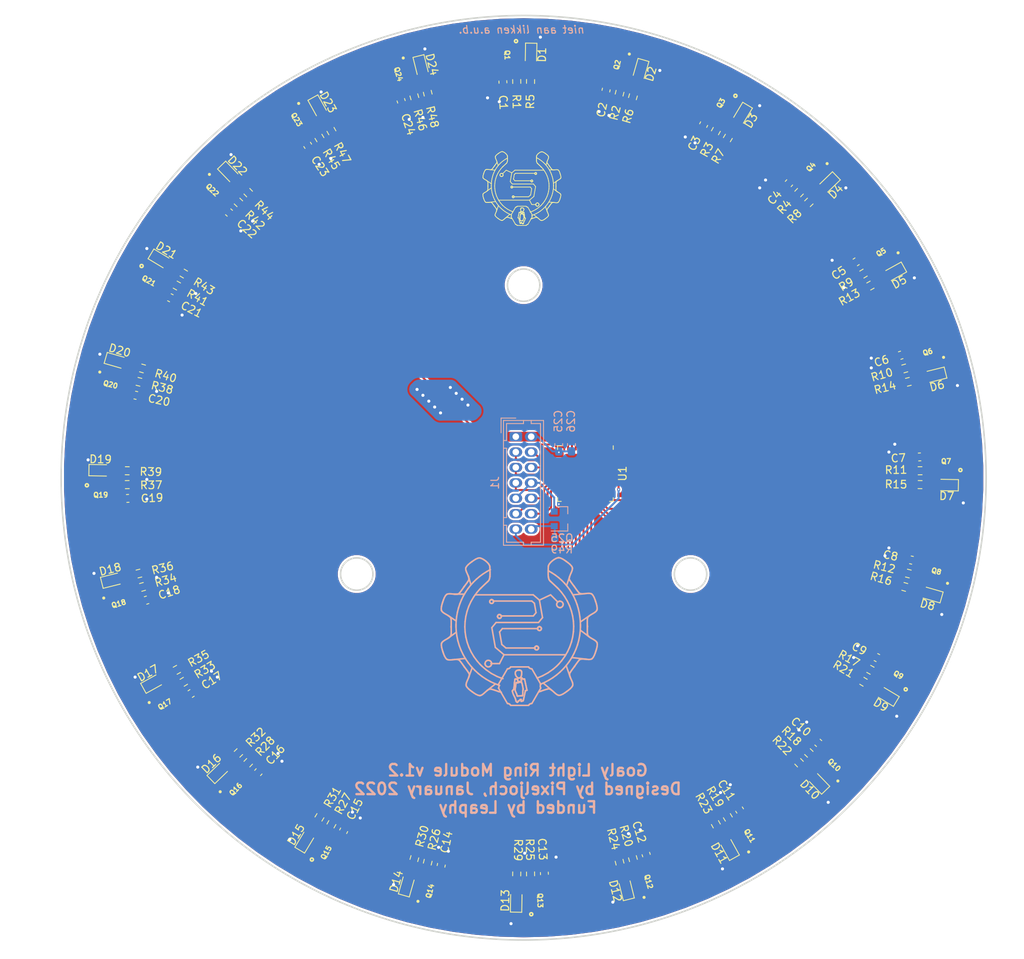
<source format=kicad_pcb>
(kicad_pcb (version 20171130) (host pcbnew 5.1.5+dfsg1-2build2)
  (layers (0 F.Cu signal) (31 B.Cu signal) (34 B.Paste user) (35 F.Paste user) (36 B.SilkS user) (37 F.SilkS user) (38 B.Mask user) (39 F.Mask user) (44 Edge.Cuts user))
  (net 0 "")
  (net 1 GND)
  (net 2 "Net-(D1-Pad2)")
  (net 3 "Net-(D2-Pad2)")
  (net 4 "Net-(D3-Pad2)")
  (net 5 "Net-(D4-Pad2)")
  (net 6 "Net-(D5-Pad2)")
  (net 7 "Net-(D6-Pad2)")
  (net 8 "Net-(D7-Pad2)")
  (net 9 "Net-(D8-Pad2)")
  (net 10 "Net-(D9-Pad2)")
  (net 11 "Net-(D10-Pad2)")
  (net 12 "Net-(D11-Pad2)")
  (net 13 "Net-(D12-Pad2)")
  (net 14 "Net-(D13-Pad2)")
  (net 15 "Net-(D14-Pad2)")
  (net 16 "Net-(D15-Pad2)")
  (net 17 "Net-(D16-Pad2)")
  (net 18 "Net-(D17-Pad2)")
  (net 19 "Net-(D18-Pad2)")
  (net 20 "Net-(D19-Pad2)")
  (net 21 "Net-(D20-Pad2)")
  (net 22 "Net-(D21-Pad2)")
  (net 23 "Net-(D22-Pad2)")
  (net 24 "Net-(D23-Pad2)")
  (net 25 "Net-(D24-Pad2)")
  (net 26 +5V)
  (net 27 P0)
  (net 28 P2)
  (net 29 P4)
  (net 30 "Net-(J1-Pad8)")
  (net 31 ~WR)
  (net 32 D)
  (net 33 P1)
  (net 34 P3)
  (net 35 ~EN)
  (net 36 PCB_EN)
  (net 37 "Net-(U1-Pad37)")
  (net 38 "Net-(U1-Pad38)")
  (net 39 "Net-(U1-Pad39)")
  (net 40 "Net-(U1-Pad40)")
  (net 41 "Net-(U1-Pad41)")
  (net 42 "Net-(U1-Pad42)")
  (net 43 "Net-(U1-Pad44)")
  (net 44 L1)
  (net 45 L2)
  (net 46 L3)
  (net 47 L4)
  (net 48 L5)
  (net 49 L6)
  (net 50 L7)
  (net 51 L8)
  (net 52 L9)
  (net 53 L10)
  (net 54 L11)
  (net 55 L12)
  (net 56 L13)
  (net 57 L14)
  (net 58 L15)
  (net 59 L16)
  (net 60 L17)
  (net 61 L18)
  (net 62 L19)
  (net 63 L20)
  (net 64 L21)
  (net 65 L22)
  (net 66 L23)
  (net 67 L24)
  (net 68 ~CL)
  (net 69 "Net-(U1-Pad45)")
  (net 70 "Net-(U1-Pad46)")
  (net 71 "Net-(U1-Pad47)")
  (net 72 "Net-(U1-Pad48)")
  (module Connector_Hirose:Hirose_DF11-14DP-2DSA_2x07_P2.00mm_Vertical (layer B.Cu) (at 204.1121 129.4978 270)
    (fp_text reference J1 (at 6 2.7 270) (layer B.SilkS) (effects (justify mirror)))
    (fp_text value LIGHT_OUT)
    (pad 1 thru_hole roundrect (at 0 0 270) (size 1.2 1.65) (drill 0.85) (layers *.Cu *.Mask) (roundrect_rratio 0.208333) (net 26 +5V))
    (pad 3 thru_hole oval (at 2 0 270) (size 1.2 1.65) (drill 0.85) (layers *.Cu *.Mask) (net 33 P1))
    (pad 5 thru_hole oval (at 4 0 270) (size 1.2 1.65) (drill 0.85) (layers *.Cu *.Mask) (net 34 P3))
    (pad 7 thru_hole oval (at 6 0 270) (size 1.2 1.65) (drill 0.85) (layers *.Cu *.Mask) (net 29 P4))
    (pad 9 thru_hole oval (at 8 0 270) (size 1.2 1.65) (drill 0.85) (layers *.Cu *.Mask) (net 30 "Net-(J1-Pad8)"))
    (pad 11 thru_hole oval (at 10 0 270) (size 1.2 1.65) (drill 0.85) (layers *.Cu *.Mask) (net 31 ~WR))
    (pad 13 thru_hole oval (at 12 0 270) (size 1.2 1.65) (drill 0.85) (layers *.Cu *.Mask) (net 32 D))
    (pad 2 thru_hole oval (at 0 -2 270) (size 1.2 1.65) (drill 0.85) (layers *.Cu *.Mask) (net 26 +5V))
    (pad 4 thru_hole oval (at 2 -2 270) (size 1.2 1.65) (drill 0.85) (layers *.Cu *.Mask) (net 27 P0))
    (pad 6 thru_hole oval (at 4 -2 270) (size 1.2 1.65) (drill 0.85) (layers *.Cu *.Mask) (net 28 P2))
    (pad 8 thru_hole oval (at 6 -2 270) (size 1.2 1.65) (drill 0.85) (layers *.Cu *.Mask) (net 30 "Net-(J1-Pad8)"))
    (pad 10 thru_hole oval (at 8 -2 270) (size 1.2 1.65) (drill 0.85) (layers *.Cu *.Mask) (net 68 ~CL))
    (pad 12 thru_hole oval (at 10 -2 270) (size 1.2 1.65) (drill 0.85) (layers *.Cu *.Mask) (net 35 ~EN))
    (pad 14 thru_hole oval (at 12 -2 270) (size 1.2 1.65) (drill 0.85) (layers *.Cu *.Mask) (net 36 PCB_EN))
  )
  (module Package_TO_SOT_SMD:SOT-23 (layer B.Cu) (at 210.0961 140.1658)
    (fp_text reference Q25 (at 0 2.5) (layer B.SilkS) (effects (justify mirror)))
    (fp_text value EN)
    (pad 1 smd rect (at -1 0.95) (size 0.9 0.8) (layers B.Cu B.Paste B.Mask) (net 36 PCB_EN))
    (pad 2 smd rect (at -1 -0.95) (size 0.9 0.8) (layers B.Cu B.Paste B.Mask) (net 30 "Net-(J1-Pad8)"))
    (pad 3 smd rect (at 1 0) (size 0.9 0.8) (layers B.Cu B.Paste B.Mask) (net 1 GND))
  )
  (module Capacitor_SMD:C_0603_1608Metric_Pad1.08x0.95mm_HandSolder (layer F.Cu) (at 202.4385 83.458689 273)
    (fp_text reference C1 (at 2.654783 0.091065 273) (layer F.SilkS))
    (fp_text value 0.1u)
    (pad 1 smd roundrect (at -0.8625 0 273) (size 1.075 0.95) (layers F.Cu F.Paste F.Mask) (net 44 L1))
    (pad 2 smd roundrect (at 0.8625 0 273) (size 1.075 0.95) (layers F.Cu F.Paste F.Mask) (net 1 GND))
  )
  (module Capacitor_SMD:C_0603_1608Metric_Pad1.08x0.95mm_HandSolder (layer F.Cu) (at 215.824337 84.512178 258)
    (fp_text reference C2 (at 2.623003 -0.00932 258) (layer F.SilkS))
    (fp_text value 0.1u)
    (pad 2 smd roundrect (at 0.8625 0 258) (size 1.075 0.95) (layers F.Cu F.Paste F.Mask) (net 1 GND))
    (pad 1 smd roundrect (at -0.8625 0 258) (size 1.075 0.95) (layers F.Cu F.Paste F.Mask) (net 45 L2))
  )
  (module Capacitor_SMD:C_0603_1608Metric_Pad1.08x0.95mm_HandSolder (layer F.Cu) (at 228.481401 88.994279 243)
    (fp_text reference C3 (at 2.733648 -0.04102 243) (layer F.SilkS))
    (fp_text value 0.1u)
    (pad 1 smd roundrect (at -0.8625 0 243) (size 1.075 0.95) (layers F.Cu F.Paste F.Mask) (net 46 L3))
    (pad 2 smd roundrect (at 0.8625 0 243) (size 1.075 0.95) (layers F.Cu F.Paste F.Mask) (net 1 GND))
  )
  (module Capacitor_SMD:C_0603_1608Metric_Pad1.08x0.95mm_HandSolder (layer F.Cu) (at 239.547132 96.599545 228)
    (fp_text reference C4 (at 2.623906 0.135231 228) (layer F.SilkS))
    (fp_text value 0.1u)
    (pad 2 smd roundrect (at 0.8625 0 228) (size 1.075 0.95) (layers F.Cu F.Paste F.Mask) (net 1 GND))
    (pad 1 smd roundrect (at -0.8625 0 228) (size 1.075 0.95) (layers F.Cu F.Paste F.Mask) (net 47 L4))
  )
  (module Capacitor_SMD:C_0603_1608Metric_Pad1.08x0.95mm_HandSolder (layer F.Cu) (at 248.26742 106.809691 213)
    (fp_text reference C5 (at 2.67483 0.003706 213) (layer F.SilkS))
    (fp_text value 0.1u)
    (pad 1 smd roundrect (at -0.8625 0 213) (size 1.075 0.95) (layers F.Cu F.Paste F.Mask) (net 48 L5))
    (pad 2 smd roundrect (at 0.8625 0 213) (size 1.075 0.95) (layers F.Cu F.Paste F.Mask) (net 1 GND))
  )
  (module Capacitor_SMD:C_0603_1608Metric_Pad1.08x0.95mm_HandSolder (layer F.Cu) (at 254.047991 118.92891 198)
    (fp_text reference C6 (at 2.603126 0.041975 198) (layer F.SilkS))
    (fp_text value 0.1u)
    (pad 2 smd roundrect (at 0.8625 0 198) (size 1.075 0.95) (layers F.Cu F.Paste F.Mask) (net 1 GND))
    (pad 1 smd roundrect (at -0.8625 0 198) (size 1.075 0.95) (layers F.Cu F.Paste F.Mask) (net 49 L6))
  )
  (module Capacitor_SMD:C_0603_1608Metric_Pad1.08x0.95mm_HandSolder (layer F.Cu) (at 256.49491 132.1313 183)
    (fp_text reference C7 (at 2.755839 -0.016293 183) (layer F.SilkS))
    (fp_text value 0.1u)
    (pad 2 smd roundrect (at 0.8625 0 183) (size 1.075 0.95) (layers F.Cu F.Paste F.Mask) (net 1 GND))
    (pad 1 smd roundrect (at -0.8625 0 183) (size 1.075 0.95) (layers F.Cu F.Paste F.Mask) (net 50 L7))
  )
  (module Capacitor_SMD:C_0603_1608Metric_Pad1.08x0.95mm_HandSolder (layer F.Cu) (at 255.441421 145.517137 168)
    (fp_text reference C8 (at 2.774205 -0.000667 168) (layer F.SilkS))
    (fp_text value 0.1u)
    (pad 1 smd roundrect (at -0.8625 0 168) (size 1.075 0.95) (layers F.Cu F.Paste F.Mask) (net 51 L8))
    (pad 2 smd roundrect (at 0.8625 0 168) (size 1.075 0.95) (layers F.Cu F.Paste F.Mask) (net 1 GND))
  )
  (module Capacitor_SMD:C_0603_1608Metric_Pad1.08x0.95mm_HandSolder (layer F.Cu) (at 250.95932 158.174201 153)
    (fp_text reference C9 (at 2.564233 -0.023947 153) (layer F.SilkS))
    (fp_text value 0.1u)
    (pad 2 smd roundrect (at 0.8625 0 153) (size 1.075 0.95) (layers F.Cu F.Paste F.Mask) (net 1 GND))
    (pad 1 smd roundrect (at -0.8625 0 153) (size 1.075 0.95) (layers F.Cu F.Paste F.Mask) (net 52 L9))
  )
  (module Capacitor_SMD:C_0603_1608Metric_Pad1.08x0.95mm_HandSolder (layer F.Cu) (at 243.354054 169.239932 138)
    (fp_text reference C10 (at 3.083903 0.048171 138) (layer F.SilkS))
    (fp_text value 0.1u)
    (pad 2 smd roundrect (at 0.8625 0 138) (size 1.075 0.95) (layers F.Cu F.Paste F.Mask) (net 1 GND))
    (pad 1 smd roundrect (at -0.8625 0 138) (size 1.075 0.95) (layers F.Cu F.Paste F.Mask) (net 53 L10))
  )
  (module Capacitor_SMD:C_0603_1608Metric_Pad1.08x0.95mm_HandSolder (layer F.Cu) (at 233.143908 177.96022 123)
    (fp_text reference C11 (at 3.098827 -0.016295 123) (layer F.SilkS))
    (fp_text value 0.1u)
    (pad 2 smd roundrect (at 0.8625 0 123) (size 1.075 0.95) (layers F.Cu F.Paste F.Mask) (net 1 GND))
    (pad 1 smd roundrect (at -0.8625 0 123) (size 1.075 0.95) (layers F.Cu F.Paste F.Mask) (net 54 L11))
  )
  (module Capacitor_SMD:C_0603_1608Metric_Pad1.08x0.95mm_HandSolder (layer F.Cu) (at 221.024689 183.740791 108)
    (fp_text reference C12 (at 3.07273 0.04094 108) (layer F.SilkS))
    (fp_text value 0.1u)
    (pad 1 smd roundrect (at -0.8625 0 108) (size 1.075 0.95) (layers F.Cu F.Paste F.Mask) (net 55 L12))
    (pad 2 smd roundrect (at 0.8625 0 108) (size 1.075 0.95) (layers F.Cu F.Paste F.Mask) (net 1 GND))
  )
  (module Capacitor_SMD:C_0603_1608Metric_Pad1.08x0.95mm_HandSolder (layer F.Cu) (at 207.822299 186.18771 93)
    (fp_text reference C13 (at 3.155785 -0.090762 93) (layer F.SilkS))
    (fp_text value 0.1u)
    (pad 2 smd roundrect (at 0.8625 0 93) (size 1.075 0.95) (layers F.Cu F.Paste F.Mask) (net 1 GND))
    (pad 1 smd roundrect (at -0.8625 0 93) (size 1.075 0.95) (layers F.Cu F.Paste F.Mask) (net 56 L13))
  )
  (module Capacitor_SMD:C_0603_1608Metric_Pad1.08x0.95mm_HandSolder (layer F.Cu) (at 194.436462 185.134221 78)
    (fp_text reference C14 (at 3.084117 0.043771 78) (layer F.SilkS))
    (fp_text value 0.1u)
    (pad 2 smd roundrect (at 0.8625 0 78) (size 1.075 0.95) (layers F.Cu F.Paste F.Mask) (net 1 GND))
    (pad 1 smd roundrect (at -0.8625 0 78) (size 1.075 0.95) (layers F.Cu F.Paste F.Mask) (net 57 L14))
  )
  (module Capacitor_SMD:C_0603_1608Metric_Pad1.08x0.95mm_HandSolder (layer F.Cu) (at 181.779398 180.65212 63)
    (fp_text reference C15 (at 3.148389 0.027568 63) (layer F.SilkS))
    (fp_text value 0.1u)
    (pad 2 smd roundrect (at 0.8625 0 63) (size 1.075 0.95) (layers F.Cu F.Paste F.Mask) (net 1 GND))
    (pad 1 smd roundrect (at -0.8625 0 63) (size 1.075 0.95) (layers F.Cu F.Paste F.Mask) (net 58 L15))
  )
  (module Capacitor_SMD:C_0603_1608Metric_Pad1.08x0.95mm_HandSolder (layer F.Cu) (at 170.713667 173.046854 48)
    (fp_text reference C16 (at 3.148003 0.135651 48) (layer F.SilkS))
    (fp_text value 0.1u)
    (pad 1 smd roundrect (at -0.8625 0 48) (size 1.075 0.95) (layers F.Cu F.Paste F.Mask) (net 59 L16))
    (pad 2 smd roundrect (at 0.8625 0 48) (size 1.075 0.95) (layers F.Cu F.Paste F.Mask) (net 1 GND))
  )
  (module Capacitor_SMD:C_0603_1608Metric_Pad1.08x0.95mm_HandSolder (layer F.Cu) (at 161.993379 162.836708 33)
    (fp_text reference C17 (at 3.183384 0.051614 33) (layer F.SilkS))
    (fp_text value 0.1u)
    (pad 1 smd roundrect (at -0.8625 0 33) (size 1.075 0.95) (layers F.Cu F.Paste F.Mask) (net 60 L17))
    (pad 2 smd roundrect (at 0.8625 0 33) (size 1.075 0.95) (layers F.Cu F.Paste F.Mask) (net 1 GND))
  )
  (module Capacitor_SMD:C_0603_1608Metric_Pad1.08x0.95mm_HandSolder (layer F.Cu) (at 156.212808 150.717489 18)
    (fp_text reference C18 (at 3.10675 -0.043373 18) (layer F.SilkS))
    (fp_text value 0.1u)
    (pad 1 smd roundrect (at -0.8625 0 18) (size 1.075 0.95) (layers F.Cu F.Paste F.Mask) (net 61 L18))
    (pad 2 smd roundrect (at 0.8625 0 18) (size 1.075 0.95) (layers F.Cu F.Paste F.Mask) (net 1 GND))
  )
  (module Capacitor_SMD:C_0603_1608Metric_Pad1.08x0.95mm_HandSolder (layer F.Cu) (at 153.765889 137.515099 3)
    (fp_text reference C19 (at 3.150872 0.123374 3) (layer F.SilkS))
    (fp_text value 0.1u)
    (pad 1 smd roundrect (at -0.8625 0 3) (size 1.075 0.95) (layers F.Cu F.Paste F.Mask) (net 62 L19))
    (pad 2 smd roundrect (at 0.8625 0 3) (size 1.075 0.95) (layers F.Cu F.Paste F.Mask) (net 1 GND))
  )
  (module Capacitor_SMD:C_0603_1608Metric_Pad1.08x0.95mm_HandSolder (layer F.Cu) (at 154.819378 124.129262 348)
    (fp_text reference C20 (at 3.081984 0.003432 348) (layer F.SilkS))
    (fp_text value 0.1u)
    (pad 2 smd roundrect (at 0.8625 0 348) (size 1.075 0.95) (layers F.Cu F.Paste F.Mask) (net 1 GND))
    (pad 1 smd roundrect (at -0.8625 0 348) (size 1.075 0.95) (layers F.Cu F.Paste F.Mask) (net 63 L20))
  )
  (module Capacitor_SMD:C_0603_1608Metric_Pad1.08x0.95mm_HandSolder (layer F.Cu) (at 159.301479 111.472198 333)
    (fp_text reference C21 (at 3.136752 0.102745 333) (layer F.SilkS))
    (fp_text value 0.1u)
    (pad 1 smd roundrect (at -0.8625 0 333) (size 1.075 0.95) (layers F.Cu F.Paste F.Mask) (net 64 L21))
    (pad 2 smd roundrect (at 0.8625 0 333) (size 1.075 0.95) (layers F.Cu F.Paste F.Mask) (net 1 GND))
  )
  (module Capacitor_SMD:C_0603_1608Metric_Pad1.08x0.95mm_HandSolder (layer F.Cu) (at 166.906745 100.406467 318)
    (fp_text reference C22 (at 3.129747 0.030039 318) (layer F.SilkS))
    (fp_text value 0.1u)
    (pad 2 smd roundrect (at 0.8625 0 318) (size 1.075 0.95) (layers F.Cu F.Paste F.Mask) (net 1 GND))
    (pad 1 smd roundrect (at -0.8625 0 318) (size 1.075 0.95) (layers F.Cu F.Paste F.Mask) (net 65 L22))
  )
  (module Capacitor_SMD:C_0603_1608Metric_Pad1.08x0.95mm_HandSolder (layer F.Cu) (at 177.116891 91.686179 303)
    (fp_text reference C23 (at 3.140622 0.137475 303) (layer F.SilkS))
    (fp_text value 0.1u)
    (pad 1 smd roundrect (at -0.8625 0 303) (size 1.075 0.95) (layers F.Cu F.Paste F.Mask) (net 66 L23))
    (pad 2 smd roundrect (at 0.8625 0 303) (size 1.075 0.95) (layers F.Cu F.Paste F.Mask) (net 1 GND))
  )
  (module Capacitor_SMD:C_0603_1608Metric_Pad1.08x0.95mm_HandSolder (layer F.Cu) (at 189.23611 85.905608 288)
    (fp_text reference C24 (at 3.184295 0.082026 288) (layer F.SilkS))
    (fp_text value 0.1u)
    (pad 2 smd roundrect (at 0.8625 0 288) (size 1.075 0.95) (layers F.Cu F.Paste F.Mask) (net 1 GND))
    (pad 1 smd roundrect (at -0.8625 0 288) (size 1.075 0.95) (layers F.Cu F.Paste F.Mask) (net 67 L24))
  )
  (module Capacitor_SMD:C_0603_1608Metric_Pad1.08x0.95mm_HandSolder (layer B.Cu) (at 209.6851 130.5478 90)
    (fp_text reference C25 (at 3.048 -0.0635 270) (layer B.SilkS) (effects (justify mirror)))
    (fp_text value 1u)
    (pad 1 smd roundrect (at -0.8625 0 90) (size 1.075 0.95) (layers B.Cu B.Paste B.Mask) (net 26 +5V))
    (pad 2 smd roundrect (at 0.8625 0 90) (size 1.075 0.95) (layers B.Cu B.Paste B.Mask) (net 1 GND))
  )
  (module Capacitor_SMD:C_0603_1608Metric_Pad1.08x0.95mm_HandSolder (layer B.Cu) (at 211.3361 130.5478 90)
    (fp_text reference C26 (at 3.048 -0.0635 270) (layer B.SilkS) (effects (justify mirror)))
    (fp_text value 0.1u)
    (pad 1 smd roundrect (at -0.8625 0 90) (size 1.075 0.95) (layers B.Cu B.Paste B.Mask) (net 26 +5V))
    (pad 2 smd roundrect (at 0.8625 0 90) (size 1.075 0.95) (layers B.Cu B.Paste B.Mask) (net 1 GND))
  )
  (module LED_SMD:LED_0603_1608Metric (layer F.Cu) (at 206.088884 79.911684 269)
    (fp_text reference D1 (at 0 -1.43 269) (layer F.SilkS))
    (fp_text value LED)
    (pad 1 smd roundrect (at -0.7875 0 269) (size 0.875 0.95) (layers F.Cu F.Paste F.Mask) (net 1 GND))
    (pad 2 smd roundrect (at 0.7875 0 269) (size 0.875 0.95) (layers F.Cu F.Paste F.Mask) (net 2 "Net-(D1-Pad2)"))
  )
  (module LED_SMD:LED_0603_1608Metric (layer F.Cu) (at 220.26837 82.030823 254)
    (fp_text reference D2 (at 0 -1.43 254) (layer F.SilkS))
    (fp_text value LED)
    (pad 1 smd roundrect (at -0.7875 0 254) (size 0.875 0.95) (layers F.Cu F.Paste F.Mask) (net 1 GND))
    (pad 2 smd roundrect (at 0.7875 0 254) (size 0.875 0.95) (layers F.Cu F.Paste F.Mask) (net 3 "Net-(D2-Pad2)"))
  )
  (module LED_SMD:LED_0603_1608Metric (layer F.Cu) (at 233.416229 87.747674 239)
    (fp_text reference D3 (at 0 -1.43 59) (layer F.SilkS))
    (fp_text value LED)
    (pad 2 smd roundrect (at 0.7875 0 239) (size 0.875 0.95) (layers F.Cu F.Paste F.Mask) (net 4 "Net-(D3-Pad2)"))
    (pad 1 smd roundrect (at -0.7875 0 239) (size 0.875 0.95) (layers F.Cu F.Paste F.Mask) (net 1 GND))
  )
  (module LED_SMD:LED_0603_1608Metric (layer F.Cu) (at 244.636455 96.672645 224)
    (fp_text reference D4 (at 0 -1.43 44) (layer F.SilkS))
    (fp_text value LED)
    (pad 2 smd roundrect (at 0.7875 0 224) (size 0.875 0.95) (layers F.Cu F.Paste F.Mask) (net 5 "Net-(D4-Pad2)"))
    (pad 1 smd roundrect (at -0.7875 0 224) (size 0.875 0.95) (layers F.Cu F.Paste F.Mask) (net 1 GND))
  )
  (module LED_SMD:LED_0603_1608Metric (layer F.Cu) (at 253.164409 108.197513 209)
    (fp_text reference D5 (at 0 -1.43 29) (layer F.SilkS))
    (fp_text value LED)
    (pad 1 smd roundrect (at -0.7875 0 209) (size 0.875 0.95) (layers F.Cu F.Paste F.Mask) (net 1 GND))
    (pad 2 smd roundrect (at 0.7875 0 209) (size 0.875 0.95) (layers F.Cu F.Paste F.Mask) (net 6 "Net-(D5-Pad2)"))
  )
  (module LED_SMD:LED_0603_1608Metric (layer F.Cu) (at 258.418924 121.536878 194)
    (fp_text reference D6 (at 0 -1.43 14) (layer F.SilkS))
    (fp_text value LED)
    (pad 2 smd roundrect (at 0.7875 0 194) (size 0.875 0.95) (layers F.Cu F.Paste F.Mask) (net 7 "Net-(D6-Pad2)"))
    (pad 1 smd roundrect (at -0.7875 0 194) (size 0.875 0.95) (layers F.Cu F.Paste F.Mask) (net 1 GND))
  )
  (module LED_SMD:LED_0603_1608Metric (layer F.Cu) (at 260.041915 135.781684 179)
    (fp_text reference D7 (at 0 -1.43 359) (layer F.SilkS))
    (fp_text value LED)
    (pad 2 smd roundrect (at 0.7875 0 179) (size 0.875 0.95) (layers F.Cu F.Paste F.Mask) (net 8 "Net-(D7-Pad2)"))
    (pad 1 smd roundrect (at -0.7875 0 179) (size 0.875 0.95) (layers F.Cu F.Paste F.Mask) (net 1 GND))
  )
  (module LED_SMD:LED_0603_1608Metric (layer F.Cu) (at 257.922776 149.96117 164)
    (fp_text reference D8 (at 0 -1.43 344) (layer F.SilkS))
    (fp_text value LED)
    (pad 2 smd roundrect (at 0.7875 0 164) (size 0.875 0.95) (layers F.Cu F.Paste F.Mask) (net 9 "Net-(D8-Pad2)"))
    (pad 1 smd roundrect (at -0.7875 0 164) (size 0.875 0.95) (layers F.Cu F.Paste F.Mask) (net 1 GND))
  )
  (module LED_SMD:LED_0603_1608Metric (layer F.Cu) (at 252.205925 163.109029 149)
    (fp_text reference D9 (at 0 -1.43 329) (layer F.SilkS))
    (fp_text value LED)
    (pad 2 smd roundrect (at 0.7875 0 149) (size 0.875 0.95) (layers F.Cu F.Paste F.Mask) (net 10 "Net-(D9-Pad2)"))
    (pad 1 smd roundrect (at -0.7875 0 149) (size 0.875 0.95) (layers F.Cu F.Paste F.Mask) (net 1 GND))
  )
  (module LED_SMD:LED_0603_1608Metric (layer F.Cu) (at 243.280954 174.329255 134)
    (fp_text reference D10 (at 0 -1.43 134) (layer F.SilkS))
    (fp_text value LED)
    (pad 2 smd roundrect (at 0.7875 0 134) (size 0.875 0.95) (layers F.Cu F.Paste F.Mask) (net 11 "Net-(D10-Pad2)"))
    (pad 1 smd roundrect (at -0.7875 0 134) (size 0.875 0.95) (layers F.Cu F.Paste F.Mask) (net 1 GND))
  )
  (module LED_SMD:LED_0603_1608Metric (layer F.Cu) (at 231.756086 182.857209 119)
    (fp_text reference D11 (at 0 -1.43 119) (layer F.SilkS))
    (fp_text value LED)
    (pad 1 smd roundrect (at -0.7875 0 119) (size 0.875 0.95) (layers F.Cu F.Paste F.Mask) (net 1 GND))
    (pad 2 smd roundrect (at 0.7875 0 119) (size 0.875 0.95) (layers F.Cu F.Paste F.Mask) (net 12 "Net-(D11-Pad2)"))
  )
  (module LED_SMD:LED_0603_1608Metric (layer F.Cu) (at 218.416721 188.111724 104)
    (fp_text reference D12 (at 0 -1.43 104) (layer F.SilkS))
    (fp_text value LED)
    (pad 2 smd roundrect (at 0.7875 0 104) (size 0.875 0.95) (layers F.Cu F.Paste F.Mask) (net 13 "Net-(D12-Pad2)"))
    (pad 1 smd roundrect (at -0.7875 0 104) (size 0.875 0.95) (layers F.Cu F.Paste F.Mask) (net 1 GND))
  )
  (module LED_SMD:LED_0603_1608Metric (layer F.Cu) (at 204.171915 189.734715 89)
    (fp_text reference D13 (at 0 -1.43 89) (layer F.SilkS))
    (fp_text value LED)
    (pad 2 smd roundrect (at 0.7875 0 89) (size 0.875 0.95) (layers F.Cu F.Paste F.Mask) (net 14 "Net-(D13-Pad2)"))
    (pad 1 smd roundrect (at -0.7875 0 89) (size 0.875 0.95) (layers F.Cu F.Paste F.Mask) (net 1 GND))
  )
  (module LED_SMD:LED_0603_1608Metric (layer F.Cu) (at 189.992429 187.615576 74)
    (fp_text reference D14 (at 0 -1.43 74) (layer F.SilkS))
    (fp_text value LED)
    (pad 1 smd roundrect (at -0.7875 0 74) (size 0.875 0.95) (layers F.Cu F.Paste F.Mask) (net 1 GND))
    (pad 2 smd roundrect (at 0.7875 0 74) (size 0.875 0.95) (layers F.Cu F.Paste F.Mask) (net 15 "Net-(D14-Pad2)"))
  )
  (module LED_SMD:LED_0603_1608Metric (layer F.Cu) (at 176.84457 181.898725 59)
    (fp_text reference D15 (at 0 -1.43 59) (layer F.SilkS))
    (fp_text value LED)
    (pad 1 smd roundrect (at -0.7875 0 59) (size 0.875 0.95) (layers F.Cu F.Paste F.Mask) (net 1 GND))
    (pad 2 smd roundrect (at 0.7875 0 59) (size 0.875 0.95) (layers F.Cu F.Paste F.Mask) (net 16 "Net-(D15-Pad2)"))
  )
  (module LED_SMD:LED_0603_1608Metric (layer F.Cu) (at 165.624344 172.973754 44)
    (fp_text reference D16 (at 0 -1.43 44) (layer F.SilkS))
    (fp_text value LED)
    (pad 1 smd roundrect (at -0.7875 0 44) (size 0.875 0.95) (layers F.Cu F.Paste F.Mask) (net 1 GND))
    (pad 2 smd roundrect (at 0.7875 0 44) (size 0.875 0.95) (layers F.Cu F.Paste F.Mask) (net 17 "Net-(D16-Pad2)"))
  )
  (module LED_SMD:LED_0603_1608Metric (layer F.Cu) (at 157.09639 161.448886 29)
    (fp_text reference D17 (at 0 -1.43 29) (layer F.SilkS))
    (fp_text value LED)
    (pad 1 smd roundrect (at -0.7875 0 29) (size 0.875 0.95) (layers F.Cu F.Paste F.Mask) (net 1 GND))
    (pad 2 smd roundrect (at 0.7875 0 29) (size 0.875 0.95) (layers F.Cu F.Paste F.Mask) (net 18 "Net-(D17-Pad2)"))
  )
  (module LED_SMD:LED_0603_1608Metric (layer F.Cu) (at 151.841875 148.109521 14)
    (fp_text reference D18 (at 0 -1.43 14) (layer F.SilkS))
    (fp_text value LED)
    (pad 1 smd roundrect (at -0.7875 0 14) (size 0.875 0.95) (layers F.Cu F.Paste F.Mask) (net 1 GND))
    (pad 2 smd roundrect (at 0.7875 0 14) (size 0.875 0.95) (layers F.Cu F.Paste F.Mask) (net 19 "Net-(D18-Pad2)"))
  )
  (module LED_SMD:LED_0603_1608Metric (layer F.Cu) (at 150.218884 133.864715 359)
    (fp_text reference D19 (at 0 -1.43 359) (layer F.SilkS))
    (fp_text value LED)
    (pad 1 smd roundrect (at -0.7875 0 359) (size 0.875 0.95) (layers F.Cu F.Paste F.Mask) (net 1 GND))
    (pad 2 smd roundrect (at 0.7875 0 359) (size 0.875 0.95) (layers F.Cu F.Paste F.Mask) (net 20 "Net-(D19-Pad2)"))
  )
  (module LED_SMD:LED_0603_1608Metric (layer F.Cu) (at 152.338023 119.685229 344)
    (fp_text reference D20 (at 0 -1.43 344) (layer F.SilkS))
    (fp_text value LED)
    (pad 1 smd roundrect (at -0.7875 0 344) (size 0.875 0.95) (layers F.Cu F.Paste F.Mask) (net 1 GND))
    (pad 2 smd roundrect (at 0.7875 0 344) (size 0.875 0.95) (layers F.Cu F.Paste F.Mask) (net 21 "Net-(D20-Pad2)"))
  )
  (module LED_SMD:LED_0603_1608Metric (layer F.Cu) (at 158.054874 106.53737 329)
    (fp_text reference D21 (at 0 -1.43 329) (layer F.SilkS))
    (fp_text value LED)
    (pad 1 smd roundrect (at -0.7875 0 329) (size 0.875 0.95) (layers F.Cu F.Paste F.Mask) (net 1 GND))
    (pad 2 smd roundrect (at 0.7875 0 329) (size 0.875 0.95) (layers F.Cu F.Paste F.Mask) (net 22 "Net-(D21-Pad2)"))
  )
  (module LED_SMD:LED_0603_1608Metric (layer F.Cu) (at 166.979845 95.317144 314)
    (fp_text reference D22 (at 0 -1.43 314) (layer F.SilkS))
    (fp_text value LED)
    (pad 2 smd roundrect (at 0.7875 0 314) (size 0.875 0.95) (layers F.Cu F.Paste F.Mask) (net 23 "Net-(D22-Pad2)"))
    (pad 1 smd roundrect (at -0.7875 0 314) (size 0.875 0.95) (layers F.Cu F.Paste F.Mask) (net 1 GND))
  )
  (module LED_SMD:LED_0603_1608Metric (layer F.Cu) (at 178.504713 86.78919 299)
    (fp_text reference D23 (at 0 -1.43 299) (layer F.SilkS))
    (fp_text value LED)
    (pad 2 smd roundrect (at 0.7875 0 299) (size 0.875 0.95) (layers F.Cu F.Paste F.Mask) (net 24 "Net-(D23-Pad2)"))
    (pad 1 smd roundrect (at -0.7875 0 299) (size 0.875 0.95) (layers F.Cu F.Paste F.Mask) (net 1 GND))
  )
  (module LED_SMD:LED_0603_1608Metric (layer F.Cu) (at 191.844078 81.534675 284)
    (fp_text reference D24 (at 0 -1.43 284) (layer F.SilkS))
    (fp_text value LED)
    (pad 2 smd roundrect (at 0.7875 0 284) (size 0.875 0.95) (layers F.Cu F.Paste F.Mask) (net 25 "Net-(D24-Pad2)"))
    (pad 1 smd roundrect (at -0.7875 0 284) (size 0.875 0.95) (layers F.Cu F.Paste F.Mask) (net 1 GND))
  )
  (module Light_Ring:XDCR_ALS-PT19-315C_L177_TR8 (layer F.Cu) (at 204.171915 79.911684 271)
    (fp_text reference Q1 (at 0.035559 1.178215 271) (layer F.SilkS) (effects (font (size 0.64 0.64))))
    (fp_text value Q_Photo_NPN)
    (pad 1 smd rect (at -0.75 0 271) (size 0.8 0.8) (layers F.Cu F.Paste F.Mask) (net 26 +5V))
    (pad 2 smd rect (at 0.75 0 271) (size 0.8 0.8) (layers F.Cu F.Paste F.Mask) (net 44 L1))
  )
  (module Light_Ring:XDCR_ALS-PT19-315C_L177_TR8 (layer F.Cu) (at 218.416721 81.534675 256)
    (fp_text reference Q2 (at -0.01047 1.185158 256) (layer F.SilkS) (effects (font (size 0.64 0.64))))
    (fp_text value Q_Photo_NPN)
    (pad 1 smd rect (at -0.75 0 256) (size 0.8 0.8) (layers F.Cu F.Paste F.Mask) (net 26 +5V))
    (pad 2 smd rect (at 0.75 0 256) (size 0.8 0.8) (layers F.Cu F.Paste F.Mask) (net 45 L2))
  )
  (module Light_Ring:XDCR_ALS-PT19-315C_L177_TR8 (layer F.Cu) (at 231.756086 86.78919 241)
    (fp_text reference Q3 (at -0.004322 1.174089 241) (layer F.SilkS) (effects (font (size 0.64 0.64))))
    (fp_text value Q_Photo_NPN)
    (pad 1 smd rect (at -0.75 0 241) (size 0.8 0.8) (layers F.Cu F.Paste F.Mask) (net 26 +5V))
    (pad 2 smd rect (at 0.75 0 241) (size 0.8 0.8) (layers F.Cu F.Paste F.Mask) (net 46 L3))
  )
  (module Light_Ring:XDCR_ALS-PT19-315C_L177_TR8 (layer F.Cu) (at 243.280954 95.317144 226)
    (fp_text reference Q4 (at 0.011084 1.192697 226) (layer F.SilkS) (effects (font (size 0.64 0.64))))
    (fp_text value Q_Photo_NPN)
    (pad 2 smd rect (at 0.75 0 226) (size 0.8 0.8) (layers F.Cu F.Paste F.Mask) (net 47 L4))
    (pad 1 smd rect (at -0.75 0 226) (size 0.8 0.8) (layers F.Cu F.Paste F.Mask) (net 26 +5V))
  )
  (module Light_Ring:XDCR_ALS-PT19-315C_L177_TR8 (layer F.Cu) (at 252.205925 106.53737 211)
    (fp_text reference Q5 (at 0.100093 1.187541 211) (layer F.SilkS) (effects (font (size 0.64 0.64))))
    (fp_text value Q_Photo_NPN)
    (pad 1 smd rect (at -0.75 0 211) (size 0.8 0.8) (layers F.Cu F.Paste F.Mask) (net 26 +5V))
    (pad 2 smd rect (at 0.75 0 211) (size 0.8 0.8) (layers F.Cu F.Paste F.Mask) (net 48 L5))
  )
  (module Light_Ring:XDCR_ALS-PT19-315C_L177_TR8 (layer F.Cu) (at 257.922776 119.685229 196)
    (fp_text reference Q6 (at 0.034976 1.217015 196) (layer F.SilkS) (effects (font (size 0.64 0.64))))
    (fp_text value Q_Photo_NPN)
    (pad 1 smd rect (at -0.75 0 196) (size 0.8 0.8) (layers F.Cu F.Paste F.Mask) (net 26 +5V))
    (pad 2 smd rect (at 0.75 0 196) (size 0.8 0.8) (layers F.Cu F.Paste F.Mask) (net 49 L6))
  )
  (module Light_Ring:XDCR_ALS-PT19-315C_L177_TR8 (layer F.Cu) (at 260.041915 133.864715 181)
    (fp_text reference Q7 (at 0.080241 1.168093 181) (layer F.SilkS) (effects (font (size 0.64 0.64))))
    (fp_text value Q_Photo_NPN)
    (pad 1 smd rect (at -0.75 0 181) (size 0.8 0.8) (layers F.Cu F.Paste F.Mask) (net 26 +5V))
    (pad 2 smd rect (at 0.75 0 181) (size 0.8 0.8) (layers F.Cu F.Paste F.Mask) (net 50 L7))
  )
  (module Light_Ring:XDCR_ALS-PT19-315C_L177_TR8 (layer F.Cu) (at 258.418924 148.109521 166)
    (fp_text reference Q8 (at 0.03007 1.163817 166) (layer F.SilkS) (effects (font (size 0.64 0.64))))
    (fp_text value Q_Photo_NPN)
    (pad 2 smd rect (at 0.75 0 166) (size 0.8 0.8) (layers F.Cu F.Paste F.Mask) (net 51 L8))
    (pad 1 smd rect (at -0.75 0 166) (size 0.8 0.8) (layers F.Cu F.Paste F.Mask) (net 26 +5V))
  )
  (module Light_Ring:XDCR_ALS-PT19-315C_L177_TR8 (layer F.Cu) (at 253.164409 161.448886 151)
    (fp_text reference Q9 (at -0.015119 1.167611 151) (layer F.SilkS) (effects (font (size 0.64 0.64))))
    (fp_text value Q_Photo_NPN)
    (pad 2 smd rect (at 0.75 0 151) (size 0.8 0.8) (layers F.Cu F.Paste F.Mask) (net 52 L9))
    (pad 1 smd rect (at -0.75 0 151) (size 0.8 0.8) (layers F.Cu F.Paste F.Mask) (net 26 +5V))
  )
  (module Light_Ring:XDCR_ALS-PT19-315C_L177_TR8 (layer F.Cu) (at 244.636455 172.973754 136)
    (fp_text reference Q10 (at 0.035522 1.153945 136) (layer F.SilkS) (effects (font (size 0.64 0.64))))
    (fp_text value Q_Photo_NPN)
    (pad 2 smd rect (at 0.75 0 136) (size 0.8 0.8) (layers F.Cu F.Paste F.Mask) (net 53 L10))
    (pad 1 smd rect (at -0.75 0 136) (size 0.8 0.8) (layers F.Cu F.Paste F.Mask) (net 26 +5V))
  )
  (module Light_Ring:XDCR_ALS-PT19-315C_L177_TR8 (layer F.Cu) (at 233.416229 181.898725 121)
    (fp_text reference Q11 (at -0.025748 1.178545 121) (layer F.SilkS) (effects (font (size 0.64 0.64))))
    (fp_text value Q_Photo_NPN)
    (pad 2 smd rect (at 0.75 0 121) (size 0.8 0.8) (layers F.Cu F.Paste F.Mask) (net 54 L11))
    (pad 1 smd rect (at -0.75 0 121) (size 0.8 0.8) (layers F.Cu F.Paste F.Mask) (net 26 +5V))
  )
  (module Light_Ring:XDCR_ALS-PT19-315C_L177_TR8 (layer F.Cu) (at 220.26837 187.615576 106)
    (fp_text reference Q12 (at 0.050766 1.122403 106) (layer F.SilkS) (effects (font (size 0.64 0.64))))
    (fp_text value Q_Photo_NPN)
    (pad 1 smd rect (at -0.75 0 106) (size 0.8 0.8) (layers F.Cu F.Paste F.Mask) (net 26 +5V))
    (pad 2 smd rect (at 0.75 0 106) (size 0.8 0.8) (layers F.Cu F.Paste F.Mask) (net 55 L12))
  )
  (module Light_Ring:XDCR_ALS-PT19-315C_L177_TR8 (layer F.Cu) (at 206.088884 189.734715 91)
    (fp_text reference Q13 (at 0.018441 1.173317 91) (layer F.SilkS) (effects (font (size 0.64 0.64))))
    (fp_text value Q_Photo_NPN)
    (pad 2 smd rect (at 0.75 0 91) (size 0.8 0.8) (layers F.Cu F.Paste F.Mask) (net 56 L13))
    (pad 1 smd rect (at -0.75 0 91) (size 0.8 0.8) (layers F.Cu F.Paste F.Mask) (net 26 +5V))
  )
  (module Light_Ring:XDCR_ALS-PT19-315C_L177_TR8 (layer F.Cu) (at 191.844078 188.111724 76)
    (fp_text reference Q14 (at -0.077564 1.197147 76) (layer F.SilkS) (effects (font (size 0.64 0.64))))
    (fp_text value Q_Photo_NPN)
    (pad 1 smd rect (at -0.75 0 76) (size 0.8 0.8) (layers F.Cu F.Paste F.Mask) (net 26 +5V))
    (pad 2 smd rect (at 0.75 0 76) (size 0.8 0.8) (layers F.Cu F.Paste F.Mask) (net 57 L14))
  )
  (module Light_Ring:XDCR_ALS-PT19-315C_L177_TR8 (layer F.Cu) (at 178.504713 182.857209 61)
    (fp_text reference Q15 (at -0.066027 1.203034 61) (layer F.SilkS) (effects (font (size 0.64 0.64))))
    (fp_text value Q_Photo_NPN)
    (pad 2 smd rect (at 0.75 0 61) (size 0.8 0.8) (layers F.Cu F.Paste F.Mask) (net 58 L15))
    (pad 1 smd rect (at -0.75 0 61) (size 0.8 0.8) (layers F.Cu F.Paste F.Mask) (net 26 +5V))
  )
  (module Light_Ring:XDCR_ALS-PT19-315C_L177_TR8 (layer F.Cu) (at 166.979845 174.329255 46)
    (fp_text reference Q16 (at -0.112858 1.235373 46) (layer F.SilkS) (effects (font (size 0.64 0.64))))
    (fp_text value Q_Photo_NPN)
    (pad 2 smd rect (at 0.75 0 46) (size 0.8 0.8) (layers F.Cu F.Paste F.Mask) (net 59 L16))
    (pad 1 smd rect (at -0.75 0 46) (size 0.8 0.8) (layers F.Cu F.Paste F.Mask) (net 26 +5V))
  )
  (module Light_Ring:XDCR_ALS-PT19-315C_L177_TR8 (layer F.Cu) (at 158.054874 163.109029 31)
    (fp_text reference Q17 (at -0.121833 1.252057 31) (layer F.SilkS) (effects (font (size 0.64 0.64))))
    (fp_text value Q_Photo_NPN)
    (pad 2 smd rect (at 0.75 0 31) (size 0.8 0.8) (layers F.Cu F.Paste F.Mask) (net 60 L17))
    (pad 1 smd rect (at -0.75 0 31) (size 0.8 0.8) (layers F.Cu F.Paste F.Mask) (net 26 +5V))
  )
  (module Light_Ring:XDCR_ALS-PT19-315C_L177_TR8 (layer F.Cu) (at 152.338023 149.96117 16)
    (fp_text reference Q18 (at -0.085852 1.253109 16) (layer F.SilkS) (effects (font (size 0.64 0.64))))
    (fp_text value Q_Photo_NPN)
    (pad 1 smd rect (at -0.75 0 16) (size 0.8 0.8) (layers F.Cu F.Paste F.Mask) (net 26 +5V))
    (pad 2 smd rect (at 0.75 0 16) (size 0.8 0.8) (layers F.Cu F.Paste F.Mask) (net 61 L18))
  )
  (module Light_Ring:XDCR_ALS-PT19-315C_L177_TR8 (layer F.Cu) (at 150.218884 135.781684 1)
    (fp_text reference Q19 (at 0.022777 1.285909 1) (layer F.SilkS) (effects (font (size 0.64 0.64))))
    (fp_text value Q_Photo_NPN)
    (pad 1 smd rect (at -0.75 0 1) (size 0.8 0.8) (layers F.Cu F.Paste F.Mask) (net 26 +5V))
    (pad 2 smd rect (at 0.75 0 1) (size 0.8 0.8) (layers F.Cu F.Paste F.Mask) (net 62 L19))
  )
  (module Light_Ring:XDCR_ALS-PT19-315C_L177_TR8 (layer F.Cu) (at 151.841875 121.536878 346)
    (fp_text reference Q20 (at -0.007233 1.2432 346) (layer F.SilkS) (effects (font (size 0.64 0.64))))
    (fp_text value Q_Photo_NPN)
    (pad 2 smd rect (at 0.75 0 346) (size 0.8 0.8) (layers F.Cu F.Paste F.Mask) (net 63 L20))
    (pad 1 smd rect (at -0.75 0 346) (size 0.8 0.8) (layers F.Cu F.Paste F.Mask) (net 26 +5V))
  )
  (module Light_Ring:XDCR_ALS-PT19-315C_L177_TR8 (layer F.Cu) (at 157.09639 108.197513 331)
    (fp_text reference Q21 (at 0.013828 1.229315 331) (layer F.SilkS) (effects (font (size 0.64 0.64))))
    (fp_text value Q_Photo_NPN)
    (pad 1 smd rect (at -0.75 0 331) (size 0.8 0.8) (layers F.Cu F.Paste F.Mask) (net 26 +5V))
    (pad 2 smd rect (at 0.75 0 331) (size 0.8 0.8) (layers F.Cu F.Paste F.Mask) (net 64 L21))
  )
  (module Light_Ring:XDCR_ALS-PT19-315C_L177_TR8 (layer F.Cu) (at 165.624344 96.672645 316)
    (fp_text reference Q22 (at -0.064211 1.203548 316) (layer F.SilkS) (effects (font (size 0.64 0.64))))
    (fp_text value Q_Photo_NPN)
    (pad 1 smd rect (at -0.75 0 316) (size 0.8 0.8) (layers F.Cu F.Paste F.Mask) (net 26 +5V))
    (pad 2 smd rect (at 0.75 0 316) (size 0.8 0.8) (layers F.Cu F.Paste F.Mask) (net 65 L22))
  )
  (module Light_Ring:XDCR_ALS-PT19-315C_L177_TR8 (layer F.Cu) (at 176.84457 87.747674 301)
    (fp_text reference Q23 (at -0.091864 1.321978 301) (layer F.SilkS) (effects (font (size 0.64 0.64))))
    (fp_text value Q_Photo_NPN)
    (pad 2 smd rect (at 0.75 0 301) (size 0.8 0.8) (layers F.Cu F.Paste F.Mask) (net 66 L23))
    (pad 1 smd rect (at -0.75 0 301) (size 0.8 0.8) (layers F.Cu F.Paste F.Mask) (net 26 +5V))
  )
  (module Light_Ring:XDCR_ALS-PT19-315C_L177_TR8 (layer F.Cu) (at 189.992429 82.030823 286)
    (fp_text reference Q24 (at 0.100863 1.1944 286) (layer F.SilkS) (effects (font (size 0.64 0.64))))
    (fp_text value Q_Photo_NPN)
    (pad 2 smd rect (at 0.75 0 286) (size 0.8 0.8) (layers F.Cu F.Paste F.Mask) (net 67 L24))
    (pad 1 smd rect (at -0.75 0 286) (size 0.8 0.8) (layers F.Cu F.Paste F.Mask) (net 26 +5V))
  )
  (module Resistor_SMD:R_0603_1608Metric_Pad0.98x0.95mm_HandSolder (layer F.Cu) (at 204.232735 83.396033 271)
    (fp_text reference R1 (at 2.616236 0.064704 271) (layer F.SilkS))
    (fp_text value 10k)
    (pad 2 smd roundrect (at 0.9125 0 271) (size 0.975 0.95) (layers F.Cu F.Paste F.Mask) (net 1 GND))
    (pad 1 smd roundrect (at -0.9125 0 271) (size 0.975 0.95) (layers F.Cu F.Paste F.Mask) (net 44 L1))
  )
  (module Resistor_SMD:R_0603_1608Metric_Pad0.98x0.95mm_HandSolder (layer F.Cu) (at 217.573652 84.916039 256)
    (fp_text reference R2 (at 2.628894 -0.080012 256) (layer F.SilkS))
    (fp_text value 10k)
    (pad 2 smd roundrect (at 0.9125 0 256) (size 0.975 0.95) (layers F.Cu F.Paste F.Mask) (net 1 GND))
    (pad 1 smd roundrect (at -0.9125 0 256) (size 0.975 0.95) (layers F.Cu F.Paste F.Mask) (net 45 L2))
  )
  (module Resistor_SMD:R_0603_1608Metric_Pad0.98x0.95mm_HandSolder (layer F.Cu) (at 230.066582 89.837135 241)
    (fp_text reference R3 (at 2.684668 -0.157178 241) (layer F.SilkS))
    (fp_text value 10k)
    (pad 2 smd roundrect (at 0.9125 0 241) (size 0.975 0.95) (layers F.Cu F.Paste F.Mask) (net 1 GND))
    (pad 1 smd roundrect (at -0.9125 0 241) (size 0.975 0.95) (layers F.Cu F.Paste F.Mask) (net 46 L3))
  )
  (module Resistor_SMD:R_0603_1608Metric_Pad0.98x0.95mm_HandSolder (layer F.Cu) (at 240.860153 97.823957 226)
    (fp_text reference R4 (at 2.653163 0.078143 226) (layer F.SilkS))
    (fp_text value 10k)
    (pad 2 smd roundrect (at 0.9125 0 226) (size 0.975 0.95) (layers F.Cu F.Paste F.Mask) (net 1 GND))
    (pad 1 smd roundrect (at -0.9125 0 226) (size 0.975 0.95) (layers F.Cu F.Paste F.Mask) (net 47 L4))
  )
  (module Resistor_SMD:R_0603_1608Metric_Pad0.98x0.95mm_HandSolder (layer F.Cu) (at 206.028064 83.396033 89)
    (fp_text reference R5 (at -2.617203 0.009314 89) (layer F.SilkS))
    (fp_text value 120R)
    (pad 2 smd roundrect (at 0.9125 0 89) (size 0.975 0.95) (layers F.Cu F.Paste F.Mask) (net 2 "Net-(D1-Pad2)"))
    (pad 1 smd roundrect (at -0.9125 0 89) (size 0.975 0.95) (layers F.Cu F.Paste F.Mask) (net 26 +5V))
  )
  (module Resistor_SMD:R_0603_1608Metric_Pad0.98x0.95mm_HandSolder (layer F.Cu) (at 219.307807 85.380704 74)
    (fp_text reference R6 (at -2.584412 0.100132 254) (layer F.SilkS))
    (fp_text value 120R)
    (pad 2 smd roundrect (at 0.9125 0 74) (size 0.975 0.95) (layers F.Cu F.Paste F.Mask) (net 3 "Net-(D2-Pad2)"))
    (pad 1 smd roundrect (at -0.9125 0 74) (size 0.975 0.95) (layers F.Cu F.Paste F.Mask) (net 26 +5V))
  )
  (module Resistor_SMD:R_0603_1608Metric_Pad0.98x0.95mm_HandSolder (layer F.Cu) (at 231.621383 90.734799 59)
    (fp_text reference R7 (at -2.690376 0.163286 239) (layer F.SilkS))
    (fp_text value 120R)
    (pad 1 smd roundrect (at -0.9125 0 59) (size 0.975 0.95) (layers F.Cu F.Paste F.Mask) (net 26 +5V))
    (pad 2 smd roundrect (at 0.9125 0 59) (size 0.975 0.95) (layers F.Cu F.Paste F.Mask) (net 4 "Net-(D3-Pad2)"))
  )
  (module Resistor_SMD:R_0603_1608Metric_Pad0.98x0.95mm_HandSolder (layer F.Cu) (at 242.129642 99.093446 44)
    (fp_text reference R8 (at -2.58243 0.013968 44) (layer F.SilkS))
    (fp_text value 120R)
    (pad 2 smd roundrect (at 0.9125 0 44) (size 0.975 0.95) (layers F.Cu F.Paste F.Mask) (net 5 "Net-(D4-Pad2)"))
    (pad 1 smd roundrect (at -0.9125 0 44) (size 0.975 0.95) (layers F.Cu F.Paste F.Mask) (net 26 +5V))
  )
  (module Resistor_SMD:R_0603_1608Metric_Pad0.98x0.95mm_HandSolder (layer F.Cu) (at 249.2188 108.332216 211)
    (fp_text reference R9 (at 2.63608 -0.054485 211) (layer F.SilkS))
    (fp_text value 10k)
    (pad 1 smd roundrect (at -0.9125 0 211) (size 0.975 0.95) (layers F.Cu F.Paste F.Mask) (net 48 L5))
    (pad 2 smd roundrect (at 0.9125 0 211) (size 0.975 0.95) (layers F.Cu F.Paste F.Mask) (net 1 GND))
  )
  (module Resistor_SMD:R_0603_1608Metric_Pad0.98x0.95mm_HandSolder (layer F.Cu) (at 254.572895 120.645792 196)
    (fp_text reference R10 (at 3.07559 0.023032 196) (layer F.SilkS))
    (fp_text value 10k)
    (pad 1 smd roundrect (at -0.9125 0 196) (size 0.975 0.95) (layers F.Cu F.Paste F.Mask) (net 49 L6))
    (pad 2 smd roundrect (at 0.9125 0 196) (size 0.975 0.95) (layers F.Cu F.Paste F.Mask) (net 1 GND))
  )
  (module Resistor_SMD:R_0603_1608Metric_Pad0.98x0.95mm_HandSolder (layer F.Cu) (at 256.557566 133.925535 181)
    (fp_text reference R11 (at 3.116276 0.164147 181) (layer F.SilkS))
    (fp_text value 10k)
    (pad 2 smd roundrect (at 0.9125 0 181) (size 0.975 0.95) (layers F.Cu F.Paste F.Mask) (net 1 GND))
    (pad 1 smd roundrect (at -0.9125 0 181) (size 0.975 0.95) (layers F.Cu F.Paste F.Mask) (net 50 L7))
  )
  (module Resistor_SMD:R_0603_1608Metric_Pad0.98x0.95mm_HandSolder (layer F.Cu) (at 255.03756 147.266452 166)
    (fp_text reference R12 (at 3.236082 0.071497 166) (layer F.SilkS))
    (fp_text value 10k)
    (pad 1 smd roundrect (at -0.9125 0 166) (size 0.975 0.95) (layers F.Cu F.Paste F.Mask) (net 51 L8))
    (pad 2 smd roundrect (at 0.9125 0 166) (size 0.975 0.95) (layers F.Cu F.Paste F.Mask) (net 1 GND))
  )
  (module Resistor_SMD:R_0603_1608Metric_Pad0.98x0.95mm_HandSolder (layer F.Cu) (at 250.116464 109.887017 29)
    (fp_text reference R13 (at -3.121194 0.014633 209) (layer F.SilkS))
    (fp_text value 120R)
    (pad 1 smd roundrect (at -0.9125 0 29) (size 0.975 0.95) (layers F.Cu F.Paste F.Mask) (net 26 +5V))
    (pad 2 smd roundrect (at 0.9125 0 29) (size 0.975 0.95) (layers F.Cu F.Paste F.Mask) (net 6 "Net-(D5-Pad2)"))
  )
  (module Resistor_SMD:R_0603_1608Metric_Pad0.98x0.95mm_HandSolder (layer F.Cu) (at 255.03756 122.379947 14)
    (fp_text reference R14 (at -3.117082 0.014184 194) (layer F.SilkS))
    (fp_text value 120R)
    (pad 2 smd roundrect (at 0.9125 0 14) (size 0.975 0.95) (layers F.Cu F.Paste F.Mask) (net 7 "Net-(D6-Pad2)"))
    (pad 1 smd roundrect (at -0.9125 0 14) (size 0.975 0.95) (layers F.Cu F.Paste F.Mask) (net 26 +5V))
  )
  (module Resistor_SMD:R_0603_1608Metric_Pad0.98x0.95mm_HandSolder (layer F.Cu) (at 256.557566 135.720864 359)
    (fp_text reference R15 (at -3.118635 0.028968 179) (layer F.SilkS))
    (fp_text value 120R)
    (pad 1 smd roundrect (at -0.9125 0 359) (size 0.975 0.95) (layers F.Cu F.Paste F.Mask) (net 26 +5V))
    (pad 2 smd roundrect (at 0.9125 0 359) (size 0.975 0.95) (layers F.Cu F.Paste F.Mask) (net 8 "Net-(D7-Pad2)"))
  )
  (module Resistor_SMD:R_0603_1608Metric_Pad0.98x0.95mm_HandSolder (layer F.Cu) (at 254.572895 149.000607 344)
    (fp_text reference R16 (at -3.238526 -0.176589 164) (layer F.SilkS))
    (fp_text value 120R)
    (pad 2 smd roundrect (at 0.9125 0 344) (size 0.975 0.95) (layers F.Cu F.Paste F.Mask) (net 9 "Net-(D8-Pad2)"))
    (pad 1 smd roundrect (at -0.9125 0 344) (size 0.975 0.95) (layers F.Cu F.Paste F.Mask) (net 26 +5V))
  )
  (module Resistor_SMD:R_0603_1608Metric_Pad0.98x0.95mm_HandSolder (layer F.Cu) (at 250.116464 159.759382 151)
    (fp_text reference R17 (at 3.132657 -0.069471 151) (layer F.SilkS))
    (fp_text value 10k)
    (pad 2 smd roundrect (at 0.9125 0 151) (size 0.975 0.95) (layers F.Cu F.Paste F.Mask) (net 1 GND))
    (pad 1 smd roundrect (at -0.9125 0 151) (size 0.975 0.95) (layers F.Cu F.Paste F.Mask) (net 52 L9))
  )
  (module Resistor_SMD:R_0603_1608Metric_Pad0.98x0.95mm_HandSolder (layer F.Cu) (at 242.129642 170.552953 136)
    (fp_text reference R18 (at 3.14513 0.011625 136) (layer F.SilkS))
    (fp_text value 10k)
    (pad 1 smd roundrect (at -0.9125 0 136) (size 0.975 0.95) (layers F.Cu F.Paste F.Mask) (net 53 L10))
    (pad 2 smd roundrect (at 0.9125 0 136) (size 0.975 0.95) (layers F.Cu F.Paste F.Mask) (net 1 GND))
  )
  (module Resistor_SMD:R_0603_1608Metric_Pad0.98x0.95mm_HandSolder (layer F.Cu) (at 231.621383 178.9116 121)
    (fp_text reference R19 (at 3.146208 -0.036943 121) (layer F.SilkS))
    (fp_text value 10k)
    (pad 2 smd roundrect (at 0.9125 0 121) (size 0.975 0.95) (layers F.Cu F.Paste F.Mask) (net 1 GND))
    (pad 1 smd roundrect (at -0.9125 0 121) (size 0.975 0.95) (layers F.Cu F.Paste F.Mask) (net 54 L11))
  )
  (module Resistor_SMD:R_0603_1608Metric_Pad0.98x0.95mm_HandSolder (layer F.Cu) (at 219.307807 184.265695 106)
    (fp_text reference R20 (at 3.077378 -0.022748 106) (layer F.SilkS))
    (fp_text value 10k)
    (pad 1 smd roundrect (at -0.9125 0 106) (size 0.975 0.95) (layers F.Cu F.Paste F.Mask) (net 55 L12))
    (pad 2 smd roundrect (at 0.9125 0 106) (size 0.975 0.95) (layers F.Cu F.Paste F.Mask) (net 1 GND))
  )
  (module Resistor_SMD:R_0603_1608Metric_Pad0.98x0.95mm_HandSolder (layer F.Cu) (at 249.2188 161.314183 329)
    (fp_text reference R21 (at -3.062849 -0.074313 329) (layer F.SilkS))
    (fp_text value 120R)
    (pad 1 smd roundrect (at -0.9125 0 329) (size 0.975 0.95) (layers F.Cu F.Paste F.Mask) (net 26 +5V))
    (pad 2 smd roundrect (at 0.9125 0 329) (size 0.975 0.95) (layers F.Cu F.Paste F.Mask) (net 10 "Net-(D9-Pad2)"))
  )
  (module Resistor_SMD:R_0603_1608Metric_Pad0.98x0.95mm_HandSolder (layer F.Cu) (at 240.860153 171.822442 314)
    (fp_text reference R22 (at -3.144861 0.027037 314) (layer F.SilkS))
    (fp_text value 120R)
    (pad 1 smd roundrect (at -0.9125 0 314) (size 0.975 0.95) (layers F.Cu F.Paste F.Mask) (net 26 +5V))
    (pad 2 smd roundrect (at 0.9125 0 314) (size 0.975 0.95) (layers F.Cu F.Paste F.Mask) (net 11 "Net-(D10-Pad2)"))
  )
  (module Resistor_SMD:R_0603_1608Metric_Pad0.98x0.95mm_HandSolder (layer F.Cu) (at 230.066582 179.809264 299)
    (fp_text reference R23 (at -3.133234 0.058837 299) (layer F.SilkS))
    (fp_text value 120R)
    (pad 1 smd roundrect (at -0.9125 0 299) (size 0.975 0.95) (layers F.Cu F.Paste F.Mask) (net 26 +5V))
    (pad 2 smd roundrect (at 0.9125 0 299) (size 0.975 0.95) (layers F.Cu F.Paste F.Mask) (net 12 "Net-(D11-Pad2)"))
  )
  (module Resistor_SMD:R_0603_1608Metric_Pad0.98x0.95mm_HandSolder (layer F.Cu) (at 217.573652 184.73036 284)
    (fp_text reference R24 (at -3.117271 0.059998 284) (layer F.SilkS))
    (fp_text value 120R)
    (pad 2 smd roundrect (at 0.9125 0 284) (size 0.975 0.95) (layers F.Cu F.Paste F.Mask) (net 13 "Net-(D12-Pad2)"))
    (pad 1 smd roundrect (at -0.9125 0 284) (size 0.975 0.95) (layers F.Cu F.Paste F.Mask) (net 26 +5V))
  )
  (module Resistor_SMD:R_0603_1608Metric_Pad0.98x0.95mm_HandSolder (layer F.Cu) (at 206.028064 186.250366 91)
    (fp_text reference R25 (at 3.159606 -0.032026 91) (layer F.SilkS))
    (fp_text value 10k)
    (pad 1 smd roundrect (at -0.9125 0 91) (size 0.975 0.95) (layers F.Cu F.Paste F.Mask) (net 56 L13))
    (pad 2 smd roundrect (at 0.9125 0 91) (size 0.975 0.95) (layers F.Cu F.Paste F.Mask) (net 1 GND))
  )
  (module Resistor_SMD:R_0603_1608Metric_Pad0.98x0.95mm_HandSolder (layer F.Cu) (at 192.687147 184.73036 76)
    (fp_text reference R26 (at 3.079157 0.117116 76) (layer F.SilkS))
    (fp_text value 10k)
    (pad 2 smd roundrect (at 0.9125 0 76) (size 0.975 0.95) (layers F.Cu F.Paste F.Mask) (net 1 GND))
    (pad 1 smd roundrect (at -0.9125 0 76) (size 0.975 0.95) (layers F.Cu F.Paste F.Mask) (net 57 L14))
  )
  (module Resistor_SMD:R_0603_1608Metric_Pad0.98x0.95mm_HandSolder (layer F.Cu) (at 180.194217 179.809264 61)
    (fp_text reference R27 (at 3.061946 0.035012 61) (layer F.SilkS))
    (fp_text value 10k)
    (pad 2 smd roundrect (at 0.9125 0 61) (size 0.975 0.95) (layers F.Cu F.Paste F.Mask) (net 1 GND))
    (pad 1 smd roundrect (at -0.9125 0 61) (size 0.975 0.95) (layers F.Cu F.Paste F.Mask) (net 58 L15))
  )
  (module Resistor_SMD:R_0603_1608Metric_Pad0.98x0.95mm_HandSolder (layer F.Cu) (at 169.400646 171.822442 46)
    (fp_text reference R28 (at 3.068581 0.094306 46) (layer F.SilkS))
    (fp_text value 10k)
    (pad 1 smd roundrect (at -0.9125 0 46) (size 0.975 0.95) (layers F.Cu F.Paste F.Mask) (net 59 L16))
    (pad 2 smd roundrect (at 0.9125 0 46) (size 0.975 0.95) (layers F.Cu F.Paste F.Mask) (net 1 GND))
  )
  (module Resistor_SMD:R_0603_1608Metric_Pad0.98x0.95mm_HandSolder (layer F.Cu) (at 204.232735 186.250366 269)
    (fp_text reference R29 (at -3.110507 -0.129899 269 unlocked) (layer F.SilkS))
    (fp_text value 120R)
    (pad 1 smd roundrect (at -0.9125 0 269) (size 0.975 0.95) (layers F.Cu F.Paste F.Mask) (net 26 +5V))
    (pad 2 smd roundrect (at 0.9125 0 269) (size 0.975 0.95) (layers F.Cu F.Paste F.Mask) (net 14 "Net-(D13-Pad2)"))
  )
  (module Resistor_SMD:R_0603_1608Metric_Pad0.98x0.95mm_HandSolder (layer F.Cu) (at 190.952992 184.265695 254)
    (fp_text reference R30 (at -3.069285 -0.178826 254) (layer F.SilkS))
    (fp_text value 120R)
    (pad 1 smd roundrect (at -0.9125 0 254) (size 0.975 0.95) (layers F.Cu F.Paste F.Mask) (net 26 +5V))
    (pad 2 smd roundrect (at 0.9125 0 254) (size 0.975 0.95) (layers F.Cu F.Paste F.Mask) (net 15 "Net-(D14-Pad2)"))
  )
  (module Resistor_SMD:R_0603_1608Metric_Pad0.98x0.95mm_HandSolder (layer F.Cu) (at 178.639416 178.9116 239)
    (fp_text reference R31 (at -3.126459 -0.102708 239) (layer F.SilkS))
    (fp_text value 120R)
    (pad 1 smd roundrect (at -0.9125 0 239) (size 0.975 0.95) (layers F.Cu F.Paste F.Mask) (net 26 +5V))
    (pad 2 smd roundrect (at 0.9125 0 239) (size 0.975 0.95) (layers F.Cu F.Paste F.Mask) (net 16 "Net-(D15-Pad2)"))
  )
  (module Resistor_SMD:R_0603_1608Metric_Pad0.98x0.95mm_HandSolder (layer F.Cu) (at 168.131157 170.552953 224)
    (fp_text reference R32 (at -3.035956 -0.094808 224) (layer F.SilkS))
    (fp_text value 120R)
    (pad 2 smd roundrect (at 0.9125 0 224) (size 0.975 0.95) (layers F.Cu F.Paste F.Mask) (net 17 "Net-(D16-Pad2)"))
    (pad 1 smd roundrect (at -0.9125 0 224) (size 0.975 0.95) (layers F.Cu F.Paste F.Mask) (net 26 +5V))
  )
  (module Resistor_SMD:R_0603_1608Metric_Pad0.98x0.95mm_HandSolder (layer F.Cu) (at 161.041999 161.314183 31)
    (fp_text reference R33 (at 3.137212 0.088898 31) (layer F.SilkS))
    (fp_text value 10k)
    (pad 1 smd roundrect (at -0.9125 0 31) (size 0.975 0.95) (layers F.Cu F.Paste F.Mask) (net 60 L17))
    (pad 2 smd roundrect (at 0.9125 0 31) (size 0.975 0.95) (layers F.Cu F.Paste F.Mask) (net 1 GND))
  )
  (module Resistor_SMD:R_0603_1608Metric_Pad0.98x0.95mm_HandSolder (layer F.Cu) (at 155.687904 149.000607 16)
    (fp_text reference R34 (at 3.129262 0.003469 16) (layer F.SilkS))
    (fp_text value 10k)
    (pad 2 smd roundrect (at 0.9125 0 16) (size 0.975 0.95) (layers F.Cu F.Paste F.Mask) (net 1 GND))
    (pad 1 smd roundrect (at -0.9125 0 16) (size 0.975 0.95) (layers F.Cu F.Paste F.Mask) (net 61 L18))
  )
  (module Resistor_SMD:R_0603_1608Metric_Pad0.98x0.95mm_HandSolder (layer F.Cu) (at 160.144335 159.759382 209)
    (fp_text reference R35 (at -3.173066 -0.091869 209) (layer F.SilkS))
    (fp_text value 120R)
    (pad 2 smd roundrect (at 0.9125 0 209) (size 0.975 0.95) (layers F.Cu F.Paste F.Mask) (net 18 "Net-(D17-Pad2)"))
    (pad 1 smd roundrect (at -0.9125 0 209) (size 0.975 0.95) (layers F.Cu F.Paste F.Mask) (net 26 +5V))
  )
  (module Resistor_SMD:R_0603_1608Metric_Pad0.98x0.95mm_HandSolder (layer F.Cu) (at 155.223239 147.266452 194)
    (fp_text reference R36 (at -3.14546 -0.062974 194) (layer F.SilkS))
    (fp_text value 120R)
    (pad 2 smd roundrect (at 0.9125 0 194) (size 0.975 0.95) (layers F.Cu F.Paste F.Mask) (net 19 "Net-(D18-Pad2)"))
    (pad 1 smd roundrect (at -0.9125 0 194) (size 0.975 0.95) (layers F.Cu F.Paste F.Mask) (net 26 +5V))
  )
  (module Resistor_SMD:R_0603_1608Metric_Pad0.98x0.95mm_HandSolder (layer F.Cu) (at 153.703233 135.720864 1)
    (fp_text reference R37 (at 3.112264 0.130472 1) (layer F.SilkS))
    (fp_text value 10k)
    (pad 1 smd roundrect (at -0.9125 0 1) (size 0.975 0.95) (layers F.Cu F.Paste F.Mask) (net 62 L19))
    (pad 2 smd roundrect (at 0.9125 0 1) (size 0.975 0.95) (layers F.Cu F.Paste F.Mask) (net 1 GND))
  )
  (module Resistor_SMD:R_0603_1608Metric_Pad0.98x0.95mm_HandSolder (layer F.Cu) (at 155.223239 122.379947 346)
    (fp_text reference R38 (at 3.11262 0.015297 346) (layer F.SilkS))
    (fp_text value 10k)
    (pad 1 smd roundrect (at -0.9125 0 346) (size 0.975 0.95) (layers F.Cu F.Paste F.Mask) (net 63 L20))
    (pad 2 smd roundrect (at 0.9125 0 346) (size 0.975 0.95) (layers F.Cu F.Paste F.Mask) (net 1 GND))
  )
  (module Resistor_SMD:R_0603_1608Metric_Pad0.98x0.95mm_HandSolder (layer F.Cu) (at 153.703233 133.925535 179)
    (fp_text reference R39 (at -3.065318 -0.090782 179) (layer F.SilkS))
    (fp_text value 120R)
    (pad 2 smd roundrect (at 0.9125 0 179) (size 0.975 0.95) (layers F.Cu F.Paste F.Mask) (net 20 "Net-(D19-Pad2)"))
    (pad 1 smd roundrect (at -0.9125 0 179) (size 0.975 0.95) (layers F.Cu F.Paste F.Mask) (net 26 +5V))
  )
  (module Resistor_SMD:R_0603_1608Metric_Pad0.98x0.95mm_HandSolder (layer F.Cu) (at 155.687904 120.645792 164)
    (fp_text reference R40 (at -3.162008 -0.11073 164) (layer F.SilkS))
    (fp_text value 120R)
    (pad 1 smd roundrect (at -0.9125 0 164) (size 0.975 0.95) (layers F.Cu F.Paste F.Mask) (net 26 +5V))
    (pad 2 smd roundrect (at 0.9125 0 164) (size 0.975 0.95) (layers F.Cu F.Paste F.Mask) (net 21 "Net-(D20-Pad2)"))
  )
  (module Resistor_SMD:R_0603_1608Metric_Pad0.98x0.95mm_HandSolder (layer F.Cu) (at 160.144335 109.887017 331)
    (fp_text reference R41 (at 3.09737 0.085921 331) (layer F.SilkS))
    (fp_text value 10k)
    (pad 1 smd roundrect (at -0.9125 0 331) (size 0.975 0.95) (layers F.Cu F.Paste F.Mask) (net 64 L21))
    (pad 2 smd roundrect (at 0.9125 0 331) (size 0.975 0.95) (layers F.Cu F.Paste F.Mask) (net 1 GND))
  )
  (module Resistor_SMD:R_0603_1608Metric_Pad0.98x0.95mm_HandSolder (layer F.Cu) (at 168.131157 99.093446 316)
    (fp_text reference R42 (at 3.151263 0.170855 316) (layer F.SilkS))
    (fp_text value 10k)
    (pad 2 smd roundrect (at 0.9125 0 316) (size 0.975 0.95) (layers F.Cu F.Paste F.Mask) (net 1 GND))
    (pad 1 smd roundrect (at -0.9125 0 316) (size 0.975 0.95) (layers F.Cu F.Paste F.Mask) (net 65 L22))
  )
  (module Resistor_SMD:R_0603_1608Metric_Pad0.98x0.95mm_HandSolder (layer F.Cu) (at 161.041999 108.332216 149)
    (fp_text reference R43 (at -3.11131 -0.065262 149) (layer F.SilkS))
    (fp_text value 120R)
    (pad 2 smd roundrect (at 0.9125 0 149) (size 0.975 0.95) (layers F.Cu F.Paste F.Mask) (net 22 "Net-(D21-Pad2)"))
    (pad 1 smd roundrect (at -0.9125 0 149) (size 0.975 0.95) (layers F.Cu F.Paste F.Mask) (net 26 +5V))
  )
  (module Resistor_SMD:R_0603_1608Metric_Pad0.98x0.95mm_HandSolder (layer F.Cu) (at 169.400646 97.823957 134)
    (fp_text reference R44 (at -3.120005 -0.096593 134) (layer F.SilkS))
    (fp_text value 120R)
    (pad 2 smd roundrect (at 0.9125 0 134) (size 0.975 0.95) (layers F.Cu F.Paste F.Mask) (net 23 "Net-(D22-Pad2)"))
    (pad 1 smd roundrect (at -0.9125 0 134) (size 0.975 0.95) (layers F.Cu F.Paste F.Mask) (net 26 +5V))
  )
  (module Resistor_SMD:R_0603_1608Metric_Pad0.98x0.95mm_HandSolder (layer F.Cu) (at 178.639416 90.734799 301)
    (fp_text reference R45 (at 3.1498 0.089111 301) (layer F.SilkS))
    (fp_text value 10k)
    (pad 1 smd roundrect (at -0.9125 0 301) (size 0.975 0.95) (layers F.Cu F.Paste F.Mask) (net 66 L23))
    (pad 2 smd roundrect (at 0.9125 0 301) (size 0.975 0.95) (layers F.Cu F.Paste F.Mask) (net 1 GND))
  )
  (module Resistor_SMD:R_0603_1608Metric_Pad0.98x0.95mm_HandSolder (layer F.Cu) (at 190.952992 85.380704 286)
    (fp_text reference R46 (at 3.113472 0.098081 286) (layer F.SilkS))
    (fp_text value 10k)
    (pad 1 smd roundrect (at -0.9125 0 286) (size 0.975 0.95) (layers F.Cu F.Paste F.Mask) (net 67 L24))
    (pad 2 smd roundrect (at 0.9125 0 286) (size 0.975 0.95) (layers F.Cu F.Paste F.Mask) (net 1 GND))
  )
  (module Resistor_SMD:R_0603_1608Metric_Pad0.98x0.95mm_HandSolder (layer F.Cu) (at 180.194217 89.837135 119)
    (fp_text reference R47 (at -3.161026 -0.136074 119) (layer F.SilkS))
    (fp_text value 120R)
    (pad 1 smd roundrect (at -0.9125 0 119) (size 0.975 0.95) (layers F.Cu F.Paste F.Mask) (net 26 +5V))
    (pad 2 smd roundrect (at 0.9125 0 119) (size 0.975 0.95) (layers F.Cu F.Paste F.Mask) (net 24 "Net-(D23-Pad2)"))
  )
  (module Resistor_SMD:R_0603_1608Metric_Pad0.98x0.95mm_HandSolder (layer F.Cu) (at 192.687147 84.916039 104)
    (fp_text reference R48 (at -3.132981 -0.158079 104) (layer F.SilkS))
    (fp_text value 120R)
    (pad 2 smd roundrect (at 0.9125 0 104) (size 0.975 0.95) (layers F.Cu F.Paste F.Mask) (net 25 "Net-(D24-Pad2)"))
    (pad 1 smd roundrect (at -0.9125 0 104) (size 0.975 0.95) (layers F.Cu F.Paste F.Mask) (net 26 +5V))
  )
  (module Resistor_SMD:R_0603_1608Metric_Pad0.98x0.95mm_HandSolder (layer B.Cu) (at 210.0811 142.7058)
    (fp_text reference R49 (at 0 1.43 180) (layer B.SilkS) (effects (justify mirror)))
    (fp_text value 100k)
    (pad 1 smd roundrect (at -0.9125 0) (size 0.975 0.95) (layers B.Cu B.Paste B.Mask) (net 36 PCB_EN))
    (pad 2 smd roundrect (at 0.9125 0) (size 0.975 0.95) (layers B.Cu B.Paste B.Mask) (net 1 GND))
  )
  (module Package_DFN_QFN:QFN-48-1EP_7x7mm_P0.5mm_EP5.15x5.15mm (layer F.Cu) (at 213.1441 134.2898 270)
    (fp_text reference U1 (at 0 -4.82 270) (layer F.SilkS))
    (fp_text value ADG732)
    (pad 1 smd roundrect (at -3.4375 -2.75 270) (size 0.875 0.25) (layers F.Cu F.Paste F.Mask) (net 51 L8))
    (pad 2 smd roundrect (at -3.4375 -2.25 270) (size 0.875 0.25) (layers F.Cu F.Paste F.Mask) (net 50 L7))
    (pad 3 smd roundrect (at -3.4375 -1.75 270) (size 0.875 0.25) (layers F.Cu F.Paste F.Mask) (net 49 L6))
    (pad 4 smd roundrect (at -3.4375 -1.25 270) (size 0.875 0.25) (layers F.Cu F.Paste F.Mask) (net 48 L5))
    (pad 5 smd roundrect (at -3.4375 -0.75 270) (size 0.875 0.25) (layers F.Cu F.Paste F.Mask) (net 47 L4))
    (pad 6 smd roundrect (at -3.4375 -0.25 270) (size 0.875 0.25) (layers F.Cu F.Paste F.Mask) (net 46 L3))
    (pad 7 smd roundrect (at -3.4375 0.25 270) (size 0.875 0.25) (layers F.Cu F.Paste F.Mask) (net 45 L2))
    (pad 8 smd roundrect (at -3.4375 0.75 270) (size 0.875 0.25) (layers F.Cu F.Paste F.Mask) (net 44 L1))
    (pad 9 smd roundrect (at -3.4375 1.25 270) (size 0.875 0.25) (layers F.Cu F.Paste F.Mask) (net 67 L24))
    (pad 10 smd roundrect (at -3.4375 1.75 270) (size 0.875 0.25) (layers F.Cu F.Paste F.Mask) (net 66 L23))
    (pad 11 smd roundrect (at -3.4375 2.25 270) (size 0.875 0.25) (layers F.Cu F.Paste F.Mask) (net 65 L22))
    (pad 12 smd roundrect (at -3.4375 2.75 270) (size 0.875 0.25) (layers F.Cu F.Paste F.Mask) (net 64 L21))
    (pad 13 smd roundrect (at -2.75 3.4375 270) (size 0.25 0.875) (layers F.Cu F.Paste F.Mask) (net 26 +5V))
    (pad 14 smd roundrect (at -2.25 3.4375 270) (size 0.25 0.875) (layers F.Cu F.Paste F.Mask) (net 26 +5V))
    (pad 15 smd roundrect (at -1.75 3.4375 270) (size 0.25 0.875) (layers F.Cu F.Paste F.Mask) (net 27 P0))
    (pad 16 smd roundrect (at -1.25 3.4375 270) (size 0.25 0.875) (layers F.Cu F.Paste F.Mask) (net 33 P1))
    (pad 17 smd roundrect (at -0.75 3.4375 270) (size 0.25 0.875) (layers F.Cu F.Paste F.Mask) (net 28 P2))
    (pad 18 smd roundrect (at -0.25 3.4375 270) (size 0.25 0.875) (layers F.Cu F.Paste F.Mask) (net 34 P3))
    (pad 19 smd roundrect (at 0.25 3.4375 270) (size 0.25 0.875) (layers F.Cu F.Paste F.Mask) (net 29 P4))
    (pad 20 smd roundrect (at 0.75 3.4375 270) (size 0.25 0.875) (layers F.Cu F.Paste F.Mask) (net 68 ~CL))
    (pad 21 smd roundrect (at 1.25 3.4375 270) (size 0.25 0.875) (layers F.Cu F.Paste F.Mask) (net 31 ~WR))
    (pad 22 smd roundrect (at 1.75 3.4375 270) (size 0.25 0.875) (layers F.Cu F.Paste F.Mask) (net 35 ~EN))
    (pad 23 smd roundrect (at 2.25 3.4375 270) (size 0.25 0.875) (layers F.Cu F.Paste F.Mask) (net 1 GND))
    (pad 24 smd roundrect (at 2.75 3.4375 270) (size 0.25 0.875) (layers F.Cu F.Paste F.Mask) (net 1 GND))
    (pad 25 smd roundrect (at 3.4375 2.75 270) (size 0.875 0.25) (layers F.Cu F.Paste F.Mask) (net 63 L20))
    (pad 26 smd roundrect (at 3.4375 2.25 270) (size 0.875 0.25) (layers F.Cu F.Paste F.Mask) (net 62 L19))
    (pad 27 smd roundrect (at 3.4375 1.75 270) (size 0.875 0.25) (layers F.Cu F.Paste F.Mask) (net 61 L18))
    (pad 28 smd roundrect (at 3.4375 1.25 270) (size 0.875 0.25) (layers F.Cu F.Paste F.Mask) (net 60 L17))
    (pad 29 smd roundrect (at 3.4375 0.75 270) (size 0.875 0.25) (layers F.Cu F.Paste F.Mask) (net 59 L16))
    (pad 30 smd roundrect (at 3.4375 0.25 270) (size 0.875 0.25) (layers F.Cu F.Paste F.Mask) (net 58 L15))
    (pad 31 smd roundrect (at 3.4375 -0.25 270) (size 0.875 0.25) (layers F.Cu F.Paste F.Mask) (net 57 L14))
    (pad 32 smd roundrect (at 3.4375 -0.75 270) (size 0.875 0.25) (layers F.Cu F.Paste F.Mask) (net 56 L13))
    (pad 33 smd roundrect (at 3.4375 -1.25 270) (size 0.875 0.25) (layers F.Cu F.Paste F.Mask) (net 55 L12))
    (pad 34 smd roundrect (at 3.4375 -1.75 270) (size 0.875 0.25) (layers F.Cu F.Paste F.Mask) (net 54 L11))
    (pad 35 smd roundrect (at 3.4375 -2.25 270) (size 0.875 0.25) (layers F.Cu F.Paste F.Mask) (net 53 L10))
    (pad 36 smd roundrect (at 3.4375 -2.75 270) (size 0.875 0.25) (layers F.Cu F.Paste F.Mask) (net 52 L9))
    (pad 37 smd roundrect (at 2.75 -3.4375 270) (size 0.25 0.875) (layers F.Cu F.Paste F.Mask) (net 37 "Net-(U1-Pad37)"))
    (pad 38 smd roundrect (at 2.25 -3.4375 270) (size 0.25 0.875) (layers F.Cu F.Paste F.Mask) (net 38 "Net-(U1-Pad38)"))
    (pad 39 smd roundrect (at 1.75 -3.4375 270) (size 0.25 0.875) (layers F.Cu F.Paste F.Mask) (net 39 "Net-(U1-Pad39)"))
    (pad 40 smd roundrect (at 1.25 -3.4375 270) (size 0.25 0.875) (layers F.Cu F.Paste F.Mask) (net 40 "Net-(U1-Pad40)"))
    (pad 41 smd roundrect (at 0.75 -3.4375 270) (size 0.25 0.875) (layers F.Cu F.Paste F.Mask) (net 41 "Net-(U1-Pad41)"))
    (pad 42 smd roundrect (at 0.25 -3.4375 270) (size 0.25 0.875) (layers F.Cu F.Paste F.Mask) (net 42 "Net-(U1-Pad42)"))
    (pad 43 smd roundrect (at -0.25 -3.4375 270) (size 0.25 0.875) (layers F.Cu F.Paste F.Mask) (net 32 D))
    (pad 44 smd roundrect (at -0.75 -3.4375 270) (size 0.25 0.875) (layers F.Cu F.Paste F.Mask) (net 43 "Net-(U1-Pad44)"))
    (pad 45 smd roundrect (at -1.25 -3.4375 270) (size 0.25 0.875) (layers F.Cu F.Paste F.Mask) (net 69 "Net-(U1-Pad45)"))
    (pad 46 smd roundrect (at -1.75 -3.4375 270) (size 0.25 0.875) (layers F.Cu F.Paste F.Mask) (net 70 "Net-(U1-Pad46)"))
    (pad 47 smd roundrect (at -2.25 -3.4375 270) (size 0.25 0.875) (layers F.Cu F.Paste F.Mask) (net 71 "Net-(U1-Pad47)"))
    (pad 48 smd roundrect (at -2.75 -3.4375 270) (size 0.25 0.875) (layers F.Cu F.Paste F.Mask) (net 72 "Net-(U1-Pad48)"))
    (pad 49 smd rect (at 0 0 270) (size 5.15 5.15) (layers F.Cu F.Mask) (net 1 GND))
  )
  (gr_text "niet aan likken a.u.b." (at 204.8741 76.6658) (layer B.SilkS) (effects (font (size 1 1) (thickness 0.15) italic) (justify mirror)))
  (gr_line (start 208.4355 94.32479) (end 208.4708 94.37122) (layer F.SilkS) (width 0.1))
  (gr_line (start 208.3854 94.25786) (end 208.4355 94.32479) (layer F.SilkS) (width 0.1))
  (gr_line (start 208.3277 94.17896) (end 208.3854 94.25786) (layer F.SilkS) (width 0.1))
  (gr_line (start 208.2696 94.09676) (end 208.3277 94.17896) (layer F.SilkS) (width 0.1))
  (gr_line (start 208.2182 94.01996) (end 208.2696 94.09676) (layer F.SilkS) (width 0.1))
  (gr_line (start 208.1807 93.95696) (end 208.2182 94.01996) (layer F.SilkS) (width 0.1))
  (gr_line (start 208.1657 93.92696) (end 208.1807 93.95696) (layer F.SilkS) (width 0.1))
  (gr_line (start 208.1644 93.91656) (end 208.1657 93.92696) (layer F.SilkS) (width 0.1))
  (gr_line (start 208.1616 93.89496) (end 208.1644 93.91656) (layer F.SilkS) (width 0.1))
  (gr_line (start 208.167 93.82856) (end 208.1616 93.89496) (layer F.SilkS) (width 0.1))
  (gr_line (start 208.1916 93.73396) (end 208.167 93.82856) (layer F.SilkS) (width 0.1))
  (gr_line (start 208.2303 93.63506) (end 208.1916 93.73396) (layer F.SilkS) (width 0.1))
  (gr_line (start 208.2756 93.53466) (end 208.2303 93.63506) (layer F.SilkS) (width 0.1))
  (gr_line (start 208.3196 93.43516) (end 208.2756 93.53466) (layer F.SilkS) (width 0.1))
  (gr_line (start 208.3548 93.33916) (end 208.3196 93.43516) (layer F.SilkS) (width 0.1))
  (gr_line (start 208.3735 93.24916) (end 208.3548 93.33916) (layer F.SilkS) (width 0.1))
  (gr_line (start 208.373 93.18716) (end 208.3735 93.24916) (layer F.SilkS) (width 0.1))
  (gr_line (start 208.3679 93.16786) (end 208.373 93.18716) (layer F.SilkS) (width 0.1))
  (gr_line (start 208.36 93.13806) (end 208.3679 93.16786) (layer F.SilkS) (width 0.1))
  (gr_line (start 208.3099 93.05556) (end 208.36 93.13806) (layer F.SilkS) (width 0.1))
  (gr_line (start 208.2109 92.94686) (end 208.3099 93.05556) (layer F.SilkS) (width 0.1))
  (gr_line (start 208.0933 92.84806) (end 208.2109 92.94686) (layer F.SilkS) (width 0.1))
  (gr_line (start 208.0088 92.78526) (end 208.0933 92.84806) (layer F.SilkS) (width 0.1))
  (gr_line (start 207.9801 92.76496) (end 208.0088 92.78526) (layer F.SilkS) (width 0.1))
  (gr_line (start 207.9519 92.74416) (end 207.9801 92.76496) (layer F.SilkS) (width 0.1))
  (gr_line (start 207.8661 92.68296) (end 207.9519 92.74416) (layer F.SilkS) (width 0.1))
  (gr_line (start 207.73632 92.60066) (end 207.8661 92.68296) (layer F.SilkS) (width 0.1))
  (gr_line (start 207.60309 92.53866) (end 207.73632 92.60066) (layer F.SilkS) (width 0.1))
  (gr_line (start 207.50943 92.51576) (end 207.60309 92.53866) (layer F.SilkS) (width 0.1))
  (gr_line (start 207.47868 92.51726) (end 207.50943 92.51576) (layer F.SilkS) (width 0.1))
  (gr_line (start 207.45643 92.51826) (end 207.47868 92.51726) (layer F.SilkS) (width 0.1))
  (gr_line (start 207.39046 92.53516) (end 207.45643 92.51826) (layer F.SilkS) (width 0.1))
  (gr_line (start 207.28846 92.57796) (end 207.39046 92.53516) (layer F.SilkS) (width 0.1))
  (gr_line (start 207.18023 92.64066) (end 207.28846 92.57796) (layer F.SilkS) (width 0.1))
  (gr_line (start 207.07329 92.71836) (end 207.18023 92.64066) (layer F.SilkS) (width 0.1))
  (gr_line (start 206.97536 92.80616) (end 207.07329 92.71836) (layer F.SilkS) (width 0.1))
  (gr_line (start 206.89393 92.89896) (end 206.97536 92.80616) (layer F.SilkS) (width 0.1))
  (gr_line (start 206.83659 92.99196) (end 206.89393 92.89896) (layer F.SilkS) (width 0.1))
  (gr_line (start 206.81293 93.05766) (end 206.83659 92.99196) (layer F.SilkS) (width 0.1))
  (gr_line (start 206.81103 93.08016) (end 206.81293 93.05766) (layer F.SilkS) (width 0.1))
  (gr_line (start 206.81103 93.08016) (end 206.81103 93.08016) (layer F.SilkS) (width 0.1))
  (gr_line (start 206.80989 93.10236) (end 206.81103 93.08016) (layer F.SilkS) (width 0.1))
  (gr_line (start 206.80713 93.16236) (end 206.80989 93.10236) (layer F.SilkS) (width 0.1))
  (gr_line (start 206.80371 93.24996) (end 206.80713 93.16236) (layer F.SilkS) (width 0.1))
  (gr_line (start 206.80041 93.35486) (end 206.80371 93.24996) (layer F.SilkS) (width 0.1))
  (gr_line (start 206.79822 93.46696) (end 206.80041 93.35486) (layer F.SilkS) (width 0.1))
  (gr_line (start 206.79813 93.57606) (end 206.79822 93.46696) (layer F.SilkS) (width 0.1))
  (gr_line (start 206.80089 93.67206) (end 206.79813 93.57606) (layer F.SilkS) (width 0.1))
  (gr_line (start 206.80474 93.72656) (end 206.80089 93.67206) (layer F.SilkS) (width 0.1))
  (gr_line (start 206.8075 93.74456) (end 206.80474 93.72656) (layer F.SilkS) (width 0.1))
  (gr_line (start 206.81136 93.76986) (end 206.8075 93.74456) (layer F.SilkS) (width 0.1))
  (gr_line (start 206.82541 93.84526) (end 206.81136 93.76986) (layer F.SilkS) (width 0.1))
  (gr_line (start 206.84939 93.92386) (end 206.82541 93.84526) (layer F.SilkS) (width 0.1))
  (gr_line (start 206.88759 93.98986) (end 206.84939 93.92386) (layer F.SilkS) (width 0.1))
  (gr_line (start 206.93175 94.03846) (end 206.88759 93.98986) (layer F.SilkS) (width 0.1))
  (gr_line (start 206.94818 94.05266) (end 206.93175 94.03846) (layer F.SilkS) (width 0.1))
  (gr_line (start 206.96002 94.06296) (end 206.94818 94.05266) (layer F.SilkS) (width 0.1))
  (gr_line (start 206.99491 94.09456) (end 206.96002 94.06296) (layer F.SilkS) (width 0.1))
  (gr_line (start 207.05664 94.15196) (end 206.99491 94.09456) (layer F.SilkS) (width 0.1))
  (gr_line (start 207.12728 94.21866) (end 207.05664 94.15196) (layer F.SilkS) (width 0.1))
  (gr_line (start 207.20091 94.28896) (end 207.12728 94.21866) (layer F.SilkS) (width 0.1))
  (gr_line (start 207.27132 94.35679) (end 207.20091 94.28896) (layer F.SilkS) (width 0.1))
  (gr_line (start 207.33263 94.41625) (end 207.27132 94.35679) (layer F.SilkS) (width 0.1))
  (gr_line (start 207.37879 94.46134) (end 207.33263 94.41625) (layer F.SilkS) (width 0.1))
  (gr_line (start 207.39763 94.47984) (end 207.37879 94.46134) (layer F.SilkS) (width 0.1))
  (gr_line (start 207.40381 94.48614) (end 207.39763 94.47984) (layer F.SilkS) (width 0.1))
  (gr_line (start 207.06109 99.76884) (end 207.31038 99.55476) (layer F.SilkS) (width 0.1))
  (gr_line (start 207.31038 99.55476) (end 207.38791 99.47777) (layer F.SilkS) (width 0.1))
  (gr_line (start 206.34863 100.20477) (end 206.71528 100.01109) (layer F.SilkS) (width 0.1))
  (gr_line (start 208.0656 101.11959) (end 207.9809 101.1822) (layer F.SilkS) (width 0.1))
  (gr_line (start 208.1839 101.02161) (end 208.0656 101.11959) (layer F.SilkS) (width 0.1))
  (gr_line (start 208.284 100.91402) (end 208.1839 101.02161) (layer F.SilkS) (width 0.1))
  (gr_line (start 208.3348 100.832) (end 208.284 100.91402) (layer F.SilkS) (width 0.1))
  (gr_line (start 208.3429 100.80226) (end 208.3348 100.832) (layer F.SilkS) (width 0.1))
  (gr_line (start 208.3481 100.78295) (end 208.3429 100.80226) (layer F.SilkS) (width 0.1))
  (gr_line (start 208.349 100.72094) (end 208.3481 100.78295) (layer F.SilkS) (width 0.1))
  (gr_line (start 208.3309 100.63088) (end 208.349 100.72094) (layer F.SilkS) (width 0.1))
  (gr_line (start 208.2963 100.53463) (end 208.3309 100.63088) (layer F.SilkS) (width 0.1))
  (gr_line (start 208.253 100.43486) (end 208.2963 100.53463) (layer F.SilkS) (width 0.1))
  (gr_line (start 208.2084 100.33416) (end 208.253 100.43486) (layer F.SilkS) (width 0.1))
  (gr_line (start 208.1704 100.235091) (end 208.2084 100.33416) (layer F.SilkS) (width 0.1))
  (gr_line (start 208.1465 100.140261) (end 208.1704 100.235091) (layer F.SilkS) (width 0.1))
  (gr_line (start 208.1415 100.07386) (end 208.1465 100.140261) (layer F.SilkS) (width 0.1))
  (gr_line (start 208.1445 100.05237) (end 208.1415 100.07386) (layer F.SilkS) (width 0.1))
  (gr_line (start 208.1459 100.0419) (end 208.1445 100.05237) (layer F.SilkS) (width 0.1))
  (gr_line (start 208.161 100.01195) (end 208.1459 100.0419) (layer F.SilkS) (width 0.1))
  (gr_line (start 208.1988 99.94923) (end 208.161 100.01195) (layer F.SilkS) (width 0.1))
  (gr_line (start 208.2507 99.8728) (end 208.1988 99.94923) (layer F.SilkS) (width 0.1))
  (gr_line (start 208.3092 99.79109) (end 208.2507 99.8728) (layer F.SilkS) (width 0.1))
  (gr_line (start 208.3674 99.71264) (end 208.3092 99.79109) (layer F.SilkS) (width 0.1))
  (gr_line (start 208.4179 99.64607) (end 208.3674 99.71264) (layer F.SilkS) (width 0.1))
  (gr_line (start 208.4534 99.59984) (end 208.4179 99.64607) (layer F.SilkS) (width 0.1))
  (gr_line (start 208.4669 99.58259) (end 208.4534 99.59984) (layer F.SilkS) (width 0.1))
  (gr_line (start 208.4669 99.58259) (end 208.4669 99.58259) (layer F.SilkS) (width 0.1))
  (gr_line (start 208.4669 99.58259) (end 208.4669 99.58259) (layer F.SilkS) (width 0.1))
  (gr_line (start 208.4793 99.56447) (end 208.4669 99.58259) (layer F.SilkS) (width 0.1))
  (gr_line (start 208.5126 99.51651) (end 208.4793 99.56447) (layer F.SilkS) (width 0.1))
  (gr_line (start 208.5608 99.4482) (end 208.5126 99.51651) (layer F.SilkS) (width 0.1))
  (gr_line (start 208.6179 99.369) (end 208.5608 99.4482) (layer F.SilkS) (width 0.1))
  (gr_line (start 208.6781 99.28833) (end 208.6179 99.369) (layer F.SilkS) (width 0.1))
  (gr_line (start 208.7352 99.21573) (end 208.6781 99.28833) (layer F.SilkS) (width 0.1))
  (gr_line (start 208.7836 99.16066) (end 208.7352 99.21573) (layer F.SilkS) (width 0.1))
  (gr_line (start 208.8075 99.13712) (end 208.7836 99.16066) (layer F.SilkS) (width 0.1))
  (gr_line (start 208.8171 99.13262) (end 208.8075 99.13712) (layer F.SilkS) (width 0.1))
  (gr_line (start 208.8366 99.12329) (end 208.8171 99.13262) (layer F.SilkS) (width 0.1))
  (gr_line (start 208.9015 99.10793) (end 208.8366 99.12329) (layer F.SilkS) (width 0.1))
  (gr_line (start 208.9991 99.10201) (end 208.9015 99.10793) (layer F.SilkS) (width 0.1))
  (gr_line (start 209.105 99.10832) (end 208.9991 99.10201) (layer F.SilkS) (width 0.1))
  (gr_line (start 209.2146 99.1203) (end 209.105 99.10832) (layer F.SilkS) (width 0.1))
  (gr_line (start 209.3228 99.13148) (end 209.2146 99.1203) (layer F.SilkS) (width 0.1))
  (gr_line (start 209.425 99.13527) (end 209.3228 99.13148) (layer F.SilkS) (width 0.1))
  (gr_line (start 209.5163 99.12523) (end 209.425 99.13527) (layer F.SilkS) (width 0.1))
  (gr_line (start 209.5751 99.1057) (end 209.5163 99.12523) (layer F.SilkS) (width 0.1))
  (gr_line (start 209.5919 99.09486) (end 209.5751 99.1057) (layer F.SilkS) (width 0.1))
  (gr_line (start 209.6178 99.07809) (end 209.5919 99.09486) (layer F.SilkS) (width 0.1))
  (gr_line (start 209.6809 99.00501) (end 209.6178 99.07809) (layer F.SilkS) (width 0.1))
  (gr_line (start 209.7536 98.87719) (end 209.6809 99.00501) (layer F.SilkS) (width 0.1))
  (gr_line (start 209.8113 98.73483) (end 209.7536 98.87719) (layer F.SilkS) (width 0.1))
  (gr_line (start 209.8448 98.63495) (end 209.8113 98.73483) (layer F.SilkS) (width 0.1))
  (gr_line (start 209.8553 98.60147) (end 209.8448 98.63495) (layer F.SilkS) (width 0.1))
  (gr_line (start 209.8663 98.56816) (end 209.8553 98.60147) (layer F.SilkS) (width 0.1))
  (gr_line (start 209.8981 98.46769) (end 209.8663 98.56816) (layer F.SilkS) (width 0.1))
  (gr_line (start 209.9362 98.31887) (end 209.8981 98.46769) (layer F.SilkS) (width 0.1))
  (gr_line (start 209.954 98.17298) (end 209.9362 98.31887) (layer F.SilkS) (width 0.1))
  (gr_line (start 209.9468 98.07679) (end 209.954 98.17298) (layer F.SilkS) (width 0.1))
  (gr_line (start 209.9359 98.04804) (end 209.9468 98.07679) (layer F.SilkS) (width 0.1))
  (gr_line (start 209.9288 98.02932) (end 209.9359 98.04804) (layer F.SilkS) (width 0.1))
  (gr_line (start 209.8931 97.97865) (end 209.9288 98.02932) (layer F.SilkS) (width 0.1))
  (gr_line (start 209.8255 97.91641) (end 209.8931 97.97865) (layer F.SilkS) (width 0.1))
  (gr_line (start 209.741 97.85891) (end 209.8255 97.91641) (layer F.SilkS) (width 0.1))
  (gr_line (start 209.6472 97.80368) (end 209.741 97.85891) (layer F.SilkS) (width 0.1))
  (gr_line (start 209.552 97.74834) (end 209.6472 97.80368) (layer F.SilkS) (width 0.1))
  (gr_line (start 209.4629 97.69055) (end 209.552 97.74834) (layer F.SilkS) (width 0.1))
  (gr_line (start 209.3879 97.6279) (end 209.4629 97.69055) (layer F.SilkS) (width 0.1))
  (gr_line (start 209.3448 97.57711) (end 209.3879 97.6279) (layer F.SilkS) (width 0.1))
  (gr_line (start 206.21316 100.83737) (end 206.23552 100.73168) (layer F.SilkS) (width 0.1))
  (gr_line (start 206.23552 100.943) (end 206.21316 100.83737) (layer F.SilkS) (width 0.1))
  (gr_line (start 206.24668 100.96237) (end 206.23552 100.943) (layer F.SilkS) (width 0.1))
  (gr_line (start 205.66992 101.96134) (end 206.24668 100.96237) (layer F.SilkS) (width 0.1))
  (gr_line (start 205.65359 101.96134) (end 205.66992 101.96134) (layer F.SilkS) (width 0.1))
  (gr_line (start 205.60466 101.96997) (end 205.65359 101.96134) (layer F.SilkS) (width 0.1))
  (gr_line (start 205.54492 101.99482) (end 205.60466 101.96997) (layer F.SilkS) (width 0.1))
  (gr_line (start 205.49349 102.03415) (end 205.54492 101.99482) (layer F.SilkS) (width 0.1))
  (gr_line (start 205.46153 102.07218) (end 205.49349 102.03415) (layer F.SilkS) (width 0.1))
  (gr_line (start 205.45339 102.08634) (end 205.46153 102.07218) (layer F.SilkS) (width 0.1))
  (gr_line (start 204.29992 102.08634) (end 205.45339 102.08634) (layer F.SilkS) (width 0.1))
  (gr_line (start 204.29172 102.07218) (end 204.29992 102.08634) (layer F.SilkS) (width 0.1))
  (gr_line (start 204.25977 102.03415) (end 204.29172 102.07218) (layer F.SilkS) (width 0.1))
  (gr_line (start 204.20839 101.99482) (end 204.25977 102.03415) (layer F.SilkS) (width 0.1))
  (gr_line (start 204.1486 101.96997) (end 204.20839 101.99482) (layer F.SilkS) (width 0.1))
  (gr_line (start 204.09967 101.96134) (end 204.1486 101.96997) (layer F.SilkS) (width 0.1))
  (gr_line (start 204.08339 101.96134) (end 204.09967 101.96134) (layer F.SilkS) (width 0.1))
  (gr_line (start 203.50667 100.96237) (end 204.08339 101.96134) (layer F.SilkS) (width 0.1))
  (gr_line (start 203.51779 100.943) (end 203.50667 100.96237) (layer F.SilkS) (width 0.1))
  (gr_line (start 203.54014 100.83737) (end 203.51779 100.943) (layer F.SilkS) (width 0.1))
  (gr_line (start 203.51779 100.73168) (end 203.54014 100.83737) (layer F.SilkS) (width 0.1))
  (gr_line (start 203.50667 100.71237) (end 203.51779 100.73168) (layer F.SilkS) (width 0.1))
  (gr_line (start 204.08339 99.7134) (end 203.50667 100.71237) (layer F.SilkS) (width 0.1))
  (gr_line (start 204.09967 99.7134) (end 204.08339 99.7134) (layer F.SilkS) (width 0.1))
  (gr_line (start 204.1486 99.70472) (end 204.09967 99.7134) (layer F.SilkS) (width 0.1))
  (gr_line (start 204.20839 99.67987) (end 204.1486 99.70472) (layer F.SilkS) (width 0.1))
  (gr_line (start 204.25977 99.64054) (end 204.20839 99.67987) (layer F.SilkS) (width 0.1))
  (gr_line (start 204.29178 99.60251) (end 204.25977 99.64054) (layer F.SilkS) (width 0.1))
  (gr_line (start 204.29992 99.5884) (end 204.29178 99.60251) (layer F.SilkS) (width 0.1))
  (gr_line (start 205.45339 99.5884) (end 204.29992 99.5884) (layer F.SilkS) (width 0.1))
  (gr_line (start 208.2084 93.68806) (end 208.0341 94.26036) (layer F.SilkS) (width 0.1))
  (gr_line (start 209.1274 94.8659) (end 208.4615 94.8659) (layer F.SilkS) (width 0.1))
  (gr_line (start 209.4973 96.26657) (end 208.9937 96.6082) (layer F.SilkS) (width 0.1))
  (gr_line (start 209.5248 97.73173) (end 209.0045 97.34882) (layer F.SilkS) (width 0.1))
  (gr_line (start 209.0422 99.10359) (end 208.3922 99.03837) (layer F.SilkS) (width 0.1))
  (gr_line (start 206.98839 101.12198) (end 206.43831 100.68648) (layer F.SilkS) (width 0.1))
  (gr_line (start 208.1842 100.27384) (end 207.9499 99.62443) (layer F.SilkS) (width 0.1))
  (gr_line (start 202.79253 101.10365) (end 203.34722 100.63511) (layer F.SilkS) (width 0.1))
  (gr_line (start 201.59478 100.25648) (end 201.85884 99.50305) (layer F.SilkS) (width 0.1))
  (gr_line (start 200.38368 99.10582) (end 201.4936 98.98207) (layer F.SilkS) (width 0.1))
  (gr_line (start 200.38368 97.62263) (end 200.93213 97.20993) (layer F.SilkS) (width 0.1))
  (gr_line (start 200.35548 96.26895) (end 200.93875 96.67151) (layer F.SilkS) (width 0.1))
  (gr_line (start 201.64464 93.75546) (end 201.83138 94.30818) (layer F.SilkS) (width 0.1))
  (gr_line (start 200.80366 94.85257) (end 201.42541 94.91012) (layer F.SilkS) (width 0.1))
  (gr_line (start 206.25206 100.76261) (end 206.17578 100.78714) (layer F.SilkS) (width 0.1))
  (gr_line (start 206.47704 100.67683) (end 206.25206 100.76261) (layer F.SilkS) (width 0.1))
  (gr_line (start 206.76688 100.54386) (end 206.47704 100.67683) (layer F.SilkS) (width 0.1))
  (gr_line (start 207.04416 100.38929) (end 206.76688 100.54386) (layer F.SilkS) (width 0.1))
  (gr_line (start 207.30773 100.21416) (end 207.04416 100.38929) (layer F.SilkS) (width 0.1))
  (gr_line (start 207.55659 100.01966) (end 207.30773 100.21416) (layer F.SilkS) (width 0.1))
  (gr_line (start 207.78954 99.80683) (end 207.55659 100.01966) (layer F.SilkS) (width 0.1))
  (gr_line (start 208.0055 99.57668) (end 207.78954 99.80683) (layer F.SilkS) (width 0.1))
  (gr_line (start 208.2034 99.33048) (end 208.0055 99.57668) (layer F.SilkS) (width 0.1))
  (gr_line (start 208.3822 99.06919) (end 208.2034 99.33048) (layer F.SilkS) (width 0.1))
  (gr_line (start 208.5407 98.79391) (end 208.3822 99.06919) (layer F.SilkS) (width 0.1))
  (gr_line (start 208.6778 98.50583) (end 208.5407 98.79391) (layer F.SilkS) (width 0.1))
  (gr_line (start 208.7925 98.20591) (end 208.6778 98.50583) (layer F.SilkS) (width 0.1))
  (gr_line (start 208.8836 97.89537) (end 208.7925 98.20591) (layer F.SilkS) (width 0.1))
  (gr_line (start 208.9501 97.57516) (end 208.8836 97.89537) (layer F.SilkS) (width 0.1))
  (gr_line (start 208.9907 97.2465) (end 208.9501 97.57516) (layer F.SilkS) (width 0.1))
  (gr_line (start 209.0046 96.99443) (end 208.9907 97.2465) (layer F.SilkS) (width 0.1))
  (gr_line (start 209.0046 96.91044) (end 209.0046 96.99443) (layer F.SilkS) (width 0.1))
  (gr_line (start 209.0046 96.83644) (end 209.0046 96.91044) (layer F.SilkS) (width 0.1))
  (gr_line (start 208.9941 96.6145) (end 209.0046 96.83644) (layer F.SilkS) (width 0.1))
  (gr_line (start 208.9633 96.32429) (end 208.9941 96.6145) (layer F.SilkS) (width 0.1))
  (gr_line (start 208.9129 96.040611) (end 208.9633 96.32429) (layer F.SilkS) (width 0.1))
  (gr_line (start 208.8434 95.76407) (end 208.9129 96.040611) (layer F.SilkS) (width 0.1))
  (gr_line (start 208.7555 95.49551) (end 208.8434 95.76407) (layer F.SilkS) (width 0.1))
  (gr_line (start 208.6501 95.23559) (end 208.7555 95.49551) (layer F.SilkS) (width 0.1))
  (gr_line (start 208.5276 94.98505) (end 208.6501 95.23559) (layer F.SilkS) (width 0.1))
  (gr_line (start 208.3888 94.74465) (end 208.5276 94.98505) (layer F.SilkS) (width 0.1))
  (gr_line (start 208.2344 94.51511) (end 208.3888 94.74465) (layer F.SilkS) (width 0.1))
  (gr_line (start 208.0651 94.29711) (end 208.2344 94.51511) (layer F.SilkS) (width 0.1))
  (gr_line (start 207.88146 94.09146) (end 208.0651 94.29711) (layer F.SilkS) (width 0.1))
  (gr_line (start 207.68424 93.89876) (end 207.88146 94.09146) (layer F.SilkS) (width 0.1))
  (gr_line (start 202.46414 95.47057) (end 202.47439 95.53307) (layer F.SilkS) (width 0.1))
  (gr_line (start 202.42616 95.39982) (end 202.46414 95.47057) (layer F.SilkS) (width 0.1))
  (gr_line (start 202.36442 95.34844) (end 202.42616 95.39982) (layer F.SilkS) (width 0.1))
  (gr_line (start 202.30517 95.32593) (end 202.36442 95.34844) (layer F.SilkS) (width 0.1))
  (gr_line (start 202.28493 95.32391) (end 202.30517 95.32593) (layer F.SilkS) (width 0.1))
  (gr_line (start 202.26464 95.32186) (end 202.28493 95.32391) (layer F.SilkS) (width 0.1))
  (gr_line (start 202.20214 95.33211) (end 202.26464 95.32186) (layer F.SilkS) (width 0.1))
  (gr_line (start 202.13141 95.37008) (end 202.20214 95.33211) (layer F.SilkS) (width 0.1))
  (gr_line (start 202.080069 95.43183) (end 202.13141 95.37008) (layer F.SilkS) (width 0.1))
  (gr_line (start 202.05756 95.49107) (end 202.080069 95.43183) (layer F.SilkS) (width 0.1))
  (gr_line (start 202.05556 95.51136) (end 202.05756 95.49107) (layer F.SilkS) (width 0.1))
  (gr_line (start 202.053489 95.53159) (end 202.05556 95.51136) (layer F.SilkS) (width 0.1))
  (gr_line (start 202.06375 95.59409) (end 202.053489 95.53159) (layer F.SilkS) (width 0.1))
  (gr_line (start 202.10173 95.66484) (end 202.06375 95.59409) (layer F.SilkS) (width 0.1))
  (gr_line (start 202.16346 95.71616) (end 202.10173 95.66484) (layer F.SilkS) (width 0.1))
  (gr_line (start 202.22266 95.73868) (end 202.16346 95.71616) (layer F.SilkS) (width 0.1))
  (gr_line (start 202.24295 95.74075) (end 202.22266 95.73868) (layer F.SilkS) (width 0.1))
  (gr_line (start 202.26318 95.74275) (end 202.24295 95.74075) (layer F.SilkS) (width 0.1))
  (gr_line (start 202.32568 95.73255) (end 202.26318 95.74275) (layer F.SilkS) (width 0.1))
  (gr_line (start 202.39649 95.69458) (end 202.32568 95.73255) (layer F.SilkS) (width 0.1))
  (gr_line (start 202.44781 95.63283) (end 202.39649 95.69458) (layer F.SilkS) (width 0.1))
  (gr_line (start 202.47032 95.57359) (end 202.44781 95.63283) (layer F.SilkS) (width 0.1))
  (gr_line (start 202.47238 95.55336) (end 202.47032 95.57359) (layer F.SilkS) (width 0.1))
  (gr_line (start 203.7142 97.11504) (end 203.7142 97.11504) (layer F.SilkS) (width 0.1))
  (gr_line (start 203.71539 97.103) (end 203.7142 97.11504) (layer F.SilkS) (width 0.1))
  (gr_line (start 203.70925 97.06594) (end 203.71539 97.103) (layer F.SilkS) (width 0.1))
  (gr_line (start 203.68674 97.024) (end 203.70925 97.06594) (layer F.SilkS) (width 0.1))
  (gr_line (start 203.65017 96.99351) (end 203.68674 97.024) (layer F.SilkS) (width 0.1))
  (gr_line (start 203.61507 96.98022) (end 203.65017 96.99351) (layer F.SilkS) (width 0.1))
  (gr_line (start 203.60309 96.97902) (end 203.61507 96.98022) (layer F.SilkS) (width 0.1))
  (gr_line (start 203.59103 96.97777) (end 203.60309 96.97902) (layer F.SilkS) (width 0.1))
  (gr_line (start 203.55398 96.98386) (end 203.59103 96.97777) (layer F.SilkS) (width 0.1))
  (gr_line (start 203.51204 97.00637) (end 203.55398 96.98386) (layer F.SilkS) (width 0.1))
  (gr_line (start 203.48156 97.04298) (end 203.51204 97.00637) (layer F.SilkS) (width 0.1))
  (gr_line (start 203.46827 97.07809) (end 203.48156 97.04298) (layer F.SilkS) (width 0.1))
  (gr_line (start 203.46707 97.09013) (end 203.46827 97.07809) (layer F.SilkS) (width 0.1))
  (gr_line (start 203.46582 97.10212) (end 203.46707 97.09013) (layer F.SilkS) (width 0.1))
  (gr_line (start 203.47189 97.13918) (end 203.46582 97.10212) (layer F.SilkS) (width 0.1))
  (gr_line (start 203.49441 97.18112) (end 203.47189 97.13918) (layer F.SilkS) (width 0.1))
  (gr_line (start 203.53103 97.21155) (end 203.49441 97.18112) (layer F.SilkS) (width 0.1))
  (gr_line (start 203.56613 97.2249) (end 203.53103 97.21155) (layer F.SilkS) (width 0.1))
  (gr_line (start 203.57818 97.22615) (end 203.56613 97.2249) (layer F.SilkS) (width 0.1))
  (gr_line (start 203.59017 97.22734) (end 203.57818 97.22615) (layer F.SilkS) (width 0.1))
  (gr_line (start 203.62723 97.2212) (end 203.59017 97.22734) (layer F.SilkS) (width 0.1))
  (gr_line (start 203.66916 97.19869) (end 203.62723 97.2212) (layer F.SilkS) (width 0.1))
  (gr_line (start 203.6996 97.16214) (end 203.66916 97.19869) (layer F.SilkS) (width 0.1))
  (gr_line (start 203.71295 97.12702) (end 203.6996 97.16214) (layer F.SilkS) (width 0.1))
  (gr_line (start 203.7142 97.11504) (end 203.71295 97.12702) (layer F.SilkS) (width 0.1))
  (gr_line (start 205.89084 98.79901) (end 201.87972 98.79901) (layer F.SilkS) (width 0.1))
  (gr_line (start 206.45432 98.31995) (end 205.89084 98.79901) (layer F.SilkS) (width 0.1))
  (gr_line (start 206.68002 97.04001) (end 206.45432 98.31995) (layer F.SilkS) (width 0.1))
  (gr_line (start 206.40457 96.70558) (end 206.68002 97.04001) (layer F.SilkS) (width 0.1))
  (gr_line (start 203.65353 96.70558) (end 206.40457 96.70558) (layer F.SilkS) (width 0.1))
  (gr_line (start 203.39257 96.38869) (end 203.65353 96.70558) (layer F.SilkS) (width 0.1))
  (gr_line (start 203.51139 95.71482) (end 203.39257 96.38869) (layer F.SilkS) (width 0.1))
  (gr_line (start 203.59299 95.25208) (end 203.51139 95.71482) (layer F.SilkS) (width 0.1))
  (gr_line (start 203.99528 94.91012) (end 203.59299 95.25208) (layer F.SilkS) (width 0.1))
  (gr_line (start 207.76454 94.91012) (end 203.99528 94.91012) (layer F.SilkS) (width 0.1))
  (gr_line (start 205.76568 98.36086) (end 203.87185 98.36086) (layer F.SilkS) (width 0.1))
  (gr_line (start 206.034239 98.13257) (end 205.76568 98.36086) (layer F.SilkS) (width 0.1))
  (gr_line (start 206.17784 97.31805) (end 206.034239 98.13257) (layer F.SilkS) (width 0.1))
  (gr_line (start 206.00038 97.10257) (end 206.17784 97.31805) (layer F.SilkS) (width 0.1))
  (gr_line (start 203.68831 97.10257) (end 206.00038 97.10257) (layer F.SilkS) (width 0.1))
  (gr_line (start 203.98882 96.281001) (end 206.08718 96.281001) (layer F.SilkS) (width 0.1))
  (gr_line (start 203.81282 96.06729) (end 203.98882 96.281001) (layer F.SilkS) (width 0.1))
  (gr_line (start 203.92035 95.45732) (end 203.81282 96.06729) (layer F.SilkS) (width 0.1))
  (gr_line (start 204.08795 95.31486) (end 203.92035 95.45732) (layer F.SilkS) (width 0.1))
  (gr_line (start 206.59359 95.31486) (end 204.08795 95.31486) (layer F.SilkS) (width 0.1))
  (gr_line (start 203.63411 101.20444) (end 203.63835 101.20575) (layer F.SilkS) (width 0.1))
  (gr_line (start 203.61296 101.1982) (end 203.63411 101.20444) (layer F.SilkS) (width 0.1))
  (gr_line (start 203.57373 101.18654) (end 203.61296 101.1982) (layer F.SilkS) (width 0.1))
  (gr_line (start 203.5376 101.17586) (end 203.57373 101.18654) (layer F.SilkS) (width 0.1))
  (gr_line (start 203.52181 101.17119) (end 203.5376 101.17586) (layer F.SilkS) (width 0.1))
  (gr_line (start 205.0006 100.40947) (end 205.00206 100.4015) (layer F.SilkS) (width 0.1))
  (gr_line (start 205.00168 100.43454) (end 205.0006 100.40947) (layer F.SilkS) (width 0.1))
  (gr_line (start 205.0051 100.46536) (end 205.00168 100.43454) (layer F.SilkS) (width 0.1))
  (gr_line (start 205.00092 100.49155) (end 205.0051 100.46536) (layer F.SilkS) (width 0.1))
  (gr_line (start 204.98438 100.50822) (end 205.00092 100.49155) (layer F.SilkS) (width 0.1))
  (gr_line (start 204.97775 100.51098) (end 204.98438 100.50822) (layer F.SilkS) (width 0.1))
  (gr_line (start 204.96582 100.5169) (end 204.97775 100.51098) (layer F.SilkS) (width 0.1))
  (gr_line (start 204.92843 100.53165) (end 204.96582 100.5169) (layer F.SilkS) (width 0.1))
  (gr_line (start 204.87836 100.54288) (end 204.92843 100.53165) (layer F.SilkS) (width 0.1))
  (gr_line (start 204.82828 100.5412) (end 204.87836 100.54288) (layer F.SilkS) (width 0.1))
  (gr_line (start 204.79025 100.52948) (end 204.82828 100.5412) (layer F.SilkS) (width 0.1))
  (gr_line (start 204.77903 100.52313) (end 204.79025 100.52948) (layer F.SilkS) (width 0.1))
  (gr_line (start 204.773 100.52058) (end 204.77903 100.52313) (layer F.SilkS) (width 0.1))
  (gr_line (start 204.75966 100.50182) (end 204.773 100.52058) (layer F.SilkS) (width 0.1))
  (gr_line (start 204.76384 100.47143) (end 204.75966 100.50182) (layer F.SilkS) (width 0.1))
  (gr_line (start 204.77561 100.43644) (end 204.76384 100.47143) (layer F.SilkS) (width 0.1))
  (gr_line (start 204.78049 100.4098) (end 204.77561 100.43644) (layer F.SilkS) (width 0.1))
  (gr_line (start 204.77903 100.4015) (end 204.78049 100.4098) (layer F.SilkS) (width 0.1))
  (gr_line (start 204.7781 100.39395) (end 204.77903 100.4015) (layer F.SilkS) (width 0.1))
  (gr_line (start 204.77577 100.37133) (end 204.7781 100.39395) (layer F.SilkS) (width 0.1))
  (gr_line (start 204.77143 100.33661) (end 204.77577 100.37133) (layer F.SilkS) (width 0.1))
  (gr_line (start 204.76475 100.30797) (end 204.77143 100.33661) (layer F.SilkS) (width 0.1))
  (gr_line (start 204.75721 100.29608) (end 204.76475 100.30797) (layer F.SilkS) (width 0.1))
  (gr_line (start 204.75472 100.29608) (end 204.75721 100.29608) (layer F.SilkS) (width 0.1))
  (gr_line (start 204.74804 100.29608) (end 204.75472 100.29608) (layer F.SilkS) (width 0.1))
  (gr_line (start 204.72814 100.30872) (end 204.74804 100.29608) (layer F.SilkS) (width 0.1))
  (gr_line (start 204.70959 100.33661) (end 204.72814 100.30872) (layer F.SilkS) (width 0.1))
  (gr_line (start 204.69027 100.36444) (end 204.70959 100.33661) (layer F.SilkS) (width 0.1))
  (gr_line (start 204.66861 100.37713) (end 204.69027 100.36444) (layer F.SilkS) (width 0.1))
  (gr_line (start 204.66146 100.37713) (end 204.66861 100.37713) (layer F.SilkS) (width 0.1))
  (gr_line (start 204.65543 100.37713) (end 204.66146 100.37713) (layer F.SilkS) (width 0.1))
  (gr_line (start 204.63753 100.37437) (end 204.65543 100.37713) (layer F.SilkS) (width 0.1))
  (gr_line (start 204.60417 100.37051) (end 204.63753 100.37437) (layer F.SilkS) (width 0.1))
  (gr_line (start 204.57303 100.37198) (end 204.60417 100.37051) (layer F.SilkS) (width 0.1))
  (gr_line (start 204.55724 100.38104) (end 204.57303 100.37198) (layer F.SilkS) (width 0.1))
  (gr_line (start 204.55604 100.38527) (end 204.55724 100.38104) (layer F.SilkS) (width 0.1))
  (gr_line (start 204.54964 100.41451) (end 204.55604 100.38527) (layer F.SilkS) (width 0.1))
  (gr_line (start 204.53043 100.50241) (end 204.54964 100.41451) (layer F.SilkS) (width 0.1))
  (gr_line (start 204.51025 100.59475) (end 204.53043 100.50241) (layer F.SilkS) (width 0.1))
  (gr_line (start 204.49371 100.6707) (end 204.51025 100.59475) (layer F.SilkS) (width 0.1))
  (gr_line (start 204.479 100.73852) (end 204.49371 100.6707) (layer F.SilkS) (width 0.1))
  (gr_line (start 204.46425 100.8065) (end 204.479 100.73852) (layer F.SilkS) (width 0.1))
  (gr_line (start 204.4477 100.88305) (end 204.46425 100.8065) (layer F.SilkS) (width 0.1))
  (gr_line (start 204.42752 100.97637) (end 204.4477 100.88305) (layer F.SilkS) (width 0.1))
  (gr_line (start 204.40831 101.06523) (end 204.42752 100.97637) (layer F.SilkS) (width 0.1))
  (gr_line (start 204.40196 101.09486) (end 204.40831 101.06523) (layer F.SilkS) (width 0.1))
  (gr_line (start 204.40142 101.0979) (end 204.40196 101.09486) (layer F.SilkS) (width 0.1))
  (gr_line (start 204.41613 101.10983) (end 204.40142 101.0979) (layer F.SilkS) (width 0.1))
  (gr_line (start 204.4516 101.12068) (end 204.41613 101.10983) (layer F.SilkS) (width 0.1))
  (gr_line (start 204.4886 101.13077) (end 204.4516 101.12068) (layer F.SilkS) (width 0.1))
  (gr_line (start 204.50656 101.13957) (end 204.4886 101.13077) (layer F.SilkS) (width 0.1))
  (gr_line (start 204.50738 101.14352) (end 204.50656 101.13957) (layer F.SilkS) (width 0.1))
  (gr_line (start 204.51373 101.17395) (end 204.50738 101.14352) (layer F.SilkS) (width 0.1))
  (gr_line (start 204.53277 101.26548) (end 204.51373 101.17395) (layer F.SilkS) (width 0.1))
  (gr_line (start 204.55696 101.38277) (end 204.53277 101.26548) (layer F.SilkS) (width 0.1))
  (gr_line (start 204.57959 101.49177) (end 204.55696 101.38277) (layer F.SilkS) (width 0.1))
  (gr_line (start 204.60016 101.589) (end 204.57959 101.49177) (layer F.SilkS) (width 0.1))
  (gr_line (start 204.61821 101.67082) (end 204.60016 101.589) (layer F.SilkS) (width 0.1))
  (gr_line (start 204.63341 101.73363) (end 204.61821 101.67082) (layer F.SilkS) (width 0.1))
  (gr_line (start 204.64524 101.77394) (end 204.63341 101.73363) (layer F.SilkS) (width 0.1))
  (gr_line (start 204.65131 101.78822) (end 204.64524 101.77394) (layer F.SilkS) (width 0.1))
  (gr_line (start 204.65338 101.78822) (end 204.65131 101.78822) (layer F.SilkS) (width 0.1))
  (gr_line (start 204.65999 101.78822) (end 204.65338 101.78822) (layer F.SilkS) (width 0.1))
  (gr_line (start 204.67991 101.79201) (end 204.65999 101.78822) (layer F.SilkS) (width 0.1))
  (gr_line (start 204.69846 101.80037) (end 204.67991 101.79201) (layer F.SilkS) (width 0.1))
  (gr_line (start 204.71777 101.80872) (end 204.69846 101.80037) (layer F.SilkS) (width 0.1))
  (gr_line (start 204.73942 101.81252) (end 204.71777 101.80872) (layer F.SilkS) (width 0.1))
  (gr_line (start 204.74664 101.81252) (end 204.73942 101.81252) (layer F.SilkS) (width 0.1))
  (gr_line (start 204.75043 101.81252) (end 204.74664 101.81252) (layer F.SilkS) (width 0.1))
  (gr_line (start 204.76199 101.81458) (end 204.75043 101.81252) (layer F.SilkS) (width 0.1))
  (gr_line (start 204.77241 101.81708) (end 204.76199 101.81458) (layer F.SilkS) (width 0.1))
  (gr_line (start 204.77909 101.8142) (end 204.77241 101.81708) (layer F.SilkS) (width 0.1))
  (gr_line (start 204.78256 101.8039) (end 204.77909 101.8142) (layer F.SilkS) (width 0.1))
  (gr_line (start 204.7831 101.80037) (end 204.78256 101.8039) (layer F.SilkS) (width 0.1))
  (gr_line (start 204.78478 101.79445) (end 204.7831 101.80037) (layer F.SilkS) (width 0.1))
  (gr_line (start 208.4128 97.32402) (end 208.4301 96.9858) (layer F.SilkS) (width 0.1))
  (gr_line (start 208.3632 97.65963) (end 208.4128 97.32402) (layer F.SilkS) (width 0.1))
  (gr_line (start 208.2813 97.99009) (end 208.3632 97.65963) (layer F.SilkS) (width 0.1))
  (gr_line (start 208.1672 98.31295) (end 208.2813 97.99009) (layer F.SilkS) (width 0.1))
  (gr_line (start 208.0207 98.62562) (end 208.1672 98.31295) (layer F.SilkS) (width 0.1))
  (gr_line (start 207.84202 98.92564) (end 208.0207 98.62562) (layer F.SilkS) (width 0.1))
  (gr_line (start 207.63107 99.21052) (end 207.84202 98.92564) (layer F.SilkS) (width 0.1))
  (gr_line (start 207.45188 99.41419) (end 207.63107 99.21052) (layer F.SilkS) (width 0.1))
  (gr_line (start 207.38791 99.47777) (end 207.45188 99.41419) (layer F.SilkS) (width 0.1))
  (gr_line (start 203.52181 101.17119) (end 203.52181 101.17119) (layer F.SilkS) (width 0.1))
  (gr_line (start 203.51904 101.17037) (end 203.52181 101.17119) (layer F.SilkS) (width 0.1))
  (gr_line (start 203.51904 101.17037) (end 203.51904 101.17037) (layer F.SilkS) (width 0.1))
  (gr_line (start 203.49853 101.16294) (end 203.51904 101.17037) (layer F.SilkS) (width 0.1))
  (gr_line (start 203.44391 101.14347) (end 203.49853 101.16294) (layer F.SilkS) (width 0.1))
  (gr_line (start 203.36539 101.11618) (end 203.44391 101.14347) (layer F.SilkS) (width 0.1))
  (gr_line (start 203.27338 101.08525) (end 203.36539 101.11618) (layer F.SilkS) (width 0.1))
  (gr_line (start 203.17806 101.05493) (end 203.27338 101.08525) (layer F.SilkS) (width 0.1))
  (gr_line (start 203.08974 101.02943) (end 203.17806 101.05493) (layer F.SilkS) (width 0.1))
  (gr_line (start 203.01871 101.01287) (end 203.08974 101.02943) (layer F.SilkS) (width 0.1))
  (gr_line (start 202.98563 101.00772) (end 203.01871 101.01287) (layer F.SilkS) (width 0.1))
  (gr_line (start 202.97527 101.00962) (end 202.98563 101.00772) (layer F.SilkS) (width 0.1))
  (gr_line (start 202.95388 101.01347) (end 202.97527 101.00962) (layer F.SilkS) (width 0.1))
  (gr_line (start 202.89225 101.03876) (end 202.95388 101.01347) (layer F.SilkS) (width 0.1))
  (gr_line (start 202.80952 101.09079) (end 202.89225 101.03876) (layer F.SilkS) (width 0.1))
  (gr_line (start 202.72704 101.15762) (end 202.80952 101.09079) (layer F.SilkS) (width 0.1))
  (gr_line (start 202.64507 101.23113) (end 202.72704 101.15762) (layer F.SilkS) (width 0.1))
  (gr_line (start 202.56359 101.30325) (end 202.64507 101.23113) (layer F.SilkS) (width 0.1))
  (gr_line (start 202.4827 101.36586) (end 202.56359 101.30325) (layer F.SilkS) (width 0.1))
  (gr_line (start 202.40261 101.41088) (end 202.4827 101.36586) (layer F.SilkS) (width 0.1))
  (gr_line (start 202.34336 101.42927) (end 202.40261 101.41088) (layer F.SilkS) (width 0.1))
  (gr_line (start 202.32341 101.43025) (end 202.34336 101.42927) (layer F.SilkS) (width 0.1))
  (gr_line (start 202.29264 101.43172) (end 202.32341 101.43025) (layer F.SilkS) (width 0.1))
  (gr_line (start 202.199 101.4087) (end 202.29264 101.43172) (layer F.SilkS) (width 0.1))
  (gr_line (start 202.06575 101.34676) (end 202.199 101.4087) (layer F.SilkS) (width 0.1))
  (gr_line (start 201.93603 101.26457) (end 202.06575 101.34676) (layer F.SilkS) (width 0.1))
  (gr_line (start 201.85027 101.2033) (end 201.93603 101.26457) (layer F.SilkS) (width 0.1))
  (gr_line (start 201.82204 101.18252) (end 201.85027 101.2033) (layer F.SilkS) (width 0.1))
  (gr_line (start 201.79335 101.16223) (end 201.82204 101.18252) (layer F.SilkS) (width 0.1))
  (gr_line (start 201.70882 101.09936) (end 201.79335 101.16223) (layer F.SilkS) (width 0.1))
  (gr_line (start 201.59125 101.00051) (end 201.70882 101.09936) (layer F.SilkS) (width 0.1))
  (gr_line (start 201.49213 100.8919) (end 201.59125 101.00051) (layer F.SilkS) (width 0.1))
  (gr_line (start 201.44211 100.80932) (end 201.49213 100.8919) (layer F.SilkS) (width 0.1))
  (gr_line (start 201.43418 100.77954) (end 201.44211 100.80932) (layer F.SilkS) (width 0.1))
  (gr_line (start 201.42903 100.76016) (end 201.43418 100.77954) (layer F.SilkS) (width 0.1))
  (gr_line (start 201.4286 100.69815) (end 201.42903 100.76016) (layer F.SilkS) (width 0.1))
  (gr_line (start 201.44727 100.6082) (end 201.4286 100.69815) (layer F.SilkS) (width 0.1))
  (gr_line (start 201.48248 100.51223) (end 201.44727 100.6082) (layer F.SilkS) (width 0.1))
  (gr_line (start 201.52653 100.41273) (end 201.48248 100.51223) (layer F.SilkS) (width 0.1))
  (gr_line (start 201.57172 100.3123) (end 201.52653 100.41273) (layer F.SilkS) (width 0.1))
  (gr_line (start 201.61046 100.213511) (end 201.57172 100.3123) (layer F.SilkS) (width 0.1))
  (gr_line (start 201.63499 100.118891) (end 201.61046 100.213511) (layer F.SilkS) (width 0.1))
  (gr_line (start 201.64046 100.05248) (end 201.63499 100.118891) (layer F.SilkS) (width 0.1))
  (gr_line (start 201.6377 100.031) (end 201.64046 100.05248) (layer F.SilkS) (width 0.1))
  (gr_line (start 201.63634 100.02047) (end 201.6377 100.031) (layer F.SilkS) (width 0.1))
  (gr_line (start 201.62131 99.99047) (end 201.63634 100.02047) (layer F.SilkS) (width 0.1))
  (gr_line (start 201.58382 99.92743) (end 201.62131 99.99047) (layer F.SilkS) (width 0.1))
  (gr_line (start 201.53245 99.85055) (end 201.58382 99.92743) (layer F.SilkS) (width 0.1))
  (gr_line (start 201.47434 99.76841) (end 201.53245 99.85055) (layer F.SilkS) (width 0.1))
  (gr_line (start 201.41667 99.68952) (end 201.47434 99.76841) (layer F.SilkS) (width 0.1))
  (gr_line (start 201.36659 99.62258) (end 201.41667 99.68952) (layer F.SilkS) (width 0.1))
  (gr_line (start 201.33127 99.57608) (end 201.36659 99.62258) (layer F.SilkS) (width 0.1))
  (gr_line (start 201.31792 99.55872) (end 201.33127 99.57608) (layer F.SilkS) (width 0.1))
  (gr_line (start 201.31792 99.55872) (end 201.31792 99.55872) (layer F.SilkS) (width 0.1))
  (gr_line (start 201.31792 99.55872) (end 201.31792 99.55872) (layer F.SilkS) (width 0.1))
  (gr_line (start 201.30561 99.54055) (end 201.31792 99.55872) (layer F.SilkS) (width 0.1))
  (gr_line (start 201.27268 99.49243) (end 201.30561 99.54055) (layer F.SilkS) (width 0.1))
  (gr_line (start 201.22493 99.4239) (end 201.27268 99.49243) (layer F.SilkS) (width 0.1))
  (gr_line (start 201.16835 99.34443) (end 201.22493 99.4239) (layer F.SilkS) (width 0.1))
  (gr_line (start 201.10872 99.26347) (end 201.16835 99.34443) (layer F.SilkS) (width 0.1))
  (gr_line (start 201.05203 99.19055) (end 201.10872 99.26347) (layer F.SilkS) (width 0.1))
  (gr_line (start 201.00407 99.13522) (end 201.05203 99.19055) (layer F.SilkS) (width 0.1))
  (gr_line (start 200.98031 99.11157) (end 201.00407 99.13522) (layer F.SilkS) (width 0.1))
  (gr_line (start 200.97081 99.10701) (end 200.98031 99.11157) (layer F.SilkS) (width 0.1))
  (gr_line (start 200.95123 99.09757) (end 200.97081 99.10701) (layer F.SilkS) (width 0.1))
  (gr_line (start 200.8865 99.08177) (end 200.95123 99.09757) (layer F.SilkS) (width 0.1))
  (gr_line (start 200.789 99.07516) (end 200.8865 99.08177) (layer F.SilkS) (width 0.1))
  (gr_line (start 200.683 99.08075) (end 200.789 99.07516) (layer F.SilkS) (width 0.1))
  (gr_line (start 200.57346 99.09198) (end 200.683 99.08075) (layer F.SilkS) (width 0.1))
  (gr_line (start 200.46511 99.10245) (end 200.57346 99.09198) (layer F.SilkS) (width 0.1))
  (gr_line (start 200.36296 99.10554) (end 200.46511 99.10245) (layer F.SilkS) (width 0.1))
  (gr_line (start 200.2717 99.09491) (end 200.36296 99.10554) (layer F.SilkS) (width 0.1))
  (gr_line (start 206.05875 100.32012) (end 206.34863 100.20477) (layer F.SilkS) (width 0.1))
  (gr_line (start 200.21295 99.07494) (end 200.2717 99.09491) (layer F.SilkS) (width 0.1))
  (gr_line (start 200.19624 99.06398) (end 200.21295 99.07494) (layer F.SilkS) (width 0.1))
  (gr_line (start 200.17041 99.04705) (end 200.19624 99.06398) (layer F.SilkS) (width 0.1))
  (gr_line (start 200.10813 98.97344) (end 200.17041 99.04705) (layer F.SilkS) (width 0.1))
  (gr_line (start 200.03684 98.84497) (end 200.10813 98.97344) (layer F.SilkS) (width 0.1))
  (gr_line (start 199.9802 98.70222) (end 200.03684 98.84497) (layer F.SilkS) (width 0.1))
  (gr_line (start 199.946839 98.60223) (end 199.9802 98.70222) (layer F.SilkS) (width 0.1))
  (gr_line (start 199.936249 98.56882) (end 199.946839 98.60223) (layer F.SilkS) (width 0.1))
  (gr_line (start 199.92496 98.53555) (end 199.936249 98.56882) (layer F.SilkS) (width 0.1))
  (gr_line (start 199.89345 98.43502) (end 199.92496 98.53555) (layer F.SilkS) (width 0.1))
  (gr_line (start 199.85645 98.286) (end 199.89345 98.43502) (layer F.SilkS) (width 0.1))
  (gr_line (start 199.84006 98.13983) (end 199.85645 98.286) (layer F.SilkS) (width 0.1))
  (gr_line (start 199.84814 98.04364) (end 199.84006 98.13983) (layer F.SilkS) (width 0.1))
  (gr_line (start 199.85927 98.01488) (end 199.84814 98.04364) (layer F.SilkS) (width 0.1))
  (gr_line (start 199.86643 97.99622) (end 199.85927 98.01488) (layer F.SilkS) (width 0.1))
  (gr_line (start 199.90256 97.94582) (end 199.86643 97.99622) (layer F.SilkS) (width 0.1))
  (gr_line (start 199.97054 97.88402) (end 199.90256 97.94582) (layer F.SilkS) (width 0.1))
  (gr_line (start 200.05545 97.82701) (end 199.97054 97.88402) (layer F.SilkS) (width 0.1))
  (gr_line (start 200.14957 97.77243) (end 200.05545 97.82701) (layer F.SilkS) (width 0.1))
  (gr_line (start 200.24517 97.71779) (end 200.14957 97.77243) (layer F.SilkS) (width 0.1))
  (gr_line (start 200.33459 97.66061) (end 200.24517 97.71779) (layer F.SilkS) (width 0.1))
  (gr_line (start 200.41004 97.59844) (end 200.33459 97.66061) (layer F.SilkS) (width 0.1))
  (gr_line (start 200.4535 97.54798) (end 200.41004 97.59844) (layer F.SilkS) (width 0.1))
  (gr_line (start 200.46392 97.52894) (end 200.4535 97.54798) (layer F.SilkS) (width 0.1))
  (gr_line (start 200.46896 97.51966) (end 200.46392 97.52894) (layer F.SilkS) (width 0.1))
  (gr_line (start 200.4745 97.48651) (end 200.46896 97.51966) (layer F.SilkS) (width 0.1))
  (gr_line (start 200.48123 97.41354) (end 200.4745 97.48651) (layer F.SilkS) (width 0.1))
  (gr_line (start 200.48481 97.32115) (end 200.48123 97.41354) (layer F.SilkS) (width 0.1))
  (gr_line (start 200.48611 97.22057) (end 200.48481 97.32115) (layer F.SilkS) (width 0.1))
  (gr_line (start 200.48572 97.12284) (end 200.48611 97.22057) (layer F.SilkS) (width 0.1))
  (gr_line (start 200.48459 97.03925) (end 200.48572 97.12284) (layer F.SilkS) (width 0.1))
  (gr_line (start 200.48329 96.98093) (end 200.48459 97.03925) (layer F.SilkS) (width 0.1))
  (gr_line (start 200.48275 96.95901) (end 200.48329 96.98093) (layer F.SilkS) (width 0.1))
  (gr_line (start 200.48275 96.95901) (end 200.48275 96.95901) (layer F.SilkS) (width 0.1))
  (gr_line (start 200.48275 96.95901) (end 200.48275 96.95901) (layer F.SilkS) (width 0.1))
  (gr_line (start 200.48345 96.93708) (end 200.48275 96.95901) (layer F.SilkS) (width 0.1))
  (gr_line (start 200.48509 96.87876) (end 200.48345 96.93708) (layer F.SilkS) (width 0.1))
  (gr_line (start 200.48677 96.79527) (end 200.48509 96.87876) (layer F.SilkS) (width 0.1))
  (gr_line (start 200.48774 96.69766) (end 200.48677 96.79527) (layer F.SilkS) (width 0.1))
  (gr_line (start 200.48709 96.59714) (end 200.48774 96.69766) (layer F.SilkS) (width 0.1))
  (gr_line (start 200.48404 96.50479) (end 200.48709 96.59714) (layer F.SilkS) (width 0.1))
  (gr_line (start 200.47781 96.43187) (end 200.48404 96.50479) (layer F.SilkS) (width 0.1))
  (gr_line (start 200.47249 96.39873) (end 200.47781 96.43187) (layer F.SilkS) (width 0.1))
  (gr_line (start 200.4675 96.38945) (end 200.47249 96.39873) (layer F.SilkS) (width 0.1))
  (gr_line (start 200.4572 96.3703) (end 200.4675 96.38945) (layer F.SilkS) (width 0.1))
  (gr_line (start 200.41411 96.31952) (end 200.4572 96.3703) (layer F.SilkS) (width 0.1))
  (gr_line (start 200.33909 96.25686) (end 200.41411 96.31952) (layer F.SilkS) (width 0.1))
  (gr_line (start 200.25011 96.19908) (end 200.33909 96.25686) (layer F.SilkS) (width 0.1))
  (gr_line (start 200.15484 96.14373) (end 200.25011 96.19908) (layer F.SilkS) (width 0.1))
  (gr_line (start 200.06109 96.08851) (end 200.15484 96.14373) (layer F.SilkS) (width 0.1))
  (gr_line (start 199.97656 96.031001) (end 200.06109 96.08851) (layer F.SilkS) (width 0.1))
  (gr_line (start 199.90902 95.96872) (end 199.97656 96.031001) (layer F.SilkS) (width 0.1))
  (gr_line (start 199.87321 95.91804) (end 199.90902 95.96872) (layer F.SilkS) (width 0.1))
  (gr_line (start 199.86616 95.89938) (end 199.87321 95.91804) (layer F.SilkS) (width 0.1))
  (gr_line (start 199.85525 95.87051) (end 199.86616 95.89938) (layer F.SilkS) (width 0.1))
  (gr_line (start 199.84814 95.77438) (end 199.85525 95.87051) (layer F.SilkS) (width 0.1))
  (gr_line (start 199.86593 95.6285) (end 199.84814 95.77438) (layer F.SilkS) (width 0.1))
  (gr_line (start 199.90403 95.47973) (end 199.86593 95.6285) (layer F.SilkS) (width 0.1))
  (gr_line (start 199.93577 95.37925) (end 199.90403 95.47973) (layer F.SilkS) (width 0.1))
  (gr_line (start 199.94689 95.34594) (end 199.93577 95.37925) (layer F.SilkS) (width 0.1))
  (gr_line (start 199.95725 95.31241) (end 199.94689 95.34594) (layer F.SilkS) (width 0.1))
  (gr_line (start 199.990889 95.21252) (end 199.95725 95.31241) (layer F.SilkS) (width 0.1))
  (gr_line (start 200.04856 95.07022) (end 199.990889 95.21252) (layer F.SilkS) (width 0.1))
  (gr_line (start 200.1212 94.9424) (end 200.04856 95.07022) (layer F.SilkS) (width 0.1))
  (gr_line (start 200.18424 94.86927) (end 200.1212 94.9424) (layer F.SilkS) (width 0.1))
  (gr_line (start 200.21018 94.85257) (end 200.18424 94.86927) (layer F.SilkS) (width 0.1))
  (gr_line (start 200.22695 94.8417) (end 200.21018 94.85257) (layer F.SilkS) (width 0.1))
  (gr_line (start 200.28581 94.82212) (end 200.22695 94.8417) (layer F.SilkS) (width 0.1))
  (gr_line (start 200.37711 94.81208) (end 200.28581 94.82212) (layer F.SilkS) (width 0.1))
  (gr_line (start 200.47932 94.81589) (end 200.37711 94.81208) (layer F.SilkS) (width 0.1))
  (gr_line (start 200.58756 94.82707) (end 200.47932 94.81589) (layer F.SilkS) (width 0.1))
  (gr_line (start 200.69704 94.83905) (end 200.58756 94.82707) (layer F.SilkS) (width 0.1))
  (gr_line (start 209.3345 97.55801) (end 209.3448 97.57711) (layer F.SilkS) (width 0.1))
  (gr_line (start 209.3295 97.54869) (end 209.3345 97.55801) (layer F.SilkS) (width 0.1))
  (gr_line (start 209.3242 97.51554) (end 209.3295 97.54869) (layer F.SilkS) (width 0.1))
  (gr_line (start 209.318 97.44262) (end 209.3242 97.51554) (layer F.SilkS) (width 0.1))
  (gr_line (start 209.3149 97.35027) (end 209.318 97.44262) (layer F.SilkS) (width 0.1))
  (gr_line (start 209.3143 97.24975) (end 209.3149 97.35027) (layer F.SilkS) (width 0.1))
  (gr_line (start 209.3152 97.15215) (end 209.3143 97.24975) (layer F.SilkS) (width 0.1))
  (gr_line (start 209.3169 97.06865) (end 209.3152 97.15215) (layer F.SilkS) (width 0.1))
  (gr_line (start 209.3185 97.01033) (end 209.3169 97.06865) (layer F.SilkS) (width 0.1))
  (gr_line (start 209.3193 96.98847) (end 209.3185 97.01033) (layer F.SilkS) (width 0.1))
  (gr_line (start 209.3193 96.98847) (end 209.3193 96.98847) (layer F.SilkS) (width 0.1))
  (gr_line (start 209.3193 96.98841) (end 209.3193 96.98847) (layer F.SilkS) (width 0.1))
  (gr_line (start 209.3193 96.98841) (end 209.3193 96.98841) (layer F.SilkS) (width 0.1))
  (gr_line (start 209.3187 96.96644) (end 209.3193 96.98841) (layer F.SilkS) (width 0.1))
  (gr_line (start 209.3175 96.90812) (end 209.3187 96.96644) (layer F.SilkS) (width 0.1))
  (gr_line (start 209.3163 96.82451) (end 209.3175 96.90812) (layer F.SilkS) (width 0.1))
  (gr_line (start 209.316 96.72686) (end 209.3163 96.82451) (layer F.SilkS) (width 0.1))
  (gr_line (start 209.3172 96.62622) (end 209.316 96.72686) (layer F.SilkS) (width 0.1))
  (gr_line (start 209.3209 96.53382) (end 209.3172 96.62622) (layer F.SilkS) (width 0.1))
  (gr_line (start 209.3276 96.46084) (end 209.3209 96.53382) (layer F.SilkS) (width 0.1))
  (gr_line (start 209.3331 96.42776) (end 209.3276 96.46084) (layer F.SilkS) (width 0.1))
  (gr_line (start 209.3382 96.41848) (end 209.3331 96.42776) (layer F.SilkS) (width 0.1))
  (gr_line (start 209.3485 96.39938) (end 209.3382 96.41848) (layer F.SilkS) (width 0.1))
  (gr_line (start 209.392 96.34887) (end 209.3485 96.39938) (layer F.SilkS) (width 0.1))
  (gr_line (start 209.4674 96.28675) (end 209.392 96.34887) (layer F.SilkS) (width 0.1))
  (gr_line (start 209.5569 96.229571) (end 209.4674 96.28675) (layer F.SilkS) (width 0.1))
  (gr_line (start 209.6525 96.17493) (end 209.5569 96.229571) (layer F.SilkS) (width 0.1))
  (gr_line (start 209.7466 96.12036) (end 209.6525 96.17493) (layer F.SilkS) (width 0.1))
  (gr_line (start 209.8315 96.06338) (end 209.7466 96.12036) (layer F.SilkS) (width 0.1))
  (gr_line (start 209.8995 96.00154) (end 209.8315 96.06338) (layer F.SilkS) (width 0.1))
  (gr_line (start 209.9357 95.951131) (end 209.8995 96.00154) (layer F.SilkS) (width 0.1))
  (gr_line (start 209.9429 95.93247) (end 209.9357 95.951131) (layer F.SilkS) (width 0.1))
  (gr_line (start 209.954 95.90366) (end 209.9429 95.93247) (layer F.SilkS) (width 0.1))
  (gr_line (start 209.962 95.80752) (end 209.954 95.90366) (layer F.SilkS) (width 0.1))
  (gr_line (start 209.9457 95.66143) (end 209.962 95.80752) (layer F.SilkS) (width 0.1))
  (gr_line (start 209.9087 95.51233) (end 209.9457 95.66143) (layer F.SilkS) (width 0.1))
  (gr_line (start 209.8772 95.4118) (end 209.9087 95.51233) (layer F.SilkS) (width 0.1))
  (gr_line (start 209.8659 95.37861) (end 209.8772 95.4118) (layer F.SilkS) (width 0.1))
  (gr_line (start 209.8553 95.34512) (end 209.8659 95.37861) (layer F.SilkS) (width 0.1))
  (gr_line (start 209.8219 95.24513) (end 209.8553 95.34512) (layer F.SilkS) (width 0.1))
  (gr_line (start 209.7652 95.10234) (end 209.8219 95.24513) (layer F.SilkS) (width 0.1))
  (gr_line (start 209.6939 94.97387) (end 209.7652 95.10234) (layer F.SilkS) (width 0.1))
  (gr_line (start 209.6316 94.9003) (end 209.6939 94.97387) (layer F.SilkS) (width 0.1))
  (gr_line (start 209.6058 94.88343) (end 209.6316 94.9003) (layer F.SilkS) (width 0.1))
  (gr_line (start 209.589 94.87241) (end 209.6058 94.88343) (layer F.SilkS) (width 0.1))
  (gr_line (start 209.5303 94.85245) (end 209.589 94.87241) (layer F.SilkS) (width 0.1))
  (gr_line (start 209.4391 94.84182) (end 209.5303 94.85245) (layer F.SilkS) (width 0.1))
  (gr_line (start 209.3369 94.84497) (end 209.4391 94.84182) (layer F.SilkS) (width 0.1))
  (gr_line (start 209.2286 94.85539) (end 209.3369 94.84497) (layer F.SilkS) (width 0.1))
  (gr_line (start 209.1191 94.86661) (end 209.2286 94.85539) (layer F.SilkS) (width 0.1))
  (gr_line (start 209.0131 94.8722) (end 209.1191 94.86661) (layer F.SilkS) (width 0.1))
  (gr_line (start 208.9155 94.86569) (end 209.0131 94.8722) (layer F.SilkS) (width 0.1))
  (gr_line (start 208.8508 94.8499) (end 208.9155 94.86569) (layer F.SilkS) (width 0.1))
  (gr_line (start 208.8313 94.84051) (end 208.8508 94.8499) (layer F.SilkS) (width 0.1))
  (gr_line (start 208.8217 94.8359) (end 208.8313 94.84051) (layer F.SilkS) (width 0.1))
  (gr_line (start 208.798 94.81219) (end 208.8217 94.8359) (layer F.SilkS) (width 0.1))
  (gr_line (start 208.7501 94.75686) (end 208.798 94.81219) (layer F.SilkS) (width 0.1))
  (gr_line (start 208.6933 94.68394) (end 208.7501 94.75686) (layer F.SilkS) (width 0.1))
  (gr_line (start 208.6337 94.603) (end 208.6933 94.68394) (layer F.SilkS) (width 0.1))
  (gr_line (start 208.5771 94.52351) (end 208.6337 94.603) (layer F.SilkS) (width 0.1))
  (gr_line (start 208.5294 94.45494) (end 208.5771 94.52351) (layer F.SilkS) (width 0.1))
  (gr_line (start 208.4964 94.40682) (end 208.5294 94.45494) (layer F.SilkS) (width 0.1))
  (gr_line (start 208.4842 94.38869) (end 208.4964 94.40682) (layer F.SilkS) (width 0.1))
  (gr_line (start 208.4842 94.38869) (end 208.4842 94.38869) (layer F.SilkS) (width 0.1))
  (gr_line (start 208.4842 94.38863) (end 208.4842 94.38869) (layer F.SilkS) (width 0.1))
  (gr_line (start 208.4708 94.37122) (end 208.4842 94.38863) (layer F.SilkS) (width 0.1))
  (gr_line (start 202.88927 94.02546) (end 202.93381 93.97706) (layer F.SilkS) (width 0.1))
  (gr_line (start 202.87278 94.03946) (end 202.88927 94.02546) (layer F.SilkS) (width 0.1))
  (gr_line (start 202.86084 94.04966) (end 202.87278 94.03946) (layer F.SilkS) (width 0.1))
  (gr_line (start 202.82568 94.08106) (end 202.86084 94.04966) (layer F.SilkS) (width 0.1))
  (gr_line (start 202.76356 94.13796) (end 202.82568 94.08106) (layer F.SilkS) (width 0.1))
  (gr_line (start 202.69249 94.20426) (end 202.76356 94.13796) (layer F.SilkS) (width 0.1))
  (gr_line (start 202.61843 94.27406) (end 202.69249 94.20426) (layer F.SilkS) (width 0.1))
  (gr_line (start 202.54753 94.34139) (end 202.61843 94.27406) (layer F.SilkS) (width 0.1))
  (gr_line (start 202.48578 94.40036) (end 202.54753 94.34139) (layer F.SilkS) (width 0.1))
  (gr_line (start 202.43935 94.44512) (end 202.48578 94.40036) (layer F.SilkS) (width 0.1))
  (gr_line (start 202.42041 94.46345) (end 202.43935 94.44512) (layer F.SilkS) (width 0.1))
  (gr_line (start 202.41423 94.46969) (end 202.42041 94.46345) (layer F.SilkS) (width 0.1))
  (gr_line (start 202.35021 94.53322) (end 202.41423 94.46969) (layer F.SilkS) (width 0.1))
  (gr_line (start 202.171 94.73688) (end 202.35021 94.53322) (layer F.SilkS) (width 0.1))
  (gr_line (start 201.96007 95.02177) (end 202.171 94.73688) (layer F.SilkS) (width 0.1))
  (gr_line (start 201.78136 95.3218) (end 201.96007 95.02177) (layer F.SilkS) (width 0.1))
  (gr_line (start 201.63493 95.63445) (end 201.78136 95.3218) (layer F.SilkS) (width 0.1))
  (gr_line (start 201.52078 95.95732) (end 201.63493 95.63445) (layer F.SilkS) (width 0.1))
  (gr_line (start 201.43891 96.28777) (end 201.52078 95.95732) (layer F.SilkS) (width 0.1))
  (gr_line (start 201.38927 96.6234) (end 201.43891 96.28777) (layer F.SilkS) (width 0.1))
  (gr_line (start 201.37196 96.96161) (end 201.38927 96.6234) (layer F.SilkS) (width 0.1))
  (gr_line (start 201.38693 97.29993) (end 201.37196 96.96161) (layer F.SilkS) (width 0.1))
  (gr_line (start 201.43424 97.63582) (end 201.38693 97.29993) (layer F.SilkS) (width 0.1))
  (gr_line (start 201.51389 97.96687) (end 201.43424 97.63582) (layer F.SilkS) (width 0.1))
  (gr_line (start 201.62581 98.29044) (end 201.51389 97.96687) (layer F.SilkS) (width 0.1))
  (gr_line (start 201.77007 98.60413) (end 201.62581 98.29044) (layer F.SilkS) (width 0.1))
  (gr_line (start 201.94672 98.9054) (end 201.77007 98.60413) (layer F.SilkS) (width 0.1))
  (gr_line (start 202.15566 99.19169) (end 201.94672 98.9054) (layer F.SilkS) (width 0.1))
  (gr_line (start 202.33345 99.39655) (end 202.15566 99.19169) (layer F.SilkS) (width 0.1))
  (gr_line (start 202.39703 99.46058) (end 202.33345 99.39655) (layer F.SilkS) (width 0.1))
  (gr_line (start 202.46978 99.53382) (end 202.39703 99.46058) (layer F.SilkS) (width 0.1))
  (gr_line (start 202.70502 99.73673) (end 202.46978 99.53382) (layer F.SilkS) (width 0.1))
  (gr_line (start 203.03575 99.97051) (end 202.70502 99.73673) (layer F.SilkS) (width 0.1))
  (gr_line (start 203.38547 100.16186) (end 203.03575 99.97051) (layer F.SilkS) (width 0.1))
  (gr_line (start 203.65739 100.27877) (end 203.38547 100.16186) (layer F.SilkS) (width 0.1))
  (gr_line (start 203.75043 100.31079) (end 203.65739 100.27877) (layer F.SilkS) (width 0.1))
  (gr_line (start 206.08046 101.23168) (end 206.062109 101.23743) (layer F.SilkS) (width 0.1))
  (gr_line (start 206.135629 101.21482) (end 206.08046 101.23168) (layer F.SilkS) (width 0.1))
  (gr_line (start 206.19618 101.19669) (end 206.135629 101.21482) (layer F.SilkS) (width 0.1))
  (gr_line (start 206.237309 101.18465) (end 206.19618 101.19669) (layer F.SilkS) (width 0.1))
  (gr_line (start 206.25245 101.1803) (end 206.237309 101.18465) (layer F.SilkS) (width 0.1))
  (gr_line (start 206.25245 101.1803) (end 206.25245 101.1803) (layer F.SilkS) (width 0.1))
  (gr_line (start 206.25245 101.1803) (end 206.25245 101.1803) (layer F.SilkS) (width 0.1))
  (gr_line (start 206.273109 101.17293) (end 206.25245 101.1803) (layer F.SilkS) (width 0.1))
  (gr_line (start 206.32818 101.15372) (end 206.273109 101.17293) (layer F.SilkS) (width 0.1))
  (gr_line (start 206.40734 101.12676) (end 206.32818 101.15372) (layer F.SilkS) (width 0.1))
  (gr_line (start 206.50011 101.09626) (end 206.40734 101.12676) (layer F.SilkS) (width 0.1))
  (gr_line (start 206.5962 101.06637) (end 206.50011 101.09626) (layer F.SilkS) (width 0.1))
  (gr_line (start 206.68517 101.04125) (end 206.5962 101.06637) (layer F.SilkS) (width 0.1))
  (gr_line (start 206.75661 101.02508) (end 206.68517 101.04125) (layer F.SilkS) (width 0.1))
  (gr_line (start 206.78982 101.02015) (end 206.75661 101.02508) (layer F.SilkS) (width 0.1))
  (gr_line (start 206.80024 101.02211) (end 206.78982 101.02015) (layer F.SilkS) (width 0.1))
  (gr_line (start 206.82156 101.02607) (end 206.80024 101.02211) (layer F.SilkS) (width 0.1))
  (gr_line (start 206.88303 101.05177) (end 206.82156 101.02607) (layer F.SilkS) (width 0.1))
  (gr_line (start 206.96543 101.10434) (end 206.88303 101.05177) (layer F.SilkS) (width 0.1))
  (gr_line (start 207.04748 101.17168) (end 206.96543 101.10434) (layer F.SilkS) (width 0.1))
  (gr_line (start 207.12902 101.24579) (end 207.04748 101.17168) (layer F.SilkS) (width 0.1))
  (gr_line (start 207.21002 101.31843) (end 207.12902 101.24579) (layer F.SilkS) (width 0.1))
  (gr_line (start 207.29048 101.38158) (end 207.21002 101.31843) (layer F.SilkS) (width 0.1))
  (gr_line (start 207.37028 101.42711) (end 207.29048 101.38158) (layer F.SilkS) (width 0.1))
  (gr_line (start 207.42942 101.44593) (end 207.37028 101.42711) (layer F.SilkS) (width 0.1))
  (gr_line (start 207.44943 101.44701) (end 207.42942 101.44593) (layer F.SilkS) (width 0.1))
  (gr_line (start 207.4802 101.44869) (end 207.44943 101.44701) (layer F.SilkS) (width 0.1))
  (gr_line (start 207.57411 101.42662) (end 207.4802 101.44869) (layer F.SilkS) (width 0.1))
  (gr_line (start 207.70806 101.3659) (end 207.57411 101.42662) (layer F.SilkS) (width 0.1))
  (gr_line (start 207.83838 101.28463) (end 207.70806 101.3659) (layer F.SilkS) (width 0.1))
  (gr_line (start 207.9243 101.22359) (end 207.83838 101.28463) (layer F.SilkS) (width 0.1))
  (gr_line (start 207.9524 101.20266) (end 207.9243 101.22359) (layer F.SilkS) (width 0.1))
  (gr_line (start 207.9809 101.1822) (end 207.9524 101.20266) (layer F.SilkS) (width 0.1))
  (gr_line (start 205.35075 101.15975) (end 205.35075 101.15975) (layer F.SilkS) (width 0.1))
  (gr_line (start 205.35221 101.15377) (end 205.35075 101.15975) (layer F.SilkS) (width 0.1))
  (gr_line (start 205.34484 101.133) (end 205.35221 101.15377) (layer F.SilkS) (width 0.1))
  (gr_line (start 205.32184 101.10397) (end 205.34484 101.133) (layer F.SilkS) (width 0.1))
  (gr_line (start 205.29199 101.07647) (end 205.32184 101.10397) (layer F.SilkS) (width 0.1))
  (gr_line (start 205.27214 101.05991) (end 205.29199 101.07647) (layer F.SilkS) (width 0.1))
  (gr_line (start 205.26563 101.05433) (end 205.27214 101.05991) (layer F.SilkS) (width 0.1))
  (gr_line (start 205.25993 101.02709) (end 205.26563 101.05433) (layer F.SilkS) (width 0.1))
  (gr_line (start 205.24479 100.94507) (end 205.25993 101.02709) (layer F.SilkS) (width 0.1))
  (gr_line (start 205.23225 100.85863) (end 205.24479 100.94507) (layer F.SilkS) (width 0.1))
  (gr_line (start 205.22527 100.78745) (end 205.23225 100.85863) (layer F.SilkS) (width 0.1))
  (gr_line (start 205.22103 100.72382) (end 205.22527 100.78745) (layer F.SilkS) (width 0.1))
  (gr_line (start 205.21674 100.66018) (end 205.22103 100.72382) (layer F.SilkS) (width 0.1))
  (gr_line (start 205.20974 100.589) (end 205.21674 100.66018) (layer F.SilkS) (width 0.1))
  (gr_line (start 205.19721 100.50257) (end 205.20974 100.589) (layer F.SilkS) (width 0.1))
  (gr_line (start 205.18213 100.42054) (end 205.19721 100.50257) (layer F.SilkS) (width 0.1))
  (gr_line (start 205.17643 100.39336) (end 205.18213 100.42054) (layer F.SilkS) (width 0.1))
  (gr_line (start 205.17518 100.38907) (end 205.17643 100.39336) (layer F.SilkS) (width 0.1))
  (gr_line (start 205.16509 100.37822) (end 205.17518 100.38907) (layer F.SilkS) (width 0.1))
  (gr_line (start 205.14698 100.37258) (end 205.16509 100.37822) (layer F.SilkS) (width 0.1))
  (gr_line (start 205.12734 100.37225) (end 205.14698 100.37258) (layer F.SilkS) (width 0.1))
  (gr_line (start 205.11545 100.37312) (end 205.12734 100.37225) (layer F.SilkS) (width 0.1))
  (gr_line (start 205.11154 100.37312) (end 205.11545 100.37312) (layer F.SilkS) (width 0.1))
  (gr_line (start 205.10488 100.37312) (end 205.11154 100.37312) (layer F.SilkS) (width 0.1))
  (gr_line (start 205.08496 100.37502) (end 205.10488 100.37312) (layer F.SilkS) (width 0.1))
  (gr_line (start 205.06641 100.37919) (end 205.08496 100.37502) (layer F.SilkS) (width 0.1))
  (gr_line (start 205.04709 100.38337) (end 205.06641 100.37919) (layer F.SilkS) (width 0.1))
  (gr_line (start 205.02545 100.38527) (end 205.04709 100.38337) (layer F.SilkS) (width 0.1))
  (gr_line (start 205.01828 100.38527) (end 205.02545 100.38527) (layer F.SilkS) (width 0.1))
  (gr_line (start 205.01622 100.38527) (end 205.01828 100.38527) (layer F.SilkS) (width 0.1))
  (gr_line (start 205.01003 100.38382) (end 205.01622 100.38527) (layer F.SilkS) (width 0.1))
  (gr_line (start 205.0071 100.38272) (end 205.01003 100.38382) (layer F.SilkS) (width 0.1))
  (gr_line (start 205.0057 100.38695) (end 205.0071 100.38272) (layer F.SilkS) (width 0.1))
  (gr_line (start 205.00309 100.39786) (end 205.0057 100.38695) (layer F.SilkS) (width 0.1))
  (gr_line (start 205.00206 100.4015) (end 205.00309 100.39786) (layer F.SilkS) (width 0.1))
  (gr_line (start 200.803 94.84534) (end 200.69704 94.83905) (layer F.SilkS) (width 0.1))
  (gr_line (start 200.90061 94.83943) (end 200.803 94.84534) (layer F.SilkS) (width 0.1))
  (gr_line (start 200.96543 94.82408) (end 200.90061 94.83943) (layer F.SilkS) (width 0.1))
  (gr_line (start 200.98509 94.8148) (end 200.96543 94.82408) (layer F.SilkS) (width 0.1))
  (gr_line (start 200.99463 94.81025) (end 200.98509 94.8148) (layer F.SilkS) (width 0.1))
  (gr_line (start 201.01856 94.78669) (end 200.99463 94.81025) (layer F.SilkS) (width 0.1))
  (gr_line (start 201.06684 94.73162) (end 201.01856 94.78669) (layer F.SilkS) (width 0.1))
  (gr_line (start 201.12407 94.65904) (end 201.06684 94.73162) (layer F.SilkS) (width 0.1))
  (gr_line (start 201.18424 94.57841) (end 201.12407 94.65904) (layer F.SilkS) (width 0.1))
  (gr_line (start 201.24143 94.49915) (end 201.18424 94.57841) (layer F.SilkS) (width 0.1))
  (gr_line (start 201.2896 94.43084) (end 201.24143 94.49915) (layer F.SilkS) (width 0.1))
  (gr_line (start 201.32292 94.38288) (end 201.2896 94.43084) (layer F.SilkS) (width 0.1))
  (gr_line (start 201.33534 94.36482) (end 201.32292 94.38288) (layer F.SilkS) (width 0.1))
  (gr_line (start 201.33534 94.36482) (end 201.33534 94.36482) (layer F.SilkS) (width 0.1))
  (gr_line (start 201.33534 94.36482) (end 201.33534 94.36482) (layer F.SilkS) (width 0.1))
  (gr_line (start 201.34879 94.34751) (end 201.33534 94.36482) (layer F.SilkS) (width 0.1))
  (gr_line (start 201.38434 94.30129) (end 201.34879 94.34751) (layer F.SilkS) (width 0.1))
  (gr_line (start 201.43478 94.23476) (end 201.38434 94.30129) (layer F.SilkS) (width 0.1))
  (gr_line (start 201.49295 94.15636) (end 201.43478 94.23476) (layer F.SilkS) (width 0.1))
  (gr_line (start 201.55149 94.07466) (end 201.49295 94.15636) (layer F.SilkS) (width 0.1))
  (gr_line (start 201.60329 93.99816) (end 201.55149 94.07466) (layer F.SilkS) (width 0.1))
  (gr_line (start 201.64111 93.93546) (end 201.60329 93.99816) (layer F.SilkS) (width 0.1))
  (gr_line (start 201.65631 93.90546) (end 201.64111 93.93546) (layer F.SilkS) (width 0.1))
  (gr_line (start 201.65777 93.89506) (end 201.65631 93.90546) (layer F.SilkS) (width 0.1))
  (gr_line (start 201.66064 93.87356) (end 201.65777 93.89506) (layer F.SilkS) (width 0.1))
  (gr_line (start 201.65566 93.80716) (end 201.66064 93.87356) (layer F.SilkS) (width 0.1))
  (gr_line (start 201.63173 93.71236) (end 201.65566 93.80716) (layer F.SilkS) (width 0.1))
  (gr_line (start 201.59364 93.61326) (end 201.63173 93.71236) (layer F.SilkS) (width 0.1))
  (gr_line (start 201.5491 93.51256) (end 201.59364 93.61326) (layer F.SilkS) (width 0.1))
  (gr_line (start 201.5057 93.41276) (end 201.5491 93.51256) (layer F.SilkS) (width 0.1))
  (gr_line (start 201.47114 93.31656) (end 201.5057 93.41276) (layer F.SilkS) (width 0.1))
  (gr_line (start 201.45307 93.22646) (end 201.47114 93.31656) (layer F.SilkS) (width 0.1))
  (gr_line (start 201.45393 93.16446) (end 201.45307 93.22646) (layer F.SilkS) (width 0.1))
  (gr_line (start 201.4592 93.14516) (end 201.45393 93.16446) (layer F.SilkS) (width 0.1))
  (gr_line (start 201.46728 93.11546) (end 201.4592 93.14516) (layer F.SilkS) (width 0.1))
  (gr_line (start 201.51807 93.03336) (end 201.46728 93.11546) (layer F.SilkS) (width 0.1))
  (gr_line (start 201.61821 92.92576) (end 201.51807 93.03336) (layer F.SilkS) (width 0.1))
  (gr_line (start 201.73649 92.82786) (end 201.61821 92.92576) (layer F.SilkS) (width 0.1))
  (gr_line (start 201.82129 92.76516) (end 201.73649 92.82786) (layer F.SilkS) (width 0.1))
  (gr_line (start 201.84988 92.74486) (end 201.82129 92.76516) (layer F.SilkS) (width 0.1))
  (gr_line (start 201.87799 92.72386) (end 201.84988 92.74486) (layer F.SilkS) (width 0.1))
  (gr_line (start 201.963749 92.66276) (end 201.87799 92.72386) (layer F.SilkS) (width 0.1))
  (gr_line (start 202.09407 92.58156) (end 201.963749 92.66276) (layer F.SilkS) (width 0.1))
  (gr_line (start 202.22803 92.52086) (end 202.09407 92.58156) (layer F.SilkS) (width 0.1))
  (gr_line (start 202.32199 92.49876) (end 202.22803 92.52086) (layer F.SilkS) (width 0.1))
  (gr_line (start 202.35281 92.50046) (end 202.32199 92.49876) (layer F.SilkS) (width 0.1))
  (gr_line (start 202.375 92.50166) (end 202.35281 92.50046) (layer F.SilkS) (width 0.1))
  (gr_line (start 202.44086 92.51886) (end 202.375 92.50166) (layer F.SilkS) (width 0.1))
  (gr_line (start 202.54259 92.56236) (end 202.44086 92.51886) (layer F.SilkS) (width 0.1))
  (gr_line (start 202.65039 92.62586) (end 202.54259 92.56236) (layer F.SilkS) (width 0.1))
  (gr_line (start 202.75678 92.70426) (end 202.65039 92.62586) (layer F.SilkS) (width 0.1))
  (gr_line (start 202.85411 92.79276) (end 202.75678 92.70426) (layer F.SilkS) (width 0.1))
  (gr_line (start 202.93489 92.88616) (end 202.85411 92.79276) (layer F.SilkS) (width 0.1))
  (gr_line (start 202.99159 92.97956) (end 202.93489 92.88616) (layer F.SilkS) (width 0.1))
  (gr_line (start 203.01486 93.04546) (end 202.99159 92.97956) (layer F.SilkS) (width 0.1))
  (gr_line (start 203.01666 93.06796) (end 203.01486 93.04546) (layer F.SilkS) (width 0.1))
  (gr_line (start 203.01666 93.06796) (end 203.01666 93.06796) (layer F.SilkS) (width 0.1))
  (gr_line (start 203.01757 93.09016) (end 203.01666 93.06796) (layer F.SilkS) (width 0.1))
  (gr_line (start 203.01991 93.15016) (end 203.01757 93.09016) (layer F.SilkS) (width 0.1))
  (gr_line (start 203.02278 93.23776) (end 203.01991 93.15016) (layer F.SilkS) (width 0.1))
  (gr_line (start 203.02534 93.34276) (end 203.02278 93.23776) (layer F.SilkS) (width 0.1))
  (gr_line (start 203.02675 93.45486) (end 203.02534 93.34276) (layer F.SilkS) (width 0.1))
  (gr_line (start 203.02616 93.56396) (end 203.02675 93.45486) (layer F.SilkS) (width 0.1))
  (gr_line (start 203.02273 93.65986) (end 203.02616 93.56396) (layer F.SilkS) (width 0.1))
  (gr_line (start 203.0185 93.71446) (end 203.02273 93.65986) (layer F.SilkS) (width 0.1))
  (gr_line (start 203.01563 93.73236) (end 203.0185 93.71446) (layer F.SilkS) (width 0.1))
  (gr_line (start 203.01156 93.75766) (end 203.01563 93.73236) (layer F.SilkS) (width 0.1))
  (gr_line (start 202.99696 93.83296) (end 203.01156 93.75766) (layer F.SilkS) (width 0.1))
  (gr_line (start 202.97243 93.91136) (end 202.99696 93.83296) (layer F.SilkS) (width 0.1))
  (gr_line (start 202.93381 93.97706) (end 202.97243 93.91136) (layer F.SilkS) (width 0.1))
  (gr_line (start 207.00982 99.18644) (end 207.0727 99.23873) (layer F.SilkS) (width 0.1))
  (gr_line (start 206.94949 99.16348) (end 207.00982 99.18644) (layer F.SilkS) (width 0.1))
  (gr_line (start 206.92888 99.16143) (end 206.94949 99.16348) (layer F.SilkS) (width 0.1))
  (gr_line (start 206.9082 99.1593) (end 206.92888 99.16143) (layer F.SilkS) (width 0.1))
  (gr_line (start 206.8445 99.16972) (end 206.9082 99.1593) (layer F.SilkS) (width 0.1))
  (gr_line (start 206.77246 99.20847) (end 206.8445 99.16972) (layer F.SilkS) (width 0.1))
  (gr_line (start 206.72016 99.27134) (end 206.77246 99.20847) (layer F.SilkS) (width 0.1))
  (gr_line (start 206.69721 99.33168) (end 206.72016 99.27134) (layer F.SilkS) (width 0.1))
  (gr_line (start 206.69516 99.35234) (end 206.69721 99.33168) (layer F.SilkS) (width 0.1))
  (gr_line (start 206.69303 99.37295) (end 206.69516 99.35234) (layer F.SilkS) (width 0.1))
  (gr_line (start 206.70345 99.43665) (end 206.69303 99.37295) (layer F.SilkS) (width 0.1))
  (gr_line (start 206.74218 99.5087) (end 206.70345 99.43665) (layer F.SilkS) (width 0.1))
  (gr_line (start 206.80507 99.561) (end 206.74218 99.5087) (layer F.SilkS) (width 0.1))
  (gr_line (start 206.86539 99.58395) (end 206.80507 99.561) (layer F.SilkS) (width 0.1))
  (gr_line (start 206.88607 99.58607) (end 206.86539 99.58395) (layer F.SilkS) (width 0.1))
  (gr_line (start 206.90668 99.58812) (end 206.88607 99.58607) (layer F.SilkS) (width 0.1))
  (gr_line (start 206.97038 99.5777) (end 206.90668 99.58812) (layer F.SilkS) (width 0.1))
  (gr_line (start 207.04242 99.53897) (end 206.97038 99.5777) (layer F.SilkS) (width 0.1))
  (gr_line (start 207.09473 99.47609) (end 207.04242 99.53897) (layer F.SilkS) (width 0.1))
  (gr_line (start 207.11767 99.41576) (end 207.09473 99.47609) (layer F.SilkS) (width 0.1))
  (gr_line (start 207.11979 99.39515) (end 207.11767 99.41576) (layer F.SilkS) (width 0.1))
  (gr_line (start 206.30898 96.32402) (end 206.30898 96.32402) (layer F.SilkS) (width 0.1))
  (gr_line (start 206.31017 96.31198) (end 206.30898 96.32402) (layer F.SilkS) (width 0.1))
  (gr_line (start 206.30403 96.27493) (end 206.31017 96.31198) (layer F.SilkS) (width 0.1))
  (gr_line (start 206.28152 96.23298) (end 206.30403 96.27493) (layer F.SilkS) (width 0.1))
  (gr_line (start 206.24495 96.202501) (end 206.28152 96.23298) (layer F.SilkS) (width 0.1))
  (gr_line (start 206.20985 96.1892) (end 206.24495 96.202501) (layer F.SilkS) (width 0.1))
  (gr_line (start 206.19786 96.18801) (end 206.20985 96.1892) (layer F.SilkS) (width 0.1))
  (gr_line (start 206.18582 96.18676) (end 206.19786 96.18801) (layer F.SilkS) (width 0.1))
  (gr_line (start 206.148769 96.19284) (end 206.18582 96.18676) (layer F.SilkS) (width 0.1))
  (gr_line (start 206.106819 96.21536) (end 206.148769 96.19284) (layer F.SilkS) (width 0.1))
  (gr_line (start 206.07634 96.25197) (end 206.106819 96.21536) (layer F.SilkS) (width 0.1))
  (gr_line (start 206.063039 96.28708) (end 206.07634 96.25197) (layer F.SilkS) (width 0.1))
  (gr_line (start 206.06185 96.29912) (end 206.063039 96.28708) (layer F.SilkS) (width 0.1))
  (gr_line (start 206.060599 96.31111) (end 206.06185 96.29912) (layer F.SilkS) (width 0.1))
  (gr_line (start 206.06668 96.34816) (end 206.060599 96.31111) (layer F.SilkS) (width 0.1))
  (gr_line (start 206.0892 96.39011) (end 206.06668 96.34816) (layer F.SilkS) (width 0.1))
  (gr_line (start 206.12581 96.42054) (end 206.0892 96.39011) (layer F.SilkS) (width 0.1))
  (gr_line (start 206.160919 96.43388) (end 206.12581 96.42054) (layer F.SilkS) (width 0.1))
  (gr_line (start 206.17296 96.43514) (end 206.160919 96.43388) (layer F.SilkS) (width 0.1))
  (gr_line (start 206.184949 96.43633) (end 206.17296 96.43514) (layer F.SilkS) (width 0.1))
  (gr_line (start 206.222 96.43019) (end 206.184949 96.43633) (layer F.SilkS) (width 0.1))
  (gr_line (start 206.26395 96.40768) (end 206.222 96.43019) (layer F.SilkS) (width 0.1))
  (gr_line (start 206.29438 96.37111) (end 206.26395 96.40768) (layer F.SilkS) (width 0.1))
  (gr_line (start 206.30773 96.33601) (end 206.29438 96.37111) (layer F.SilkS) (width 0.1))
  (gr_line (start 206.30898 96.32402) (end 206.30773 96.33601) (layer F.SilkS) (width 0.1))
  (gr_line (start 203.9012 98.37334) (end 203.9012 98.37334) (layer F.SilkS) (width 0.1))
  (gr_line (start 203.90239 98.36129) (end 203.9012 98.37334) (layer F.SilkS) (width 0.1))
  (gr_line (start 203.89632 98.32423) (end 203.90239 98.36129) (layer F.SilkS) (width 0.1))
  (gr_line (start 203.87381 98.2823) (end 203.89632 98.32423) (layer F.SilkS) (width 0.1))
  (gr_line (start 203.83718 98.25182) (end 203.87381 98.2823) (layer F.SilkS) (width 0.1))
  (gr_line (start 203.80209 98.23852) (end 203.83718 98.25182) (layer F.SilkS) (width 0.1))
  (gr_line (start 203.79009 98.23733) (end 203.80209 98.23852) (layer F.SilkS) (width 0.1))
  (gr_line (start 203.77804 98.23608) (end 203.79009 98.23733) (layer F.SilkS) (width 0.1))
  (gr_line (start 203.74099 98.24215) (end 203.77804 98.23608) (layer F.SilkS) (width 0.1))
  (gr_line (start 203.69906 98.26466) (end 203.74099 98.24215) (layer F.SilkS) (width 0.1))
  (gr_line (start 203.66861 98.30129) (end 203.69906 98.26466) (layer F.SilkS) (width 0.1))
  (gr_line (start 203.65527 98.33639) (end 203.66861 98.30129) (layer F.SilkS) (width 0.1))
  (gr_line (start 203.65409 98.34844) (end 203.65527 98.33639) (layer F.SilkS) (width 0.1))
  (gr_line (start 203.65284 98.36043) (end 203.65409 98.34844) (layer F.SilkS) (width 0.1))
  (gr_line (start 203.65891 98.39748) (end 203.65284 98.36043) (layer F.SilkS) (width 0.1))
  (gr_line (start 203.68142 98.43941) (end 203.65891 98.39748) (layer F.SilkS) (width 0.1))
  (gr_line (start 203.71804 98.46986) (end 203.68142 98.43941) (layer F.SilkS) (width 0.1))
  (gr_line (start 203.75314 98.4832) (end 203.71804 98.46986) (layer F.SilkS) (width 0.1))
  (gr_line (start 203.7652 98.48445) (end 203.75314 98.4832) (layer F.SilkS) (width 0.1))
  (gr_line (start 203.77718 98.48565) (end 203.7652 98.48445) (layer F.SilkS) (width 0.1))
  (gr_line (start 203.81424 98.47951) (end 203.77718 98.48565) (layer F.SilkS) (width 0.1))
  (gr_line (start 203.85617 98.457) (end 203.81424 98.47951) (layer F.SilkS) (width 0.1))
  (gr_line (start 203.88661 98.42043) (end 203.85617 98.457) (layer F.SilkS) (width 0.1))
  (gr_line (start 203.89996 98.38533) (end 203.88661 98.42043) (layer F.SilkS) (width 0.1))
  (gr_line (start 203.9012 98.37334) (end 203.89996 98.38533) (layer F.SilkS) (width 0.1))
  (gr_line (start 202.47238 95.55336) (end 202.47238 95.55336) (layer F.SilkS) (width 0.1))
  (gr_line (start 202.47439 95.53307) (end 202.47238 95.55336) (layer F.SilkS) (width 0.1))
  (gr_line (start 204.78136 101.77422) (end 204.78478 101.79445) (layer F.SilkS) (width 0.1))
  (gr_line (start 204.77246 101.74357) (end 204.78136 101.77422) (layer F.SilkS) (width 0.1))
  (gr_line (start 204.76882 101.71595) (end 204.77246 101.74357) (layer F.SilkS) (width 0.1))
  (gr_line (start 204.77859 101.70048) (end 204.76882 101.71595) (layer F.SilkS) (width 0.1))
  (gr_line (start 204.7831 101.69902) (end 204.77859 101.70048) (layer F.SilkS) (width 0.1))
  (gr_line (start 204.78954 101.69707) (end 204.7831 101.69902) (layer F.SilkS) (width 0.1))
  (gr_line (start 204.81017 101.69533) (end 204.78954 101.69707) (layer F.SilkS) (width 0.1))
  (gr_line (start 204.83181 101.70114) (end 204.81017 101.69533) (layer F.SilkS) (width 0.1))
  (gr_line (start 204.84971 101.71394) (end 204.83181 101.70114) (layer F.SilkS) (width 0.1))
  (gr_line (start 204.86572 101.73141) (end 204.84971 101.71394) (layer F.SilkS) (width 0.1))
  (gr_line (start 204.88152 101.75116) (end 204.86572 101.73141) (layer F.SilkS) (width 0.1))
  (gr_line (start 204.89882 101.7708) (end 204.88152 101.75116) (layer F.SilkS) (width 0.1))
  (gr_line (start 204.91954 101.788) (end 204.89882 101.7708) (layer F.SilkS) (width 0.1))
  (gr_line (start 204.93853 101.79825) (end 204.91954 101.788) (layer F.SilkS) (width 0.1))
  (gr_line (start 204.94531 101.80037) (end 204.93853 101.79825) (layer F.SilkS) (width 0.1))
  (gr_line (start 204.94884 101.80166) (end 204.94531 101.80037) (layer F.SilkS) (width 0.1))
  (gr_line (start 204.96093 101.80211) (end 204.94884 101.80166) (layer F.SilkS) (width 0.1))
  (gr_line (start 204.96403 101.7963) (end 204.96093 101.80211) (layer F.SilkS) (width 0.1))
  (gr_line (start 204.96181 101.79354) (end 204.96403 101.7963) (layer F.SilkS) (width 0.1))
  (gr_line (start 204.96116 101.80177) (end 204.96181 101.79354) (layer F.SilkS) (width 0.1))
  (gr_line (start 204.96153 101.80444) (end 204.96116 101.80177) (layer F.SilkS) (width 0.1))
  (gr_line (start 204.96241 101.81062) (end 204.96153 101.80444) (layer F.SilkS) (width 0.1))
  (gr_line (start 204.97043 101.82841) (end 204.96241 101.81062) (layer F.SilkS) (width 0.1))
  (gr_line (start 204.98736 101.85359) (end 204.97043 101.82841) (layer F.SilkS) (width 0.1))
  (gr_line (start 205.00656 101.8734) (end 204.98736 101.85359) (layer F.SilkS) (width 0.1))
  (gr_line (start 205.01839 101.88148) (end 205.00656 101.8734) (layer F.SilkS) (width 0.1))
  (gr_line (start 205.02235 101.88148) (end 205.01839 101.88148) (layer F.SilkS) (width 0.1))
  (gr_line (start 205.03023 101.88148) (end 205.02235 101.88148) (layer F.SilkS) (width 0.1))
  (gr_line (start 205.05393 101.87215) (end 205.03023 101.88148) (layer F.SilkS) (width 0.1))
  (gr_line (start 205.08061 101.84952) (end 205.05393 101.87215) (layer F.SilkS) (width 0.1))
  (gr_line (start 205.10042 101.82158) (end 205.08061 101.84952) (layer F.SilkS) (width 0.1))
  (gr_line (start 205.10964 101.80286) (end 205.10042 101.82158) (layer F.SilkS) (width 0.1))
  (gr_line (start 205.11154 101.7963) (end 205.10964 101.80286) (layer F.SilkS) (width 0.1))
  (gr_line (start 205.11795 101.76927) (end 205.11154 101.7963) (layer F.SilkS) (width 0.1))
  (gr_line (start 205.14089 101.68909) (end 205.11795 101.76927) (layer F.SilkS) (width 0.1))
  (gr_line (start 205.17111 101.60554) (end 205.14089 101.68909) (layer F.SilkS) (width 0.1))
  (gr_line (start 205.20182 101.53783) (end 205.17111 101.60554) (layer F.SilkS) (width 0.1))
  (gr_line (start 205.23264 101.478) (end 205.20182 101.53783) (layer F.SilkS) (width 0.1))
  (gr_line (start 205.26329 101.41809) (end 205.23264 101.478) (layer F.SilkS) (width 0.1))
  (gr_line (start 205.29341 101.35039) (end 205.26329 101.41809) (layer F.SilkS) (width 0.1))
  (gr_line (start 205.32264 101.2669) (end 205.29341 101.35039) (layer F.SilkS) (width 0.1))
  (gr_line (start 205.34467 101.1867) (end 205.32264 101.2669) (layer F.SilkS) (width 0.1))
  (gr_line (start 205.35075 101.15975) (end 205.34467 101.1867) (layer F.SilkS) (width 0.1))
  (gr_line (start 204.64931 101.00561) (end 204.64931 101.00561) (layer F.SilkS) (width 0.1))
  (gr_line (start 204.65586 100.97745) (end 204.64931 101.00561) (layer F.SilkS) (width 0.1))
  (gr_line (start 204.67339 100.8925) (end 204.65586 100.97745) (layer F.SilkS) (width 0.1))
  (gr_line (start 204.68728 100.81555) (end 204.67339 100.8925) (layer F.SilkS) (width 0.1))
  (gr_line (start 204.70345 100.73933) (end 204.68728 100.81555) (layer F.SilkS) (width 0.1))
  (gr_line (start 204.72602 100.65605) (end 204.70345 100.73933) (layer F.SilkS) (width 0.1))
  (gr_line (start 204.73443 100.62855) (end 204.72602 100.65605) (layer F.SilkS) (width 0.1))
  (gr_line (start 204.73529 100.62398) (end 204.73443 100.62855) (layer F.SilkS) (width 0.1))
  (gr_line (start 204.74138 100.61113) (end 204.73529 100.62398) (layer F.SilkS) (width 0.1))
  (gr_line (start 204.75368 100.59258) (end 204.74138 100.61113) (layer F.SilkS) (width 0.1))
  (gr_line (start 204.76747 100.57776) (end 204.75368 100.59258) (layer F.SilkS) (width 0.1))
  (gr_line (start 204.7761 100.5718) (end 204.76747 100.57776) (layer F.SilkS) (width 0.1))
  (gr_line (start 204.77903 100.5718) (end 204.7761 100.5718) (layer F.SilkS) (width 0.1))
  (gr_line (start 204.79823 100.5718) (end 204.77903 100.5718) (layer F.SilkS) (width 0.1))
  (gr_line (start 204.85602 100.57875) (end 204.79823 100.5718) (layer F.SilkS) (width 0.1))
  (gr_line (start 204.90825 100.59409) (end 204.85602 100.57875) (layer F.SilkS) (width 0.1))
  (gr_line (start 204.95979 100.6094) (end 204.90825 100.59409) (layer F.SilkS) (width 0.1))
  (gr_line (start 205.01578 100.6164) (end 204.95979 100.6094) (layer F.SilkS) (width 0.1))
  (gr_line (start 205.0345 100.6164) (end 205.01578 100.6164) (layer F.SilkS) (width 0.1))
  (gr_line (start 205.03874 100.6164) (end 205.0345 100.6164) (layer F.SilkS) (width 0.1))
  (gr_line (start 205.05154 100.61416) (end 205.03874 100.6164) (layer F.SilkS) (width 0.1))
  (gr_line (start 205.07352 100.6108) (end 205.05154 100.61416) (layer F.SilkS) (width 0.1))
  (gr_line (start 205.09321 100.61125) (end 205.07352 100.6108) (layer F.SilkS) (width 0.1))
  (gr_line (start 205.10292 100.61775) (end 205.09321 100.61125) (layer F.SilkS) (width 0.1))
  (gr_line (start 205.10346 100.62047) (end 205.10292 100.61775) (layer F.SilkS) (width 0.1))
  (gr_line (start 205.10943 100.64754) (end 205.10346 100.62047) (layer F.SilkS) (width 0.1))
  (gr_line (start 205.12435 100.72945) (end 205.10943 100.64754) (layer F.SilkS) (width 0.1))
  (gr_line (start 205.13384 100.80541) (end 205.12435 100.72945) (layer F.SilkS) (width 0.1))
  (gr_line (start 205.14334 100.88212) (end 205.13384 100.80541) (layer F.SilkS) (width 0.1))
  (gr_line (start 205.15825 100.96579) (end 205.14334 100.88212) (layer F.SilkS) (width 0.1))
  (gr_line (start 205.16428 100.99345) (end 205.15825 100.96579) (layer F.SilkS) (width 0.1))
  (gr_line (start 205.1652 100.99818) (end 205.16428 100.99345) (layer F.SilkS) (width 0.1))
  (gr_line (start 205.16841 101.01244) (end 205.1652 100.99818) (layer F.SilkS) (width 0.1))
  (gr_line (start 205.17334 101.03604) (end 205.16841 101.01244) (layer F.SilkS) (width 0.1))
  (gr_line (start 205.17681 101.05959) (end 205.17334 101.03604) (layer F.SilkS) (width 0.1))
  (gr_line (start 205.17729 101.07402) (end 205.17681 101.05959) (layer F.SilkS) (width 0.1))
  (gr_line (start 205.17643 101.07863) (end 205.17729 101.07402) (layer F.SilkS) (width 0.1))
  (gr_line (start 205.16975 101.10582) (end 205.17643 101.07863) (layer F.SilkS) (width 0.1))
  (gr_line (start 205.14296 101.18568) (end 205.16975 101.10582) (layer F.SilkS) (width 0.1))
  (gr_line (start 205.10953 101.25702) (end 205.14296 101.18568) (layer F.SilkS) (width 0.1))
  (gr_line (start 205.07606 101.32836) (end 205.10953 101.25702) (layer F.SilkS) (width 0.1))
  (gr_line (start 205.04927 101.40827) (end 205.07606 101.32836) (layer F.SilkS) (width 0.1))
  (gr_line (start 205.04264 101.43545) (end 205.04927 101.40827) (layer F.SilkS) (width 0.1))
  (gr_line (start 205.04161 101.44154) (end 205.04264 101.43545) (layer F.SilkS) (width 0.1))
  (gr_line (start 205.03754 101.46687) (end 205.04161 101.44154) (layer F.SilkS) (width 0.1))
  (gr_line (start 205.02918 101.48005) (end 205.03754 101.46687) (layer F.SilkS) (width 0.1))
  (gr_line (start 205.02642 101.48005) (end 205.02918 101.48005) (layer F.SilkS) (width 0.1))
  (gr_line (start 205.00716 101.48005) (end 205.02642 101.48005) (layer F.SilkS) (width 0.1))
  (gr_line (start 204.94938 101.47751) (end 205.00716 101.48005) (layer F.SilkS) (width 0.1))
  (gr_line (start 204.89714 101.47191) (end 204.94938 101.47751) (layer F.SilkS) (width 0.1))
  (gr_line (start 204.8456 101.46633) (end 204.89714 101.47191) (layer F.SilkS) (width 0.1))
  (gr_line (start 204.7896 101.46383) (end 204.8456 101.46633) (layer F.SilkS) (width 0.1))
  (gr_line (start 204.77095 101.46383) (end 204.7896 101.46383) (layer F.SilkS) (width 0.1))
  (gr_line (start 204.76634 101.46383) (end 204.77095 101.46383) (layer F.SilkS) (width 0.1))
  (gr_line (start 204.7526 101.46541) (end 204.76634 101.46383) (layer F.SilkS) (width 0.1))
  (gr_line (start 204.72786 101.46736) (end 204.7526 101.46541) (layer F.SilkS) (width 0.1))
  (gr_line (start 204.70535 101.46551) (end 204.72786 101.46736) (layer F.SilkS) (width 0.1))
  (gr_line (start 204.69445 101.45857) (end 204.70535 101.46551) (layer F.SilkS) (width 0.1))
  (gr_line (start 204.69391 101.45569) (end 204.69445 101.45857) (layer F.SilkS) (width 0.1))
  (gr_line (start 204.68668 101.42808) (end 204.69391 101.45569) (layer F.SilkS) (width 0.1))
  (gr_line (start 204.67328 101.34312) (end 204.68668 101.42808) (layer F.SilkS) (width 0.1))
  (gr_line (start 204.67209 101.26358) (end 204.67328 101.34312) (layer F.SilkS) (width 0.1))
  (gr_line (start 204.67166 101.18486) (end 204.67209 101.26358) (layer F.SilkS) (width 0.1))
  (gr_line (start 204.65993 101.10164) (end 204.67166 101.18486) (layer F.SilkS) (width 0.1))
  (gr_line (start 204.65338 101.07457) (end 204.65993 101.10164) (layer F.SilkS) (width 0.1))
  (gr_line (start 204.65235 101.06947) (end 204.65338 101.07457) (layer F.SilkS) (width 0.1))
  (gr_line (start 204.64828 101.04007) (end 204.65235 101.06947) (layer F.SilkS) (width 0.1))
  (gr_line (start 204.64828 101.01065) (end 204.64828 101.04007) (layer F.SilkS) (width 0.1))
  (gr_line (start 204.64931 101.00561) (end 204.64828 101.01065) (layer F.SilkS) (width 0.1))
  (gr_line (start 204.91688 99.79326) (end 204.91688 99.79326) (layer F.SilkS) (width 0.1))
  (gr_line (start 204.94092 99.79326) (end 204.91688 99.79326) (layer F.SilkS) (width 0.1))
  (gr_line (start 205.01307 99.80373) (end 204.94092 99.79326) (layer F.SilkS) (width 0.1))
  (gr_line (start 205.09023 99.83786) (end 205.01307 99.80373) (layer F.SilkS) (width 0.1))
  (gr_line (start 205.14154 99.89927) (end 205.09023 99.83786) (layer F.SilkS) (width 0.1))
  (gr_line (start 205.16021 99.96877) (end 205.14154 99.89927) (layer F.SilkS) (width 0.1))
  (gr_line (start 205.16021 99.99194) (end 205.16021 99.96877) (layer F.SilkS) (width 0.1))
  (gr_line (start 205.16021 100.01982) (end 205.16021 99.99194) (layer F.SilkS) (width 0.1))
  (gr_line (start 205.14154 100.10354) (end 205.16021 100.01982) (layer F.SilkS) (width 0.1))
  (gr_line (start 205.09023 100.20683) (end 205.14154 100.10354) (layer F.SilkS) (width 0.1))
  (gr_line (start 205.01307 100.28268) (end 205.09023 100.20683) (layer F.SilkS) (width 0.1))
  (gr_line (start 204.94092 100.31225) (end 205.01307 100.28268) (layer F.SilkS) (width 0.1))
  (gr_line (start 204.91688 100.31225) (end 204.94092 100.31225) (layer F.SilkS) (width 0.1))
  (gr_line (start 204.8955 100.31225) (end 204.91688 100.31225) (layer F.SilkS) (width 0.1))
  (gr_line (start 204.83143 100.28268) (end 204.8955 100.31225) (layer F.SilkS) (width 0.1))
  (gr_line (start 204.77799 100.20683) (end 204.83143 100.28268) (layer F.SilkS) (width 0.1))
  (gr_line (start 204.75038 100.10354) (end 204.77799 100.20683) (layer F.SilkS) (width 0.1))
  (gr_line (start 204.74257 100.01982) (end 204.75038 100.10354) (layer F.SilkS) (width 0.1))
  (gr_line (start 204.74257 99.99194) (end 204.74257 100.01982) (layer F.SilkS) (width 0.1))
  (gr_line (start 204.74257 99.9793) (end 204.74257 99.99194) (layer F.SilkS) (width 0.1))
  (gr_line (start 204.74436 99.94148) (end 204.74257 99.9793) (layer F.SilkS) (width 0.1))
  (gr_line (start 204.75038 99.89927) (end 204.74436 99.94148) (layer F.SilkS) (width 0.1))
  (gr_line (start 204.76134 99.86493) (end 204.75038 99.89927) (layer F.SilkS) (width 0.1))
  (gr_line (start 204.77799 99.83786) (end 204.76134 99.86493) (layer F.SilkS) (width 0.1))
  (gr_line (start 204.8011 99.81762) (end 204.77799 99.83786) (layer F.SilkS) (width 0.1))
  (gr_line (start 204.83143 99.80373) (end 204.8011 99.81762) (layer F.SilkS) (width 0.1))
  (gr_line (start 204.86979 99.79582) (end 204.83143 99.80373) (layer F.SilkS) (width 0.1))
  (gr_line (start 204.90511 99.79326) (end 204.86979 99.79582) (layer F.SilkS) (width 0.1))
  (gr_line (start 204.91688 99.79326) (end 204.90511 99.79326) (layer F.SilkS) (width 0.1))
  (gr_line (start 205.45339 99.5884) (end 205.45339 99.5884) (layer F.SilkS) (width 0.1))
  (gr_line (start 205.46153 99.60251) (end 205.45339 99.5884) (layer F.SilkS) (width 0.1))
  (gr_line (start 205.49349 99.64054) (end 205.46153 99.60251) (layer F.SilkS) (width 0.1))
  (gr_line (start 205.54492 99.67987) (end 205.49349 99.64054) (layer F.SilkS) (width 0.1))
  (gr_line (start 205.60466 99.70472) (end 205.54492 99.67987) (layer F.SilkS) (width 0.1))
  (gr_line (start 205.65359 99.7134) (end 205.60466 99.70472) (layer F.SilkS) (width 0.1))
  (gr_line (start 205.66992 99.7134) (end 205.65359 99.7134) (layer F.SilkS) (width 0.1))
  (gr_line (start 206.24668 100.71237) (end 205.66992 99.7134) (layer F.SilkS) (width 0.1))
  (gr_line (start 206.23552 100.73168) (end 206.24668 100.71237) (layer F.SilkS) (width 0.1))
  (gr_line (start 207.47411 93.71996) (end 207.68424 93.89876) (layer F.SilkS) (width 0.1))
  (gr_line (start 207.25174 93.55556) (end 207.47411 93.71996) (layer F.SilkS) (width 0.1))
  (gr_line (start 207.01779 93.40636) (end 207.25174 93.55556) (layer F.SilkS) (width 0.1))
  (gr_line (start 206.83522 93.30426) (end 207.01779 93.40636) (layer F.SilkS) (width 0.1))
  (gr_line (start 206.773 93.27316) (end 206.83522 93.30426) (layer F.SilkS) (width 0.1))
  (gr_line (start 202.96468 93.37846) (end 203.02545 93.34706) (layer F.SilkS) (width 0.1))
  (gr_line (start 202.78673 93.48126) (end 202.96468 93.37846) (layer F.SilkS) (width 0.1))
  (gr_line (start 202.5606 93.63016) (end 202.78673 93.48126) (layer F.SilkS) (width 0.1))
  (gr_line (start 202.34743 93.79306) (end 202.5606 93.63016) (layer F.SilkS) (width 0.1))
  (gr_line (start 202.14752 93.96946) (end 202.34743 93.79306) (layer F.SilkS) (width 0.1))
  (gr_line (start 201.961379 94.15866) (end 202.14752 93.96946) (layer F.SilkS) (width 0.1))
  (gr_line (start 201.78934 94.36009) (end 201.961379 94.15866) (layer F.SilkS) (width 0.1))
  (gr_line (start 201.63178 94.5732) (end 201.78934 94.36009) (layer F.SilkS) (width 0.1))
  (gr_line (start 201.48916 94.79744) (end 201.63178 94.5732) (layer F.SilkS) (width 0.1))
  (gr_line (start 201.36182 95.03213) (end 201.48916 94.79744) (layer F.SilkS) (width 0.1))
  (gr_line (start 201.25016 95.27672) (end 201.36182 95.03213) (layer F.SilkS) (width 0.1))
  (gr_line (start 201.15463 95.53068) (end 201.25016 95.27672) (layer F.SilkS) (width 0.1))
  (gr_line (start 201.07557 95.79332) (end 201.15463 95.53068) (layer F.SilkS) (width 0.1))
  (gr_line (start 201.01341 96.06415) (end 201.07557 95.79332) (layer F.SilkS) (width 0.1))
  (gr_line (start 200.96848 96.34252) (end 201.01341 96.06415) (layer F.SilkS) (width 0.1))
  (gr_line (start 200.94124 96.62784) (end 200.96848 96.34252) (layer F.SilkS) (width 0.1))
  (gr_line (start 200.93213 96.84659) (end 200.94124 96.62784) (layer F.SilkS) (width 0.1))
  (gr_line (start 200.93213 96.91957) (end 200.93213 96.84659) (layer F.SilkS) (width 0.1))
  (gr_line (start 200.93213 96.99975) (end 200.93213 96.91957) (layer F.SilkS) (width 0.1))
  (gr_line (start 200.9446 97.24047) (end 200.93213 96.99975) (layer F.SilkS) (width 0.1))
  (gr_line (start 200.98145 97.55454) (end 200.9446 97.24047) (layer F.SilkS) (width 0.1))
  (gr_line (start 201.04167 97.86086) (end 200.98145 97.55454) (layer F.SilkS) (width 0.1))
  (gr_line (start 201.12441 98.1585) (end 201.04167 97.86086) (layer F.SilkS) (width 0.1))
  (gr_line (start 201.22874 98.44647) (end 201.12441 98.1585) (layer F.SilkS) (width 0.1))
  (gr_line (start 201.35363 98.72387) (end 201.22874 98.44647) (layer F.SilkS) (width 0.1))
  (gr_line (start 201.49821 98.98982) (end 201.35363 98.72387) (layer F.SilkS) (width 0.1))
  (gr_line (start 201.66157 99.24329) (end 201.49821 98.98982) (layer F.SilkS) (width 0.1))
  (gr_line (start 201.84272 99.48341) (end 201.66157 99.24329) (layer F.SilkS) (width 0.1))
  (gr_line (start 202.04079 99.70922) (end 201.84272 99.48341) (layer F.SilkS) (width 0.1))
  (gr_line (start 202.25482 99.91977) (end 202.04079 99.70922) (layer F.SilkS) (width 0.1))
  (gr_line (start 202.48389 100.114221) (end 202.25482 99.91977) (layer F.SilkS) (width 0.1))
  (gr_line (start 202.727 100.29152) (end 202.48389 100.114221) (layer F.SilkS) (width 0.1))
  (gr_line (start 202.98329 100.45087) (end 202.727 100.29152) (layer F.SilkS) (width 0.1))
  (gr_line (start 203.25185 100.59116) (end 202.98329 100.45087) (layer F.SilkS) (width 0.1))
  (gr_line (start 203.46067 100.6842) (end 203.25185 100.59116) (layer F.SilkS) (width 0.1))
  (gr_line (start 203.53168 100.71166) (end 203.46067 100.6842) (layer F.SilkS) (width 0.1))
  (gr_line (start 202.86843 94.91007) (end 202.40261 95.37594) (layer F.SilkS) (width 0.1))
  (gr_line (start 203.59299 95.25208) (end 202.86843 94.91007) (layer F.SilkS) (width 0.1))
  (gr_line (start 206.18538 99.37372) (end 206.74197 99.37372) (layer F.SilkS) (width 0.1))
  (gr_line (start 205.89084 98.79901) (end 206.18538 99.37372) (layer F.SilkS) (width 0.1))
  (gr_line (start 206.8176 95.35793) (end 206.8176 95.35793) (layer F.SilkS) (width 0.1))
  (gr_line (start 206.81879 95.34588) (end 206.8176 95.35793) (layer F.SilkS) (width 0.1))
  (gr_line (start 206.81271 95.30883) (end 206.81879 95.34588) (layer F.SilkS) (width 0.1))
  (gr_line (start 206.7902 95.2669) (end 206.81271 95.30883) (layer F.SilkS) (width 0.1))
  (gr_line (start 206.75359 95.23645) (end 206.7902 95.2669) (layer F.SilkS) (width 0.1))
  (gr_line (start 206.71847 95.22311) (end 206.75359 95.23645) (layer F.SilkS) (width 0.1))
  (gr_line (start 206.70649 95.22191) (end 206.71847 95.22311) (layer F.SilkS) (width 0.1))
  (gr_line (start 206.69445 95.22066) (end 206.70649 95.22191) (layer F.SilkS) (width 0.1))
  (gr_line (start 206.65739 95.22675) (end 206.69445 95.22066) (layer F.SilkS) (width 0.1))
  (gr_line (start 206.61545 95.24926) (end 206.65739 95.22675) (layer F.SilkS) (width 0.1))
  (gr_line (start 206.58502 95.28588) (end 206.61545 95.24926) (layer F.SilkS) (width 0.1))
  (gr_line (start 206.57167 95.32098) (end 206.58502 95.28588) (layer F.SilkS) (width 0.1))
  (gr_line (start 206.57048 95.33302) (end 206.57167 95.32098) (layer F.SilkS) (width 0.1))
  (gr_line (start 206.56928 95.34502) (end 206.57048 95.33302) (layer F.SilkS) (width 0.1))
  (gr_line (start 206.57536 95.38208) (end 206.56928 95.34502) (layer F.SilkS) (width 0.1))
  (gr_line (start 206.59788 95.42401) (end 206.57536 95.38208) (layer F.SilkS) (width 0.1))
  (gr_line (start 206.63443 95.45444) (end 206.59788 95.42401) (layer F.SilkS) (width 0.1))
  (gr_line (start 206.66954 95.46779) (end 206.63443 95.45444) (layer F.SilkS) (width 0.1))
  (gr_line (start 206.68159 95.46904) (end 206.66954 95.46779) (layer F.SilkS) (width 0.1))
  (gr_line (start 206.69357 95.47023) (end 206.68159 95.46904) (layer F.SilkS) (width 0.1))
  (gr_line (start 206.73063 95.46416) (end 206.69357 95.47023) (layer F.SilkS) (width 0.1))
  (gr_line (start 206.77263 95.44165) (end 206.73063 95.46416) (layer F.SilkS) (width 0.1))
  (gr_line (start 206.80306 95.40502) (end 206.77263 95.44165) (layer F.SilkS) (width 0.1))
  (gr_line (start 206.81641 95.36993) (end 206.80306 95.40502) (layer F.SilkS) (width 0.1))
  (gr_line (start 206.8176 95.35793) (end 206.81641 95.36993) (layer F.SilkS) (width 0.1))
  (gr_line (start 207.11979 99.39515) (end 207.11979 99.39515) (layer F.SilkS) (width 0.1))
  (gr_line (start 207.12185 99.37448) (end 207.11979 99.39515) (layer F.SilkS) (width 0.1))
  (gr_line (start 207.11143 99.31079) (end 207.12185 99.37448) (layer F.SilkS) (width 0.1))
  (gr_line (start 207.0727 99.23873) (end 207.11143 99.31079) (layer F.SilkS) (width 0.1))
  (gr_line (start 206.71528 100.01109) (end 207.06109 99.76884) (layer F.SilkS) (width 0.1))
  (gr_line (start 205.95964 100.35012) (end 206.05875 100.32012) (layer F.SilkS) (width 0.1))
  (gr_line (start 207.40506 94.48683) (end 207.40381 94.48614) (layer F.SilkS) (width 0.1))
  (gr_line (start 207.46859 94.5508) (end 207.40506 94.48683) (layer F.SilkS) (width 0.1))
  (gr_line (start 207.64638 94.75566) (end 207.46859 94.5508) (layer F.SilkS) (width 0.1))
  (gr_line (start 207.85536 95.04201) (end 207.64638 94.75566) (layer F.SilkS) (width 0.1))
  (gr_line (start 208.032 95.34323) (end 207.85536 95.04201) (layer F.SilkS) (width 0.1))
  (gr_line (start 208.1763 95.65693) (end 208.032 95.34323) (layer F.SilkS) (width 0.1))
  (gr_line (start 208.2882 95.98054) (end 208.1763 95.65693) (layer F.SilkS) (width 0.1))
  (gr_line (start 208.3678 96.31154) (end 208.2882 95.98054) (layer F.SilkS) (width 0.1))
  (gr_line (start 208.4151 96.64748) (end 208.3678 96.31154) (layer F.SilkS) (width 0.1))
  (gr_line (start 208.4301 96.9858) (end 208.4151 96.64748) (layer F.SilkS) (width 0.1))
  (gr_text "Goaly Light Ring Module v1.2\nDesigned by Pixeljoch, January 2022\nFunded by Leaphy" (at 204.3661 175.2178) (layer B.SilkS) (effects (font (size 1.5 1.5) (thickness 0.3)) (justify mirror)))
  (gr_line (start 211.33628 156.14162) (end 211.49558 155.47952) (layer B.SilkS) (width 0.2))
  (gr_line (start 211.11244 156.78876) (end 211.33628 156.14162) (layer B.SilkS) (width 0.2))
  (gr_line (start 194.45606 152.0152) (end 194.47826 152.07282) (layer B.SilkS) (width 0.2))
  (gr_line (start 194.44006 151.82292) (end 194.45606 152.0152) (layer B.SilkS) (width 0.2))
  (gr_line (start 200.95108 150.6517) (end 200.92712 150.6541) (layer B.SilkS) (width 0.2))
  (gr_line (start 200.97516 150.6492) (end 200.95108 150.6517) (layer B.SilkS) (width 0.2))
  (gr_line (start 214.40366 157.61232) (end 214.29038 157.89782) (layer B.SilkS) (width 0.2))
  (gr_line (start 214.470381 157.41234) (end 214.40366 157.61232) (layer B.SilkS) (width 0.2))
  (gr_line (start 205.94728 159.56762) (end 206.06686 159.61732) (layer B.SilkS) (width 0.2))
  (gr_line (start 205.84452 159.48896) (end 205.94728 159.56762) (layer B.SilkS) (width 0.2))
  (gr_line (start 205.7805 159.4129) (end 205.84452 159.48896) (layer B.SilkS) (width 0.2))
  (gr_line (start 211.53072 159.58692) (end 211.41538 159.7447) (layer B.SilkS) (width 0.2))
  (gr_line (start 211.63088 159.45304) (end 211.53072 159.58692) (layer B.SilkS) (width 0.2))
  (gr_line (start 195.18606 149.9527) (end 195.15246 149.97474) (layer B.SilkS) (width 0.2))
  (gr_line (start 195.30346 149.91278) (end 195.18606 149.9527) (layer B.SilkS) (width 0.2))
  (gr_line (start 198.45926 162.6132) (end 198.51546 162.65506) (layer B.SilkS) (width 0.2))
  (gr_line (start 198.40226 162.57228) (end 198.45926 162.6132) (layer B.SilkS) (width 0.2))
  (gr_line (start 194.65346 157.41082) (end 194.67446 157.47778) (layer B.SilkS) (width 0.2))
  (gr_line (start 194.63146 157.3442) (end 194.65346 157.41082) (layer B.SilkS) (width 0.2))
  (gr_line (start 211.4957 161.76696) (end 211.47984 161.82652) (layer B.SilkS) (width 0.2))
  (gr_line (start 211.506 161.7282) (end 211.4957 161.76696) (layer B.SilkS) (width 0.2))
  (gr_line (start 208.65584 145.7934) (end 208.8505 145.6164) (layer B.SilkS) (width 0.2))
  (gr_line (start 208.49428 145.9802) (end 208.65584 145.7934) (layer B.SilkS) (width 0.2))
  (gr_line (start 204.27878 163.07878) (end 204.26552 163.02442) (layer B.SilkS) (width 0.2))
  (gr_line (start 204.28084 163.09096) (end 204.27878 163.07878) (layer B.SilkS) (width 0.2))
  (gr_line (start 204.28898 163.14162) (end 204.28084 163.09096) (layer B.SilkS) (width 0.2))
  (gr_line (start 204.3057 163.16798) (end 204.28898 163.14162) (layer B.SilkS) (width 0.2))
  (gr_line (start 197.64406 146.484) (end 197.62826 146.5436) (layer B.SilkS) (width 0.2))
  (gr_line (start 197.74426 146.319) (end 197.64406 146.484) (layer B.SilkS) (width 0.2))
  (gr_line (start 199.78714 145.3638) (end 199.58314 145.2782) (layer B.SilkS) (width 0.2))
  (gr_line (start 200.0036 145.4892) (end 199.78714 145.3638) (layer B.SilkS) (width 0.2))
  (gr_line (start 197.45726 159.40756) (end 197.52826 159.50002) (layer B.SilkS) (width 0.2))
  (gr_line (start 197.43026 159.37306) (end 197.45726 159.40756) (layer B.SilkS) (width 0.2))
  (gr_line (start 199.86058 147.319) (end 199.41584 147.6478) (layer B.SilkS) (width 0.2))
  (gr_line (start 200.32848 147.0206) (end 199.86058 147.319) (layer B.SilkS) (width 0.2))
  (gr_line (start 210.06902 148.1468) (end 209.6692 147.794) (layer B.SilkS) (width 0.2))
  (gr_line (start 210.441301 148.5252) (end 210.06902 148.1468) (layer B.SilkS) (width 0.2))
  (gr_line (start 212.96998 149.88598) (end 213.18894 149.86202) (layer B.SilkS) (width 0.2))
  (gr_line (start 212.75806 149.89856) (end 212.96998 149.88598) (layer B.SilkS) (width 0.2))
  (gr_line (start 204.01044 162.32706) (end 204.01738 162.27996) (layer B.SilkS) (width 0.2))
  (gr_line (start 204.00948 162.35592) (end 204.01044 162.32706) (layer B.SilkS) (width 0.2))
  (gr_line (start 204.0112 162.36514) (end 204.00948 162.35592) (layer B.SilkS) (width 0.2))
  (gr_line (start 204.02456 162.41952) (end 204.0112 162.36514) (layer B.SilkS) (width 0.2))
  (gr_line (start 197.95726 158.86884) (end 198.35306 159.36124) (layer B.SilkS) (width 0.2))
  (gr_line (start 197.59966 158.34626) (end 197.95726 158.86884) (layer B.SilkS) (width 0.2))
  (gr_line (start 197.28266 157.7957) (end 197.59966 158.34626) (layer B.SilkS) (width 0.2))
  (gr_line (start 214.12166 150.09268) (end 214.26694 150.34832) (layer B.SilkS) (width 0.2))
  (gr_line (start 213.99558 149.94642) (end 214.12166 150.09268) (layer B.SilkS) (width 0.2))
  (gr_line (start 204.12816 163.74642) (end 204.14098 163.80048) (layer B.SilkS) (width 0.2))
  (gr_line (start 204.08228 163.58606) (end 204.12816 163.74642) (layer B.SilkS) (width 0.2))
  (gr_line (start 204.02184 163.41896) (end 204.08228 163.58606) (layer B.SilkS) (width 0.2))
  (gr_line (start 203.96042 163.28354) (end 204.02184 163.41896) (layer B.SilkS) (width 0.2))
  (gr_line (start 194.49226 156.30396) (end 194.47046 156.36146) (layer B.SilkS) (width 0.2))
  (gr_line (start 194.50646 156.26652) (end 194.49226 156.30396) (layer B.SilkS) (width 0.2))
  (gr_line (start 209.55884 163.02964) (end 209.39866 162.9396) (layer B.SilkS) (width 0.2))
  (gr_line (start 209.67734 163.06642) (end 209.55884 163.02964) (layer B.SilkS) (width 0.2))
  (gr_line (start 196.15406 158.42452) (end 196.36586 158.4119) (layer B.SilkS) (width 0.2))
  (gr_line (start 195.93486 158.44848) (end 196.15406 158.42452) (layer B.SilkS) (width 0.2))
  (gr_line (start 214.382281 150.63292) (end 214.44956 150.8327) (layer B.SilkS) (width 0.2))
  (gr_line (start 214.26694 150.34832) (end 214.382281 150.63292) (layer B.SilkS) (width 0.2))
  (gr_line (start 195.48586 149.89152) (end 195.30346 149.91278) (layer B.SilkS) (width 0.2))
  (gr_line (start 195.69026 149.89782) (end 195.48586 149.89152) (layer B.SilkS) (width 0.2))
  (gr_line (start 197.30526 149.11776) (end 197.20986 149.2549) (layer B.SilkS) (width 0.2))
  (gr_line (start 197.37126 149.02152) (end 197.30526 149.11776) (layer B.SilkS) (width 0.2))
  (gr_line (start 200.8303 161.2956) (end 201.40998 161.56154) (layer B.SilkS) (width 0.2))
  (gr_line (start 200.27574 160.98646) (end 200.8303 161.2956) (layer B.SilkS) (width 0.2))
  (gr_line (start 199.7486 160.6362) (end 200.27574 160.98646) (layer B.SilkS) (width 0.2))
  (gr_line (start 200.75794 151.01792) (end 200.8188 151.09118) (layer B.SilkS) (width 0.2))
  (gr_line (start 200.73124 150.94774) (end 200.75794 151.01792) (layer B.SilkS) (width 0.2))
  (gr_line (start 196.86386 149.7216) (end 196.76806 149.83226) (layer B.SilkS) (width 0.2))
  (gr_line (start 196.97746 149.57576) (end 196.86386 149.7216) (layer B.SilkS) (width 0.2))
  (gr_line (start 199.21584 163.06112) (end 199.40366 163.10526) (layer B.SilkS) (width 0.2))
  (gr_line (start 198.94794 162.93968) (end 199.21584 163.06112) (layer B.SilkS) (width 0.2))
  (gr_line (start 197.09666 149.41388) (end 196.97746 149.57576) (layer B.SilkS) (width 0.2))
  (gr_line (start 197.20986 149.2549) (end 197.09666 149.41388) (layer B.SilkS) (width 0.2))
  (gr_line (start 214.47028 150.89976) (end 214.49252 150.96638) (layer B.SilkS) (width 0.2))
  (gr_line (start 214.44956 150.8327) (end 214.47028 150.89976) (layer B.SilkS) (width 0.2))
  (gr_line (start 212.14662 158.73482) (end 212.02736 158.89674) (layer B.SilkS) (width 0.2))
  (gr_line (start 212.26 158.58898) (end 212.14662 158.73482) (layer B.SilkS) (width 0.2))
  (gr_line (start 212.59106 158.37142) (end 212.4616 158.40302) (layer B.SilkS) (width 0.2))
  (gr_line (start 212.78606 158.3582) (end 212.59106 158.37142) (layer B.SilkS) (width 0.2))
  (gr_line (start 201.00088 151.14596) (end 201.02498 151.14346) (layer B.SilkS) (width 0.2))
  (gr_line (start 200.97692 151.14834) (end 201.00088 151.14596) (layer B.SilkS) (width 0.2))
  (gr_line (start 211.71822 148.97364) (end 211.78486 149.06956) (layer B.SilkS) (width 0.2))
  (gr_line (start 211.69338 148.93752) (end 211.71822 148.97364) (layer B.SilkS) (width 0.2))
  (gr_line (start 209.908 145.2496) (end 210.17592 145.371) (layer B.SilkS) (width 0.2))
  (gr_line (start 209.72008 145.2054) (end 209.908 145.2496) (layer B.SilkS) (width 0.2))
  (gr_line (start 197.40546 159.33682) (end 197.43026 159.37306) (layer B.SilkS) (width 0.2))
  (gr_line (start 197.33886 159.2409) (end 197.40546 159.33682) (layer B.SilkS) (width 0.2))
  (gr_line (start 199.96224 148.7858) (end 200.1095 148.6452) (layer B.SilkS) (width 0.2))
  (gr_line (start 199.82142 148.92146) (end 199.96224 148.7858) (layer B.SilkS) (width 0.2))
  (gr_line (start 195.58826 155.46368) (end 195.43826 155.58898) (layer B.SilkS) (width 0.2))
  (gr_line (start 195.67446 155.3621) (end 195.58826 155.46368) (layer B.SilkS) (width 0.2))
  (gr_line (start 205.76422 164.38056) (end 203.45728 164.38056) (layer B.SilkS) (width 0.2))
  (gr_line (start 205.78062 164.35224) (end 205.76422 164.38056) (layer B.SilkS) (width 0.2))
  (gr_line (start 205.84452 164.27618) (end 205.78062 164.35224) (layer B.SilkS) (width 0.2))
  (gr_line (start 200.8797 159.22528) (end 200.95716 159.08118) (layer B.SilkS) (width 0.2))
  (gr_line (start 200.75392 159.32988) (end 200.8797 159.22528) (layer B.SilkS) (width 0.2))
  (gr_line (start 209.46844 151.47354) (end 209.57108 151.59704) (layer B.SilkS) (width 0.2))
  (gr_line (start 209.42342 151.35506) (end 209.46844 151.47354) (layer B.SilkS) (width 0.2))
  (gr_line (start 197.06386 150.67906) (end 196.85306 151.1989) (layer B.SilkS) (width 0.2))
  (gr_line (start 197.30886 150.17798) (end 197.06386 150.67906) (layer B.SilkS) (width 0.2))
  (gr_line (start 208.7127 148.37) (end 208.64238 148.3072) (layer B.SilkS) (width 0.2))
  (gr_line (start 208.83694 148.4838) (end 208.7127 148.37) (layer B.SilkS) (width 0.2))
  (gr_line (start 211.26108 148.3572) (end 211.37816 148.5206) (layer B.SilkS) (width 0.2))
  (gr_line (start 211.15748 148.2042) (end 211.26108 148.3572) (layer B.SilkS) (width 0.2))
  (gr_line (start 200.66528 148.0556) (end 200.71324 147.8984) (layer B.SilkS) (width 0.2))
  (gr_line (start 200.58888 148.1876) (end 200.66528 148.0556) (layer B.SilkS) (width 0.2))
  (gr_line (start 197.70866 148.5658) (end 197.59326 148.7236) (layer B.SilkS) (width 0.2))
  (gr_line (start 197.82486 148.4014) (end 197.70866 148.5658) (layer B.SilkS) (width 0.2))
  (gr_line (start 197.86266 159.95348) (end 197.96646 160.10634) (layer B.SilkS) (width 0.2))
  (gr_line (start 197.74566 159.79006) (end 197.86266 159.95348) (layer B.SilkS) (width 0.2))
  (gr_line (start 214.68394 156.48754) (end 214.65116 156.77988) (layer B.SilkS) (width 0.2))
  (gr_line (start 214.66778 156.29516) (end 214.68394 156.48754) (layer B.SilkS) (width 0.2))
  (gr_line (start 203.441 159.4129) (end 203.45728 159.38468) (layer B.SilkS) (width 0.2))
  (gr_line (start 203.37708 159.48896) (end 203.441 159.4129) (layer B.SilkS) (width 0.2))
  (gr_line (start 203.27422 159.56762) (end 203.37708 159.48896) (layer B.SilkS) (width 0.2))
  (gr_line (start 207.18372 154.66256) (end 207.2077 154.66018) (layer B.SilkS) (width 0.2))
  (gr_line (start 207.1096 154.65028) (end 207.18372 154.66256) (layer B.SilkS) (width 0.2))
  (gr_line (start 196.35486 154.19674) (end 196.38266 154.70088) (layer B.SilkS) (width 0.2))
  (gr_line (start 196.35486 154.02876) (end 196.35486 154.19674) (layer B.SilkS) (width 0.2))
  (gr_line (start 202.11244 153.04896) (end 202.18566 152.9881) (layer B.SilkS) (width 0.2))
  (gr_line (start 202.042221 153.07564) (end 202.11244 153.04896) (layer B.SilkS) (width 0.2))
  (gr_line (start 204.8632 163.83292) (end 204.87078 163.83292) (layer B.SilkS) (width 0.2))
  (gr_line (start 204.84008 163.83704) (end 204.8632 163.83292) (layer B.SilkS) (width 0.2))
  (gr_line (start 204.81924 163.84204) (end 204.84008 163.83704) (layer B.SilkS) (width 0.2))
  (gr_line (start 204.80588 163.83628) (end 204.81924 163.84204) (layer B.SilkS) (width 0.2))
  (gr_line (start 211.04092 158.69446) (end 211.36764 158.18752) (layer B.SilkS) (width 0.2))
  (gr_line (start 210.67862 159.1747) (end 211.04092 158.69446) (layer B.SilkS) (width 0.2))
  (gr_line (start 204.78498 163.60202) (end 204.79786 163.60592) (layer B.SilkS) (width 0.2))
  (gr_line (start 204.74372 163.59854) (end 204.78498 163.60202) (layer B.SilkS) (width 0.2))
  (gr_line (start 204.70044 163.61016) (end 204.74372 163.59854) (layer B.SilkS) (width 0.2))
  (gr_line (start 204.66464 163.63576) (end 204.70044 163.61016) (layer B.SilkS) (width 0.2))
  (gr_line (start 200.63328 159.37578) (end 200.75392 159.32988) (layer B.SilkS) (width 0.2))
  (gr_line (start 200.59192 159.38002) (end 200.63328 159.37578) (layer B.SilkS) (width 0.2))
  (gr_line (start 209.269 148.89066) (end 209.1272 148.756) (layer B.SilkS) (width 0.2))
  (gr_line (start 209.3925 149.0086) (end 209.269 148.89066) (layer B.SilkS) (width 0.2))
  (gr_line (start 213.39856 154.1259) (end 213.39856 154.1259) (layer B.SilkS) (width 0.2))
  (gr_line (start 213.39856 154.1259) (end 213.39856 154.1259) (layer B.SilkS) (width 0.2))
  (gr_line (start 206.98744 154.41302) (end 202.3633 154.41302) (layer B.SilkS) (width 0.2))
  (gr_line (start 206.38642 152.769881) (end 202.1897 152.769881) (layer B.SilkS) (width 0.2))
  (gr_line (start 211.09408 160.445661) (end 211.14314 160.634901) (layer B.SilkS) (width 0.2))
  (gr_line (start 211.08314 160.31284) (end 211.09408 160.445661) (layer B.SilkS) (width 0.2))
  (gr_line (start 204.8633 160.00642) (end 204.87534 160.09084) (layer B.SilkS) (width 0.2))
  (gr_line (start 204.84138 159.93774) (end 204.8633 160.00642) (layer B.SilkS) (width 0.2))
  (gr_line (start 204.80808 159.8836) (end 204.84138 159.93774) (layer B.SilkS) (width 0.2))
  (gr_line (start 202.8327 156.9296) (end 206.62036 156.9296) (layer B.SilkS) (width 0.2))
  (gr_line (start 202.295581 156.47302) (end 202.8327 156.9296) (layer B.SilkS) (width 0.2))
  (gr_line (start 211.5902 154.80774) (end 211.62014 154.1311) (layer B.SilkS) (width 0.2))
  (gr_line (start 211.49558 155.47952) (end 211.5902 154.80774) (layer B.SilkS) (width 0.2))
  (gr_line (start 198.46026 145.6962) (end 198.40386 145.7378) (layer B.SilkS) (width 0.2))
  (gr_line (start 198.63186 145.5738) (end 198.46026 145.6962) (layer B.SilkS) (width 0.2))
  (gr_line (start 211.72822 159.32532) (end 211.72822 159.32532) (layer B.SilkS) (width 0.2))
  (gr_line (start 211.72822 159.32532) (end 211.72822 159.32532) (layer B.SilkS) (width 0.2))
  (gr_line (start 199.58824 159.16342) (end 199.4603 159.03626) (layer B.SilkS) (width 0.2))
  (gr_line (start 213.38988 153.40216) (end 213.38858 153.6032) (layer B.SilkS) (width 0.2))
  (gr_line (start 213.39598 153.21746) (end 213.38988 153.40216) (layer B.SilkS) (width 0.2))
  (gr_line (start 202.24036 152.80612) (end 202.237981 152.78204) (layer B.SilkS) (width 0.2))
  (gr_line (start 202.242861 152.8301) (end 202.24036 152.80612) (layer B.SilkS) (width 0.2))
  (gr_line (start 203.15474 159.61732) (end 203.27422 159.56762) (layer B.SilkS) (width 0.2))
  (gr_line (start 203.05688 159.63468) (end 203.15474 159.61732) (layer B.SilkS) (width 0.2))
  (gr_line (start 203.02422 159.63468) (end 203.05688 159.63468) (layer B.SilkS) (width 0.2))
  (gr_line (start 212.21292 151.79452) (end 212.0548 151.26924) (layer B.SilkS) (width 0.2))
  (gr_line (start 212.33724 152.33618) (end 212.21292 151.79452) (layer B.SilkS) (width 0.2))
  (gr_line (start 207.33998 154.22062) (end 207.2561 154.1756) (layer B.SilkS) (width 0.2))
  (gr_line (start 207.40094 154.29384) (end 207.33998 154.22062) (layer B.SilkS) (width 0.2))
  (gr_line (start 199.94402 162.84474) (end 200.10602 162.69946) (layer B.SilkS) (width 0.2))
  (gr_line (start 199.7831 162.97104) (end 199.94402 162.84474) (layer B.SilkS) (width 0.2))
  (gr_line (start 208.39748 161.10962) (end 208.91006 160.79092) (layer B.SilkS) (width 0.2))
  (gr_line (start 207.86036 161.3902) (end 208.39748 161.10962) (layer B.SilkS) (width 0.2))
  (gr_line (start 204.76186 159.84312) (end 204.80808 159.8836) (layer B.SilkS) (width 0.2))
  (gr_line (start 204.7012 159.81534) (end 204.76186 159.84312) (layer B.SilkS) (width 0.2))
  (gr_line (start 204.62448 159.79952) (end 204.7012 159.81534) (layer B.SilkS) (width 0.2))
  (gr_line (start 209.48234 145.2456) (end 209.61406 145.2112) (layer B.SilkS) (width 0.2))
  (gr_line (start 209.27888 145.3326) (end 209.48234 145.2456) (layer B.SilkS) (width 0.2))
  (gr_line (start 200.50056 148.2848) (end 200.58888 148.1876) (layer B.SilkS) (width 0.2))
  (gr_line (start 200.4677 148.3132) (end 200.50056 148.2848) (layer B.SilkS) (width 0.2))
  (gr_line (start 211.70152 159.36004) (end 211.63088 159.45304) (layer B.SilkS) (width 0.2))
  (gr_line (start 211.72822 159.32532) (end 211.70152 159.36004) (layer B.SilkS) (width 0.2))
  (gr_line (start 201.04928 150.66138) (end 200.97516 150.6492) (layer B.SilkS) (width 0.2))
  (gr_line (start 201.13316 150.7064) (end 201.04928 150.66138) (layer B.SilkS) (width 0.2))
  (gr_line (start 206.99058 154.25588) (end 206.94556 154.33976) (layer B.SilkS) (width 0.2))
  (gr_line (start 207.06372 154.1949) (end 206.99058 154.25588) (layer B.SilkS) (width 0.2))
  (gr_line (start 200.85084 162.25804) (end 200.99372 162.29038) (layer B.SilkS) (width 0.2))
  (gr_line (start 200.78442 162.24818) (end 200.85084 162.25804) (layer B.SilkS) (width 0.2))
  (gr_line (start 207.02574 154.60526) (end 207.1096 154.65028) (layer B.SilkS) (width 0.2))
  (gr_line (start 206.96486 154.53216) (end 207.02574 154.60526) (layer B.SilkS) (width 0.2))
  (gr_line (start 209.96606 163.02528) (end 209.77878 163.07132) (layer B.SilkS) (width 0.2))
  (gr_line (start 210.23256 162.9014) (end 209.96606 163.02528) (layer B.SilkS) (width 0.2))
  (gr_line (start 196.35486 153.88076) (end 196.35486 154.02876) (layer B.SilkS) (width 0.2))
  (gr_line (start 196.37586 153.43688) (end 196.35486 153.88076) (layer B.SilkS) (width 0.2))
  (gr_line (start 210.436561 145.5334) (end 210.60808 145.6556) (layer B.SilkS) (width 0.2))
  (gr_line (start 210.17592 145.371) (end 210.436561 145.5334) (layer B.SilkS) (width 0.2))
  (gr_line (start 209.43578 151.14902) (end 209.41528 151.27402) (layer B.SilkS) (width 0.2))
  (gr_line (start 209.51174 151.00752) (end 209.43578 151.14902) (layer B.SilkS) (width 0.2))
  (gr_line (start 200.27922 159.28582) (end 200.4233 159.36328) (layer B.SilkS) (width 0.2))
  (gr_line (start 200.1746 159.16006) (end 200.27922 159.28582) (layer B.SilkS) (width 0.2))
  (gr_line (start 205.16374 163.38588) (end 205.20488 163.19142) (layer B.SilkS) (width 0.2))
  (gr_line (start 205.12764 163.54952) (end 205.16374 163.38588) (layer B.SilkS) (width 0.2))
  (gr_line (start 205.09724 163.67514) (end 205.12764 163.54952) (layer B.SilkS) (width 0.2))
  (gr_line (start 205.07358 163.75576) (end 205.09724 163.67514) (layer B.SilkS) (width 0.2))
  (gr_line (start 205.089 160.95662) (end 205.0532 160.96214) (layer B.SilkS) (width 0.2))
  (gr_line (start 205.15572 160.9489) (end 205.089 160.95662) (layer B.SilkS) (width 0.2))
  (gr_line (start 205.218 160.95184) (end 205.15572 160.9489) (layer B.SilkS) (width 0.2))
  (gr_line (start 205.24958 160.96996) (end 205.218 160.95184) (layer B.SilkS) (width 0.2))
  (gr_line (start 205.25198 160.97842) (end 205.24958 160.96996) (layer B.SilkS) (width 0.2))
  (gr_line (start 201.9933 158.95532) (end 200.88012 158.95532) (layer B.SilkS) (width 0.2))
  (gr_line (start 202.58238 157.8059) (end 201.9933 158.95532) (layer B.SilkS) (width 0.2))
  (gr_line (start 211.22062 160.83248) (end 211.311 161.03334) (layer B.SilkS) (width 0.2))
  (gr_line (start 211.14314 160.634901) (end 211.22062 160.83248) (layer B.SilkS) (width 0.2))
  (gr_line (start 207.44272 161.57628) (end 207.86036 161.3902) (layer B.SilkS) (width 0.2))
  (gr_line (start 207.3007 161.6312) (end 207.44272 161.57628) (layer B.SilkS) (width 0.2))
  (gr_line (start 210.03714 151.6402) (end 210.1606 151.53756) (layer B.SilkS) (width 0.2))
  (gr_line (start 209.91874 151.68524) (end 210.03714 151.6402) (layer B.SilkS) (width 0.2))
  (gr_line (start 206.75988 156.68492) (end 206.6897 156.71152) (layer B.SilkS) (width 0.2))
  (gr_line (start 206.78388 156.68254) (end 206.75988 156.68492) (layer B.SilkS) (width 0.2))
  (gr_line (start 194.49266 152.110141) (end 194.56506 152.21096) (layer B.SilkS) (width 0.2))
  (gr_line (start 194.47826 152.07282) (end 194.49266 152.110141) (layer B.SilkS) (width 0.2))
  (gr_line (start 208.49644 148.162) (end 208.4192 148.0306) (layer B.SilkS) (width 0.2))
  (gr_line (start 208.58552 148.2588) (end 208.49644 148.162) (layer B.SilkS) (width 0.2))
  (gr_line (start 199.0713 149.7192) (end 199.42688 149.30948) (layer B.SilkS) (width 0.2))
  (gr_line (start 198.65334 150.2919) (end 199.0713 149.7192) (layer B.SilkS) (width 0.2))
  (gr_line (start 201.87416 152.612881) (end 201.80102 152.67384) (layer B.SilkS) (width 0.2))
  (gr_line (start 201.94436 152.58628) (end 201.87416 152.612881) (layer B.SilkS) (width 0.2))
  (gr_line (start 204.55384 159.7944) (end 204.62448 159.79952) (layer B.SilkS) (width 0.2))
  (gr_line (start 204.5303 159.7944) (end 204.55384 159.7944) (layer B.SilkS) (width 0.2))
  (gr_line (start 203.45728 159.38468) (end 203.45728 159.38468) (layer B.SilkS) (width 0.2))
  (gr_line (start 207.05838 156.92874) (end 207.05588 156.90476) (layer B.SilkS) (width 0.2))
  (gr_line (start 207.04624 157.00284) (end 207.05838 156.92874) (layer B.SilkS) (width 0.2))
  (gr_line (start 198.07506 160.31262) (end 198.08106 160.3556) (layer B.SilkS) (width 0.2))
  (gr_line (start 198.07226 160.29168) (end 198.07506 160.31262) (layer B.SilkS) (width 0.2))
  (gr_line (start 208.95402 159.68134) (end 209.4245 159.27552) (layer B.SilkS) (width 0.2))
  (gr_line (start 208.29256 160.1489) (end 208.95402 159.68134) (layer B.SilkS) (width 0.2))
  (gr_line (start 199.6988 149.04038) (end 199.82142 148.92146) (layer B.SilkS) (width 0.2))
  (gr_line (start 199.60648 149.13056) (end 199.6988 149.04038) (layer B.SilkS) (width 0.2))
  (gr_line (start 204.487 163.80438) (end 204.52498 163.78388) (layer B.SilkS) (width 0.2))
  (gr_line (start 204.47344 163.80862) (end 204.487 163.80438) (layer B.SilkS) (width 0.2))
  (gr_line (start 204.46638 163.8112) (end 204.47344 163.80862) (layer B.SilkS) (width 0.2))
  (gr_line (start 204.4422 163.8121) (end 204.46638 163.8112) (layer B.SilkS) (width 0.2))
  (gr_line (start 204.26988 160.97462) (end 204.23124 160.96626) (layer B.SilkS) (width 0.2))
  (gr_line (start 204.31316 160.97842) (end 204.26988 160.97462) (layer B.SilkS) (width 0.2))
  (gr_line (start 204.3275 160.97842) (end 204.31316 160.97842) (layer B.SilkS) (width 0.2))
  (gr_line (start 204.33162 160.97842) (end 204.3275 160.97842) (layer B.SilkS) (width 0.2))
  (gr_line (start 204.344 160.97552) (end 204.33162 160.97842) (layer B.SilkS) (width 0.2))
  (gr_line (start 204.04364 160.19176) (end 204.04364 160.14542) (layer B.SilkS) (width 0.2))
  (gr_line (start 204.04364 160.24752) (end 204.04364 160.19176) (layer B.SilkS) (width 0.2))
  (gr_line (start 204.08098 160.41496) (end 204.04364 160.24752) (layer B.SilkS) (width 0.2))
  (gr_line (start 203.89878 163.16388) (end 203.96042 163.28354) (layer B.SilkS) (width 0.2))
  (gr_line (start 203.83748 163.04406) (end 203.89878 163.16388) (layer B.SilkS) (width 0.2))
  (gr_line (start 203.77724 162.90866) (end 203.83748 163.04406) (layer B.SilkS) (width 0.2))
  (gr_line (start 203.71878 162.74168) (end 203.77724 162.90866) (layer B.SilkS) (width 0.2))
  (gr_line (start 200.54766 158.52648) (end 200.5063 158.53074) (layer B.SilkS) (width 0.2))
  (gr_line (start 200.67506 158.54732) (end 200.54766 158.52648) (layer B.SilkS) (width 0.2))
  (gr_line (start 207.2318 154.65768) (end 207.302 154.63098) (layer B.SilkS) (width 0.2))
  (gr_line (start 207.2077 154.66018) (end 207.2318 154.65768) (layer B.SilkS) (width 0.2))
  (gr_line (start 197.62926 159.63316) (end 197.74566 159.79006) (layer B.SilkS) (width 0.2))
  (gr_line (start 197.52826 159.50002) (end 197.62926 159.63316) (layer B.SilkS) (width 0.2))
  (gr_line (start 196.43746 152.85646) (end 196.37586 153.43688) (layer B.SilkS) (width 0.2))
  (gr_line (start 196.53826 152.289101) (end 196.43746 152.85646) (layer B.SilkS) (width 0.2))
  (gr_line (start 210.05274 158.59126) (end 210.47062 158.01868) (layer B.SilkS) (width 0.2))
  (gr_line (start 209.69716 159.00098) (end 210.05274 158.59126) (layer B.SilkS) (width 0.2))
  (gr_line (start 205.94728 164.19752) (end 205.84452 164.27618) (layer B.SilkS) (width 0.2))
  (gr_line (start 206.06686 164.14782) (end 205.94728 164.19752) (layer B.SilkS) (width 0.2))
  (gr_line (start 206.16472 164.13056) (end 206.06686 164.14782) (layer B.SilkS) (width 0.2))
  (gr_line (start 201.19402 150.77964) (end 201.13316 150.7064) (layer B.SilkS) (width 0.2))
  (gr_line (start 201.22072 150.84984) (end 201.19402 150.77964) (layer B.SilkS) (width 0.2))
  (gr_line (start 205.26478 161.0369) (end 205.25198 160.97842) (layer B.SilkS) (width 0.2))
  (gr_line (start 205.3032 161.2127) (end 205.26478 161.0369) (layer B.SilkS) (width 0.2))
  (gr_line (start 205.34356 161.39738) (end 205.3032 161.2127) (layer B.SilkS) (width 0.2))
  (gr_line (start 205.37664 161.54928) (end 205.34356 161.39738) (layer B.SilkS) (width 0.2))
  (gr_line (start 204.806 161.25414) (end 204.78356 161.26684) (layer B.SilkS) (width 0.2))
  (gr_line (start 204.81806 161.24904) (end 204.806 161.25414) (layer B.SilkS) (width 0.2))
  (gr_line (start 204.84474 161.21152) (end 204.81806 161.24904) (layer B.SilkS) (width 0.2))
  (gr_line (start 204.83638 161.15074) (end 204.84474 161.21152) (layer B.SilkS) (width 0.2))
  (gr_line (start 204.81284 161.08076) (end 204.83638 161.15074) (layer B.SilkS) (width 0.2))
  (gr_line (start 198.04086 147.9978) (end 198.03526 148.041) (layer B.SilkS) (width 0.2))
  (gr_line (start 198.03006 147.865) (end 198.04086 147.9978) (layer B.SilkS) (width 0.2))
  (gr_line (start 195.72906 154.02412) (end 195.72666 154.14076) (layer B.SilkS) (width 0.2))
  (gr_line (start 195.73146 153.8569) (end 195.72906 154.02412) (layer B.SilkS) (width 0.2))
  (gr_line (start 214.66778 151.75664) (end 214.65356 151.9489) (layer B.SilkS) (width 0.2))
  (gr_line (start 214.6322 151.46488) (end 214.66778 151.75664) (layer B.SilkS) (width 0.2))
  (gr_line (start 211.75284 159.28898) (end 211.72822 159.32532) (layer B.SilkS) (width 0.2))
  (gr_line (start 211.8187 159.19274) (end 211.75284 159.28898) (layer B.SilkS) (width 0.2))
  (gr_line (start 209.39628 160.436321) (end 209.85442 160.04742) (layer B.SilkS) (width 0.2))
  (gr_line (start 208.91006 160.79092) (end 209.39628 160.436321) (layer B.SilkS) (width 0.2))
  (gr_line (start 195.26006 155.70456) (end 195.06966 155.81524) (layer B.SilkS) (width 0.2))
  (gr_line (start 195.43826 155.58898) (end 195.26006 155.70456) (layer B.SilkS) (width 0.2))
  (gr_line (start 200.2691 162.55124) (end 200.4332 162.41656) (layer B.SilkS) (width 0.2))
  (gr_line (start 200.10602 162.69946) (end 200.2691 162.55124) (layer B.SilkS) (width 0.2))
  (gr_line (start 199.25088 160.2472) (end 199.7486 160.6362) (layer B.SilkS) (width 0.2))
  (gr_line (start 198.78498 159.82154) (end 199.25088 160.2472) (layer B.SilkS) (width 0.2))
  (gr_line (start 198.35306 159.36124) (end 198.78498 159.82154) (layer B.SilkS) (width 0.2))
  (gr_line (start 197.00786 158.78454) (end 197.12826 158.94588) (layer B.SilkS) (width 0.2))
  (gr_line (start 196.89366 158.63934) (end 197.00786 158.78454) (layer B.SilkS) (width 0.2))
  (gr_line (start 201.7461 152.85592) (end 201.7461 152.85592) (layer B.SilkS) (width 0.2))
  (gr_line (start 201.74372 152.83184) (end 201.7461 152.85592) (layer B.SilkS) (width 0.2))
  (gr_line (start 206.93816 154.46192) (end 206.96486 154.53216) (layer B.SilkS) (width 0.2))
  (gr_line (start 206.93566 154.43796) (end 206.93816 154.46192) (layer B.SilkS) (width 0.2))
  (gr_line (start 205.40606 161.68492) (end 205.37664 161.54928) (layer B.SilkS) (width 0.2))
  (gr_line (start 205.43556 161.82088) (end 205.40606 161.68492) (layer B.SilkS) (width 0.2))
  (gr_line (start 205.46866 161.97398) (end 205.43556 161.82088) (layer B.SilkS) (width 0.2))
  (gr_line (start 205.50902 162.16062) (end 205.46866 161.97398) (layer B.SilkS) (width 0.2))
  (gr_line (start 212.75674 149.91302) (end 211.51324 150.02812) (layer B.SilkS) (width 0.2))
  (gr_line (start 201.85994 161.7331) (end 202.0125 161.78216) (layer B.SilkS) (width 0.2))
  (gr_line (start 201.40998 161.56154) (end 201.85994 161.7331) (layer B.SilkS) (width 0.2))
  (gr_line (start 195.10086 150.00848) (end 194.97626 150.15562) (layer B.SilkS) (width 0.2))
  (gr_line (start 195.15246 149.97474) (end 195.10086 150.00848) (layer B.SilkS) (width 0.2))
  (gr_line (start 213.86384 152.60604) (end 213.68588 152.7216) (layer B.SilkS) (width 0.2))
  (gr_line (start 214.05438 152.49534) (end 213.86384 152.60604) (layer B.SilkS) (width 0.2))
  (gr_line (start 195.05906 152.55774) (end 195.25026 152.667021) (layer B.SilkS) (width 0.2))
  (gr_line (start 194.87086 152.4486) (end 195.05906 152.55774) (layer B.SilkS) (width 0.2))
  (gr_line (start 196.67726 151.73602) (end 196.53826 152.289101) (layer B.SilkS) (width 0.2))
  (gr_line (start 196.85306 151.1989) (end 196.67726 151.73602) (layer B.SilkS) (width 0.2))
  (gr_line (start 203.8328 162.31654) (end 203.81978 162.3277) (layer B.SilkS) (width 0.2))
  (gr_line (start 203.8442 162.26206) (end 203.8328 162.31654) (layer B.SilkS) (width 0.2))
  (gr_line (start 203.87448 162.09802) (end 203.8442 162.26206) (layer B.SilkS) (width 0.2))
  (gr_line (start 203.89956 161.92514) (end 203.87448 162.09802) (layer B.SilkS) (width 0.2))
  (gr_line (start 203.91352 161.78278) (end 203.89956 161.92514) (layer B.SilkS) (width 0.2))
  (gr_line (start 210.80134 150.85148) (end 210.44392 150.25142) (layer B.SilkS) (width 0.2))
  (gr_line (start 211.0942 151.47678) (end 210.80134 150.85148) (layer B.SilkS) (width 0.2))
  (gr_line (start 211.38574 149.80276) (end 211.1005 149.35428) (layer B.SilkS) (width 0.2))
  (gr_line (start 211.64042 150.27214) (end 211.38574 149.80276) (layer B.SilkS) (width 0.2))
  (gr_line (start 208.90998 162.52312) (end 208.74502 162.38946) (layer B.SilkS) (width 0.2))
  (gr_line (start 209.07392 162.67014) (end 208.90998 162.52312) (layer B.SilkS) (width 0.2))
  (gr_line (start 211.08184 148.0788) (end 211.15748 148.2042) (layer B.SilkS) (width 0.2))
  (gr_line (start 211.05144 148.0188) (end 211.08184 148.0788) (layer B.SilkS) (width 0.2))
  (gr_line (start 214.1478 158.15476) (end 214.02324 158.30198) (layer B.SilkS) (width 0.2))
  (gr_line (start 214.29038 157.89782) (end 214.1478 158.15476) (layer B.SilkS) (width 0.2))
  (gr_line (start 205.0442 162.41116) (end 205.02074 162.5776) (layer B.SilkS) (width 0.2))
  (gr_line (start 205.0573 162.35702) (end 205.0442 162.41116) (layer B.SilkS) (width 0.2))
  (gr_line (start 205.05936 162.34682) (end 205.0573 162.35702) (layer B.SilkS) (width 0.2))
  (gr_line (start 200.21748 145.6446) (end 200.0036 145.4892) (layer B.SilkS) (width 0.2))
  (gr_line (start 200.41334 145.8202) (end 200.21748 145.6446) (layer B.SilkS) (width 0.2))
  (gr_line (start 200.69362 146.8164) (end 200.32848 147.0206) (layer B.SilkS) (width 0.2))
  (gr_line (start 200.81806 146.7542) (end 200.69362 146.8164) (layer B.SilkS) (width 0.2))
  (gr_line (start 201.17166 162.34062) (end 201.36384 162.4004) (layer B.SilkS) (width 0.2))
  (gr_line (start 200.99372 162.29038) (end 201.17166 162.34062) (layer B.SilkS) (width 0.2))
  (gr_line (start 206.85778 157.17428) (end 206.92798 157.1476) (layer B.SilkS) (width 0.2))
  (gr_line (start 206.83366 157.17678) (end 206.85778 157.17428) (layer B.SilkS) (width 0.2))
  (gr_line (start 200.5762 146.0058) (end 200.41334 145.8202) (layer B.SilkS) (width 0.2))
  (gr_line (start 200.69088 146.1918) (end 200.5762 146.0058) (layer B.SilkS) (width 0.2))
  (gr_line (start 201.21334 150.97204) (end 201.2255 150.89792) (layer B.SilkS) (width 0.2))
  (gr_line (start 201.1683 151.0559) (end 201.21334 150.97204) (layer B.SilkS) (width 0.2))
  (gr_line (start 206.3735 150.02812) (end 207.17808 150.71204) (layer B.SilkS) (width 0.2))
  (gr_line (start 198.83498 150.02812) (end 206.3735 150.02812) (layer B.SilkS) (width 0.2))
  (gr_line (start 214.556 151.16734) (end 214.6322 151.46488) (layer B.SilkS) (width 0.2))
  (gr_line (start 214.49252 150.96638) (end 214.556 151.16734) (layer B.SilkS) (width 0.2))
  (gr_line (start 213.40542 149.83966) (end 213.60984 149.83204) (layer B.SilkS) (width 0.2))
  (gr_line (start 213.18894 149.86202) (end 213.40542 149.83966) (layer B.SilkS) (width 0.2))
  (gr_line (start 199.4512 145.2444) (end 199.4067 145.2424) (layer B.SilkS) (width 0.2))
  (gr_line (start 199.58314 145.2782) (end 199.4512 145.2444) (layer B.SilkS) (width 0.2))
  (gr_line (start 208.32664 162.23362) (end 208.18458 162.26674) (layer B.SilkS) (width 0.2))
  (gr_line (start 208.3928 162.22332) (end 208.32664 162.23362) (layer B.SilkS) (width 0.2))
  (gr_line (start 213.82066 158.3977) (end 213.63814 158.41896) (layer B.SilkS) (width 0.2))
  (gr_line (start 213.93816 158.35776) (end 213.82066 158.3977) (layer B.SilkS) (width 0.2))
  (gr_line (start 195.33146 158.45834) (end 195.51406 158.47842) (layer B.SilkS) (width 0.2))
  (gr_line (start 195.21386 158.41928) (end 195.33146 158.45834) (layer B.SilkS) (width 0.2))
  (gr_line (start 204.07814 162.57924) (end 204.02456 162.41952) (layer B.SilkS) (width 0.2))
  (gr_line (start 204.145 162.72192) (end 204.07814 162.57924) (layer B.SilkS) (width 0.2))
  (gr_line (start 204.21194 162.8646) (end 204.145 162.72192) (layer B.SilkS) (width 0.2))
  (gr_line (start 204.26552 163.02442) (end 204.21194 162.8646) (layer B.SilkS) (width 0.2))
  (gr_line (start 204.17764 161.43038) (end 204.21702 161.42948) (layer B.SilkS) (width 0.2))
  (gr_line (start 204.15822 161.44338) (end 204.17764 161.43038) (layer B.SilkS) (width 0.2))
  (gr_line (start 204.15714 161.44882) (end 204.15822 161.44338) (layer B.SilkS) (width 0.2))
  (gr_line (start 204.1452 161.50296) (end 204.15714 161.44882) (layer B.SilkS) (width 0.2))
  (gr_line (start 214.57716 157.07792) (end 214.51414 157.27898) (layer B.SilkS) (width 0.2))
  (gr_line (start 214.65116 156.77988) (end 214.57716 157.07792) (layer B.SilkS) (width 0.2))
  (gr_line (start 208.41352 162.22712) (end 208.3928 162.22332) (layer B.SilkS) (width 0.2))
  (gr_line (start 208.4563 162.23482) (end 208.41352 162.22712) (layer B.SilkS) (width 0.2))
  (gr_line (start 211.3991 161.23234) (end 211.46952 161.42428) (layer B.SilkS) (width 0.2))
  (gr_line (start 211.311 161.03334) (end 211.3991 161.23234) (layer B.SilkS) (width 0.2))
  (gr_line (start 197.67826 161.8124) (end 197.69446 161.87188) (layer B.SilkS) (width 0.2))
  (gr_line (start 197.66786 161.77378) (end 197.67826 161.8124) (layer B.SilkS) (width 0.2))
  (gr_line (start 207.09584 162.61676) (end 207.08736 162.61938) (layer B.SilkS) (width 0.2))
  (gr_line (start 207.13814 162.60428) (end 207.09584 162.61676) (layer B.SilkS) (width 0.2))
  (gr_line (start 208.3186 147.5276) (end 208.31174 147.3358) (layer B.SilkS) (width 0.2))
  (gr_line (start 208.32706 147.6368) (end 208.3186 147.5276) (layer B.SilkS) (width 0.2))
  (gr_line (start 214.54602 152.14532) (end 214.41094 152.269881) (layer B.SilkS) (width 0.2))
  (gr_line (start 214.61764 152.04396) (end 214.54602 152.14532) (layer B.SilkS) (width 0.2))
  (gr_line (start 213.9437 149.91302) (end 213.99558 149.94642) (layer B.SilkS) (width 0.2))
  (gr_line (start 213.91016 149.89128) (end 213.9437 149.91302) (layer B.SilkS) (width 0.2))
  (gr_line (start 206.8632 160.82946) (end 207.04928 160.76542) (layer B.SilkS) (width 0.2))
  (gr_line (start 202.20314 162.67124) (end 202.239841 162.68274) (layer B.SilkS) (width 0.2))
  (gr_line (start 209.24286 147.4682) (end 208.7906 147.1704) (layer B.SilkS) (width 0.2))
  (gr_line (start 209.6692 147.794) (end 209.24286 147.4682) (layer B.SilkS) (width 0.2))
  (gr_line (start 210.94642 162.4066) (end 210.77736 162.53234) (layer B.SilkS) (width 0.2))
  (gr_line (start 211.18156 162.2089) (end 210.94642 162.4066) (layer B.SilkS) (width 0.2))
  (gr_line (start 194.88206 155.9257) (end 194.71306 156.0407) (layer B.SilkS) (width 0.2))
  (gr_line (start 195.06966 155.81524) (end 194.88206 155.9257) (layer B.SilkS) (width 0.2))
  (gr_line (start 195.18026 158.3976) (end 195.21386 158.41928) (layer B.SilkS) (width 0.2))
  (gr_line (start 195.12846 158.36406) (end 195.18026 158.3976) (layer B.SilkS) (width 0.2))
  (gr_line (start 201.00402 154.2879) (end 201.45542 156.84778) (layer B.SilkS) (width 0.2))
  (gr_line (start 201.55492 153.61904) (end 201.00402 154.2879) (layer B.SilkS) (width 0.2))
  (gr_line (start 208.6272 150.02802) (end 209.55884 150.95976) (layer B.SilkS) (width 0.2))
  (gr_line (start 207.17808 150.71204) (end 208.6272 150.02802) (layer B.SilkS) (width 0.2))
  (gr_line (start 201.2231 150.87392) (end 201.22072 150.84984) (layer B.SilkS) (width 0.2))
  (gr_line (start 201.2255 150.89792) (end 201.2231 150.87392) (layer B.SilkS) (width 0.2))
  (gr_line (start 204.5303 160.83238) (end 204.48222 160.83238) (layer B.SilkS) (width 0.2))
  (gr_line (start 204.57306 160.83238) (end 204.5303 160.83238) (layer B.SilkS) (width 0.2))
  (gr_line (start 204.7012 160.77324) (end 204.57306 160.83238) (layer B.SilkS) (width 0.2))
  (gr_line (start 200.742 146.3682) (end 200.742 146.3682) (layer B.SilkS) (width 0.2))
  (gr_line (start 200.74428 146.4126) (end 200.742 146.3682) (layer B.SilkS) (width 0.2))
  (gr_line (start 211.86374 150.76132) (end 211.64042 150.27214) (layer B.SilkS) (width 0.2))
  (gr_line (start 212.0548 151.26924) (end 211.86374 150.76132) (layer B.SilkS) (width 0.2))
  (gr_line (start 212.11524 156.52488) (end 212.28072 155.9296) (layer B.SilkS) (width 0.2))
  (gr_line (start 211.90658 157.10082) (end 212.11524 156.52488) (layer B.SilkS) (width 0.2))
  (gr_line (start 206.93328 154.41388) (end 206.93566 154.43796) (layer B.SilkS) (width 0.2))
  (gr_line (start 206.94556 154.33976) (end 206.93328 154.41388) (layer B.SilkS) (width 0.2))
  (gr_line (start 200.7498 146.5326) (end 200.74428 146.4126) (layer B.SilkS) (width 0.2))
  (gr_line (start 200.75664 146.7078) (end 200.7498 146.5326) (layer B.SilkS) (width 0.2))
  (gr_line (start 213.43384 158.41278) (end 213.21714 158.39184) (layer B.SilkS) (width 0.2))
  (gr_line (start 213.63814 158.41896) (end 213.43384 158.41278) (layer B.SilkS) (width 0.2))
  (gr_line (start 208.3185 146.6834) (end 208.32424 146.5082) (layer B.SilkS) (width 0.2))
  (gr_line (start 208.31338 146.8934) (end 208.3185 146.6834) (layer B.SilkS) (width 0.2))
  (gr_line (start 211.9142 159.05568) (end 211.8187 159.19274) (layer B.SilkS) (width 0.2))
  (gr_line (start 212.02736 158.89674) (end 211.9142 159.05568) (layer B.SilkS) (width 0.2))
  (gr_line (start 203.66256 162.52738) (end 203.66256 162.52738) (layer B.SilkS) (width 0.2))
  (gr_line (start 198.03266 148.0618) (end 198.00266 148.1218) (layer B.SilkS) (width 0.2))
  (gr_line (start 198.03526 148.041) (end 198.03266 148.0618) (layer B.SilkS) (width 0.2))
  (gr_line (start 200.25078 148.5118) (end 200.37424 148.397) (layer B.SilkS) (width 0.2))
  (gr_line (start 200.1095 148.6452) (end 200.25078 148.5118) (layer B.SilkS) (width 0.2))
  (gr_line (start 194.60966 151.03148) (end 194.54666 151.23254) (layer B.SilkS) (width 0.2))
  (gr_line (start 194.63226 150.9651) (end 194.60966 151.03148) (layer B.SilkS) (width 0.2))
  (gr_line (start 195.72546 154.18482) (end 195.72546 154.18482) (layer B.SilkS) (width 0.2))
  (gr_line (start 195.72546 154.1847) (end 195.72546 154.18482) (layer B.SilkS) (width 0.2))
  (gr_line (start 204.83456 160.82382) (end 204.8212 160.8811) (layer B.SilkS) (width 0.2))
  (gr_line (start 204.84964 160.80004) (end 204.83456 160.82382) (layer B.SilkS) (width 0.2))
  (gr_line (start 204.85462 160.80004) (end 204.84964 160.80004) (layer B.SilkS) (width 0.2))
  (gr_line (start 204.86798 160.80004) (end 204.85462 160.80004) (layer B.SilkS) (width 0.2))
  (gr_line (start 204.90778 160.82532) (end 204.86798 160.80004) (layer B.SilkS) (width 0.2))
  (gr_line (start 209.71724 163.06838) (end 209.67734 163.06642) (layer B.SilkS) (width 0.2))
  (gr_line (start 209.77878 163.07132) (end 209.71724 163.06838) (layer B.SilkS) (width 0.2))
  (gr_line (start 210.28248 159.62632) (end 210.67862 159.1747) (layer B.SilkS) (width 0.2))
  (gr_line (start 209.85442 160.04742) (end 210.28248 159.62632) (layer B.SilkS) (width 0.2))
  (gr_line (start 210.25294 151.2306) (end 210.24894 151.19002) (layer B.SilkS) (width 0.2))
  (gr_line (start 210.257081 151.27106) (end 210.25294 151.2306) (layer B.SilkS) (width 0.2))
  (gr_line (start 198.99558 148.0054) (end 198.60114 148.3908) (layer B.SilkS) (width 0.2))
  (gr_line (start 199.41584 147.6478) (end 198.99558 148.0054) (layer B.SilkS) (width 0.2))
  (gr_line (start 205.01728 161.99288) (end 205.05234 162.16278) (layer B.SilkS) (width 0.2))
  (gr_line (start 204.9895 161.83898) (end 205.01728 161.99288) (layer B.SilkS) (width 0.2))
  (gr_line (start 204.95716 161.68654) (end 204.9895 161.83898) (layer B.SilkS) (width 0.2))
  (gr_line (start 204.91202 161.51998) (end 204.95716 161.68654) (layer B.SilkS) (width 0.2))
  (gr_line (start 212.4271 152.89292) (end 212.33724 152.33618) (layer B.SilkS) (width 0.2))
  (gr_line (start 212.48158 153.46356) (end 212.4271 152.89292) (layer B.SilkS) (width 0.2))
  (gr_line (start 203.65964 162.51542) (end 203.66256 162.52738) (layer B.SilkS) (width 0.2))
  (gr_line (start 203.67438 162.47388) (end 203.65964 162.51542) (layer B.SilkS) (width 0.2))
  (gr_line (start 203.72038 162.41582) (end 203.67438 162.47388) (layer B.SilkS) (width 0.2))
  (gr_line (start 203.78008 162.36082) (end 203.72038 162.41582) (layer B.SilkS) (width 0.2))
  (gr_line (start 203.81978 162.3277) (end 203.78008 162.36082) (layer B.SilkS) (width 0.2))
  (gr_line (start 200.46508 158.53484) (end 200.34442 158.58076) (layer B.SilkS) (width 0.2))
  (gr_line (start 200.5063 158.53074) (end 200.46508 158.53484) (layer B.SilkS) (width 0.2))
  (gr_line (start 200.76358 162.2521) (end 200.78442 162.24818) (layer B.SilkS) (width 0.2))
  (gr_line (start 200.72094 162.26002) (end 200.76358 162.2521) (layer B.SilkS) (width 0.2))
  (gr_line (start 194.56786 157.14326) (end 194.63146 157.3442) (layer B.SilkS) (width 0.2))
  (gr_line (start 194.49166 156.84562) (end 194.56786 157.14326) (layer B.SilkS) (width 0.2))
  (gr_line (start 212.99806 158.36938) (end 212.78606 158.3582) (layer B.SilkS) (width 0.2))
  (gr_line (start 213.21714 158.39184) (end 212.99806 158.36938) (layer B.SilkS) (width 0.2))
  (gr_line (start 204.20284 163.90692) (end 204.2562 163.95218) (layer B.SilkS) (width 0.2))
  (gr_line (start 204.16322 163.85104) (end 204.20284 163.90692) (layer B.SilkS) (width 0.2))
  (gr_line (start 204.14478 163.8136) (end 204.16322 163.85104) (layer B.SilkS) (width 0.2))
  (gr_line (start 204.14098 163.80048) (end 204.14478 163.8136) (layer B.SilkS) (width 0.2))
  (gr_line (start 205.0175 162.89412) (end 204.9907 163.06404) (layer B.SilkS) (width 0.2))
  (gr_line (start 205.01988 162.73504) (end 205.0175 162.89412) (layer B.SilkS) (width 0.2))
  (gr_line (start 205.02074 162.5776) (end 205.01988 162.73504) (layer B.SilkS) (width 0.2))
  (gr_line (start 208.3328 147.6726) (end 208.32706 147.6368) (layer B.SilkS) (width 0.2))
  (gr_line (start 208.34094 147.7232) (end 208.3328 147.6726) (layer B.SilkS) (width 0.2))
  (gr_line (start 207.182 154.16342) (end 207.15788 154.16592) (layer B.SilkS) (width 0.2))
  (gr_line (start 207.2561 154.1756) (end 207.182 154.16342) (layer B.SilkS) (width 0.2))
  (gr_line (start 209.87816 151.68938) (end 209.91874 151.68524) (layer B.SilkS) (width 0.2))
  (gr_line (start 209.8377 151.69338) (end 209.87816 151.68938) (layer B.SilkS) (width 0.2))
  (gr_line (start 197.81286 147.2772) (end 197.90346 147.478) (layer B.SilkS) (width 0.2))
  (gr_line (start 197.72486 147.0782) (end 197.81286 147.2772) (layer B.SilkS) (width 0.2))
  (gr_line (start 213.39748 154.16974) (end 213.39488 154.28638) (layer B.SilkS) (width 0.2))
  (gr_line (start 213.39856 154.1259) (end 213.39748 154.16974) (layer B.SilkS) (width 0.2))
  (gr_line (start 204.97516 163.12502) (end 204.95336 163.1389) (layer B.SilkS) (width 0.2))
  (gr_line (start 204.97624 163.11926) (end 204.97516 163.12502) (layer B.SilkS) (width 0.2))
  (gr_line (start 204.9907 163.06404) (end 204.97624 163.11926) (layer B.SilkS) (width 0.2))
  (gr_line (start 195.73206 153.6616) (end 195.73146 153.8569) (layer B.SilkS) (width 0.2))
  (gr_line (start 195.72966 153.46032) (end 195.73206 153.6616) (layer B.SilkS) (width 0.2))
  (gr_line (start 207.43242 154.41212) (end 207.42992 154.38814) (layer B.SilkS) (width 0.2))
  (gr_line (start 207.42028 154.48624) (end 207.43242 154.41212) (layer B.SilkS) (width 0.2))
  (gr_line (start 210.82392 157.41614) (end 211.11244 156.78876) (layer B.SilkS) (width 0.2))
  (gr_line (start 210.47062 158.01868) (end 210.82392 157.41614) (layer B.SilkS) (width 0.2))
  (gr_line (start 207.05352 156.88066) (end 207.02684 156.81046) (layer B.SilkS) (width 0.2))
  (gr_line (start 207.05588 156.90476) (end 207.05352 156.88066) (layer B.SilkS) (width 0.2))
  (gr_line (start 195.00226 158.2179) (end 195.12846 158.36406) (layer B.SilkS) (width 0.2))
  (gr_line (start 194.85686 157.96226) (end 195.00226 158.2179) (layer B.SilkS) (width 0.2))
  (gr_line (start 202.066521 152.59356) (end 201.99242 152.5814) (layer B.SilkS) (width 0.2))
  (gr_line (start 202.150421 152.6386) (end 202.066521 152.59356) (layer B.SilkS) (width 0.2))
  (gr_line (start 211.35266 147.0334) (end 211.26586 147.233) (layer B.SilkS) (width 0.2))
  (gr_line (start 211.42178 146.841) (end 211.35266 147.0334) (layer B.SilkS) (width 0.2))
  (gr_line (start 195.72706 154.22854) (end 195.73026 154.34518) (layer B.SilkS) (width 0.2))
  (gr_line (start 195.72546 154.18482) (end 195.72706 154.22854) (layer B.SilkS) (width 0.2))
  (gr_line (start 208.33074 146.3438) (end 208.33434 146.2988) (layer B.SilkS) (width 0.2))
  (gr_line (start 208.33074 146.3438) (end 208.33074 146.3438) (layer B.SilkS) (width 0.2))
  (gr_line (start 195.73366 154.51218) (end 195.73546 154.70738) (layer B.SilkS) (width 0.2))
  (gr_line (start 195.73026 154.34518) (end 195.73366 154.51218) (layer B.SilkS) (width 0.2))
  (gr_line (start 200.978 158.95378) (end 200.97374 158.91256) (layer B.SilkS) (width 0.2))
  (gr_line (start 200.95716 159.08118) (end 200.978 158.95378) (layer B.SilkS) (width 0.2))
  (gr_line (start 211.3798 161.99168) (end 211.18156 162.2089) (layer B.SilkS) (width 0.2))
  (gr_line (start 211.47984 161.82652) (end 211.3798 161.99168) (layer B.SilkS) (width 0.2))
  (gr_line (start 200.7382 146.3232) (end 200.69088 146.1918) (layer B.SilkS) (width 0.2))
  (gr_line (start 200.742 146.3682) (end 200.7382 146.3232) (layer B.SilkS) (width 0.2))
  (gr_line (start 198.34646 145.7784) (end 198.17746 145.904) (layer B.SilkS) (width 0.2))
  (gr_line (start 198.40386 145.7378) (end 198.34646 145.7784) (layer B.SilkS) (width 0.2))
  (gr_line (start 198.6873 162.77714) (end 198.94794 162.93968) (layer B.SilkS) (width 0.2))
  (gr_line (start 198.51546 162.65506) (end 198.6873 162.77714) (layer B.SilkS) (width 0.2))
  (gr_line (start 212.35592 158.47832) (end 212.26 158.58898) (layer B.SilkS) (width 0.2))
  (gr_line (start 212.40344 158.43102) (end 212.35592 158.47832) (layer B.SilkS) (width 0.2))
  (gr_line (start 208.37014 147.8738) (end 208.34094 147.7232) (layer B.SilkS) (width 0.2))
  (gr_line (start 208.4192 148.0306) (end 208.37014 147.8738) (layer B.SilkS) (width 0.2))
  (gr_line (start 208.57956 162.2854) (end 208.4563 162.23482) (layer B.SilkS) (width 0.2))
  (gr_line (start 208.74502 162.38946) (end 208.57956 162.2854) (layer B.SilkS) (width 0.2))
  (gr_line (start 207.42752 154.36406) (end 207.40094 154.29384) (layer B.SilkS) (width 0.2))
  (gr_line (start 207.42992 154.38814) (end 207.42752 154.36406) (layer B.SilkS) (width 0.2))
  (gr_line (start 200.12872 159.0394) (end 200.1746 159.16006) (layer B.SilkS) (width 0.2))
  (gr_line (start 200.12448 158.99818) (end 200.12872 159.0394) (layer B.SilkS) (width 0.2))
  (gr_line (start 204.82912 161.3634) (end 204.8567 161.39304) (layer B.SilkS) (width 0.2))
  (gr_line (start 204.81186 161.35148) (end 204.82912 161.3634) (layer B.SilkS) (width 0.2))
  (gr_line (start 204.806 161.35148) (end 204.81186 161.35148) (layer B.SilkS) (width 0.2))
  (gr_line (start 204.7676 161.35148) (end 204.806 161.35148) (layer B.SilkS) (width 0.2))
  (gr_line (start 195.66706 153.00664) (end 195.68766 153.04484) (layer B.SilkS) (width 0.2))
  (gr_line (start 195.58006 152.90562) (end 195.66706 153.00664) (layer B.SilkS) (width 0.2))
  (gr_line (start 213.5967 155.45314) (end 212.4998 154.62774) (layer B.SilkS) (width 0.2))
  (gr_line (start 213.6531 152.74578) (end 212.48656 153.5509) (layer B.SilkS) (width 0.2))
  (gr_line (start 211.07478 147.7188) (end 210.7013 148.82424) (layer B.SilkS) (width 0.2))
  (gr_line (start 200.72886 150.92374) (end 200.72886 150.92374) (layer B.SilkS) (width 0.2))
  (gr_line (start 200.72648 150.89964) (end 200.72886 150.92374) (layer B.SilkS) (width 0.2))
  (gr_line (start 210.78538 148.92806) (end 210.441301 148.5252) (layer B.SilkS) (width 0.2))
  (gr_line (start 211.1005 149.35428) (end 210.78538 148.92806) (layer B.SilkS) (width 0.2))
  (gr_line (start 204.96714 163.80862) (end 205.00424 163.7919) (layer B.SilkS) (width 0.2))
  (gr_line (start 204.92852 163.82532) (end 204.96714 163.80862) (layer B.SilkS) (width 0.2))
  (gr_line (start 204.88522 163.83292) (end 204.92852 163.82532) (layer B.SilkS) (width 0.2))
  (gr_line (start 204.87078 163.83292) (end 204.88522 163.83292) (layer B.SilkS) (width 0.2))
  (gr_line (start 205.76422 159.38468) (end 205.7805 159.4129) (layer B.SilkS) (width 0.2))
  (gr_line (start 203.45728 159.38468) (end 205.76422 159.38468) (layer B.SilkS) (width 0.2))
  (gr_line (start 197.94726 147.584) (end 198.29586 148.7286) (layer B.SilkS) (width 0.2))
  (gr_line (start 206.8097 157.17918) (end 206.83366 157.17678) (layer B.SilkS) (width 0.2))
  (gr_line (start 206.73558 157.1669) (end 206.8097 157.17918) (layer B.SilkS) (width 0.2))
  (gr_line (start 200.85688 150.68078) (end 200.78366 150.74168) (layer B.SilkS) (width 0.2))
  (gr_line (start 200.92712 150.6541) (end 200.85688 150.68078) (layer B.SilkS) (width 0.2))
  (gr_line (start 207.37524 154.57012) (end 207.42028 154.48624) (layer B.SilkS) (width 0.2))
  (gr_line (start 207.302 154.63098) (end 207.37524 154.57012) (layer B.SilkS) (width 0.2))
  (gr_line (start 198.23286 162.44706) (end 198.40226 162.57228) (layer B.SilkS) (width 0.2))
  (gr_line (start 197.99626 162.2511) (end 198.23286 162.44706) (layer B.SilkS) (width 0.2))
  (gr_line (start 211.45792 146.6608) (end 211.42178 146.841) (layer B.SilkS) (width 0.2))
  (gr_line (start 211.4562 146.5368) (end 211.45792 146.6608) (layer B.SilkS) (width 0.2))
  (gr_line (start 206.73842 152.34246) (end 206.38642 152.769881) (layer B.SilkS) (width 0.2))
  (gr_line (start 206.52336 151.12252) (end 206.73842 152.34246) (layer B.SilkS) (width 0.2))
  (gr_line (start 205.3366 162.55578) (end 205.3493 162.49492) (layer B.SilkS) (width 0.2))
  (gr_line (start 205.29852 162.73884) (end 205.3366 162.55578) (layer B.SilkS) (width 0.2))
  (gr_line (start 205.25014 162.97342) (end 205.29852 162.73884) (layer B.SilkS) (width 0.2))
  (gr_line (start 205.20488 163.19142) (end 205.25014 162.97342) (layer B.SilkS) (width 0.2))
  (gr_line (start 196.72066 149.87968) (end 196.70146 149.8889) (layer B.SilkS) (width 0.2))
  (gr_line (start 196.76806 149.83226) (end 196.72066 149.87968) (layer B.SilkS) (width 0.2))
  (gr_line (start 211.66648 148.9029) (end 211.69338 148.93752) (layer B.SilkS) (width 0.2))
  (gr_line (start 211.59538 148.81046) (end 211.66648 148.9029) (layer B.SilkS) (width 0.2))
  (gr_line (start 211.12144 160.18882) (end 211.09138 160.24882) (layer B.SilkS) (width 0.2))
  (gr_line (start 211.19642 160.06274) (end 211.12144 160.18882) (layer B.SilkS) (width 0.2))
  (gr_line (start 213.79244 149.85212) (end 213.91016 149.89128) (layer B.SilkS) (width 0.2))
  (gr_line (start 213.60984 149.83204) (end 213.79244 149.85212) (layer B.SilkS) (width 0.2))
  (gr_line (start 201.89302 162.09388) (end 201.93774 161.88262) (layer B.SilkS) (width 0.2))
  (gr_line (start 201.8707 162.13262) (end 201.89302 162.09388) (layer B.SilkS) (width 0.2))
  (gr_line (start 203.02422 164.13056) (end 201.8707 162.13262) (layer B.SilkS) (width 0.2))
  (gr_line (start 200.598 162.31142) (end 200.72094 162.26002) (layer B.SilkS) (width 0.2))
  (gr_line (start 200.4332 162.41656) (end 200.598 162.31142) (layer B.SilkS) (width 0.2))
  (gr_line (start 201.54938 162.4614) (end 201.7077 162.51532) (layer B.SilkS) (width 0.2))
  (gr_line (start 201.36384 162.4004) (end 201.54938 162.4614) (layer B.SilkS) (width 0.2))
  (gr_line (start 209.7942 150.8557) (end 209.75372 150.85974) (layer B.SilkS) (width 0.2))
  (gr_line (start 209.83478 150.8516) (end 209.7942 150.8557) (layer B.SilkS) (width 0.2))
  (gr_line (start 213.39052 153.79842) (end 213.39388 153.9654) (layer B.SilkS) (width 0.2))
  (gr_line (start 213.38858 153.6032) (end 213.39052 153.79842) (layer B.SilkS) (width 0.2))
  (gr_line (start 201.889441 162.57718) (end 201.9717 162.60126) (layer B.SilkS) (width 0.2))
  (gr_line (start 201.85916 162.56848) (end 201.889441 162.57718) (layer B.SilkS) (width 0.2))
  (gr_line (start 207.32044 162.55026) (end 207.28886 162.5596) (layer B.SilkS) (width 0.2))
  (gr_line (start 207.32044 162.55026) (end 207.32044 162.55026) (layer B.SilkS) (width 0.2))
  (gr_line (start 204.43924 163.82912) (end 204.441 163.81676) (layer B.SilkS) (width 0.2))
  (gr_line (start 204.4232 163.8647) (end 204.43924 163.82912) (layer B.SilkS) (width 0.2))
  (gr_line (start 204.38934 163.91506) (end 204.4232 163.8647) (layer B.SilkS) (width 0.2))
  (gr_line (start 204.35094 163.95468) (end 204.38934 163.91506) (layer B.SilkS) (width 0.2))
  (gr_line (start 209.65844 145.2088) (end 209.72008 145.2054) (layer B.SilkS) (width 0.2))
  (gr_line (start 209.61406 145.2112) (end 209.65844 145.2088) (layer B.SilkS) (width 0.2))
  (gr_line (start 204.43242 161.24168) (end 204.40856 161.22984) (layer B.SilkS) (width 0.2))
  (gr_line (start 204.5072 161.27118) (end 204.43242 161.24168) (layer B.SilkS) (width 0.2))
  (gr_line (start 204.60734 161.29364) (end 204.5072 161.27118) (layer B.SilkS) (width 0.2))
  (gr_line (start 204.7075 161.29028) (end 204.60734 161.29364) (layer B.SilkS) (width 0.2))
  (gr_line (start 204.78356 161.26684) (end 204.7075 161.29028) (layer B.SilkS) (width 0.2))
  (gr_line (start 197.61806 146.5822) (end 197.61706 146.7062) (layer B.SilkS) (width 0.2))
  (gr_line (start 197.62826 146.5436) (end 197.61806 146.5822) (layer B.SilkS) (width 0.2))
  (gr_line (start 208.00794 162.31774) (end 207.8173 162.37838) (layer B.SilkS) (width 0.2))
  (gr_line (start 208.18458 162.26674) (end 208.00794 162.31774) (layer B.SilkS) (width 0.2))
  (gr_line (start 213.87372 155.64346) (end 214.06492 155.75274) (layer B.SilkS) (width 0.2))
  (gr_line (start 213.69488 155.5291) (end 213.87372 155.64346) (layer B.SilkS) (width 0.2))
  (gr_line (start 197.53386 153.50284) (end 197.62846 152.83096) (layer B.SilkS) (width 0.2))
  (gr_line (start 197.50386 154.17948) (end 197.53386 153.50284) (layer B.SilkS) (width 0.2))
  (gr_line (start 204.5303 159.7944) (end 204.5303 159.7944) (layer B.SilkS) (width 0.2))
  (gr_line (start 204.48222 159.7944) (end 204.5303 159.7944) (layer B.SilkS) (width 0.2))
  (gr_line (start 204.33792 159.81534) (end 204.48222 159.7944) (layer B.SilkS) (width 0.2))
  (gr_line (start 196.10926 149.93968) (end 197.44106 149.93968) (layer B.SilkS) (width 0.2))
  (gr_line (start 195.36946 152.74102) (end 196.37666 153.42428) (layer B.SilkS) (width 0.2))
  (gr_line (start 195.31446 155.67134) (end 196.35506 154.90552) (layer B.SilkS) (width 0.2))
  (gr_line (start 201.0952 151.11676) (end 201.1683 151.0559) (layer B.SilkS) (width 0.2))
  (gr_line (start 201.02498 151.14346) (end 201.0952 151.11676) (layer B.SilkS) (width 0.2))
  (gr_line (start 210.02206 149.68164) (end 209.66364 149.27432) (layer B.SilkS) (width 0.2))
  (gr_line (start 210.44392 150.25142) (end 210.02206 149.68164) (layer B.SilkS) (width 0.2))
  (gr_line (start 207.13392 154.16832) (end 207.06372 154.1949) (layer B.SilkS) (width 0.2))
  (gr_line (start 207.15788 154.16592) (end 207.13392 154.16832) (layer B.SilkS) (width 0.2))
  (gr_line (start 204.436 163.80048) (end 204.4422 163.8121) (layer B.SilkS) (width 0.2))
  (gr_line (start 204.44044 163.79496) (end 204.436 163.80048) (layer B.SilkS) (width 0.2))
  (gr_line (start 204.44174 163.81142) (end 204.44044 163.79496) (layer B.SilkS) (width 0.2))
  (gr_line (start 204.441 163.81676) (end 204.44174 163.81142) (layer B.SilkS) (width 0.2))
  (gr_line (start 201.7461 152.85592) (end 201.7486 152.8799) (layer B.SilkS) (width 0.2))
  (gr_line (start 206.56166 156.95456) (end 206.56166 156.95456) (layer B.SilkS) (width 0.2))
  (gr_line (start 207.59312 160.5316) (end 208.29256 160.1489) (layer B.SilkS) (width 0.2))
  (gr_line (start 207.04928 160.76542) (end 207.59312 160.5316) (layer B.SilkS) (width 0.2))
  (gr_line (start 210.89108 145.8636) (end 211.12764 146.0594) (layer B.SilkS) (width 0.2))
  (gr_line (start 210.72148 145.7382) (end 210.89108 145.8636) (layer B.SilkS) (width 0.2))
  (gr_line (start 209.57 159.12904) (end 209.69716 159.00098) (layer B.SilkS) (width 0.2))
  (gr_line (start 209.4245 159.27552) (end 209.57 159.12904) (layer B.SilkS) (width 0.2))
  (gr_line (start 203.05688 164.13056) (end 203.02422 164.13056) (layer B.SilkS) (width 0.2))
  (gr_line (start 203.15474 164.14782) (end 203.05688 164.13056) (layer B.SilkS) (width 0.2))
  (gr_line (start 203.27422 164.19752) (end 203.15474 164.14782) (layer B.SilkS) (width 0.2))
  (gr_line (start 197.98086 147.6758) (end 198.03006 147.865) (layer B.SilkS) (width 0.2))
  (gr_line (start 197.90346 147.478) (end 197.98086 147.6758) (layer B.SilkS) (width 0.2))
  (gr_line (start 208.6185 148.2868) (end 208.58552 148.2588) (layer B.SilkS) (width 0.2))
  (gr_line (start 208.64238 148.3072) (end 208.6185 148.2868) (layer B.SilkS) (width 0.2))
  (gr_line (start 211.8812 149.20618) (end 211.99558 149.3647) (layer B.SilkS) (width 0.2))
  (gr_line (start 211.78486 149.06956) (end 211.8812 149.20618) (layer B.SilkS) (width 0.2))
  (gr_line (start 197.58646 149.69718) (end 197.30886 150.17798) (layer B.SilkS) (width 0.2))
  (gr_line (start 197.89526 149.2381) (end 197.58646 149.69718) (layer B.SilkS) (width 0.2))
  (gr_line (start 209.95978 150.8721) (end 209.83478 150.8516) (layer B.SilkS) (width 0.2))
  (gr_line (start 210.10124 150.94804) (end 209.95978 150.8721) (layer B.SilkS) (width 0.2))
  (gr_line (start 211.17678 147.4344) (end 211.1006 147.6326) (layer B.SilkS) (width 0.2))
  (gr_line (start 211.26586 147.233) (end 211.17678 147.4344) (layer B.SilkS) (width 0.2))
  (gr_line (start 211.04852 147.998) (end 211.05144 148.0188) (layer B.SilkS) (width 0.2))
  (gr_line (start 211.04278 147.955) (end 211.04852 147.998) (layer B.SilkS) (width 0.2))
  (gr_line (start 206.56414 156.97854) (end 206.59084 157.04874) (layer B.SilkS) (width 0.2))
  (gr_line (start 206.56166 156.95456) (end 206.56414 156.97854) (layer B.SilkS) (width 0.2))
  (gr_line (start 204.65202 161.36538) (end 204.7676 161.35148) (layer B.SilkS) (width 0.2))
  (gr_line (start 204.54756 161.39606) (end 204.65202 161.36538) (layer B.SilkS) (width 0.2))
  (gr_line (start 204.44448 161.42668) (end 204.54756 161.39606) (layer B.SilkS) (width 0.2))
  (gr_line (start 204.3325 161.44068) (end 204.44448 161.42668) (layer B.SilkS) (width 0.2))
  (gr_line (start 201.7753 152.9501) (end 201.83616 153.02324) (layer B.SilkS) (width 0.2))
  (gr_line (start 201.7486 152.8799) (end 201.7753 152.9501) (layer B.SilkS) (width 0.2))
  (gr_line (start 213.43622 155.26576) (end 213.45706 155.30384) (layer B.SilkS) (width 0.2))
  (gr_line (start 213.42614 155.2472) (end 213.43622 155.26576) (layer B.SilkS) (width 0.2))
  (gr_line (start 204.1836 159.8836) (end 204.33792 159.81534) (layer B.SilkS) (width 0.2))
  (gr_line (start 204.08098 160.00642) (end 204.1836 159.8836) (layer B.SilkS) (width 0.2))
  (gr_line (start 204.04364 160.14542) (end 204.08098 160.00642) (layer B.SilkS) (width 0.2))
  (gr_line (start 204.13316 160.95412) (end 204.10938 160.95238) (layer B.SilkS) (width 0.2))
  (gr_line (start 204.14098 160.95412) (end 204.13316 160.95412) (layer B.SilkS) (width 0.2))
  (gr_line (start 204.1543 160.95412) (end 204.14098 160.95412) (layer B.SilkS) (width 0.2))
  (gr_line (start 204.19414 160.95792) (end 204.1543 160.95412) (layer B.SilkS) (width 0.2))
  (gr_line (start 204.23124 160.96626) (end 204.19414 160.95792) (layer B.SilkS) (width 0.2))
  (gr_line (start 201.92006 153.06826) (end 201.994161 153.08054) (layer B.SilkS) (width 0.2))
  (gr_line (start 201.83616 153.02324) (end 201.92006 153.06826) (layer B.SilkS) (width 0.2))
  (gr_line (start 199.4652 163.1019) (end 199.50522 163.09974) (layer B.SilkS) (width 0.2))
  (gr_line (start 199.40366 163.10526) (end 199.4652 163.1019) (layer B.SilkS) (width 0.2))
  (gr_line (start 195.71846 158.47084) (end 195.93486 158.44848) (layer B.SilkS) (width 0.2))
  (gr_line (start 195.51406 158.47842) (end 195.71846 158.47084) (layer B.SilkS) (width 0.2))
  (gr_line (start 213.40844 153.07162) (end 213.39598 153.21746) (layer B.SilkS) (width 0.2))
  (gr_line (start 213.41908 153.00534) (end 213.40844 153.07162) (layer B.SilkS) (width 0.2))
  (gr_line (start 195.71566 155.23896) (end 195.70506 155.30526) (layer B.SilkS) (width 0.2))
  (gr_line (start 195.72806 155.09312) (end 195.71566 155.23896) (layer B.SilkS) (width 0.2))
  (gr_line (start 197.78766 152.16896) (end 198.01146 151.52174) (layer B.SilkS) (width 0.2))
  (gr_line (start 197.62846 152.83096) (end 197.78766 152.16896) (layer B.SilkS) (width 0.2))
  (gr_line (start 205.54744 162.33834) (end 205.50902 162.16062) (layer B.SilkS) (width 0.2))
  (gr_line (start 205.56014 162.3976) (end 205.54744 162.33834) (layer B.SilkS) (width 0.2))
  (gr_line (start 205.56122 162.40368) (end 205.56014 162.3976) (layer B.SilkS) (width 0.2))
  (gr_line (start 205.5318 162.42754) (end 205.56122 162.40368) (layer B.SilkS) (width 0.2))
  (gr_line (start 204.80308 161.02748) (end 204.81284 161.08076) (layer B.SilkS) (width 0.2))
  (gr_line (start 204.806 161.01088) (end 204.80308 161.02748) (layer B.SilkS) (width 0.2))
  (gr_line (start 204.80786 160.99578) (end 204.806 161.01088) (layer B.SilkS) (width 0.2))
  (gr_line (start 204.81252 160.95054) (end 204.80786 160.99578) (layer B.SilkS) (width 0.2))
  (gr_line (start 204.8212 160.8811) (end 204.81252 160.95054) (layer B.SilkS) (width 0.2))
  (gr_line (start 197.80146 156.18806) (end 197.63766 155.52714) (layer B.SilkS) (width 0.2))
  (gr_line (start 198.02966 156.83378) (end 197.80146 156.18806) (layer B.SilkS) (width 0.2))
  (gr_line (start 205.46086 162.44924) (end 205.5318 162.42754) (layer B.SilkS) (width 0.2))
  (gr_line (start 205.38686 162.46942) (end 205.46086 162.44924) (layer B.SilkS) (width 0.2))
  (gr_line (start 205.35094 162.48702) (end 205.38686 162.46942) (layer B.SilkS) (width 0.2))
  (gr_line (start 205.3493 162.49492) (end 205.35094 162.48702) (layer B.SilkS) (width 0.2))
  (gr_line (start 209.4193 151.3146) (end 209.4193 151.3146) (layer B.SilkS) (width 0.2))
  (gr_line (start 209.41528 151.27402) (end 209.4193 151.3146) (layer B.SilkS) (width 0.2))
  (gr_line (start 194.74146 157.67754) (end 194.85686 157.96226) (layer B.SilkS) (width 0.2))
  (gr_line (start 194.67446 157.47778) (end 194.74146 157.67754) (layer B.SilkS) (width 0.2))
  (gr_line (start 201.817841 162.55374) (end 201.85916 162.56848) (layer B.SilkS) (width 0.2))
  (gr_line (start 201.7077 162.51532) (end 201.817841 162.55374) (layer B.SilkS) (width 0.2))
  (gr_line (start 212.4998 154.20738) (end 212.4998 154.04702) (layer B.SilkS) (width 0.2))
  (gr_line (start 212.47486 154.68882) (end 212.4998 154.20738) (layer B.SilkS) (width 0.2))
  (gr_line (start 204.87892 160.19176) (end 204.87892 160.24752) (layer B.SilkS) (width 0.2))
  (gr_line (start 204.87892 160.16648) (end 204.87892 160.19176) (layer B.SilkS) (width 0.2))
  (gr_line (start 204.87534 160.09084) (end 204.87892 160.16648) (layer B.SilkS) (width 0.2))
  (gr_line (start 199.10192 158.62892) (end 198.68002 158.05916) (layer B.SilkS) (width 0.2))
  (gr_line (start 199.4603 159.03626) (end 199.10192 158.62892) (layer B.SilkS) (width 0.2))
  (gr_line (start 197.66606 161.64976) (end 197.66786 161.77378) (layer B.SilkS) (width 0.2))
  (gr_line (start 197.70226 161.46964) (end 197.66606 161.64976) (layer B.SilkS) (width 0.2))
  (gr_line (start 197.92766 148.2478) (end 197.82486 148.4014) (layer B.SilkS) (width 0.2))
  (gr_line (start 198.00266 148.1218) (end 197.92766 148.2478) (layer B.SilkS) (width 0.2))
  (gr_line (start 195.72546 154.1847) (end 195.72546 154.1847) (layer B.SilkS) (width 0.2))
  (gr_line (start 195.72666 154.14076) (end 195.72546 154.1847) (layer B.SilkS) (width 0.2))
  (gr_line (start 202.58238 157.8059) (end 210.60462 157.8059) (layer B.SilkS) (width 0.2))
  (gr_line (start 201.45542 156.84778) (end 202.58238 157.8059) (layer B.SilkS) (width 0.2))
  (gr_line (start 214.24188 152.3849) (end 214.05438 152.49534) (layer B.SilkS) (width 0.2))
  (gr_line (start 214.41094 152.269881) (end 214.24188 152.3849) (layer B.SilkS) (width 0.2))
  (gr_line (start 213.41506 155.1809) (end 213.42614 155.2472) (layer B.SilkS) (width 0.2))
  (gr_line (start 213.4016 155.03496) (end 213.41506 155.1809) (layer B.SilkS) (width 0.2))
  (gr_line (start 194.83366 150.41256) (end 194.72026 150.69814) (layer B.SilkS) (width 0.2))
  (gr_line (start 194.97626 150.15562) (end 194.83366 150.41256) (layer B.SilkS) (width 0.2))
  (gr_line (start 202.21138 152.71182) (end 202.150421 152.6386) (layer B.SilkS) (width 0.2))
  (gr_line (start 202.237981 152.78204) (end 202.21138 152.71182) (layer B.SilkS) (width 0.2))
  (gr_line (start 204.1836 160.62154) (end 204.08098 160.41496) (layer B.SilkS) (width 0.2))
  (gr_line (start 204.33792 160.77324) (end 204.1836 160.62154) (layer B.SilkS) (width 0.2))
  (gr_line (start 204.48222 160.83238) (end 204.33792 160.77324) (layer B.SilkS) (width 0.2))
  (gr_line (start 204.0355 162.19478) (end 204.04756 162.13946) (layer B.SilkS) (width 0.2))
  (gr_line (start 204.03366 162.20424) (end 204.0355 162.19478) (layer B.SilkS) (width 0.2))
  (gr_line (start 204.02724 162.23276) (end 204.03366 162.20424) (layer B.SilkS) (width 0.2))
  (gr_line (start 204.01738 162.27996) (end 204.02724 162.23276) (layer B.SilkS) (width 0.2))
  (gr_line (start 207.28378 161.88262) (end 207.32848 162.09388) (layer B.SilkS) (width 0.2))
  (gr_line (start 207.32848 161.67124) (end 207.28378 161.88262) (layer B.SilkS) (width 0.2))
  (gr_line (start 207.35072 161.63262) (end 207.32848 161.67124) (layer B.SilkS) (width 0.2))
  (gr_line (start 194.57786 156.16518) (end 194.50646 156.26652) (layer B.SilkS) (width 0.2))
  (gr_line (start 194.71306 156.0407) (end 194.57786 156.16518) (layer B.SilkS) (width 0.2))
  (gr_line (start 214.63174 152.00664) (end 214.61764 152.04396) (layer B.SilkS) (width 0.2))
  (gr_line (start 214.65356 151.9489) (end 214.63174 152.00664) (layer B.SilkS) (width 0.2))
  (gr_line (start 204.11536 161.66678) (end 204.1452 161.50296) (layer B.SilkS) (width 0.2))
  (gr_line (start 204.09638 161.8187) (end 204.11536 161.66678) (layer B.SilkS) (width 0.2))
  (gr_line (start 204.07738 161.97212) (end 204.09638 161.8187) (layer B.SilkS) (width 0.2))
  (gr_line (start 204.04756 162.13946) (end 204.07738 161.97212) (layer B.SilkS) (width 0.2))
  (gr_line (start 198.23386 148.8021) (end 197.89526 149.2381) (layer B.SilkS) (width 0.2))
  (gr_line (start 198.60114 148.3908) (end 198.23386 148.8021) (layer B.SilkS) (width 0.2))
  (gr_line (start 198.04206 160.23178) (end 198.07226 160.29168) (layer B.SilkS) (width 0.2))
  (gr_line (start 197.96646 160.10634) (end 198.04206 160.23178) (layer B.SilkS) (width 0.2))
  (gr_line (start 197.77146 161.27714) (end 197.70226 161.46964) (layer B.SilkS) (width 0.2))
  (gr_line (start 197.85806 161.0776) (end 197.77146 161.27714) (layer B.SilkS) (width 0.2))
  (gr_line (start 207.2166 162.58096) (end 207.13814 162.60428) (layer B.SilkS) (width 0.2))
  (gr_line (start 207.28886 162.5596) (end 207.2166 162.58096) (layer B.SilkS) (width 0.2))
  (gr_line (start 206.80798 156.68004) (end 206.78388 156.68254) (layer B.SilkS) (width 0.2))
  (gr_line (start 206.88208 156.69218) (end 206.80798 156.68004) (layer B.SilkS) (width 0.2))
  (gr_line (start 200.7678 147.36) (end 200.76762 147.1418) (layer B.SilkS) (width 0.2))
  (gr_line (start 200.76228 147.552) (end 200.7678 147.36) (layer B.SilkS) (width 0.2))
  (gr_line (start 204.63262 163.6707) (end 204.66464 163.63576) (layer B.SilkS) (width 0.2))
  (gr_line (start 204.60102 163.7102) (end 204.63262 163.6707) (layer B.SilkS) (width 0.2))
  (gr_line (start 204.56642 163.74948) (end 204.60102 163.7102) (layer B.SilkS) (width 0.2))
  (gr_line (start 204.52498 163.78388) (end 204.56642 163.74948) (layer B.SilkS) (width 0.2))
  (gr_line (start 209.48536 149.09812) (end 209.3925 149.0086) (layer B.SilkS) (width 0.2))
  (gr_line (start 209.52324 149.13478) (end 209.48536 149.09812) (layer B.SilkS) (width 0.2))
  (gr_line (start 208.4347 146.9648) (end 208.31316 146.902) (layer B.SilkS) (width 0.2))
  (gr_line (start 208.7906 147.1704) (end 208.4347 146.9648) (layer B.SilkS) (width 0.2))
  (gr_line (start 213.42906 152.98678) (end 213.41908 153.00534) (layer B.SilkS) (width 0.2))
  (gr_line (start 213.44966 152.94848) (end 213.42906 152.98678) (layer B.SilkS) (width 0.2))
  (gr_line (start 206.18816 150.8376) (end 206.52336 151.12252) (layer B.SilkS) (width 0.2))
  (gr_line (start 201.17688 150.8376) (end 206.18816 150.8376) (layer B.SilkS) (width 0.2))
  (gr_line (start 197.43026 159.37306) (end 197.43026 159.37306) (layer B.SilkS) (width 0.2))
  (gr_line (start 197.43026 159.37306) (end 197.43026 159.37306) (layer B.SilkS) (width 0.2))
  (gr_line (start 201.96834 152.5839) (end 201.94436 152.58628) (layer B.SilkS) (width 0.2))
  (gr_line (start 201.99242 152.5814) (end 201.96834 152.5839) (layer B.SilkS) (width 0.2))
  (gr_line (start 201.8707 161.63262) (end 203.02422 159.63468) (layer B.SilkS) (width 0.2))
  (gr_line (start 201.89302 161.67124) (end 201.8707 161.63262) (layer B.SilkS) (width 0.2))
  (gr_line (start 201.93774 161.88262) (end 201.89302 161.67124) (layer B.SilkS) (width 0.2))
  (gr_line (start 200.76324 146.9176) (end 200.75664 146.7078) (layer B.SilkS) (width 0.2))
  (gr_line (start 200.76762 147.1418) (end 200.76324 146.9176) (layer B.SilkS) (width 0.2))
  (gr_line (start 212.56284 149.88674) (end 212.75806 149.89856) (layer B.SilkS) (width 0.2))
  (gr_line (start 212.4332 149.85604) (end 212.56284 149.88674) (layer B.SilkS) (width 0.2))
  (gr_line (start 207.32598 162.54862) (end 207.32044 162.55026) (layer B.SilkS) (width 0.2))
  (gr_line (start 207.32598 162.54862) (end 207.32598 162.54862) (layer B.SilkS) (width 0.2))
  (gr_line (start 197.79606 162.03592) (end 197.99626 162.2511) (layer B.SilkS) (width 0.2))
  (gr_line (start 197.69446 161.87188) (end 197.79606 162.03592) (layer B.SilkS) (width 0.2))
  (gr_line (start 204.29506 161.44068) (end 204.3325 161.44068) (layer B.SilkS) (width 0.2))
  (gr_line (start 204.28658 161.44068) (end 204.29506 161.44068) (layer B.SilkS) (width 0.2))
  (gr_line (start 204.26098 161.4362) (end 204.28658 161.44068) (layer B.SilkS) (width 0.2))
  (gr_line (start 204.21702 161.42948) (end 204.26098 161.4362) (layer B.SilkS) (width 0.2))
  (gr_line (start 204.81914 163.69502) (end 204.80134 163.75632) (layer B.SilkS) (width 0.2))
  (gr_line (start 204.82642 163.63978) (end 204.81914 163.69502) (layer B.SilkS) (width 0.2))
  (gr_line (start 204.80688 163.60884) (end 204.82642 163.63978) (layer B.SilkS) (width 0.2))
  (gr_line (start 204.79786 163.60592) (end 204.80688 163.60884) (layer B.SilkS) (width 0.2))
  (gr_line (start 209.7127 151.67298) (end 209.8377 151.69338) (layer B.SilkS) (width 0.2))
  (gr_line (start 209.57108 151.59704) (end 209.7127 151.67298) (layer B.SilkS) (width 0.2))
  (gr_line (start 208.38088 146.167) (end 208.49428 145.9802) (layer B.SilkS) (width 0.2))
  (gr_line (start 208.33434 146.2988) (end 208.38088 146.167) (layer B.SilkS) (width 0.2))
  (gr_line (start 200.73864 150.82554) (end 200.72648 150.89964) (layer B.SilkS) (width 0.2))
  (gr_line (start 200.78366 150.74168) (end 200.73864 150.82554) (layer B.SilkS) (width 0.2))
  (gr_line (start 202.00838 154.84398) (end 202.295581 156.47302) (layer B.SilkS) (width 0.2))
  (gr_line (start 202.3633 154.41302) (end 202.00838 154.84398) (layer B.SilkS) (width 0.2))
  (gr_line (start 200.74134 147.7476) (end 200.74906 147.697) (layer B.SilkS) (width 0.2))
  (gr_line (start 200.71324 147.8984) (end 200.74134 147.7476) (layer B.SilkS) (width 0.2))
  (gr_line (start 204.94488 160.8811) (end 204.90778 160.82532) (layer B.SilkS) (width 0.2))
  (gr_line (start 204.98352 160.93676) (end 204.94488 160.8811) (layer B.SilkS) (width 0.2))
  (gr_line (start 205.02684 160.96214) (end 204.98352 160.93676) (layer B.SilkS) (width 0.2))
  (gr_line (start 205.04114 160.96214) (end 205.02684 160.96214) (layer B.SilkS) (width 0.2))
  (gr_line (start 205.0532 160.96214) (end 205.04114 160.96214) (layer B.SilkS) (width 0.2))
  (gr_line (start 197.00846 157.21954) (end 197.28266 157.7957) (layer B.SilkS) (width 0.2))
  (gr_line (start 196.77906 156.6197) (end 197.00846 157.21954) (layer B.SilkS) (width 0.2))
  (gr_line (start 196.59686 155.99862) (end 196.77906 156.6197) (layer B.SilkS) (width 0.2))
  (gr_line (start 206.19728 159.63468) (end 207.35072 161.63262) (layer B.SilkS) (width 0.2))
  (gr_line (start 206.16472 159.63468) (end 206.19728 159.63468) (layer B.SilkS) (width 0.2))
  (gr_line (start 206.06686 159.61732) (end 206.16472 159.63468) (layer B.SilkS) (width 0.2))
  (gr_line (start 213.39716 154.08204) (end 213.39856 154.1259) (layer B.SilkS) (width 0.2))
  (gr_line (start 213.39388 153.9654) (end 213.39716 154.08204) (layer B.SilkS) (width 0.2))
  (gr_line (start 198.89142 145.4092) (end 198.63186 145.5738) (layer B.SilkS) (width 0.2))
  (gr_line (start 199.15788 145.2852) (end 198.89142 145.4092) (layer B.SilkS) (width 0.2))
  (gr_line (start 214.64552 156.23764) (end 214.66778 156.29516) (layer B.SilkS) (width 0.2))
  (gr_line (start 214.6312 156.20032) (end 214.64552 156.23764) (layer B.SilkS) (width 0.2))
  (gr_line (start 198.07106 160.488401) (end 198.02326 160.678061) (layer B.SilkS) (width 0.2))
  (gr_line (start 198.08106 160.3556) (end 198.07106 160.488401) (layer B.SilkS) (width 0.2))
  (gr_line (start 196.56106 158.42374) (end 196.69086 158.45446) (layer B.SilkS) (width 0.2))
  (gr_line (start 196.36586 158.4119) (end 196.56106 158.42374) (layer B.SilkS) (width 0.2))
  (gr_line (start 199.3452 145.2394) (end 199.15788 145.2852) (layer B.SilkS) (width 0.2))
  (gr_line (start 199.4067 145.2424) (end 199.3452 145.2394) (layer B.SilkS) (width 0.2))
  (gr_line (start 212.39388 149.83748) (end 212.4332 149.85604) (layer B.SilkS) (width 0.2))
  (gr_line (start 212.3748 149.82838) (end 212.39388 149.83748) (layer B.SilkS) (width 0.2))
  (gr_line (start 207.367 162.53376) (end 207.32598 162.54862) (layer B.SilkS) (width 0.2))
  (gr_line (start 207.47624 162.49482) (end 207.367 162.53376) (layer B.SilkS) (width 0.2))
  (gr_line (start 196.46386 155.3582) (end 196.59686 155.99862) (layer B.SilkS) (width 0.2))
  (gr_line (start 196.38266 154.70088) (end 196.46386 155.3582) (layer B.SilkS) (width 0.2))
  (gr_line (start 207.057 153.61904) (end 201.55492 153.61904) (layer B.SilkS) (width 0.2))
  (gr_line (start 207.57892 152.98526) (end 207.057 153.61904) (layer B.SilkS) (width 0.2))
  (gr_line (start 196.79686 158.5292) (end 196.89366 158.63934) (layer B.SilkS) (width 0.2))
  (gr_line (start 196.74906 158.48212) (end 196.79686 158.5292) (layer B.SilkS) (width 0.2))
  (gr_line (start 204.67286 163.14054) (end 204.56978 163.1517) (layer B.SilkS) (width 0.2))
  (gr_line (start 204.78486 163.13554) (end 204.67286 163.14054) (layer B.SilkS) (width 0.2))
  (gr_line (start 204.82216 163.13554) (end 204.78486 163.13554) (layer B.SilkS) (width 0.2))
  (gr_line (start 204.83138 163.13554) (end 204.82216 163.13554) (layer B.SilkS) (width 0.2))
  (gr_line (start 213.54398 155.40476) (end 213.69488 155.5291) (layer B.SilkS) (width 0.2))
  (gr_line (start 213.45706 155.30384) (end 213.54398 155.40476) (layer B.SilkS) (width 0.2))
  (gr_line (start 199.55394 149.18154) (end 199.55644 149.18016) (layer B.SilkS) (width 0.2))
  (gr_line (start 199.42688 149.30948) (end 199.55394 149.18154) (layer B.SilkS) (width 0.2))
  (gr_line (start 208.32892 146.3882) (end 208.33074 146.3438) (layer B.SilkS) (width 0.2))
  (gr_line (start 208.32424 146.5082) (end 208.32892 146.3882) (layer B.SilkS) (width 0.2))
  (gr_line (start 204.0112 160.9946) (end 203.9998 161.04896) (layer B.SilkS) (width 0.2))
  (gr_line (start 204.0137 160.98602) (end 204.0112 160.9946) (layer B.SilkS) (width 0.2))
  (gr_line (start 204.03388 160.96432) (end 204.0137 160.98602) (layer B.SilkS) (width 0.2))
  (gr_line (start 204.0701 160.95304) (end 204.03388 160.96432) (layer B.SilkS) (width 0.2))
  (gr_line (start 204.10938 160.95238) (end 204.0701 160.95304) (layer B.SilkS) (width 0.2))
  (gr_line (start 196.72986 158.47312) (end 196.74906 158.48212) (layer B.SilkS) (width 0.2))
  (gr_line (start 196.69086 158.45446) (end 196.72986 158.47312) (layer B.SilkS) (width 0.2))
  (gr_line (start 195.42926 152.78138) (end 195.58006 152.90562) (layer B.SilkS) (width 0.2))
  (gr_line (start 195.25026 152.667021) (end 195.42926 152.78138) (layer B.SilkS) (width 0.2))
  (gr_line (start 208.97908 148.6164) (end 208.83694 148.4838) (layer B.SilkS) (width 0.2))
  (gr_line (start 209.1272 148.756) (end 208.97908 148.6164) (layer B.SilkS) (width 0.2))
  (gr_line (start 201.756 152.75774) (end 201.74372 152.83184) (layer B.SilkS) (width 0.2))
  (gr_line (start 201.80102 152.67384) (end 201.756 152.75774) (layer B.SilkS) (width 0.2))
  (gr_line (start 211.44566 146.4982) (end 211.4562 146.5368) (layer B.SilkS) (width 0.2))
  (gr_line (start 211.4295 146.4388) (end 211.44566 146.4982) (layer B.SilkS) (width 0.2))
  (gr_line (start 197.53846 154.85592) (end 197.50386 154.17948) (layer B.SilkS) (width 0.2))
  (gr_line (start 197.63766 155.52714) (end 197.53846 154.85592) (layer B.SilkS) (width 0.2))
  (gr_line (start 196.27966 158.41506) (end 197.57966 158.28462) (layer B.SilkS) (width 0.2))
  (gr_line (start 200.38728 162.45184) (end 201.48744 161.58084) (layer B.SilkS) (width 0.2))
  (gr_line (start 197.99566 160.75556) (end 198.46426 159.45674) (layer B.SilkS) (width 0.2))
  (gr_line (start 200.81914 158.62482) (end 200.67506 158.54732) (layer B.SilkS) (width 0.2))
  (gr_line (start 200.92374 158.75056) (end 200.81914 158.62482) (layer B.SilkS) (width 0.2))
  (gr_line (start 214.491561 157.34552) (end 214.470381 157.41234) (layer B.SilkS) (width 0.2))
  (gr_line (start 214.51414 157.27898) (end 214.491561 157.34552) (layer B.SilkS) (width 0.2))
  (gr_line (start 207.63328 162.44024) (end 207.47624 162.49482) (layer B.SilkS) (width 0.2))
  (gr_line (start 207.8173 162.37838) (end 207.63328 162.44024) (layer B.SilkS) (width 0.2))
  (gr_line (start 206.19728 164.13056) (end 206.16472 164.13056) (layer B.SilkS) (width 0.2))
  (gr_line (start 207.35072 162.13262) (end 206.19728 164.13056) (layer B.SilkS) (width 0.2))
  (gr_line (start 207.32848 162.09388) (end 207.35072 162.13262) (layer B.SilkS) (width 0.2))
  (gr_line (start 197.49306 148.85746) (end 197.42246 148.95032) (layer B.SilkS) (width 0.2))
  (gr_line (start 197.59326 148.7236) (end 197.49306 148.85746) (layer B.SilkS) (width 0.2))
  (gr_line (start 194.65346 150.89812) (end 194.63226 150.9651) (layer B.SilkS) (width 0.2))
  (gr_line (start 194.72026 150.69814) (end 194.65346 150.89812) (layer B.SilkS) (width 0.2))
  (gr_line (start 204.32728 163.97084) (end 204.35094 163.95468) (layer B.SilkS) (width 0.2))
  (gr_line (start 204.31936 163.97084) (end 204.32728 163.97084) (layer B.SilkS) (width 0.2))
  (gr_line (start 204.3036 163.97084) (end 204.31936 163.97084) (layer B.SilkS) (width 0.2))
  (gr_line (start 204.2562 163.95218) (end 204.3036 163.97084) (layer B.SilkS) (width 0.2))
  (gr_line (start 204.34986 160.97332) (end 204.344 160.97552) (layer B.SilkS) (width 0.2))
  (gr_line (start 204.35266 160.98178) (end 204.34986 160.97332) (layer B.SilkS) (width 0.2))
  (gr_line (start 204.35788 161.0036) (end 204.35266 160.98178) (layer B.SilkS) (width 0.2))
  (gr_line (start 204.35994 161.01088) (end 204.35788 161.0036) (layer B.SilkS) (width 0.2))
  (gr_line (start 204.36286 161.02682) (end 204.35994 161.01088) (layer B.SilkS) (width 0.2))
  (gr_line (start 209.5356 149.14726) (end 209.52324 149.13478) (layer B.SilkS) (width 0.2))
  (gr_line (start 209.66364 149.27432) (end 209.5356 149.14726) (layer B.SilkS) (width 0.2))
  (gr_line (start 200.12036 158.95684) (end 200.12448 158.99818) (layer B.SilkS) (width 0.2))
  (gr_line (start 200.1412 158.82946) (end 200.12036 158.95684) (layer B.SilkS) (width 0.2))
  (gr_line (start 199.6235 163.0621) (end 199.7831 162.97104) (layer B.SilkS) (width 0.2))
  (gr_line (start 199.50522 163.09974) (end 199.6235 163.0621) (layer B.SilkS) (width 0.2))
  (gr_line (start 198.32266 157.45912) (end 198.02966 156.83378) (layer B.SilkS) (width 0.2))
  (gr_line (start 198.68002 158.05916) (end 198.32266 157.45912) (layer B.SilkS) (width 0.2))
  (gr_line (start 195.73426 154.90842) (end 195.72806 155.09312) (layer B.SilkS) (width 0.2))
  (gr_line (start 195.73546 154.70738) (end 195.73426 154.90842) (layer B.SilkS) (width 0.2))
  (gr_line (start 208.31056 147.1176) (end 208.31338 146.8934) (layer B.SilkS) (width 0.2))
  (gr_line (start 208.31174 147.3358) (end 208.31056 147.1176) (layer B.SilkS) (width 0.2))
  (gr_line (start 204.8952 161.46498) (end 204.91202 161.51998) (layer B.SilkS) (width 0.2))
  (gr_line (start 204.89348 161.45584) (end 204.8952 161.46498) (layer B.SilkS) (width 0.2))
  (gr_line (start 204.8813 161.43014) (end 204.89348 161.45584) (layer B.SilkS) (width 0.2))
  (gr_line (start 204.8567 161.39304) (end 204.8813 161.43014) (layer B.SilkS) (width 0.2))
  (gr_line (start 207.34128 151.63752) (end 207.57892 152.98526) (layer B.SilkS) (width 0.2))
  (gr_line (start 207.17808 150.71204) (end 207.34128 151.63752) (layer B.SilkS) (width 0.2))
  (gr_line (start 200.21866 158.68534) (end 200.1412 158.82946) (layer B.SilkS) (width 0.2))
  (gr_line (start 200.34442 158.58076) (end 200.21866 158.68534) (layer B.SilkS) (width 0.2))
  (gr_line (start 203.37708 164.27618) (end 203.27422 164.19752) (layer B.SilkS) (width 0.2))
  (gr_line (start 203.441 164.35224) (end 203.37708 164.27618) (layer B.SilkS) (width 0.2))
  (gr_line (start 203.45728 164.38056) (end 203.441 164.35224) (layer B.SilkS) (width 0.2))
  (gr_line (start 211.08866 160.26988) (end 211.08314 160.31284) (layer B.SilkS) (width 0.2))
  (gr_line (start 211.09138 160.24882) (end 211.08866 160.26988) (layer B.SilkS) (width 0.2))
  (gr_line (start 211.6568 157.65562) (end 211.90658 157.10082) (layer B.SilkS) (width 0.2))
  (gr_line (start 211.36764 158.18752) (end 211.6568 157.65562) (layer B.SilkS) (width 0.2))
  (gr_line (start 194.47266 151.53074) (end 194.44006 151.82292) (layer B.SilkS) (width 0.2))
  (gr_line (start 194.54666 151.23254) (end 194.47266 151.53074) (layer B.SilkS) (width 0.2))
  (gr_line (start 205.0675 162.28802) (end 205.05936 162.34682) (layer B.SilkS) (width 0.2))
  (gr_line (start 205.0675 162.22918) (end 205.0675 162.28802) (layer B.SilkS) (width 0.2))
  (gr_line (start 205.06544 162.2191) (end 205.0675 162.22918) (layer B.SilkS) (width 0.2))
  (gr_line (start 196.33786 149.95228) (end 196.12586 149.9411) (layer B.SilkS) (width 0.2))
  (gr_line (start 196.53306 149.93926) (end 196.33786 149.95228) (layer B.SilkS) (width 0.2))
  (gr_line (start 209.06328 145.4596) (end 209.27888 145.3326) (layer B.SilkS) (width 0.2))
  (gr_line (start 208.8505 145.6164) (end 209.06328 145.4596) (layer B.SilkS) (width 0.2))
  (gr_line (start 212.11592 149.52596) (end 212.23038 149.67112) (layer B.SilkS) (width 0.2))
  (gr_line (start 211.99558 149.3647) (end 212.11592 149.52596) (layer B.SilkS) (width 0.2))
  (gr_line (start 203.67472 162.58128) (end 203.71878 162.74168) (layer B.SilkS) (width 0.2))
  (gr_line (start 203.66256 162.52738) (end 203.67472 162.58128) (layer B.SilkS) (width 0.2))
  (gr_line (start 205.06544 162.2191) (end 205.06544 162.2191) (layer B.SilkS) (width 0.2))
  (gr_line (start 205.05234 162.16278) (end 205.06544 162.2191) (layer B.SilkS) (width 0.2))
  (gr_line (start 214.55894 156.09952) (end 214.6312 156.20032) (layer B.SilkS) (width 0.2))
  (gr_line (start 214.42298 155.97592) (end 214.55894 156.09952) (layer B.SilkS) (width 0.2))
  (gr_line (start 210.203921 151.07154) (end 210.10124 150.94804) (layer B.SilkS) (width 0.2))
  (gr_line (start 210.24894 151.19002) (end 210.203921 151.07154) (layer B.SilkS) (width 0.2))
  (gr_line (start 206.55928 156.93046) (end 206.56166 156.95456) (layer B.SilkS) (width 0.2))
  (gr_line (start 206.57142 156.85634) (end 206.55928 156.93046) (layer B.SilkS) (width 0.2))
  (gr_line (start 201.85916 162.56848) (end 201.85916 162.56848) (layer B.SilkS) (width 0.2))
  (gr_line (start 201.85916 162.56848) (end 201.85916 162.56848) (layer B.SilkS) (width 0.2))
  (gr_line (start 211.69338 148.93752) (end 211.69338 148.93752) (layer B.SilkS) (width 0.2))
  (gr_line (start 211.69338 148.93752) (end 211.69338 148.93752) (layer B.SilkS) (width 0.2))
  (gr_line (start 204.31122 163.16798) (end 204.3057 163.16798) (layer B.SilkS) (width 0.2))
  (gr_line (start 204.34974 163.16798) (end 204.31122 163.16798) (layer B.SilkS) (width 0.2))
  (gr_line (start 204.4653 163.1629) (end 204.34974 163.16798) (layer B.SilkS) (width 0.2))
  (gr_line (start 204.56978 163.1517) (end 204.4653 163.1629) (layer B.SilkS) (width 0.2))
  (gr_line (start 197.94226 146.1016) (end 197.74426 146.319) (layer B.SilkS) (width 0.2))
  (gr_line (start 198.17746 145.904) (end 197.94226 146.1016) (layer B.SilkS) (width 0.2))
  (gr_line (start 211.05274 147.8222) (end 211.04278 147.955) (layer B.SilkS) (width 0.2))
  (gr_line (start 211.1006 147.6326) (end 211.05274 147.8222) (layer B.SilkS) (width 0.2))
  (gr_line (start 196.66246 149.90768) (end 196.53306 149.93926) (layer B.SilkS) (width 0.2))
  (gr_line (start 196.70146 149.8889) (end 196.66246 149.90768) (layer B.SilkS) (width 0.2))
  (gr_line (start 197.94726 160.8762) (end 197.85806 161.0776) (layer B.SilkS) (width 0.2))
  (gr_line (start 198.02326 160.678061) (end 197.94726 160.8762) (layer B.SilkS) (width 0.2))
  (gr_line (start 195.69786 153.0634) (end 195.70886 153.12956) (layer B.SilkS) (width 0.2))
  (gr_line (start 195.68766 153.04484) (end 195.69786 153.0634) (layer B.SilkS) (width 0.2))
  (gr_line (start 205.06144 163.78432) (end 205.07358 163.75576) (layer B.SilkS) (width 0.2))
  (gr_line (start 205.0573 163.78432) (end 205.06144 163.78432) (layer B.SilkS) (width 0.2))
  (gr_line (start 205.04408 163.78432) (end 205.0573 163.78432) (layer B.SilkS) (width 0.2))
  (gr_line (start 205.00424 163.7919) (end 205.04408 163.78432) (layer B.SilkS) (width 0.2))
  (gr_line (start 210.71998 162.57292) (end 210.66352 162.61448) (layer B.SilkS) (width 0.2))
  (gr_line (start 210.77736 162.53234) (end 210.71998 162.57292) (layer B.SilkS) (width 0.2))
  (gr_line (start 195.72226 153.27552) (end 195.72966 153.46032) (layer B.SilkS) (width 0.2))
  (gr_line (start 195.70886 153.12956) (end 195.72226 153.27552) (layer B.SilkS) (width 0.2))
  (gr_line (start 209.23688 162.81438) (end 209.07392 162.67014) (layer B.SilkS) (width 0.2))
  (gr_line (start 209.39866 162.9396) (end 209.23688 162.81438) (layer B.SilkS) (width 0.2))
  (gr_line (start 208.779 162.41518) (end 207.66962 161.4781) (layer B.SilkS) (width 0.2))
  (gr_line (start 211.1745 160.72084) (end 210.64638 159.21398) (layer B.SilkS) (width 0.2))
  (gr_line (start 213.5967 158.41952) (end 211.37686 158.17202) (layer B.SilkS) (width 0.2))
  (gr_line (start 197.24246 159.10428) (end 197.33886 159.2409) (layer B.SilkS) (width 0.2))
  (gr_line (start 197.12826 158.94588) (end 197.24246 159.10428) (layer B.SilkS) (width 0.2))
  (gr_line (start 211.29916 159.90898) (end 211.19642 160.06274) (layer B.SilkS) (width 0.2))
  (gr_line (start 211.41538 159.7447) (end 211.29916 159.90898) (layer B.SilkS) (width 0.2))
  (gr_line (start 202.092801 162.63752) (end 202.20314 162.67124) (layer B.SilkS) (width 0.2))
  (gr_line (start 201.9717 162.60126) (end 202.092801 162.63752) (layer B.SilkS) (width 0.2))
  (gr_line (start 204.3607 161.07696) (end 204.36286 161.02682) (layer B.SilkS) (width 0.2))
  (gr_line (start 204.35386 161.1386) (end 204.3607 161.07696) (layer B.SilkS) (width 0.2))
  (gr_line (start 204.36222 161.19098) (end 204.35386 161.1386) (layer B.SilkS) (width 0.2))
  (gr_line (start 204.3953 161.22432) (end 204.36222 161.19098) (layer B.SilkS) (width 0.2))
  (gr_line (start 204.40856 161.22984) (end 204.3953 161.22432) (layer B.SilkS) (width 0.2))
  (gr_line (start 210.6643 145.6976) (end 210.72148 145.7382) (layer B.SilkS) (width 0.2))
  (gr_line (start 210.60808 145.6556) (end 210.6643 145.6976) (layer B.SilkS) (width 0.2))
  (gr_line (start 206.61644 156.77248) (end 206.57142 156.85634) (layer B.SilkS) (width 0.2))
  (gr_line (start 206.6897 156.71152) (end 206.61644 156.77248) (layer B.SilkS) (width 0.2))
  (gr_line (start 202.01814 153.07816) (end 202.042221 153.07564) (layer B.SilkS) (width 0.2))
  (gr_line (start 201.994161 153.08054) (end 202.01814 153.07816) (layer B.SilkS) (width 0.2))
  (gr_line (start 210.23656 151.39606) (end 210.257081 151.27106) (layer B.SilkS) (width 0.2))
  (gr_line (start 210.1606 151.53756) (end 210.23656 151.39606) (layer B.SilkS) (width 0.2))
  (gr_line (start 204.79894 163.81568) (end 204.80588 163.83628) (layer B.SilkS) (width 0.2))
  (gr_line (start 204.79786 163.80862) (end 204.79894 163.81568) (layer B.SilkS) (width 0.2))
  (gr_line (start 204.7945 163.79678) (end 204.79786 163.80862) (layer B.SilkS) (width 0.2))
  (gr_line (start 204.80134 163.75632) (end 204.7945 163.79678) (layer B.SilkS) (width 0.2))
  (gr_line (start 213.97158 158.33584) (end 213.93816 158.35776) (layer B.SilkS) (width 0.2))
  (gr_line (start 214.02324 158.30198) (end 213.97158 158.33584) (layer B.SilkS) (width 0.2))
  (gr_line (start 195.69506 155.3239) (end 195.67446 155.3621) (layer B.SilkS) (width 0.2))
  (gr_line (start 195.70506 155.30526) (end 195.69506 155.3239) (layer B.SilkS) (width 0.2))
  (gr_line (start 212.32694 149.78126) (end 212.3748 149.82838) (layer B.SilkS) (width 0.2))
  (gr_line (start 212.23038 149.67112) (end 212.32694 149.78126) (layer B.SilkS) (width 0.2))
  (gr_line (start 200.9028 151.1362) (end 200.97692 151.14834) (layer B.SilkS) (width 0.2))
  (gr_line (start 200.8188 151.09118) (end 200.9028 151.1362) (layer B.SilkS) (width 0.2))
  (gr_line (start 209.63522 150.90476) (end 209.51174 151.00752) (layer B.SilkS) (width 0.2))
  (gr_line (start 209.75372 150.85974) (end 209.63522 150.90476) (layer B.SilkS) (width 0.2))
  (gr_line (start 211.50686 161.60418) (end 211.506 161.7282) (layer B.SilkS) (width 0.2))
  (gr_line (start 211.46952 161.42428) (end 211.50686 161.60418) (layer B.SilkS) (width 0.2))
  (gr_line (start 213.39262 154.45356) (end 213.39184 154.64902) (layer B.SilkS) (width 0.2))
  (gr_line (start 213.39488 154.28638) (end 213.39262 154.45356) (layer B.SilkS) (width 0.2))
  (gr_line (start 209.4193 151.3146) (end 209.42342 151.35506) (layer B.SilkS) (width 0.2))
  (gr_line (start 206.93566 154.43796) (end 206.93566 154.43796) (layer B.SilkS) (width 0.2))
  (gr_line (start 212.40116 155.31696) (end 212.47486 154.68882) (layer B.SilkS) (width 0.2))
  (gr_line (start 212.28072 155.9296) (end 212.40116 155.31696) (layer B.SilkS) (width 0.2))
  (gr_line (start 200.5507 159.38412) (end 200.59192 159.38002) (layer B.SilkS) (width 0.2))
  (gr_line (start 200.4233 159.36328) (end 200.5507 159.38412) (layer B.SilkS) (width 0.2))
  (gr_line (start 195.90686 149.91866) (end 195.69026 149.89782) (layer B.SilkS) (width 0.2))
  (gr_line (start 196.12586 149.9411) (end 195.90686 149.91866) (layer B.SilkS) (width 0.2))
  (gr_line (start 200.72886 150.92374) (end 200.73124 150.94774) (layer B.SilkS) (width 0.2))
  (gr_line (start 200.12448 158.99818) (end 200.12448 158.99818) (layer B.SilkS) (width 0.2))
  (gr_line (start 204.85886 163.1387) (end 204.83138 163.13554) (layer B.SilkS) (width 0.2))
  (gr_line (start 204.90834 163.1426) (end 204.85886 163.1387) (layer B.SilkS) (width 0.2))
  (gr_line (start 204.95336 163.1389) (end 204.90834 163.1426) (layer B.SilkS) (width 0.2))
  (gr_line (start 212.42244 158.4219) (end 212.40344 158.43102) (layer B.SilkS) (width 0.2))
  (gr_line (start 212.4616 158.40302) (end 212.42244 158.4219) (layer B.SilkS) (width 0.2))
  (gr_line (start 210.492 162.73702) (end 210.23256 162.9014) (layer B.SilkS) (width 0.2))
  (gr_line (start 210.66352 162.61448) (end 210.492 162.73702) (layer B.SilkS) (width 0.2))
  (gr_line (start 212.4998 153.90106) (end 212.48158 153.46356) (layer B.SilkS) (width 0.2))
  (gr_line (start 212.4998 154.04702) (end 212.4998 153.90106) (layer B.SilkS) (width 0.2))
  (gr_line (start 202.2307 152.9042) (end 202.242861 152.8301) (layer B.SilkS) (width 0.2))
  (gr_line (start 202.18566 152.9881) (end 202.2307 152.9042) (layer B.SilkS) (width 0.2))
  (gr_line (start 200.96964 158.87124) (end 200.92374 158.75056) (layer B.SilkS) (width 0.2))
  (gr_line (start 200.97374 158.91256) (end 200.96964 158.87124) (layer B.SilkS) (width 0.2))
  (gr_line (start 194.70106 152.33464) (end 194.87086 152.4486) (layer B.SilkS) (width 0.2))
  (gr_line (start 194.56506 152.21096) (end 194.70106 152.33464) (layer B.SilkS) (width 0.2))
  (gr_line (start 206.96594 156.7372) (end 206.88208 156.69218) (layer B.SilkS) (width 0.2))
  (gr_line (start 207.02684 156.81046) (end 206.96594 156.7372) (layer B.SilkS) (width 0.2))
  (gr_line (start 214.25316 155.8619) (end 214.42298 155.97592) (layer B.SilkS) (width 0.2))
  (gr_line (start 214.06492 155.75274) (end 214.25316 155.8619) (layer B.SilkS) (width 0.2))
  (gr_line (start 197.65446 146.8862) (end 197.72486 147.0782) (layer B.SilkS) (width 0.2))
  (gr_line (start 197.61706 146.7062) (end 197.65446 146.8862) (layer B.SilkS) (width 0.2))
  (gr_line (start 211.32792 146.2746) (end 211.4295 146.4388) (layer B.SilkS) (width 0.2))
  (gr_line (start 211.12764 146.0594) (end 211.32792 146.2746) (layer B.SilkS) (width 0.2))
  (gr_line (start 211.4945 148.6774) (end 211.59538 148.81046) (layer B.SilkS) (width 0.2))
  (gr_line (start 211.37816 148.5206) (end 211.4945 148.6774) (layer B.SilkS) (width 0.2))
  (gr_line (start 197.39566 148.98514) (end 197.39566 148.98526) (layer B.SilkS) (width 0.2))
  (gr_line (start 197.42246 148.95032) (end 197.39566 148.98514) (layer B.SilkS) (width 0.2))
  (gr_line (start 206.65172 157.12188) (end 206.73558 157.1669) (layer B.SilkS) (width 0.2))
  (gr_line (start 206.59084 157.04874) (end 206.65172 157.12188) (layer B.SilkS) (width 0.2))
  (gr_line (start 200.75458 147.661) (end 200.76228 147.552) (layer B.SilkS) (width 0.2))
  (gr_line (start 200.74906 147.697) (end 200.75458 147.661) (layer B.SilkS) (width 0.2))
  (gr_line (start 194.45606 156.55384) (end 194.49166 156.84562) (layer B.SilkS) (width 0.2))
  (gr_line (start 194.47046 156.36146) (end 194.45606 156.55384) (layer B.SilkS) (width 0.2))
  (gr_line (start 204.80808 160.62154) (end 204.7012 160.77324) (layer B.SilkS) (width 0.2))
  (gr_line (start 204.8633 160.41496) (end 204.80808 160.62154) (layer B.SilkS) (width 0.2))
  (gr_line (start 204.87892 160.24752) (end 204.8633 160.41496) (layer B.SilkS) (width 0.2))
  (gr_line (start 203.922 161.65552) (end 203.91352 161.78278) (layer B.SilkS) (width 0.2))
  (gr_line (start 203.93058 161.52824) (end 203.922 161.65552) (layer B.SilkS) (width 0.2))
  (gr_line (start 203.94458 161.38588) (end 203.93058 161.52824) (layer B.SilkS) (width 0.2))
  (gr_line (start 203.96964 161.21302) (end 203.94458 161.38588) (layer B.SilkS) (width 0.2))
  (gr_line (start 203.9998 161.04896) (end 203.96964 161.21302) (layer B.SilkS) (width 0.2))
  (gr_line (start 207.00122 157.0867) (end 207.04624 157.00284) (layer B.SilkS) (width 0.2))
  (gr_line (start 206.92798 157.1476) (end 207.00122 157.0867) (layer B.SilkS) (width 0.2))
  (gr_line (start 211.58552 153.45468) (end 211.48624 152.78342) (layer B.SilkS) (width 0.2))
  (gr_line (start 211.62014 154.1311) (end 211.58552 153.45468) (layer B.SilkS) (width 0.2))
  (gr_line (start 213.53584 152.84692) (end 213.44966 152.94848) (layer B.SilkS) (width 0.2))
  (gr_line (start 213.68588 152.7216) (end 213.53584 152.84692) (layer B.SilkS) (width 0.2))
  (gr_line (start 213.39444 154.85018) (end 213.4016 155.03496) (layer B.SilkS) (width 0.2))
  (gr_line (start 213.39184 154.64902) (end 213.39444 154.85018) (layer B.SilkS) (width 0.2))
  (gr_line (start 199.5688 149.16756) (end 199.60648 149.13056) (layer B.SilkS) (width 0.2))
  (gr_line (start 199.55644 149.18016) (end 199.5688 149.16756) (layer B.SilkS) (width 0.2))
  (gr_line (start 198.30006 150.89434) (end 198.65334 150.2919) (layer B.SilkS) (width 0.2))
  (gr_line (start 198.01146 151.52174) (end 198.30006 150.89434) (layer B.SilkS) (width 0.2))
  (gr_line (start 200.44402 148.3338) (end 200.4677 148.3132) (layer B.SilkS) (width 0.2))
  (gr_line (start 200.37424 148.397) (end 200.44402 148.3338) (layer B.SilkS) (width 0.2))
  (gr_line (start 197.39566 148.98526) (end 197.37126 149.02152) (layer B.SilkS) (width 0.2))
  (gr_line (start 197.39566 148.98526) (end 197.39566 148.98526) (layer B.SilkS) (width 0.2))
  (gr_line (start 211.3225 152.12252) (end 211.0942 151.47678) (layer B.SilkS) (width 0.2))
  (gr_line (start 211.48624 152.78342) (end 211.3225 152.12252) (layer B.SilkS) (width 0.2))
  (gr_line (start 202.44478 160.90812) (end 202.24656 160.84812) (layer B.SilkS) (width 0.2))
  (gr_line (start 202.24656 160.84812) (end 201.6668 160.61742) (layer B.SilkS) (width 0.2))
  (gr_line (start 201.6668 160.61742) (end 200.9335 160.23006) (layer B.SilkS) (width 0.2))
  (gr_line (start 200.9335 160.23006) (end 200.24188 159.74556) (layer B.SilkS) (width 0.2))
  (gr_line (start 200.24188 159.74556) (end 199.7433 159.3174) (layer B.SilkS) (width 0.2))
  (gr_line (start 199.7433 159.3174) (end 199.58824 159.16342) (layer B.SilkS) (width 0.2))
  (gr_circle (center 205.1281 134.8318) (end 145.1281 134.8318) (layer Edge.Cuts) (width 0.2))
  (gr_circle (center 205.1281 109.8318) (end 203.028101 109.8318) (layer Edge.Cuts) (width 0.2))
  (gr_circle (center 183.477465 147.3318) (end 181.377465 147.3318) (layer Edge.Cuts) (width 0.2))
  (gr_circle (center 226.778735 147.3318) (end 224.678735 147.3318) (layer Edge.Cuts) (width 0.2))
  (via (at 157.5181 123.6218) (size 0.8) (drill 0.4) (layers F.Cu B.Cu) (net 1))
  (segment (start 156.497001 122.600701) (end 157.5181 123.6218) (width 0.25) (layer F.Cu) (net 1))
  (segment (start 156.108634 122.600701) (end 156.497001 122.600701) (width 0.25) (layer F.Cu) (net 1))
  (segment (start 155.66303 124.308586) (end 156.831314 124.308586) (width 0.25) (layer F.Cu) (net 1))
  (segment (start 156.831314 124.308586) (end 157.5181 123.6218) (width 0.25) (layer F.Cu) (net 1))
  (via (at 148.6281 132.5118) (size 0.8) (drill 0.4) (layers F.Cu B.Cu) (net 1))
  (segment (start 149.431504 133.315204) (end 148.6281 132.5118) (width 0.25) (layer F.Cu) (net 1))
  (segment (start 149.431504 133.850971) (end 149.431504 133.315204) (width 0.25) (layer F.Cu) (net 1))
  (via (at 156.2481 135.0518) (size 0.8) (drill 0.4) (layers F.Cu B.Cu) (net 1))
  (segment (start 155.594961 135.704939) (end 156.2481 135.0518) (width 0.25) (layer F.Cu) (net 1))
  (segment (start 154.615594 135.704939) (end 155.594961 135.704939) (width 0.25) (layer F.Cu) (net 1))
  (via (at 156.2481 137.5918) (size 0.8) (drill 0.4) (layers F.Cu B.Cu) (net 1))
  (segment (start 156.126259 137.469959) (end 156.2481 137.5918) (width 0.25) (layer F.Cu) (net 1))
  (segment (start 154.627207 137.469959) (end 156.126259 137.469959) (width 0.25) (layer F.Cu) (net 1))
  (via (at 157.5181 147.7518) (size 0.8) (drill 0.4) (layers F.Cu B.Cu) (net 1))
  (segment (start 156.565055 148.704845) (end 157.5181 147.7518) (width 0.25) (layer F.Cu) (net 1))
  (segment (start 156.565055 148.749088) (end 156.565055 148.704845) (width 0.25) (layer F.Cu) (net 1))
  (via (at 159.0421 149.7838) (size 0.8) (drill 0.4) (layers F.Cu B.Cu) (net 1))
  (segment (start 158.374938 150.450962) (end 159.0421 149.7838) (width 0.25) (layer F.Cu) (net 1))
  (segment (start 157.033094 150.450962) (end 158.374938 150.450962) (width 0.25) (layer F.Cu) (net 1))
  (via (at 149.3901 147.2438) (size 0.8) (drill 0.4) (layers F.Cu B.Cu) (net 1))
  (segment (start 150.446334 148.300034) (end 149.3901 147.2438) (width 0.25) (layer F.Cu) (net 1))
  (segment (start 151.077767 148.300034) (end 150.446334 148.300034) (width 0.25) (layer F.Cu) (net 1))
  (via (at 150.1521 118.7958) (size 0.8) (drill 0.4) (layers F.Cu B.Cu) (net 1))
  (segment (start 150.824465 119.468165) (end 150.1521 118.7958) (width 0.25) (layer F.Cu) (net 1))
  (segment (start 151.581029 119.468165) (end 150.824465 119.468165) (width 0.25) (layer F.Cu) (net 1))
  (via (at 156.2481 105.0798) (size 0.8) (drill 0.4) (layers F.Cu B.Cu) (net 1))
  (segment (start 157.300078 106.131778) (end 156.2481 105.0798) (width 0.25) (layer F.Cu) (net 1))
  (segment (start 157.379855 106.131778) (end 157.300078 106.131778) (width 0.25) (layer F.Cu) (net 1))
  (segment (start 160.942425 110.329406) (end 162.005706 110.329406) (width 0.25) (layer F.Cu) (net 1))
  (via (at 162.5981 110.9218) (size 0.8) (drill 0.4) (layers F.Cu B.Cu) (net 1))
  (segment (start 162.005706 110.329406) (end 162.5981 110.9218) (width 0.25) (layer F.Cu) (net 1))
  (via (at 160.8201 113.7158) (size 0.8) (drill 0.4) (layers F.Cu B.Cu) (net 1))
  (segment (start 160.069972 112.965672) (end 160.8201 113.7158) (width 0.25) (layer F.Cu) (net 1))
  (segment (start 160.069972 111.863765) (end 160.069972 112.965672) (width 0.25) (layer F.Cu) (net 1))
  (segment (start 167.547707 101.901407) (end 168.4401 102.7938) (width 0.25) (layer F.Cu) (net 1))
  (via (at 168.4401 102.7938) (size 0.8) (drill 0.4) (layers F.Cu B.Cu) (net 1))
  (segment (start 167.547707 100.983592) (end 167.547707 101.901407) (width 0.25) (layer F.Cu) (net 1))
  (via (at 169.9641 101.5238) (size 0.8) (drill 0.4) (layers F.Cu B.Cu) (net 1))
  (segment (start 168.787555 100.347255) (end 169.9641 101.5238) (width 0.25) (layer F.Cu) (net 1))
  (segment (start 168.787555 99.727322) (end 168.787555 100.347255) (width 0.25) (layer F.Cu) (net 1))
  (via (at 167.1701 92.8878) (size 0.8) (drill 0.4) (layers F.Cu B.Cu) (net 1))
  (segment (start 166.432802 93.625098) (end 167.1701 92.8878) (width 0.25) (layer F.Cu) (net 1))
  (segment (start 166.432802 94.750664) (end 166.432802 93.625098) (width 0.25) (layer F.Cu) (net 1))
  (via (at 180.1241 93.3958) (size 0.8) (drill 0.4) (layers F.Cu B.Cu) (net 1))
  (segment (start 179.109388 92.381088) (end 180.1241 93.3958) (width 0.25) (layer F.Cu) (net 1))
  (segment (start 179.109388 91.516964) (end 179.109388 92.381088) (width 0.25) (layer F.Cu) (net 1))
  (segment (start 177.586642 92.409532) (end 177.586642 93.144342) (width 0.25) (layer F.Cu) (net 1))
  (via (at 178.6001 94.1578) (size 0.8) (drill 0.4) (layers F.Cu B.Cu) (net 1))
  (segment (start 177.586642 93.144342) (end 178.6001 94.1578) (width 0.25) (layer F.Cu) (net 1))
  (via (at 178.8541 84.7598) (size 0.8) (drill 0.4) (layers F.Cu B.Cu) (net 1))
  (segment (start 178.122925 85.490975) (end 178.8541 84.7598) (width 0.25) (layer F.Cu) (net 1))
  (segment (start 178.122925 86.100427) (end 178.122925 85.490975) (width 0.25) (layer F.Cu) (net 1))
  (segment (start 189.502637 87.534337) (end 190.2841 88.3158) (width 0.25) (layer F.Cu) (net 1))
  (via (at 190.2841 88.3158) (size 0.8) (drill 0.4) (layers F.Cu B.Cu) (net 1))
  (segment (start 189.502637 86.725894) (end 189.502637 87.534337) (width 0.25) (layer F.Cu) (net 1))
  (via (at 192.0621 88.0618) (size 0.8) (drill 0.4) (layers F.Cu B.Cu) (net 1))
  (segment (start 191.204511 87.204211) (end 192.0621 88.0618) (width 0.25) (layer F.Cu) (net 1))
  (segment (start 191.204511 86.257855) (end 191.204511 87.204211) (width 0.25) (layer F.Cu) (net 1))
  (via (at 192.3161 79.1718) (size 0.8) (drill 0.4) (layers F.Cu B.Cu) (net 1))
  (segment (start 191.653565 79.834335) (end 192.3161 79.1718) (width 0.25) (layer F.Cu) (net 1))
  (segment (start 191.653565 80.770567) (end 191.653565 79.834335) (width 0.25) (layer F.Cu) (net 1))
  (via (at 200.4441 85.5218) (size 0.8) (drill 0.4) (layers F.Cu B.Cu) (net 1))
  (segment (start 201.645893 84.320007) (end 200.4441 85.5218) (width 0.25) (layer F.Cu) (net 1))
  (segment (start 202.48364 84.320007) (end 201.645893 84.320007) (width 0.25) (layer F.Cu) (net 1))
  (via (at 201.9681 86.0298) (size 0.8) (drill 0.4) (layers F.Cu B.Cu) (net 1))
  (segment (start 203.689506 84.308394) (end 201.9681 86.0298) (width 0.25) (layer F.Cu) (net 1))
  (segment (start 204.24866 84.308394) (end 203.689506 84.308394) (width 0.25) (layer F.Cu) (net 1))
  (via (at 207.3021 77.6478) (size 0.8) (drill 0.4) (layers F.Cu B.Cu) (net 1))
  (segment (start 206.102628 78.847272) (end 207.3021 77.6478) (width 0.25) (layer F.Cu) (net 1))
  (segment (start 206.102628 79.124304) (end 206.102628 78.847272) (width 0.25) (layer F.Cu) (net 1))
  (segment (start 222.104129 81.273829) (end 222.7961 81.9658) (width 0.25) (layer F.Cu) (net 1))
  (via (at 222.7961 81.9658) (size 0.8) (drill 0.4) (layers F.Cu B.Cu) (net 1))
  (segment (start 220.485434 81.273829) (end 222.104129 81.273829) (width 0.25) (layer F.Cu) (net 1))
  (via (at 214.9221 87.2998) (size 0.8) (drill 0.4) (layers F.Cu B.Cu) (net 1))
  (segment (start 215.645013 86.576887) (end 214.9221 87.2998) (width 0.25) (layer F.Cu) (net 1))
  (segment (start 215.645013 85.35583) (end 215.645013 86.576887) (width 0.25) (layer F.Cu) (net 1))
  (via (at 216.1921 87.8078) (size 0.8) (drill 0.4) (layers F.Cu B.Cu) (net 1))
  (segment (start 217.352898 86.647002) (end 216.1921 87.8078) (width 0.25) (layer F.Cu) (net 1))
  (segment (start 217.352898 85.801434) (end 217.352898 86.647002) (width 0.25) (layer F.Cu) (net 1))
  (via (at 235.7501 86.5378) (size 0.8) (drill 0.4) (layers F.Cu B.Cu) (net 1))
  (segment (start 235.215245 87.072655) (end 235.7501 86.5378) (width 0.25) (layer F.Cu) (net 1))
  (segment (start 233.821821 87.072655) (end 235.215245 87.072655) (width 0.25) (layer F.Cu) (net 1))
  (via (at 226.0981 90.6018) (size 0.8) (drill 0.4) (layers F.Cu B.Cu) (net 1))
  (segment (start 226.937128 89.762772) (end 226.0981 90.6018) (width 0.25) (layer F.Cu) (net 1))
  (segment (start 228.089834 89.762772) (end 226.937128 89.762772) (width 0.25) (layer F.Cu) (net 1))
  (via (at 227.3681 91.3638) (size 0.8) (drill 0.4) (layers F.Cu B.Cu) (net 1))
  (segment (start 228.096675 90.635225) (end 227.3681 91.3638) (width 0.25) (layer F.Cu) (net 1))
  (segment (start 229.624193 90.635225) (end 228.096675 90.635225) (width 0.25) (layer F.Cu) (net 1))
  (via (at 236.5121 96.1898) (size 0.8) (drill 0.4) (layers F.Cu B.Cu) (net 1))
  (segment (start 237.562807 97.240507) (end 236.5121 96.1898) (width 0.25) (layer F.Cu) (net 1))
  (segment (start 238.970007 97.240507) (end 237.562807 97.240507) (width 0.25) (layer F.Cu) (net 1))
  (via (at 235.7501 97.2058) (size 0.8) (drill 0.4) (layers F.Cu B.Cu) (net 1))
  (segment (start 237.024655 98.480355) (end 235.7501 97.2058) (width 0.25) (layer F.Cu) (net 1))
  (segment (start 240.226277 98.480355) (end 237.024655 98.480355) (width 0.25) (layer F.Cu) (net 1))
  (via (at 246.9261 97.2058) (size 0.8) (drill 0.4) (layers F.Cu B.Cu) (net 1))
  (segment (start 245.845902 96.125602) (end 246.9261 97.2058) (width 0.25) (layer F.Cu) (net 1))
  (segment (start 245.202935 96.125602) (end 245.845902 96.125602) (width 0.25) (layer F.Cu) (net 1))
  (via (at 246.6721 110.1598) (size 0.8) (drill 0.4) (layers F.Cu B.Cu) (net 1))
  (segment (start 248.029712 108.802188) (end 246.6721 110.1598) (width 0.25) (layer F.Cu) (net 1))
  (segment (start 248.436635 108.802188) (end 248.029712 108.802188) (width 0.25) (layer F.Cu) (net 1))
  (via (at 245.1481 106.6038) (size 0.8) (drill 0.4) (layers F.Cu B.Cu) (net 1))
  (segment (start 245.823742 107.279442) (end 245.1481 106.6038) (width 0.25) (layer F.Cu) (net 1))
  (segment (start 247.544067 107.279442) (end 245.823742 107.279442) (width 0.25) (layer F.Cu) (net 1))
  (via (at 255.8161 108.8898) (size 0.8) (drill 0.4) (layers F.Cu B.Cu) (net 1))
  (segment (start 254.742025 107.815725) (end 255.8161 108.8898) (width 0.25) (layer F.Cu) (net 1))
  (segment (start 253.853172 107.815725) (end 254.742025 107.815725) (width 0.25) (layer F.Cu) (net 1))
  (via (at 250.2281 119.3038) (size 0.8) (drill 0.4) (layers F.Cu B.Cu) (net 1))
  (segment (start 250.336463 119.195437) (end 250.2281 119.3038) (width 0.25) (layer F.Cu) (net 1))
  (segment (start 253.227705 119.195437) (end 250.336463 119.195437) (width 0.25) (layer F.Cu) (net 1))
  (via (at 250.2281 120.5738) (size 0.8) (drill 0.4) (layers F.Cu B.Cu) (net 1))
  (segment (start 250.551611 120.897311) (end 250.2281 120.5738) (width 0.25) (layer F.Cu) (net 1))
  (segment (start 253.695744 120.897311) (end 250.551611 120.897311) (width 0.25) (layer F.Cu) (net 1))
  (via (at 261.4041 122.8598) (size 0.8) (drill 0.4) (layers F.Cu B.Cu) (net 1))
  (segment (start 259.890665 121.346365) (end 261.4041 122.8598) (width 0.25) (layer F.Cu) (net 1))
  (segment (start 259.183032 121.346365) (end 259.890665 121.346365) (width 0.25) (layer F.Cu) (net 1))
  (segment (start 254.97274 132.17644) (end 253.2761 130.4798) (width 0.25) (layer F.Cu) (net 1))
  (via (at 253.2761 130.4798) (size 0.8) (drill 0.4) (layers F.Cu B.Cu) (net 1))
  (segment (start 255.633592 132.17644) (end 254.97274 132.17644) (width 0.25) (layer F.Cu) (net 1))
  (via (at 252.5141 131.4958) (size 0.8) (drill 0.4) (layers F.Cu B.Cu) (net 1))
  (segment (start 254.95976 133.94146) (end 252.5141 131.4958) (width 0.25) (layer F.Cu) (net 1))
  (segment (start 255.645205 133.94146) (end 254.95976 133.94146) (width 0.25) (layer F.Cu) (net 1))
  (via (at 262.1661 138.0998) (size 0.8) (drill 0.4) (layers F.Cu B.Cu) (net 1))
  (segment (start 262.1661 136.694666) (end 262.1661 138.0998) (width 0.25) (layer F.Cu) (net 1))
  (segment (start 261.266862 135.795428) (end 262.1661 136.694666) (width 0.25) (layer F.Cu) (net 1))
  (segment (start 260.829295 135.795428) (end 261.266862 135.795428) (width 0.25) (layer F.Cu) (net 1))
  (via (at 252.5141 143.9418) (size 0.8) (drill 0.4) (layers F.Cu B.Cu) (net 1))
  (segment (start 253.910113 145.337813) (end 252.5141 143.9418) (width 0.25) (layer F.Cu) (net 1))
  (segment (start 254.597769 145.337813) (end 253.910113 145.337813) (width 0.25) (layer F.Cu) (net 1))
  (via (at 252.0061 144.9578) (size 0.8) (drill 0.4) (layers F.Cu B.Cu) (net 1))
  (segment (start 252.553808 144.9578) (end 252.0061 144.9578) (width 0.25) (layer F.Cu) (net 1))
  (segment (start 254.152165 146.556157) (end 252.553808 144.9578) (width 0.25) (layer F.Cu) (net 1))
  (segment (start 254.152165 147.045698) (end 254.152165 146.556157) (width 0.25) (layer F.Cu) (net 1))
  (via (at 259.3721 152.5778) (size 0.8) (drill 0.4) (layers F.Cu B.Cu) (net 1))
  (segment (start 258.67977 151.88547) (end 259.3721 152.5778) (width 0.25) (layer F.Cu) (net 1))
  (segment (start 258.67977 150.178234) (end 258.67977 151.88547) (width 0.25) (layer F.Cu) (net 1))
  (via (at 248.4501 156.6418) (size 0.8) (drill 0.4) (layers F.Cu B.Cu) (net 1))
  (segment (start 249.590934 157.782634) (end 248.4501 156.6418) (width 0.25) (layer F.Cu) (net 1))
  (segment (start 250.190827 157.782634) (end 249.590934 157.782634) (width 0.25) (layer F.Cu) (net 1))
  (via (at 247.9421 158.1658) (size 0.8) (drill 0.4) (layers F.Cu B.Cu) (net 1))
  (segment (start 249.093293 159.316993) (end 247.9421 158.1658) (width 0.25) (layer F.Cu) (net 1))
  (segment (start 249.318374 159.316993) (end 249.093293 159.316993) (width 0.25) (layer F.Cu) (net 1))
  (via (at 253.5301 165.7858) (size 0.8) (drill 0.4) (layers F.Cu B.Cu) (net 1))
  (segment (start 252.880944 165.136644) (end 253.5301 165.7858) (width 0.25) (layer F.Cu) (net 1))
  (segment (start 252.880944 163.514621) (end 252.880944 165.136644) (width 0.25) (layer F.Cu) (net 1))
  (via (at 241.8461 166.5478) (size 0.8) (drill 0.4) (layers F.Cu B.Cu) (net 1))
  (segment (start 242.713092 167.414792) (end 241.8461 166.5478) (width 0.25) (layer F.Cu) (net 1))
  (segment (start 242.713092 168.662807) (end 242.713092 167.414792) (width 0.25) (layer F.Cu) (net 1))
  (via (at 240.8301 167.5638) (size 0.8) (drill 0.4) (layers F.Cu B.Cu) (net 1))
  (segment (start 241.473244 168.206944) (end 240.8301 167.5638) (width 0.25) (layer F.Cu) (net 1))
  (segment (start 241.473244 169.919077) (end 241.473244 168.206944) (width 0.25) (layer F.Cu) (net 1))
  (via (at 244.6401 176.9618) (size 0.8) (drill 0.4) (layers F.Cu B.Cu) (net 1))
  (segment (start 243.827997 176.149697) (end 244.6401 176.9618) (width 0.25) (layer F.Cu) (net 1))
  (segment (start 243.827997 174.895735) (end 243.827997 176.149697) (width 0.25) (layer F.Cu) (net 1))
  (via (at 231.9401 174.6758) (size 0.8) (drill 0.4) (layers F.Cu B.Cu) (net 1))
  (segment (start 232.674157 175.409857) (end 231.9401 174.6758) (width 0.25) (layer F.Cu) (net 1))
  (segment (start 232.674157 177.236867) (end 232.674157 175.409857) (width 0.25) (layer F.Cu) (net 1))
  (via (at 230.6701 175.6918) (size 0.8) (drill 0.4) (layers F.Cu B.Cu) (net 1))
  (segment (start 231.151411 176.173111) (end 230.6701 175.6918) (width 0.25) (layer F.Cu) (net 1))
  (segment (start 231.151411 178.129435) (end 231.151411 176.173111) (width 0.25) (layer F.Cu) (net 1))
  (via (at 220.2561 180.5178) (size 0.8) (drill 0.4) (layers F.Cu B.Cu) (net 1))
  (segment (start 220.758162 181.019862) (end 220.2561 180.5178) (width 0.25) (layer F.Cu) (net 1))
  (segment (start 220.758162 182.920505) (end 220.758162 181.019862) (width 0.25) (layer F.Cu) (net 1))
  (via (at 218.7321 181.0258) (size 0.8) (drill 0.4) (layers F.Cu B.Cu) (net 1))
  (segment (start 219.056288 181.349988) (end 218.7321 181.0258) (width 0.25) (layer F.Cu) (net 1))
  (segment (start 219.056288 183.388544) (end 219.056288 181.349988) (width 0.25) (layer F.Cu) (net 1))
  (via (at 216.7001 189.9158) (size 0.8) (drill 0.4) (layers F.Cu B.Cu) (net 1))
  (segment (start 217.740068 188.875832) (end 216.7001 189.9158) (width 0.25) (layer F.Cu) (net 1))
  (segment (start 218.607234 188.875832) (end 217.740068 188.875832) (width 0.25) (layer F.Cu) (net 1))
  (via (at 209.3341 184.0738) (size 0.8) (drill 0.4) (layers F.Cu B.Cu) (net 1))
  (segment (start 208.081508 185.326392) (end 209.3341 184.0738) (width 0.25) (layer F.Cu) (net 1))
  (segment (start 207.777159 185.326392) (end 208.081508 185.326392) (width 0.25) (layer F.Cu) (net 1))
  (via (at 205.2701 183.5658) (size 0.8) (drill 0.4) (layers F.Cu B.Cu) (net 1))
  (segment (start 206.012139 184.307839) (end 205.2701 183.5658) (width 0.25) (layer F.Cu) (net 1))
  (segment (start 206.012139 185.338005) (end 206.012139 184.307839) (width 0.25) (layer F.Cu) (net 1))
  (via (at 203.4921 192.7098) (size 0.8) (drill 0.4) (layers F.Cu B.Cu) (net 1))
  (segment (start 204.158171 192.043729) (end 203.4921 192.7098) (width 0.25) (layer F.Cu) (net 1))
  (segment (start 204.158171 190.522095) (end 204.158171 192.043729) (width 0.25) (layer F.Cu) (net 1))
  (via (at 194.0941 182.8038) (size 0.8) (drill 0.4) (layers F.Cu B.Cu) (net 1))
  (segment (start 193.052935 183.844965) (end 194.0941 182.8038) (width 0.25) (layer F.Cu) (net 1))
  (segment (start 192.907901 183.844965) (end 193.052935 183.844965) (width 0.25) (layer F.Cu) (net 1))
  (via (at 195.3641 183.3118) (size 0.8) (drill 0.4) (layers F.Cu B.Cu) (net 1))
  (segment (start 194.615786 184.060114) (end 195.3641 183.3118) (width 0.25) (layer F.Cu) (net 1))
  (segment (start 194.615786 184.290569) (end 194.615786 184.060114) (width 0.25) (layer F.Cu) (net 1))
  (via (at 188.2521 187.6298) (size 0.8) (drill 0.4) (layers F.Cu B.Cu) (net 1))
  (segment (start 188.99487 188.37257) (end 188.2521 187.6298) (width 0.25) (layer F.Cu) (net 1))
  (segment (start 189.775365 188.37257) (end 188.99487 188.37257) (width 0.25) (layer F.Cu) (net 1))
  (via (at 183.9341 178.9938) (size 0.8) (drill 0.4) (layers F.Cu B.Cu) (net 1))
  (segment (start 183.044273 179.883627) (end 183.9341 178.9938) (width 0.25) (layer F.Cu) (net 1))
  (segment (start 182.170965 179.883627) (end 183.044273 179.883627) (width 0.25) (layer F.Cu) (net 1))
  (via (at 182.9181 178.2318) (size 0.8) (drill 0.4) (layers F.Cu B.Cu) (net 1))
  (segment (start 182.138726 179.011174) (end 182.9181 178.2318) (width 0.25) (layer F.Cu) (net 1))
  (segment (start 180.636606 179.011174) (end 182.138726 179.011174) (width 0.25) (layer F.Cu) (net 1))
  (via (at 174.7901 181.7878) (size 0.8) (drill 0.4) (layers F.Cu B.Cu) (net 1))
  (segment (start 175.576044 182.573744) (end 174.7901 181.7878) (width 0.25) (layer F.Cu) (net 1))
  (segment (start 176.438978 182.573744) (end 175.576044 182.573744) (width 0.25) (layer F.Cu) (net 1))
  (via (at 173.7741 171.6278) (size 0.8) (drill 0.4) (layers F.Cu B.Cu) (net 1))
  (segment (start 172.996008 172.405892) (end 173.7741 171.6278) (width 0.25) (layer F.Cu) (net 1))
  (segment (start 171.290792 172.405892) (end 172.996008 172.405892) (width 0.25) (layer F.Cu) (net 1))
  (via (at 173.2661 170.6118) (size 0.8) (drill 0.4) (layers F.Cu B.Cu) (net 1))
  (segment (start 172.711856 171.166044) (end 173.2661 170.6118) (width 0.25) (layer F.Cu) (net 1))
  (segment (start 170.034522 171.166044) (end 172.711856 171.166044) (width 0.25) (layer F.Cu) (net 1))
  (via (at 162.8521 172.3898) (size 0.8) (drill 0.4) (layers F.Cu B.Cu) (net 1))
  (segment (start 163.983097 173.520797) (end 162.8521 172.3898) (width 0.25) (layer F.Cu) (net 1))
  (segment (start 165.057864 173.520797) (end 163.983097 173.520797) (width 0.25) (layer F.Cu) (net 1))
  (via (at 154.7241 160.7058) (size 0.8) (drill 0.4) (layers F.Cu B.Cu) (net 1))
  (segment (start 155.848974 161.830674) (end 154.7241 160.7058) (width 0.25) (layer F.Cu) (net 1))
  (segment (start 156.407627 161.830674) (end 155.848974 161.830674) (width 0.25) (layer F.Cu) (net 1))
  (via (at 164.6301 159.9438) (size 0.8) (drill 0.4) (layers F.Cu B.Cu) (net 1))
  (segment (start 163.729689 160.844211) (end 164.6301 159.9438) (width 0.25) (layer F.Cu) (net 1))
  (segment (start 161.824164 160.844211) (end 163.729689 160.844211) (width 0.25) (layer F.Cu) (net 1))
  (via (at 165.3921 160.7058) (size 0.8) (drill 0.4) (layers F.Cu B.Cu) (net 1))
  (segment (start 163.730943 162.366957) (end 165.3921 160.7058) (width 0.25) (layer F.Cu) (net 1))
  (segment (start 162.716732 162.366957) (end 163.730943 162.366957) (width 0.25) (layer F.Cu) (net 1))
  (segment (start 209.7066 136.5398) (end 209.7066 137.0398) (width 0.25) (layer F.Cu) (net 1))
  (segment (start 209.8316 136.6648) (end 210.7691 136.6648) (width 0.25) (layer F.Cu) (net 1))
  (segment (start 209.7066 136.5398) (end 209.8316 136.6648) (width 0.25) (layer F.Cu) (net 1))
  (via (at 230.9241 185.5978) (size 0.8) (drill 0.4) (layers F.Cu B.Cu) (net 1))
  (segment (start 232.137874 184.384026) (end 230.9241 185.5978) (width 0.25) (layer F.Cu) (net 1))
  (segment (start 232.137874 183.545972) (end 232.137874 184.384026) (width 0.25) (layer F.Cu) (net 1))
  (via (at 209.7001 138.2608) (size 0.4) (drill 0.2) (layers F.Cu B.Cu) (net 1))
  (segment (start 209.7066 138.2543) (end 209.7001 138.2608) (width 0.25) (layer F.Cu) (net 1))
  (segment (start 209.7066 137.0398) (end 209.7066 138.2543) (width 0.25) (layer F.Cu) (net 1))
  (segment (start 206.07514 82.452521) (end 206.043989 82.483672) (width 0.25) (layer F.Cu) (net 2))
  (segment (start 206.07514 80.699064) (end 206.07514 82.452521) (width 0.25) (layer F.Cu) (net 2))
  (segment (start 220.051306 84.011573) (end 219.559326 84.503553) (width 0.25) (layer F.Cu) (net 3))
  (segment (start 220.051306 82.787817) (end 220.051306 84.011573) (width 0.25) (layer F.Cu) (net 3))
  (segment (start 233.010637 89.033352) (end 232.091355 89.952634) (width 0.25) (layer F.Cu) (net 4))
  (segment (start 233.010637 88.422693) (end 233.010637 89.033352) (width 0.25) (layer F.Cu) (net 4))
  (segment (start 244.025922 97.219688) (end 242.78604 98.45957) (width 0.25) (layer F.Cu) (net 5))
  (segment (start 244.069975 97.219688) (end 244.025922 97.219688) (width 0.25) (layer F.Cu) (net 5))
  (segment (start 251.779881 108.579301) (end 250.914554 109.444628) (width 0.25) (layer F.Cu) (net 6))
  (segment (start 252.475646 108.579301) (end 251.779881 108.579301) (width 0.25) (layer F.Cu) (net 6))
  (segment (start 257.223014 122.159193) (end 257.654816 121.727391) (width 0.25) (layer F.Cu) (net 7))
  (segment (start 255.922955 122.159193) (end 257.223014 122.159193) (width 0.25) (layer F.Cu) (net 7))
  (segment (start 259.223384 135.736789) (end 259.254535 135.76794) (width 0.25) (layer F.Cu) (net 8))
  (segment (start 257.469927 135.736789) (end 259.223384 135.736789) (width 0.25) (layer F.Cu) (net 8))
  (segment (start 256.673802 149.252126) (end 257.165782 149.744106) (width 0.25) (layer F.Cu) (net 9))
  (segment (start 255.450046 149.252126) (end 256.673802 149.252126) (width 0.25) (layer F.Cu) (net 9))
  (segment (start 250.920247 162.703437) (end 250.000965 161.784155) (width 0.25) (layer F.Cu) (net 10))
  (segment (start 251.530906 162.703437) (end 250.920247 162.703437) (width 0.25) (layer F.Cu) (net 10))
  (segment (start 241.494029 172.522893) (end 242.733911 173.762775) (width 0.25) (layer F.Cu) (net 11))
  (segment (start 241.494029 172.47884) (end 241.494029 172.522893) (width 0.25) (layer F.Cu) (net 11))
  (segment (start 230.508971 181.303119) (end 231.374298 182.168446) (width 0.25) (layer F.Cu) (net 12))
  (segment (start 230.508971 180.607354) (end 230.508971 181.303119) (width 0.25) (layer F.Cu) (net 12))
  (segment (start 217.794406 186.915814) (end 218.226208 187.347616) (width 0.25) (layer F.Cu) (net 13))
  (segment (start 217.794406 185.615755) (end 217.794406 186.915814) (width 0.25) (layer F.Cu) (net 13))
  (segment (start 204.185659 187.193878) (end 204.21681 187.162727) (width 0.25) (layer F.Cu) (net 14))
  (segment (start 204.185659 188.947335) (end 204.185659 187.193878) (width 0.25) (layer F.Cu) (net 14))
  (segment (start 190.209493 185.634826) (end 190.701473 185.142846) (width 0.25) (layer F.Cu) (net 15))
  (segment (start 190.209493 186.858582) (end 190.209493 185.634826) (width 0.25) (layer F.Cu) (net 15))
  (segment (start 177.250162 180.613047) (end 178.169444 179.693765) (width 0.25) (layer F.Cu) (net 16))
  (segment (start 177.250162 181.223706) (end 177.250162 180.613047) (width 0.25) (layer F.Cu) (net 16))
  (segment (start 166.234877 172.426711) (end 167.474759 171.186829) (width 0.25) (layer F.Cu) (net 17))
  (segment (start 166.190824 172.426711) (end 166.234877 172.426711) (width 0.25) (layer F.Cu) (net 17))
  (segment (start 158.480918 161.067098) (end 159.346245 160.201771) (width 0.25) (layer F.Cu) (net 18))
  (segment (start 157.785153 161.067098) (end 158.480918 161.067098) (width 0.25) (layer F.Cu) (net 18))
  (segment (start 153.906042 147.919008) (end 154.337844 147.487206) (width 0.25) (layer F.Cu) (net 19))
  (segment (start 152.605983 147.919008) (end 153.906042 147.919008) (width 0.25) (layer F.Cu) (net 19))
  (segment (start 152.759721 133.878459) (end 152.790872 133.90961) (width 0.25) (layer F.Cu) (net 20))
  (segment (start 151.006264 133.878459) (end 152.759721 133.878459) (width 0.25) (layer F.Cu) (net 20))
  (segment (start 154.318773 119.902293) (end 154.810753 120.394273) (width 0.25) (layer F.Cu) (net 21))
  (segment (start 153.095017 119.902293) (end 154.318773 119.902293) (width 0.25) (layer F.Cu) (net 21))
  (segment (start 159.340552 106.942962) (end 160.259834 107.862244) (width 0.25) (layer F.Cu) (net 22))
  (segment (start 158.729893 106.942962) (end 159.340552 106.942962) (width 0.25) (layer F.Cu) (net 22))
  (segment (start 167.526888 95.927677) (end 168.76677 97.167559) (width 0.25) (layer F.Cu) (net 23))
  (segment (start 167.526888 95.883624) (end 167.526888 95.927677) (width 0.25) (layer F.Cu) (net 23))
  (segment (start 178.886501 88.173718) (end 179.751828 89.039045) (width 0.25) (layer F.Cu) (net 24))
  (segment (start 178.886501 87.477953) (end 178.886501 88.173718) (width 0.25) (layer F.Cu) (net 24))
  (segment (start 192.034591 83.598842) (end 192.466393 84.030644) (width 0.25) (layer F.Cu) (net 25))
  (segment (start 192.034591 82.298783) (end 192.034591 83.598842) (width 0.25) (layer F.Cu) (net 25))
  (via (at 209.7001 131.5298) (size 0.4) (drill 0.2) (layers F.Cu B.Cu) (net 26))
  (via (at 194.3481 126.4158) (size 0.8) (drill 0.4) (layers F.Cu B.Cu) (net 26))
  (via (at 193.5861 125.6538) (size 0.8) (drill 0.4) (layers F.Cu B.Cu) (net 26))
  (via (at 197.9041 125.3998) (size 0.8) (drill 0.4) (layers F.Cu B.Cu) (net 26))
  (via (at 192.8241 124.8918) (size 0.8) (drill 0.4) (layers F.Cu B.Cu) (net 26))
  (via (at 197.1421 124.6378) (size 0.8) (drill 0.4) (layers F.Cu B.Cu) (net 26))
  (via (at 196.3801 123.8758) (size 0.8) (drill 0.4) (layers F.Cu B.Cu) (net 26))
  (via (at 192.0621 124.1298) (size 0.8) (drill 0.4) (layers F.Cu B.Cu) (net 26))
  (via (at 191.3001 123.3678) (size 0.8) (drill 0.4) (layers F.Cu B.Cu) (net 26))
  (via (at 195.6181 123.1138) (size 0.8) (drill 0.4) (layers F.Cu B.Cu) (net 26))
  (segment (start 191.3001 123.3678) (end 194.3481 126.4158) (width 2) (layer B.Cu) (net 26))
  (segment (start 198.4121 126.4158) (end 198.6661 126.1618) (width 2) (layer B.Cu) (net 26))
  (segment (start 194.3481 126.4158) (end 198.4121 126.4158) (width 2) (layer B.Cu) (net 26))
  (segment (start 198.6661 126.1618) (end 195.6181 123.1138) (width 2) (layer B.Cu) (net 26))
  (segment (start 191.5541 123.1138) (end 191.3001 123.3678) (width 2) (layer B.Cu) (net 26))
  (segment (start 195.6181 123.1138) (end 191.5541 123.1138) (width 2) (layer B.Cu) (net 26))
  (segment (start 191.3001 123.3678) (end 193.5861 123.3678) (width 2) (layer B.Cu) (net 26))
  (segment (start 193.5861 123.3678) (end 195.6181 125.3998) (width 2) (layer B.Cu) (net 26))
  (segment (start 209.7066 131.5363) (end 209.7001 131.5298) (width 0.25) (layer F.Cu) (net 26))
  (segment (start 209.7066 132.0398) (end 209.7066 131.5363) (width 0.25) (layer F.Cu) (net 26))
  (segment (start 209.6851 131.4103) (end 211.3361 131.4103) (width 0.25) (layer B.Cu) (net 26))
  (segment (start 208.8694 131.4103) (end 206.9569 129.4978) (width 0.25) (layer B.Cu) (net 26))
  (segment (start 206.9569 129.4978) (end 206.1121 129.4978) (width 0.25) (layer B.Cu) (net 26))
  (segment (start 209.6851 131.4103) (end 208.8694 131.4103) (width 0.25) (layer B.Cu) (net 26))
  (segment (start 209.2691 132.5398) (end 209.7066 132.5398) (width 0.25) (layer F.Cu) (net 27))
  (segment (start 207.43491 132.5398) (end 209.2691 132.5398) (width 0.25) (layer F.Cu) (net 27))
  (segment (start 206.39291 131.4978) (end 207.43491 132.5398) (width 0.25) (layer F.Cu) (net 27))
  (segment (start 206.1121 131.4978) (end 206.39291 131.4978) (width 0.25) (layer F.Cu) (net 27))
  (segment (start 209.6646 133.4978) (end 209.7066 133.5398) (width 0.25) (layer F.Cu) (net 28))
  (segment (start 206.1121 133.4978) (end 209.6646 133.4978) (width 0.25) (layer F.Cu) (net 28))
  (segment (start 209.2691 134.5398) (end 209.7066 134.5398) (width 0.25) (layer F.Cu) (net 29))
  (segment (start 208.811848 134.5398) (end 209.2691 134.5398) (width 0.25) (layer F.Cu) (net 29))
  (segment (start 206.928838 136.42281) (end 208.811848 134.5398) (width 0.25) (layer F.Cu) (net 29))
  (segment (start 204.18711 136.42281) (end 206.928838 136.42281) (width 0.25) (layer F.Cu) (net 29))
  (segment (start 204.1121 136.3478) (end 204.18711 136.42281) (width 0.25) (layer F.Cu) (net 29))
  (segment (start 204.1121 135.4978) (end 204.1121 136.3478) (width 0.25) (layer F.Cu) (net 29))
  (segment (start 207.1871 135.4978) (end 206.1121 135.4978) (width 0.25) (layer B.Cu) (net 30))
  (segment (start 209.0961 137.4068) (end 207.1871 135.4978) (width 0.25) (layer B.Cu) (net 30))
  (segment (start 209.0961 139.2158) (end 209.0961 137.4068) (width 0.25) (layer B.Cu) (net 30))
  (segment (start 204.1121 137.4978) (end 206.1121 135.4978) (width 0.25) (layer B.Cu) (net 30))
  (segment (start 208.14109 138.42281) (end 208.23409 138.32981) (width 0.25) (layer F.Cu) (net 31))
  (segment (start 205.41209 138.42281) (end 208.14109 138.42281) (width 0.25) (layer F.Cu) (net 31))
  (segment (start 204.3371 139.4978) (end 205.41209 138.42281) (width 0.25) (layer F.Cu) (net 31))
  (segment (start 204.1121 139.4978) (end 204.3371 139.4978) (width 0.25) (layer F.Cu) (net 31))
  (segment (start 209.2691 135.5398) (end 209.7066 135.5398) (width 0.25) (layer F.Cu) (net 31))
  (segment (start 209.084668 135.5398) (end 209.2691 135.5398) (width 0.25) (layer F.Cu) (net 31))
  (segment (start 208.234091 136.390377) (end 209.084668 135.5398) (width 0.25) (layer F.Cu) (net 31))
  (segment (start 208.23409 138.32981) (end 208.234091 136.390377) (width 0.25) (layer F.Cu) (net 31))
  (segment (start 217.4471 136.072958) (end 217.4471 136.3558) (width 0.25) (layer F.Cu) (net 32))
  (segment (start 217.4471 134.419778) (end 217.4471 136.072958) (width 0.25) (layer F.Cu) (net 32))
  (segment (start 217.067122 134.0398) (end 217.4471 134.419778) (width 0.25) (layer F.Cu) (net 32))
  (segment (start 216.5816 134.0398) (end 217.067122 134.0398) (width 0.25) (layer F.Cu) (net 32))
  (segment (start 211.4766 143.50581) (end 217.4471 137.53531) (width 0.25) (layer B.Cu) (net 32))
  (segment (start 205.27011 143.50581) (end 211.4766 143.50581) (width 0.25) (layer B.Cu) (net 32))
  (segment (start 204.1121 142.3478) (end 205.27011 143.50581) (width 0.25) (layer B.Cu) (net 32))
  (segment (start 204.1121 141.4978) (end 204.1121 142.3478) (width 0.25) (layer B.Cu) (net 32))
  (segment (start 217.4471 136.638642) (end 217.4471 136.3558) (width 0.25) (layer B.Cu) (net 32))
  (segment (start 217.4471 137.53531) (end 217.4471 136.638642) (width 0.25) (layer B.Cu) (net 32))
  (via (at 217.4471 136.3558) (size 0.4) (drill 0.2) (layers F.Cu B.Cu) (net 32))
  (segment (start 209.2691 133.0398) (end 209.7066 133.0398) (width 0.25) (layer F.Cu) (net 33))
  (segment (start 207.2985 133.0398) (end 209.2691 133.0398) (width 0.25) (layer F.Cu) (net 33))
  (segment (start 206.83149 132.57279) (end 207.2985 133.0398) (width 0.25) (layer F.Cu) (net 33))
  (segment (start 204.33709 132.57279) (end 206.83149 132.57279) (width 0.25) (layer F.Cu) (net 33))
  (segment (start 204.1121 132.3478) (end 204.33709 132.57279) (width 0.25) (layer F.Cu) (net 33))
  (segment (start 204.1121 131.4978) (end 204.1121 132.3478) (width 0.25) (layer F.Cu) (net 33))
  (segment (start 209.2691 134.0398) (end 209.7066 134.0398) (width 0.25) (layer F.Cu) (net 34))
  (segment (start 208.675438 134.0398) (end 209.2691 134.0398) (width 0.25) (layer F.Cu) (net 34))
  (segment (start 208.292428 134.42281) (end 208.675438 134.0398) (width 0.25) (layer F.Cu) (net 34))
  (segment (start 204.18711 134.42281) (end 208.292428 134.42281) (width 0.25) (layer F.Cu) (net 34))
  (segment (start 204.1121 134.3478) (end 204.18711 134.42281) (width 0.25) (layer F.Cu) (net 34))
  (segment (start 204.1121 133.4978) (end 204.1121 134.3478) (width 0.25) (layer F.Cu) (net 34))
  (segment (start 207.879098 139.4978) (end 208.6841 138.692798) (width 0.25) (layer F.Cu) (net 35))
  (segment (start 206.1121 139.4978) (end 207.879098 139.4978) (width 0.25) (layer F.Cu) (net 35))
  (segment (start 209.2691 136.0398) (end 209.7066 136.0398) (width 0.25) (layer F.Cu) (net 35))
  (segment (start 209.221078 136.0398) (end 209.2691 136.0398) (width 0.25) (layer F.Cu) (net 35))
  (segment (start 208.6841 136.576778) (end 209.221078 136.0398) (width 0.25) (layer F.Cu) (net 35))
  (segment (start 208.6841 138.692798) (end 208.6841 136.576778) (width 0.25) (layer F.Cu) (net 35))
  (segment (start 209.1686 141.1883) (end 209.0961 141.1158) (width 0.25) (layer B.Cu) (net 36))
  (segment (start 209.1686 142.7058) (end 209.1686 141.1883) (width 0.25) (layer B.Cu) (net 36))
  (segment (start 206.4941 141.1158) (end 206.1121 141.4978) (width 0.25) (layer B.Cu) (net 36))
  (segment (start 209.0961 141.1158) (end 206.4941 141.1158) (width 0.25) (layer B.Cu) (net 36))
  (segment (start 204.185004 82.451866) (end 204.21681 82.483672) (width 0.25) (layer F.Cu) (net 44))
  (segment (start 204.185004 80.66157) (end 204.185004 82.451866) (width 0.25) (layer F.Cu) (net 44))
  (segment (start 202.507059 82.483672) (end 202.39336 82.597371) (width 0.25) (layer F.Cu) (net 44))
  (segment (start 204.21681 82.483672) (end 202.507059 82.483672) (width 0.25) (layer F.Cu) (net 44))
  (segment (start 212.44409 86.26779) (end 212.3941 86.31778) (width 0.25) (layer F.Cu) (net 44))
  (segment (start 209.5731 83.3968) (end 212.44409 86.26779) (width 0.25) (layer F.Cu) (net 44))
  (segment (start 205.60501 83.3968) (end 209.5731 83.3968) (width 0.25) (layer F.Cu) (net 44))
  (segment (start 204.691882 82.483672) (end 205.60501 83.3968) (width 0.25) (layer F.Cu) (net 44))
  (segment (start 212.3941 86.31778) (end 212.3941 130.8523) (width 0.25) (layer F.Cu) (net 44))
  (segment (start 204.21681 82.483672) (end 204.691882 82.483672) (width 0.25) (layer F.Cu) (net 44))
  (segment (start 216.365779 84.030644) (end 216.003661 83.668526) (width 0.25) (layer F.Cu) (net 45))
  (segment (start 217.794406 84.030644) (end 216.365779 84.030644) (width 0.25) (layer F.Cu) (net 45))
  (segment (start 218.23528 83.58977) (end 217.794406 84.030644) (width 0.25) (layer F.Cu) (net 45))
  (segment (start 218.23528 82.262397) (end 218.23528 83.58977) (width 0.25) (layer F.Cu) (net 45))
  (segment (start 212.8941 86.292475) (end 212.8941 130.4148) (width 0.25) (layer F.Cu) (net 45))
  (segment (start 215.518049 83.668526) (end 212.8941 86.292475) (width 0.25) (layer F.Cu) (net 45))
  (segment (start 212.8941 130.4148) (end 212.8941 130.8523) (width 0.25) (layer F.Cu) (net 45))
  (segment (start 216.003661 83.668526) (end 215.518049 83.668526) (width 0.25) (layer F.Cu) (net 45))
  (segment (start 229.686227 89.039045) (end 228.872968 88.225786) (width 0.25) (layer F.Cu) (net 46))
  (segment (start 230.508971 89.039045) (end 229.686227 89.039045) (width 0.25) (layer F.Cu) (net 46))
  (segment (start 230.508971 88.328663) (end 231.392479 87.445155) (width 0.25) (layer F.Cu) (net 46))
  (segment (start 230.508971 89.039045) (end 230.508971 88.328663) (width 0.25) (layer F.Cu) (net 46))
  (segment (start 230.508971 89.592935) (end 230.514812 89.598776) (width 0.25) (layer F.Cu) (net 46))
  (segment (start 230.508971 89.039045) (end 230.508971 89.592935) (width 0.25) (layer F.Cu) (net 46))
  (segment (start 213.3941 129.33939) (end 213.3941 130.8523) (width 0.25) (layer F.Cu) (net 46))
  (segment (start 230.2383 91.204981) (end 230.2383 112.49519) (width 0.25) (layer F.Cu) (net 46))
  (segment (start 230.259726 91.204981) (end 230.2383 91.204981) (width 0.25) (layer F.Cu) (net 46))
  (segment (start 230.5177 90.947007) (end 230.259726 91.204981) (width 0.25) (layer F.Cu) (net 46))
  (segment (start 230.2383 112.49519) (end 213.3941 129.33939) (width 0.25) (layer F.Cu) (net 46))
  (segment (start 230.5177 89.598776) (end 230.5177 90.947007) (width 0.25) (layer F.Cu) (net 46))
  (segment (start 242.75996 95.901628) (end 241.494029 97.167559) (width 0.25) (layer F.Cu) (net 47))
  (segment (start 242.75996 95.856649) (end 242.75996 95.901628) (width 0.25) (layer F.Cu) (net 47))
  (segment (start 240.285053 95.958583) (end 241.494029 97.167559) (width 0.25) (layer F.Cu) (net 47))
  (segment (start 240.124257 95.958583) (end 240.285053 95.958583) (width 0.25) (layer F.Cu) (net 47))
  (segment (start 242.4049 99.47979) (end 242.4049 100.989366) (width 0.25) (layer F.Cu) (net 47))
  (segment (start 242.4049 100.965) (end 242.4049 99.47979) (width 0.25) (layer F.Cu) (net 47))
  (segment (start 213.8941 129.4758) (end 242.4049 100.965) (width 0.25) (layer F.Cu) (net 47))
  (segment (start 213.8941 130.8523) (end 213.8941 129.4758) (width 0.25) (layer F.Cu) (net 47))
  (segment (start 242.4049 99.4156) (end 241.5159 98.5266) (width 0.25) (layer F.Cu) (net 47))
  (segment (start 242.4049 99.47979) (end 242.4049 99.4156) (width 0.25) (layer F.Cu) (net 47))
  (segment (start 241.494029 97.167559) (end 241.5159 98.5266) (width 0.25) (layer F.Cu) (net 47))
  (segment (start 250.93956 106.923649) (end 250.000965 107.862244) (width 0.25) (layer F.Cu) (net 48))
  (segment (start 251.56305 106.923649) (end 250.93956 106.923649) (width 0.25) (layer F.Cu) (net 48))
  (segment (start 250.000965 107.350132) (end 248.990773 106.33994) (width 0.25) (layer F.Cu) (net 48))
  (segment (start 250.000965 107.862244) (end 250.000965 107.350132) (width 0.25) (layer F.Cu) (net 48))
  (segment (start 214.3941 129.9918) (end 214.3941 130.8523) (width 0.25) (layer F.Cu) (net 48))
  (segment (start 236.3343 108.2802) (end 214.3941 129.9918) (width 0.25) (layer F.Cu) (net 48))
  (segment (start 247.7643 108.2294) (end 236.3343 108.2802) (width 0.25) (layer F.Cu) (net 48))
  (segment (start 248.173494 107.862244) (end 247.7643 108.2294) (width 0.25) (layer F.Cu) (net 48))
  (segment (start 250.000965 107.862244) (end 248.173494 107.862244) (width 0.25) (layer F.Cu) (net 48))
  (segment (start 255.952362 119.891957) (end 255.450046 120.394273) (width 0.25) (layer F.Cu) (net 49))
  (segment (start 257.20183 119.891957) (end 255.952362 119.891957) (width 0.25) (layer F.Cu) (net 49))
  (segment (start 255.450046 119.244152) (end 254.868277 118.662383) (width 0.25) (layer F.Cu) (net 49))
  (segment (start 255.450046 120.394273) (end 255.450046 119.244152) (width 0.25) (layer F.Cu) (net 49))
  (segment (start 214.8941 130.366778) (end 214.8941 130.8523) (width 0.25) (layer F.Cu) (net 49))
  (segment (start 226.9458 118.315078) (end 214.8941 130.366778) (width 0.25) (layer F.Cu) (net 49))
  (segment (start 253.9873 118.2878) (end 226.9458 118.315078) (width 0.25) (layer F.Cu) (net 49))
  (segment (start 254.303117 118.662383) (end 253.9873 118.2878) (width 0.25) (layer F.Cu) (net 49))
  (segment (start 254.868277 118.662383) (end 254.303117 118.662383) (width 0.25) (layer F.Cu) (net 49))
  (segment (start 257.501733 133.877804) (end 257.469927 133.90961) (width 0.25) (layer F.Cu) (net 50))
  (segment (start 259.292029 133.877804) (end 257.501733 133.877804) (width 0.25) (layer F.Cu) (net 50))
  (segment (start 257.469927 132.199859) (end 257.356228 132.08616) (width 0.25) (layer F.Cu) (net 50))
  (segment (start 257.469927 133.90961) (end 257.469927 132.199859) (width 0.25) (layer F.Cu) (net 50))
  (segment (start 257.356228 131.610508) (end 253.43152 127.6858) (width 0.25) (layer F.Cu) (net 50))
  (segment (start 257.356228 132.08616) (end 257.356228 131.610508) (width 0.25) (layer F.Cu) (net 50))
  (segment (start 218.162052 127.6858) (end 253.43152 127.6858) (width 0.127) (layer F.Cu) (net 50))
  (segment (start 215.3941 130.453752) (end 218.162052 127.6858) (width 0.127) (layer F.Cu) (net 50))
  (segment (start 215.3941 130.8523) (end 215.3941 130.453752) (width 0.127) (layer F.Cu) (net 50))
  (segment (start 256.285073 145.210849) (end 256.285073 145.696461) (width 0.25) (layer F.Cu) (net 51))
  (segment (start 241.926524 130.8523) (end 256.285073 145.210849) (width 0.25) (layer F.Cu) (net 51))
  (segment (start 215.8941 130.8523) (end 241.926524 130.8523) (width 0.25) (layer F.Cu) (net 51))
  (segment (start 256.285073 147.125088) (end 255.922955 147.487206) (width 0.25) (layer F.Cu) (net 51))
  (segment (start 256.285073 145.696461) (end 256.285073 147.125088) (width 0.25) (layer F.Cu) (net 51))
  (segment (start 257.250328 147.487206) (end 257.691202 147.92808) (width 0.25) (layer F.Cu) (net 51))
  (segment (start 255.922955 147.487206) (end 257.250328 147.487206) (width 0.25) (layer F.Cu) (net 51))
  (segment (start 251.727813 158.032664) (end 251.727813 158.565768) (width 0.25) (layer F.Cu) (net 52))
  (segment (start 231.422449 137.7273) (end 251.727813 158.032664) (width 0.25) (layer F.Cu) (net 52))
  (segment (start 215.8941 137.7273) (end 231.422449 137.7273) (width 0.25) (layer F.Cu) (net 52))
  (segment (start 251.727813 159.388512) (end 250.914554 160.201771) (width 0.25) (layer F.Cu) (net 52))
  (segment (start 251.727813 158.565768) (end 251.727813 159.388512) (width 0.25) (layer F.Cu) (net 52))
  (segment (start 251.798062 161.085279) (end 250.914554 160.201771) (width 0.25) (layer F.Cu) (net 52))
  (segment (start 252.508444 161.085279) (end 251.798062 161.085279) (width 0.25) (layer F.Cu) (net 52))
  (segment (start 244.051971 172.45276) (end 242.78604 171.186829) (width 0.25) (layer F.Cu) (net 53))
  (segment (start 244.09695 172.45276) (end 244.051971 172.45276) (width 0.25) (layer F.Cu) (net 53))
  (segment (start 243.995016 169.977853) (end 242.78604 171.186829) (width 0.25) (layer F.Cu) (net 53))
  (segment (start 243.995016 169.817057) (end 243.995016 169.977853) (width 0.25) (layer F.Cu) (net 53))
  (segment (start 243.995016 169.817057) (end 243.995016 151.424716) (width 0.25) (layer F.Cu) (net 53))
  (segment (start 243.995016 151.424716) (end 231.4321 138.8618) (width 0.25) (layer F.Cu) (net 53))
  (segment (start 215.3941 138.212822) (end 215.3941 138.1648) (width 0.25) (layer F.Cu) (net 53))
  (segment (start 216.043078 138.8618) (end 215.3941 138.212822) (width 0.25) (layer F.Cu) (net 53))
  (segment (start 215.3941 138.1648) (end 215.3941 137.7273) (width 0.25) (layer F.Cu) (net 53))
  (segment (start 231.4321 138.8618) (end 216.043078 138.8618) (width 0.25) (layer F.Cu) (net 53))
  (segment (start 233.02995 180.63236) (end 232.091355 179.693765) (width 0.25) (layer F.Cu) (net 54))
  (segment (start 233.02995 181.25585) (end 233.02995 180.63236) (width 0.25) (layer F.Cu) (net 54))
  (segment (start 232.603467 179.693765) (end 233.613659 178.683573) (width 0.25) (layer F.Cu) (net 54))
  (segment (start 232.091355 179.693765) (end 232.603467 179.693765) (width 0.25) (layer F.Cu) (net 54))
  (segment (start 233.613659 178.683573) (end 233.613659 142.567359) (width 0.25) (layer F.Cu) (net 54))
  (segment (start 233.613659 142.567359) (end 230.9241 139.8778) (width 0.25) (layer F.Cu) (net 54))
  (segment (start 214.8941 138.1648) (end 214.8941 137.7273) (width 0.25) (layer F.Cu) (net 54))
  (segment (start 214.8941 138.349232) (end 214.8941 138.1648) (width 0.25) (layer F.Cu) (net 54))
  (segment (start 216.422668 139.8778) (end 214.8941 138.349232) (width 0.25) (layer F.Cu) (net 54))
  (segment (start 230.9241 139.8778) (end 216.422668 139.8778) (width 0.25) (layer F.Cu) (net 54))
  (segment (start 220.061642 185.645162) (end 219.559326 185.142846) (width 0.25) (layer F.Cu) (net 55))
  (segment (start 220.061642 186.89463) (end 220.061642 185.645162) (width 0.25) (layer F.Cu) (net 55))
  (segment (start 220.709447 185.142846) (end 221.291216 184.561077) (width 0.25) (layer F.Cu) (net 55))
  (segment (start 219.559326 185.142846) (end 220.709447 185.142846) (width 0.25) (layer F.Cu) (net 55))
  (segment (start 221.668178 184.184115) (end 221.668178 142.305878) (width 0.25) (layer F.Cu) (net 55))
  (segment (start 221.291216 184.561077) (end 221.668178 184.184115) (width 0.25) (layer F.Cu) (net 55))
  (segment (start 221.668178 142.305878) (end 220.2561 140.8938) (width 0.25) (layer F.Cu) (net 55))
  (segment (start 214.3941 138.1648) (end 214.3941 137.7273) (width 0.25) (layer F.Cu) (net 55))
  (segment (start 214.3941 138.485642) (end 214.3941 138.1648) (width 0.25) (layer F.Cu) (net 55))
  (segment (start 216.802258 140.8938) (end 214.3941 138.485642) (width 0.25) (layer F.Cu) (net 55))
  (segment (start 220.2561 140.8938) (end 216.802258 140.8938) (width 0.25) (layer F.Cu) (net 55))
  (segment (start 206.075795 187.194533) (end 206.043989 187.162727) (width 0.25) (layer F.Cu) (net 56))
  (segment (start 206.075795 188.984829) (end 206.075795 187.194533) (width 0.25) (layer F.Cu) (net 56))
  (segment (start 207.75374 187.162727) (end 207.867439 187.049028) (width 0.25) (layer F.Cu) (net 56))
  (segment (start 206.043989 187.162727) (end 207.75374 187.162727) (width 0.25) (layer F.Cu) (net 56))
  (segment (start 213.8941 154.647936) (end 213.8941 137.7273) (width 0.25) (layer F.Cu) (net 56))
  (segment (start 206.8449 161.7218) (end 213.8941 154.647936) (width 0.25) (layer F.Cu) (net 56))
  (segment (start 206.962099 186.719689) (end 206.8449 161.7218) (width 0.25) (layer F.Cu) (net 56))
  (segment (start 206.519061 187.162727) (end 206.962099 186.719689) (width 0.25) (layer F.Cu) (net 56))
  (segment (start 206.043989 187.162727) (end 206.519061 187.162727) (width 0.25) (layer F.Cu) (net 56))
  (segment (start 192.025519 186.056629) (end 192.466393 185.615755) (width 0.25) (layer F.Cu) (net 57))
  (segment (start 192.025519 187.384002) (end 192.025519 186.056629) (width 0.25) (layer F.Cu) (net 57))
  (segment (start 193.89502 185.615755) (end 194.257138 185.977873) (width 0.25) (layer F.Cu) (net 57))
  (segment (start 192.466393 185.615755) (end 193.89502 185.615755) (width 0.25) (layer F.Cu) (net 57))
  (segment (start 202.599223 158.550677) (end 207.0481 154.1018) (width 0.25) (layer F.Cu) (net 57))
  (segment (start 202.599223 178.1214) (end 202.599223 158.550677) (width 0.25) (layer F.Cu) (net 57))
  (segment (start 194.74275 185.977873) (end 202.599223 178.1214) (width 0.25) (layer F.Cu) (net 57))
  (segment (start 194.257138 185.977873) (end 194.74275 185.977873) (width 0.25) (layer F.Cu) (net 57))
  (segment (start 213.3941 151.8198) (end 213.3941 138.1648) (width 0.25) (layer F.Cu) (net 57))
  (segment (start 211.1121 154.1018) (end 213.3941 151.8198) (width 0.25) (layer F.Cu) (net 57))
  (segment (start 213.3941 138.1648) (end 213.3941 137.7273) (width 0.25) (layer F.Cu) (net 57))
  (segment (start 207.0481 154.1018) (end 211.1121 154.1018) (width 0.25) (layer F.Cu) (net 57))
  (segment (start 178.86832 181.490862) (end 179.751828 180.607354) (width 0.25) (layer F.Cu) (net 58))
  (segment (start 178.86832 182.201244) (end 178.86832 181.490862) (width 0.25) (layer F.Cu) (net 58))
  (segment (start 180.574572 180.607354) (end 181.387831 181.420613) (width 0.25) (layer F.Cu) (net 58))
  (segment (start 179.751828 180.607354) (end 180.574572 180.607354) (width 0.25) (layer F.Cu) (net 58))
  (segment (start 182.042913 181.420613) (end 181.387831 181.420613) (width 0.25) (layer F.Cu) (net 58))
  (segment (start 182.6641 182.0418) (end 182.042913 181.420613) (width 0.25) (layer F.Cu) (net 58))
  (segment (start 197.9041 182.0418) (end 182.6641 182.0418) (width 0.25) (layer F.Cu) (net 58))
  (segment (start 201.9681 158.54539) (end 201.9681 177.9778) (width 0.25) (layer F.Cu) (net 58))
  (segment (start 206.861699 153.651791) (end 201.9681 158.54539) (width 0.25) (layer F.Cu) (net 58))
  (segment (start 201.9681 177.9778) (end 197.9041 182.0418) (width 0.25) (layer F.Cu) (net 58))
  (segment (start 210.925699 153.651791) (end 206.861699 153.651791) (width 0.25) (layer F.Cu) (net 58))
  (segment (start 212.8941 151.68339) (end 210.925699 153.651791) (width 0.25) (layer F.Cu) (net 58))
  (segment (start 212.8941 137.7273) (end 212.8941 151.68339) (width 0.25) (layer F.Cu) (net 58))
  (segment (start 210.739299 153.201781) (end 212.3941 151.54698) (width 0.25) (layer F.Cu) (net 59))
  (segment (start 212.3941 151.54698) (end 212.3941 137.7273) (width 0.25) (layer F.Cu) (net 59))
  (segment (start 201.51809 158.10781) (end 206.424119 153.201781) (width 0.25) (layer F.Cu) (net 59))
  (segment (start 206.424119 153.201781) (end 210.739299 153.201781) (width 0.25) (layer F.Cu) (net 59))
  (segment (start 201.51809 172.83981) (end 201.51809 158.10781) (width 0.25) (layer F.Cu) (net 59))
  (segment (start 200.670084 173.687816) (end 201.51809 172.83981) (width 0.25) (layer F.Cu) (net 59))
  (segment (start 170.136542 173.687816) (end 200.670084 173.687816) (width 0.25) (layer F.Cu) (net 59))
  (segment (start 169.975746 173.687816) (end 168.76677 172.47884) (width 0.25) (layer F.Cu) (net 59))
  (segment (start 170.136542 173.687816) (end 169.975746 173.687816) (width 0.25) (layer F.Cu) (net 59))
  (segment (start 168.76677 172.523819) (end 167.500839 173.78975) (width 0.25) (layer F.Cu) (net 59))
  (segment (start 168.76677 172.47884) (end 168.76677 172.523819) (width 0.25) (layer F.Cu) (net 59))
  (segment (start 159.321239 162.72275) (end 160.259834 161.784155) (width 0.25) (layer F.Cu) (net 60))
  (segment (start 158.697749 162.72275) (end 159.321239 162.72275) (width 0.25) (layer F.Cu) (net 60))
  (segment (start 160.259834 162.296267) (end 161.270026 163.306459) (width 0.25) (layer F.Cu) (net 60))
  (segment (start 160.259834 161.784155) (end 160.259834 162.296267) (width 0.25) (layer F.Cu) (net 60))
  (segment (start 161.270026 163.306459) (end 195.303441 163.306459) (width 0.25) (layer F.Cu) (net 60))
  (segment (start 195.683031 163.306459) (end 195.303441 163.306459) (width 0.25) (layer F.Cu) (net 60))
  (segment (start 206.237719 152.751771) (end 195.683031 163.306459) (width 0.25) (layer F.Cu) (net 60))
  (segment (start 210.552899 152.751771) (end 206.237719 152.751771) (width 0.25) (layer F.Cu) (net 60))
  (segment (start 211.8941 151.41057) (end 210.552899 152.751771) (width 0.25) (layer F.Cu) (net 60))
  (segment (start 211.8941 137.7273) (end 211.8941 151.41057) (width 0.25) (layer F.Cu) (net 60))
  (segment (start 154.308437 149.754442) (end 154.810753 149.252126) (width 0.25) (layer F.Cu) (net 61))
  (segment (start 153.058969 149.754442) (end 154.308437 149.754442) (width 0.25) (layer F.Cu) (net 61))
  (segment (start 154.810753 150.402247) (end 155.392522 150.984016) (width 0.25) (layer F.Cu) (net 61))
  (segment (start 154.810753 149.252126) (end 154.810753 150.402247) (width 0.25) (layer F.Cu) (net 61))
  (segment (start 155.392522 151.48346) (end 156.210823 152.301761) (width 0.25) (layer F.Cu) (net 61))
  (segment (start 155.392522 150.984016) (end 155.392522 151.48346) (width 0.25) (layer F.Cu) (net 61))
  (segment (start 156.210823 152.301761) (end 210.366499 152.301761) (width 0.25) (layer F.Cu) (net 61))
  (segment (start 211.3941 151.27416) (end 211.3941 137.7273) (width 0.25) (layer F.Cu) (net 61))
  (segment (start 210.366499 152.301761) (end 211.3941 151.27416) (width 0.25) (layer F.Cu) (net 61))
  (segment (start 152.759066 135.768595) (end 152.790872 135.736789) (width 0.25) (layer F.Cu) (net 62))
  (segment (start 150.96877 135.768595) (end 152.759066 135.768595) (width 0.25) (layer F.Cu) (net 62))
  (segment (start 152.790872 137.44654) (end 152.904571 137.560239) (width 0.25) (layer F.Cu) (net 62))
  (segment (start 152.790872 135.736789) (end 152.790872 137.44654) (width 0.25) (layer F.Cu) (net 62))
  (segment (start 152.904571 138.035891) (end 166.720431 151.851751) (width 0.25) (layer F.Cu) (net 62))
  (segment (start 152.904571 137.560239) (end 152.904571 138.035891) (width 0.25) (layer F.Cu) (net 62))
  (segment (start 166.720431 151.851751) (end 210.180099 151.851751) (width 0.25) (layer F.Cu) (net 62))
  (segment (start 210.8941 151.13775) (end 210.8941 137.7273) (width 0.25) (layer F.Cu) (net 62))
  (segment (start 210.180099 151.851751) (end 210.8941 151.13775) (width 0.25) (layer F.Cu) (net 62))
  (segment (start 153.89697 121.718319) (end 154.337844 122.159193) (width 0.25) (layer F.Cu) (net 63))
  (segment (start 152.569597 121.718319) (end 153.89697 121.718319) (width 0.25) (layer F.Cu) (net 63))
  (segment (start 154.337844 123.58782) (end 153.975726 123.949938) (width 0.25) (layer F.Cu) (net 63))
  (segment (start 154.337844 122.159193) (end 154.337844 123.58782) (width 0.25) (layer F.Cu) (net 63))
  (segment (start 209.993699 151.401741) (end 210.3941 151.00134) (width 0.25) (layer F.Cu) (net 63))
  (segment (start 210.3941 151.00134) (end 210.3941 137.7273) (width 0.25) (layer F.Cu) (net 63))
  (segment (start 177.175809 151.401741) (end 209.993699 151.401741) (width 0.25) (layer F.Cu) (net 63))
  (segment (start 153.975726 128.201658) (end 177.175809 151.401741) (width 0.25) (layer F.Cu) (net 63))
  (segment (start 153.975726 123.949938) (end 153.975726 128.201658) (width 0.25) (layer F.Cu) (net 63))
  (segment (start 158.462737 108.56112) (end 159.346245 109.444628) (width 0.25) (layer F.Cu) (net 64))
  (segment (start 157.752355 108.56112) (end 158.462737 108.56112) (width 0.25) (layer F.Cu) (net 64))
  (segment (start 159.346245 110.267372) (end 158.532986 111.080631) (width 0.25) (layer F.Cu) (net 64))
  (segment (start 159.346245 109.444628) (end 159.346245 110.267372) (width 0.25) (layer F.Cu) (net 64))
  (segment (start 209.070078 130.5138) (end 209.408578 130.8523) (width 0.25) (layer F.Cu) (net 64))
  (segment (start 179.9803 130.5138) (end 209.070078 130.5138) (width 0.25) (layer F.Cu) (net 64))
  (segment (start 210.2691 130.8523) (end 210.3941 130.8523) (width 0.25) (layer F.Cu) (net 64))
  (segment (start 159.836476 110.9472) (end 160.4391 110.9726) (width 0.25) (layer F.Cu) (net 64))
  (segment (start 209.408578 130.8523) (end 210.2691 130.8523) (width 0.25) (layer F.Cu) (net 64))
  (segment (start 159.346245 110.463945) (end 159.836476 110.9472) (width 0.25) (layer F.Cu) (net 64))
  (segment (start 160.4391 110.9726) (end 179.9803 130.5138) (width 0.25) (layer F.Cu) (net 64))
  (segment (start 159.346245 109.444628) (end 159.346245 110.463945) (width 0.25) (layer F.Cu) (net 64))
  (segment (start 166.208828 97.193639) (end 167.474759 98.45957) (width 0.25) (layer F.Cu) (net 65))
  (segment (start 166.163849 97.193639) (end 166.208828 97.193639) (width 0.25) (layer F.Cu) (net 65))
  (segment (start 166.265783 99.668546) (end 167.474759 98.45957) (width 0.25) (layer F.Cu) (net 65))
  (segment (start 166.265783 99.829342) (end 166.265783 99.668546) (width 0.25) (layer F.Cu) (net 65))
  (segment (start 208.732098 129.776799) (end 210.304121 129.776799) (width 0.25) (layer F.Cu) (net 65))
  (segment (start 207.437099 128.4818) (end 208.732098 129.776799) (width 0.25) (layer F.Cu) (net 65))
  (segment (start 169.0497 98.806) (end 198.7255 128.4818) (width 0.25) (layer F.Cu) (net 65))
  (segment (start 167.474759 98.45957) (end 167.819526 98.804337) (width 0.25) (layer F.Cu) (net 65))
  (segment (start 198.7255 128.4818) (end 207.437099 128.4818) (width 0.25) (layer F.Cu) (net 65))
  (segment (start 167.819526 98.804337) (end 169.0497 98.806) (width 0.25) (layer F.Cu) (net 65))
  (segment (start 210.304121 129.776799) (end 210.8941 130.366778) (width 0.25) (layer F.Cu) (net 65))
  (segment (start 210.8941 130.366778) (end 210.8941 130.4148) (width 0.25) (layer F.Cu) (net 65))
  (segment (start 210.8941 130.4148) (end 210.8941 130.8523) (width 0.25) (layer F.Cu) (net 65))
  (segment (start 177.159252 90.962826) (end 178.169444 89.952634) (width 0.25) (layer F.Cu) (net 66))
  (segment (start 176.64714 90.962826) (end 177.159252 90.962826) (width 0.25) (layer F.Cu) (net 66))
  (segment (start 177.230849 89.014039) (end 178.169444 89.952634) (width 0.25) (layer F.Cu) (net 66))
  (segment (start 177.230849 88.390549) (end 177.230849 89.014039) (width 0.25) (layer F.Cu) (net 66))
  (segment (start 211.3941 130.4148) (end 211.3941 130.8523) (width 0.25) (layer F.Cu) (net 66))
  (segment (start 176.64714 95.483408) (end 211.3941 130.230368) (width 0.25) (layer F.Cu) (net 66))
  (segment (start 211.3941 130.230368) (end 211.3941 130.4148) (width 0.25) (layer F.Cu) (net 66))
  (segment (start 176.64714 90.962826) (end 176.64714 95.483408) (width 0.25) (layer F.Cu) (net 66))
  (segment (start 190.199157 84.001237) (end 190.701473 84.503553) (width 0.25) (layer F.Cu) (net 67))
  (segment (start 190.199157 82.751769) (end 190.199157 84.001237) (width 0.25) (layer F.Cu) (net 67))
  (segment (start 189.551352 84.503553) (end 188.969583 85.085322) (width 0.25) (layer F.Cu) (net 67))
  (segment (start 190.701473 84.503553) (end 189.551352 84.503553) (width 0.25) (layer F.Cu) (net 67))
  (segment (start 188.592621 85.462284) (end 188.969583 85.085322) (width 0.25) (layer F.Cu) (net 67))
  (segment (start 188.592621 106.792479) (end 188.592621 85.462284) (width 0.25) (layer F.Cu) (net 67))
  (segment (start 211.8941 130.093958) (end 188.592621 106.792479) (width 0.25) (layer F.Cu) (net 67))
  (segment (start 211.8941 130.8523) (end 211.8941 130.093958) (width 0.25) (layer F.Cu) (net 67))
  (segment (start 207.784081 137.001819) (end 207.784082 136.203976) (width 0.25) (layer F.Cu) (net 68))
  (segment (start 207.2881 137.4978) (end 207.784081 137.001819) (width 0.25) (layer F.Cu) (net 68))
  (segment (start 206.1121 137.4978) (end 207.2881 137.4978) (width 0.25) (layer F.Cu) (net 68))
  (segment (start 208.948258 135.0398) (end 209.7066 135.0398) (width 0.25) (layer F.Cu) (net 68))
  (segment (start 207.784082 136.203976) (end 208.948258 135.0398) (width 0.25) (layer F.Cu) (net 68))
  (zone (net 26) (net_name +5V) (layer F.Cu) (connect_pads yes (clearance 0.254)) (min_thickness 0.254) (fill yes (arc_segments 32) (thermal_gap 0.255) (thermal_bridge_width 0.255))
    (polygon (pts (xy 270.0401 197.2818) (xy 137.7061 197.2818) (xy 137.7061 73.0758) (xy 270.0401 73.0758)))
  )
  (zone (net 1) (net_name GND) (layer B.Cu) (connect_pads yes (clearance 0.254)) (min_thickness 0.254) (fill yes (arc_segments 32) (thermal_gap 0.508) (thermal_bridge_width 0.508))
    (polygon (pts (xy 269.2781 197.2818) (xy 137.1981 197.2818) (xy 137.1981 72.8218) (xy 269.2781 72.8218)))
  )
)
</source>
